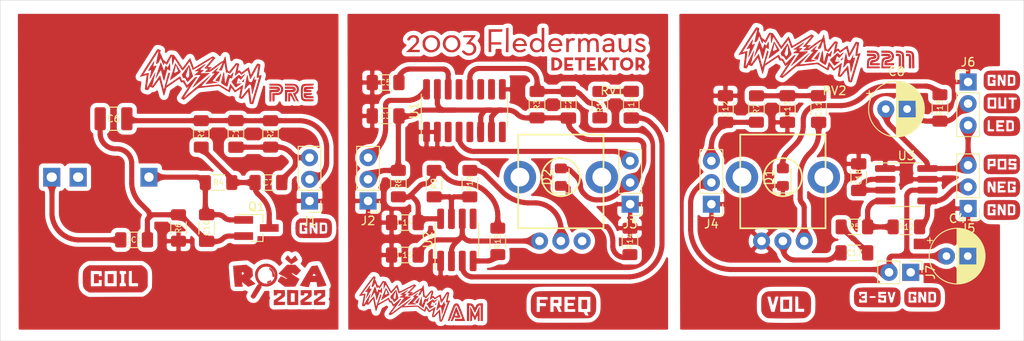
<source format=kicad_pcb>
(kicad_pcb (version 20171130) (host pcbnew 5.1.10-88a1d61d58~90~ubuntu20.04.1)
  (layers (0 F.Cu signal) (31 B.Cu signal) (34 B.Paste user) (35 F.Paste user) (36 B.SilkS user) (37 F.SilkS user) (38 B.Mask user) (39 F.Mask user) (44 Edge.Cuts user))
  (net 0 "")
  (net 1 VCC)
  (net 2 TransistorOUT)
  (net 3 OSC-IN)
  (net 4 GND)
  (net 5 "Net-(C5-Pad1)")
  (net 6 "Net-(C7-Pad2)")
  (net 7 "Net-(C11-Pad1)")
  (net 8 "Net-(C11-Pad2)")
  (net 9 AM-Mix-OUT)
  (net 10 "Net-(C14-Pad2)")
  (net 11 "Net-(C15-Pad2)")
  (net 12 "Net-(C16-Pad1)")
  (net 13 "Net-(C16-Pad2)")
  (net 14 "Net-(L1-Pad2)")
  (net 15 "Net-(R10-Pad2)")
  (net 16 "Net-(R10-Pad1)")
  (net 17 S-Neg)
  (net 18 S-Pos)
  (net 19 Speaker+Output)
  (net 20 "Net-(C8-Pad2)")
  (net 21 "Net-(C17-Pad1)")
  (net 22 AM-Filter-OUT)
  (net 23 "Net-(C18-Pad2)")
  (net 24 Speaker-Output)
  (net 25 "Net-(R12-Pad2)")
  (net 26 "Net-(D2-Pad1)")
  (net 27 "Net-(D1-Pad2)")
  (net 28 "Net-(R15-Pad2)")
  (module Indosluch_AM:PinHeader_1x02_P2.54mm_HandSolder (layer F.Cu) (at 206.756 131.953 270)
    (fp_text reference J7 (at 0 -2.33 270) (layer F.SilkS))
    (fp_text value Conn_01x02_Female)
    (pad 1 thru_hole rect (at 0 0 270) (size 2 2) (drill 1) (layers *.Cu *.Mask) (net 4 GND))
    (pad 2 thru_hole oval (at 0 2.54 270) (size 2 2) (drill 1) (layers *.Cu *.Mask) (net 1 VCC))
  )
  (module BioAmp:C_1206_dusjagr (layer F.Cu) (at 166.624 112.268 270)
    (fp_text reference C2 (at 0 0 90) (layer F.SilkS) (effects (font (size 0.65 0.65) (thickness 0.1))))
    (fp_text value 1nF)
    (pad 2 smd roundrect (at 1.5625 0 270) (size 1.325 1.8) (layers F.Cu F.Paste F.Mask) (roundrect_rratio 0.1886769811320755) (net 1 VCC))
    (pad 1 smd roundrect (at -1.5625 0 270) (size 1.325 1.8) (layers F.Cu F.Paste F.Mask) (roundrect_rratio 0.1886769811320755) (net 3 OSC-IN))
  )
  (module BioAmp:C_1206_dusjagr (layer F.Cu) (at 145.186 109.6645 180)
    (fp_text reference C5 (at 0 0) (layer F.SilkS) (effects (font (size 0.65 0.65) (thickness 0.1))))
    (fp_text value 100nF)
    (pad 2 smd roundrect (at 1.5625 0 180) (size 1.325 1.8) (layers F.Cu F.Paste F.Mask) (roundrect_rratio 0.1886769811320755) (net 4 GND))
    (pad 1 smd roundrect (at -1.5625 0 180) (size 1.325 1.8) (layers F.Cu F.Paste F.Mask) (roundrect_rratio 0.1886769811320755) (net 5 "Net-(C5-Pad1)"))
  )
  (module BioAmp:C_1206_dusjagr (layer F.Cu) (at 145.1864 113.5888)
    (fp_text reference C3 (at 0 0) (layer F.SilkS) (effects (font (size 0.65 0.65) (thickness 0.1))))
    (fp_text value 100nF)
    (pad 2 smd roundrect (at 1.5625 0) (size 1.325 1.8) (layers F.Cu F.Paste F.Mask) (roundrect_rratio 0.1886769811320755) (net 1 VCC))
    (pad 1 smd roundrect (at -1.5625 0) (size 1.325 1.8) (layers F.Cu F.Paste F.Mask) (roundrect_rratio 0.1886769811320755) (net 4 GND))
  )
  (module BioAmp:R_1206_dusjagr (layer F.Cu) (at 162.941 112.268 90)
    (fp_text reference R3 (at 0 0 270) (layer F.SilkS) (effects (font (size 0.65 0.65) (thickness 0.1))))
    (fp_text value 220)
    (pad 2 smd roundrect (at 1.55 0 90) (size 1.3 1.75) (layers F.Cu F.Paste F.Mask) (roundrect_rratio 0.1923069230769231) (net 3 OSC-IN))
    (pad 1 smd roundrect (at -1.55 0 90) (size 1.3 1.75) (layers F.Cu F.Paste F.Mask) (roundrect_rratio 0.1923069230769231) (net 1 VCC))
  )
  (module BioAmp:R_1206_dusjagr (layer F.Cu) (at 170.307 112.268 270)
    (fp_text reference R11 (at 0 0 270) (layer F.SilkS) (effects (font (size 0.65 0.65) (thickness 0.1))))
    (fp_text value 2K2)
    (pad 2 smd roundrect (at 1.55 0 270) (size 1.3 1.75) (layers F.Cu F.Paste F.Mask) (roundrect_rratio 0.1923069230769231) (net 3 OSC-IN))
    (pad 1 smd roundrect (at -1.55 0 270) (size 1.3 1.75) (layers F.Cu F.Paste F.Mask) (roundrect_rratio 0.1923069230769231) (net 12 "Net-(C16-Pad1)"))
  )
  (module BioAmp:R_1206_dusjagr (layer F.Cu) (at 155.067 121.539 270)
    (fp_text reference R10 (at 0 0 270) (layer F.SilkS) (effects (font (size 0.65 0.65) (thickness 0.1))))
    (fp_text value 3K3)
    (pad 2 smd roundrect (at 1.55 0 270) (size 1.3 1.75) (layers F.Cu F.Paste F.Mask) (roundrect_rratio 0.1923069230769231) (net 15 "Net-(R10-Pad2)"))
    (pad 1 smd roundrect (at -1.55 0 270) (size 1.3 1.75) (layers F.Cu F.Paste F.Mask) (roundrect_rratio 0.1923069230769231) (net 16 "Net-(R10-Pad1)"))
  )
  (module BioAmp:R_1206_dusjagr (layer F.Cu) (at 150.876 121.539 90)
    (fp_text reference R9 (at 0 0 270) (layer F.SilkS) (effects (font (size 0.65 0.65) (thickness 0.1))))
    (fp_text value 2K2)
    (pad 2 smd roundrect (at 1.55 0 90) (size 1.3 1.75) (layers F.Cu F.Paste F.Mask) (roundrect_rratio 0.1923069230769231) (net 10 "Net-(C14-Pad2)"))
    (pad 1 smd roundrect (at -1.55 0 90) (size 1.3 1.75) (layers F.Cu F.Paste F.Mask) (roundrect_rratio 0.1923069230769231) (net 15 "Net-(R10-Pad2)"))
  )
  (module BioAmp:R_1206_dusjagr (layer F.Cu) (at 146.685 121.539 90)
    (fp_text reference R8 (at 0 0 270) (layer F.SilkS) (effects (font (size 0.65 0.65) (thickness 0.1))))
    (fp_text value 220)
    (pad 2 smd roundrect (at 1.55 0 90) (size 1.3 1.75) (layers F.Cu F.Paste F.Mask) (roundrect_rratio 0.1923069230769231) (net 1 VCC))
    (pad 1 smd roundrect (at -1.55 0 90) (size 1.3 1.75) (layers F.Cu F.Paste F.Mask) (roundrect_rratio 0.1923069230769231) (net 10 "Net-(C14-Pad2)"))
  )
  (module BioAmp:C_1206_dusjagr (layer F.Cu) (at 173.99 112.268 270)
    (fp_text reference C16 (at 0 0 90) (layer F.SilkS) (effects (font (size 0.65 0.65) (thickness 0.1))))
    (fp_text value 100nF)
    (pad 2 smd roundrect (at 1.5625 0 270) (size 1.325 1.8) (layers F.Cu F.Paste F.Mask) (roundrect_rratio 0.1886769811320755) (net 13 "Net-(C16-Pad2)"))
    (pad 1 smd roundrect (at -1.5625 0 270) (size 1.325 1.8) (layers F.Cu F.Paste F.Mask) (roundrect_rratio 0.1886769811320755) (net 12 "Net-(C16-Pad1)"))
  )
  (module BioAmp:C_1206_dusjagr (layer F.Cu) (at 147.447 129.921)
    (fp_text reference C15 (at 0 0) (layer F.SilkS) (effects (font (size 0.65 0.65) (thickness 0.1))))
    (fp_text value 1nF)
    (pad 2 smd roundrect (at 1.5625 0) (size 1.325 1.8) (layers F.Cu F.Paste F.Mask) (roundrect_rratio 0.1886769811320755) (net 11 "Net-(C15-Pad2)"))
    (pad 1 smd roundrect (at -1.5625 0) (size 1.325 1.8) (layers F.Cu F.Paste F.Mask) (roundrect_rratio 0.1886769811320755) (net 4 GND))
  )
  (module BioAmp:C_1206_dusjagr (layer F.Cu) (at 147.447 126.111)
    (fp_text reference C14 (at 0 0) (layer F.SilkS) (effects (font (size 0.65 0.65) (thickness 0.1))))
    (fp_text value 100nF)
    (pad 2 smd roundrect (at 1.5625 0) (size 1.325 1.8) (layers F.Cu F.Paste F.Mask) (roundrect_rratio 0.1886769811320755) (net 10 "Net-(C14-Pad2)"))
    (pad 1 smd roundrect (at -1.5625 0) (size 1.325 1.8) (layers F.Cu F.Paste F.Mask) (roundrect_rratio 0.1886769811320755) (net 4 GND))
  )
  (module BioAmp:C_1206_dusjagr (layer F.Cu) (at 131.445 121.412 180)
    (fp_text reference C7 (at 0 0) (layer F.SilkS) (effects (font (size 0.65 0.65) (thickness 0.1))))
    (fp_text value 3.3nF)
    (pad 2 smd roundrect (at 1.5625 0 180) (size 1.325 1.8) (layers F.Cu F.Paste F.Mask) (roundrect_rratio 0.1886769811320755) (net 6 "Net-(C7-Pad2)"))
    (pad 1 smd roundrect (at -1.5625 0 180) (size 1.325 1.8) (layers F.Cu F.Paste F.Mask) (roundrect_rratio 0.1886769811320755) (net 2 TransistorOUT))
  )
  (module BioAmp:R_1206_dusjagr (layer F.Cu) (at 120.904 126.746 270)
    (fp_text reference R6 (at 0 0 270) (layer F.SilkS) (effects (font (size 0.65 0.65) (thickness 0.1))))
    (fp_text value 1K)
    (pad 2 smd roundrect (at 1.55 0 270) (size 1.3 1.75) (layers F.Cu F.Paste F.Mask) (roundrect_rratio 0.1923069230769231) (net 4 GND))
    (pad 1 smd roundrect (at -1.55 0 270) (size 1.3 1.75) (layers F.Cu F.Paste F.Mask) (roundrect_rratio 0.1923069230769231) (net 17 S-Neg))
  )
  (module BioAmp:R_1206_dusjagr (layer F.Cu) (at 125.603 121.412 180)
    (fp_text reference R4 (at 0 0 180) (layer F.SilkS) (effects (font (size 0.65 0.65) (thickness 0.1))))
    (fp_text value 470K)
    (pad 2 smd roundrect (at 1.55 0 180) (size 1.3 1.75) (layers F.Cu F.Paste F.Mask) (roundrect_rratio 0.1923069230769231) (net 18 S-Pos))
    (pad 1 smd roundrect (at -1.55 0 180) (size 1.3 1.75) (layers F.Cu F.Paste F.Mask) (roundrect_rratio 0.1923069230769231) (net 6 "Net-(C7-Pad2)"))
  )
  (module BioAmp:R_1206_dusjagr (layer F.Cu) (at 131.699 115.697 270)
    (fp_text reference R2 (at 0 0 270) (layer F.SilkS) (effects (font (size 0.65 0.65) (thickness 0.1))))
    (fp_text value 1K)
    (pad 2 smd roundrect (at 1.55 0 270) (size 1.3 1.75) (layers F.Cu F.Paste F.Mask) (roundrect_rratio 0.1923069230769231) (net 2 TransistorOUT))
    (pad 1 smd roundrect (at -1.55 0 270) (size 1.3 1.75) (layers F.Cu F.Paste F.Mask) (roundrect_rratio 0.1923069230769231) (net 1 VCC))
  )
  (module BioAmp:R_1206_dusjagr (layer F.Cu) (at 123.571 115.697 270)
    (fp_text reference R1 (at 0 0 270) (layer F.SilkS) (effects (font (size 0.65 0.65) (thickness 0.1))))
    (fp_text value 1K)
    (pad 2 smd roundrect (at 1.55 0 270) (size 1.3 1.75) (layers F.Cu F.Paste F.Mask) (roundrect_rratio 0.1923069230769231) (net 6 "Net-(C7-Pad2)"))
    (pad 1 smd roundrect (at -1.55 0 270) (size 1.3 1.75) (layers F.Cu F.Paste F.Mask) (roundrect_rratio 0.1923069230769231) (net 1 VCC))
  )
  (module BioAmp:C_1206_dusjagr (layer F.Cu) (at 124.206 126.746 270)
    (fp_text reference C10 (at 0 0 90) (layer F.SilkS) (effects (font (size 0.65 0.65) (thickness 0.1))))
    (fp_text value 1nF)
    (pad 2 smd roundrect (at 1.5625 0 270) (size 1.325 1.8) (layers F.Cu F.Paste F.Mask) (roundrect_rratio 0.1886769811320755) (net 17 S-Neg))
    (pad 1 smd roundrect (at -1.5625 0 270) (size 1.325 1.8) (layers F.Cu F.Paste F.Mask) (roundrect_rratio 0.1886769811320755) (net 18 S-Pos))
  )
  (module BioAmp:C_1206_dusjagr (layer F.Cu) (at 115.697 128.143)
    (fp_text reference LC1 (at 0 0) (layer F.SilkS) (effects (font (size 0.65 0.65) (thickness 0.1))))
    (fp_text value C)
    (pad 2 smd roundrect (at 1.5625 0) (size 1.325 1.8) (layers F.Cu F.Paste F.Mask) (roundrect_rratio 0.1886769811320755) (net 17 S-Neg))
    (pad 1 smd roundrect (at -1.5625 0) (size 1.325 1.8) (layers F.Cu F.Paste F.Mask) (roundrect_rratio 0.1886769811320755) (net 14 "Net-(L1-Pad2)"))
  )
  (module BioAmp:C_1206_dusjagr (layer F.Cu) (at 127.635 115.697 270)
    (fp_text reference C1 (at 0 0 90) (layer F.SilkS) (effects (font (size 0.65 0.65) (thickness 0.1))))
    (fp_text value 1nF)
    (pad 2 smd roundrect (at 1.5625 0 270) (size 1.325 1.8) (layers F.Cu F.Paste F.Mask) (roundrect_rratio 0.1886769811320755) (net 2 TransistorOUT))
    (pad 1 smd roundrect (at -1.5625 0 270) (size 1.325 1.8) (layers F.Cu F.Paste F.Mask) (roundrect_rratio 0.1886769811320755) (net 1 VCC))
  )
  (module BioAmp:R_1206_dusjagr (layer F.Cu) (at 188.669666 112.776 270)
    (fp_text reference R7 (at 0 0 270) (layer F.SilkS) (effects (font (size 0.65 0.65) (thickness 0.1))))
    (fp_text value 1K)
    (pad 1 smd roundrect (at -1.55 0 270) (size 1.3 1.75) (layers F.Cu F.Paste F.Mask) (roundrect_rratio 0.1923069230769231) (net 8 "Net-(C11-Pad2)"))
    (pad 2 smd roundrect (at 1.55 0 270) (size 1.3 1.75) (layers F.Cu F.Paste F.Mask) (roundrect_rratio 0.1923069230769231) (net 9 AM-Mix-OUT))
  )
  (module BioAmp:C_1206_dusjagr (layer F.Cu) (at 192.300332 112.776 270)
    (fp_text reference C13 (at 0 0 90) (layer F.SilkS) (effects (font (size 0.65 0.65) (thickness 0.1))))
    (fp_text value 10nF)
    (pad 1 smd roundrect (at -1.5625 0 270) (size 1.325 1.8) (layers F.Cu F.Paste F.Mask) (roundrect_rratio 0.1886769811320755) (net 8 "Net-(C11-Pad2)"))
    (pad 2 smd roundrect (at 1.5625 0 270) (size 1.325 1.8) (layers F.Cu F.Paste F.Mask) (roundrect_rratio 0.1886769811320755) (net 4 GND))
  )
  (module BioAmp:C_1206_dusjagr (layer F.Cu) (at 185.039 112.776 90)
    (fp_text reference C12 (at 0 0 90) (layer F.SilkS) (effects (font (size 0.65 0.65) (thickness 0.1))))
    (fp_text value 100nF)
    (pad 1 smd roundrect (at -1.5625 0 90) (size 1.325 1.8) (layers F.Cu F.Paste F.Mask) (roundrect_rratio 0.1886769811320755) (net 9 AM-Mix-OUT))
    (pad 2 smd roundrect (at 1.5625 0 90) (size 1.325 1.8) (layers F.Cu F.Paste F.Mask) (roundrect_rratio 0.1886769811320755) (net 4 GND))
  )
  (module BioAmp:C_1206_dusjagr (layer F.Cu) (at 195.961 112.776 90)
    (fp_text reference C11 (at 0 0 90) (layer F.SilkS) (effects (font (size 0.65 0.65) (thickness 0.1))))
    (fp_text value 100nF)
    (pad 1 smd roundrect (at -1.5625 0 90) (size 1.325 1.8) (layers F.Cu F.Paste F.Mask) (roundrect_rratio 0.1886769811320755) (net 7 "Net-(C11-Pad1)"))
    (pad 2 smd roundrect (at 1.5625 0 90) (size 1.325 1.8) (layers F.Cu F.Paste F.Mask) (roundrect_rratio 0.1886769811320755) (net 8 "Net-(C11-Pad2)"))
  )
  (module BioAmp:C_1210_dusjagr (layer F.Cu) (at 113.284 113.919 180)
    (fp_text reference C6 (at 0 0 180) (layer F.SilkS) (effects (font (size 0.8 0.8) (thickness 0.12))))
    (fp_text value 10uF)
    (pad 2 smd roundrect (at 1.5625 0 180) (size 1.325 2.7) (layers F.Cu F.Paste F.Mask) (roundrect_rratio 0.1886769811320755) (net 17 S-Neg))
    (pad 1 smd roundrect (at -1.5625 0 180) (size 1.325 2.7) (layers F.Cu F.Paste F.Mask) (roundrect_rratio 0.1886769811320755) (net 1 VCC))
  )
  (module BioAmp:C_1206_dusjagr (layer F.Cu) (at 200.152 129.667 180)
    (fp_text reference C17 (at 0 0) (layer F.SilkS) (effects (font (size 0.65 0.65) (thickness 0.1))))
    (fp_text value 470nF)
    (pad 1 smd roundrect (at -1.5625 0 180) (size 1.325 1.8) (layers F.Cu F.Paste F.Mask) (roundrect_rratio 0.1886769811320755) (net 21 "Net-(C17-Pad1)"))
    (pad 2 smd roundrect (at 1.5625 0 180) (size 1.325 1.8) (layers F.Cu F.Paste F.Mask) (roundrect_rratio 0.1886769811320755) (net 22 AM-Filter-OUT))
  )
  (module BioAmp:C_1206_dusjagr (layer F.Cu) (at 200.66 120.777 270)
    (fp_text reference C18 (at 0 0 90) (layer F.SilkS) (effects (font (size 0.65 0.65) (thickness 0.1))))
    (fp_text value 100nF)
    (pad 2 smd roundrect (at 1.5625 0 270) (size 1.325 1.8) (layers F.Cu F.Paste F.Mask) (roundrect_rratio 0.1886769811320755) (net 23 "Net-(C18-Pad2)"))
    (pad 1 smd roundrect (at -1.5625 0 270) (size 1.325 1.8) (layers F.Cu F.Paste F.Mask) (roundrect_rratio 0.1886769811320755) (net 4 GND))
  )
  (module BioAmp:R_1206_dusjagr (layer F.Cu) (at 200.152 126.619 180)
    (fp_text reference R5 (at 0 0 180) (layer F.SilkS) (effects (font (size 0.65 0.65) (thickness 0.1))))
    (fp_text value 10K)
    (pad 1 smd roundrect (at -1.55 0 180) (size 1.3 1.75) (layers F.Cu F.Paste F.Mask) (roundrect_rratio 0.1923069230769231) (net 25 "Net-(R12-Pad2)"))
    (pad 2 smd roundrect (at 1.55 0 180) (size 1.3 1.75) (layers F.Cu F.Paste F.Mask) (roundrect_rratio 0.1923069230769231) (net 21 "Net-(C17-Pad1)"))
  )
  (module BioAmp:R_1206_dusjagr (layer F.Cu) (at 206.248 126.619 180)
    (fp_text reference R12 (at 0 0 180) (layer F.SilkS) (effects (font (size 0.65 0.65) (thickness 0.1))))
    (fp_text value 10K)
    (pad 2 smd roundrect (at 1.55 0 180) (size 1.3 1.75) (layers F.Cu F.Paste F.Mask) (roundrect_rratio 0.1923069230769231) (net 25 "Net-(R12-Pad2)"))
    (pad 1 smd roundrect (at -1.55 0 180) (size 1.3 1.75) (layers F.Cu F.Paste F.Mask) (roundrect_rratio 0.1923069230769231) (net 24 Speaker-Output))
  )
  (module Indosluch_AM:PinHeader_1x03_HandSolder (layer F.Cu) (at 136.271 123.571 180)
    (fp_text reference J1 (at 0 -2.33 180) (layer F.SilkS))
    (fp_text value Con1x03)
    (pad 3 thru_hole oval (at 0 5.08 180) (size 2 2) (drill 1) (layers *.Cu *.Mask) (net 2 TransistorOUT))
    (pad 2 thru_hole oval (at 0 2.54 180) (size 2 2) (drill 1) (layers *.Cu *.Mask) (net 1 VCC))
    (pad 1 thru_hole rect (at 0 0 180) (size 2 2) (drill 1) (layers *.Cu *.Mask) (net 4 GND))
  )
  (module Indosluch_AM:PinHeader_1x03_HandSolder (layer F.Cu) (at 143.129 123.571 180)
    (fp_text reference J2 (at 0 -2.33 180) (layer F.SilkS))
    (fp_text value Con1x03)
    (pad 1 thru_hole rect (at 0 0 180) (size 2 2) (drill 1) (layers *.Cu *.Mask) (net 4 GND))
    (pad 2 thru_hole oval (at 0 2.54 180) (size 2 2) (drill 1) (layers *.Cu *.Mask) (net 1 VCC))
    (pad 3 thru_hole oval (at 0 5.08 180) (size 2 2) (drill 1) (layers *.Cu *.Mask) (net 2 TransistorOUT))
  )
  (module Indosluch_AM:PinHeader_1x03_HandSolder (layer F.Cu) (at 173.863 123.952 180)
    (fp_text reference J3 (at 0 -2.33 180) (layer F.SilkS))
    (fp_text value Con1x03)
    (pad 1 thru_hole rect (at 0 0 180) (size 2 2) (drill 1) (layers *.Cu *.Mask) (net 4 GND))
    (pad 2 thru_hole oval (at 0 2.54 180) (size 2 2) (drill 1) (layers *.Cu *.Mask) (net 1 VCC))
    (pad 3 thru_hole oval (at 0 5.08 180) (size 2 2) (drill 1) (layers *.Cu *.Mask) (net 9 AM-Mix-OUT))
  )
  (module Indosluch_AM:PinHeader_1x03_HandSolder (layer F.Cu) (at 183.388 123.952 180)
    (fp_text reference J4 (at 0 -2.33 180) (layer F.SilkS))
    (fp_text value Con1x03)
    (pad 3 thru_hole oval (at 0 5.08 180) (size 2 2) (drill 1) (layers *.Cu *.Mask) (net 9 AM-Mix-OUT))
    (pad 2 thru_hole oval (at 0 2.54 180) (size 2 2) (drill 1) (layers *.Cu *.Mask) (net 1 VCC))
    (pad 1 thru_hole rect (at 0 0 180) (size 2 2) (drill 1) (layers *.Cu *.Mask) (net 4 GND))
  )
  (module Indosluch_AM:PinHeader_1x03_HandSolder (layer F.Cu) (at 213.487 124.46 180)
    (fp_text reference J5 (at 0 -2.33 180) (layer F.SilkS))
    (fp_text value Con1x03)
    (pad 1 thru_hole rect (at 0 0 180) (size 2 2) (drill 1) (layers *.Cu *.Mask) (net 4 GND))
    (pad 2 thru_hole oval (at 0 2.54 180) (size 2 2) (drill 1) (layers *.Cu *.Mask) (net 24 Speaker-Output))
    (pad 3 thru_hole oval (at 0 5.08 180) (size 2 2) (drill 1) (layers *.Cu *.Mask) (net 19 Speaker+Output))
  )
  (module Indosluch_AM:PinHeader_1x03_HandSolder (layer F.Cu) (at 213.487 109.601)
    (fp_text reference J6 (at 0 -2.33 180) (layer F.SilkS))
    (fp_text value Con1x03)
    (pad 3 thru_hole oval (at 0 5.08) (size 2 2) (drill 1) (layers *.Cu *.Mask) (net 19 Speaker+Output))
    (pad 2 thru_hole oval (at 0 2.54) (size 2 2) (drill 1) (layers *.Cu *.Mask) (net 20 "Net-(C8-Pad2)"))
    (pad 1 thru_hole rect (at 0 0) (size 2 2) (drill 1) (layers *.Cu *.Mask) (net 4 GND))
  )
  (module Indosluch_AM:PJ301M-12_dusjagr_handSolder (layer F.Cu) (at 112.522 120.777 270)
    (fp_text reference L1)
    (fp_text value "L 10-22mH")
    (pad 2 thru_hole rect (at 0 6.48 270) (size 2.2 2) (drill oval 1.1 1.2) (layers *.Cu *.Mask) (net 14 "Net-(L1-Pad2)"))
    (pad TN thru_hole rect (at 0 3.38 270) (size 2.2 2) (drill oval 1.1 1.2) (layers *.Cu *.Mask))
    (pad 1 thru_hole rect (at 0 -4.92 270) (size 2.2 2) (drill oval 1.1) (layers *.Cu *.Mask) (net 18 S-Pos))
  )
  (module Indosluch_AM:RD901F-ALPHA-HandSolder (layer F.Cu) (at 165.735 120.777)
    (fp_text reference RV1 (at 6.05 -10.15) (layer F.SilkS))
    (fp_text value "22k lin")
    (pad "" thru_hole oval (at 4.8 0) (size 3.8 3.8) (drill oval 2.2) (layers *.Cu *.Mask))
    (pad "" thru_hole oval (at -4.8 0) (size 3.8 3.8) (drill oval 2.2) (layers *.Cu *.Mask))
    (pad 1 thru_hole circle (at 2.5 7.5) (size 2 2) (drill 1) (layers *.Cu *.Mask))
    (pad 2 thru_hole circle (at 0 7.5) (size 2 2) (drill 1) (layers *.Cu *.Mask) (net 16 "Net-(R10-Pad1)"))
    (pad 3 thru_hole circle (at -2.5 7.5) (size 2 2) (drill 1) (layers *.Cu *.Mask) (net 11 "Net-(C15-Pad2)"))
  )
  (module Indosluch_AM:RD901F-ALPHA-HandSolder (layer F.Cu) (at 191.77 120.777)
    (fp_text reference RV2 (at 6.05 -10.15) (layer F.SilkS))
    (fp_text value "22k log")
    (pad 3 thru_hole circle (at -2.5 7.5) (size 2 2) (drill 1) (layers *.Cu *.Mask) (net 4 GND))
    (pad 2 thru_hole circle (at 0 7.5) (size 2 2) (drill 1) (layers *.Cu *.Mask) (net 22 AM-Filter-OUT))
    (pad 1 thru_hole circle (at 2.5 7.5) (size 2 2) (drill 1) (layers *.Cu *.Mask) (net 7 "Net-(C11-Pad1)"))
    (pad "" thru_hole oval (at -4.8 0) (size 3.8 3.8) (drill oval 2.2) (layers *.Cu *.Mask))
    (pad "" thru_hole oval (at 4.8 0) (size 3.8 3.8) (drill oval 2.2) (layers *.Cu *.Mask))
  )
  (module 3Channel-PiezoAmp:LED_0805_2012Metric_Pad1.15x1.40mm_HandSolder (layer F.Cu) (at 191.77 120.777 90)
    (fp_text reference D1 (at 0 -1.65 270) (layer F.SilkS))
    (fp_text value LED)
    (pad 2 smd roundrect (at 1.025 0 90) (size 1.15 1.4) (layers F.Cu F.Paste F.Mask) (roundrect_rratio 0.2173904347826087) (net 27 "Net-(D1-Pad2)"))
    (pad 1 smd roundrect (at -1.025 0 90) (size 1.15 1.4) (layers F.Cu F.Paste F.Mask) (roundrect_rratio 0.2173904347826087) (net 4 GND))
  )
  (module 3Channel-PiezoAmp:LED_0805_2012Metric_Pad1.15x1.40mm_HandSolder (layer F.Cu) (at 165.735 120.777 90)
    (fp_text reference D2 (at 0 -1.65 270) (layer F.SilkS))
    (fp_text value LED)
    (pad 1 smd roundrect (at -1.025 0 90) (size 1.15 1.4) (layers F.Cu F.Paste F.Mask) (roundrect_rratio 0.2173904347826087) (net 26 "Net-(D2-Pad1)"))
    (pad 2 smd roundrect (at 1.025 0 90) (size 1.15 1.4) (layers F.Cu F.Paste F.Mask) (roundrect_rratio 0.2173904347826087) (net 1 VCC))
  )
  (module BioAmp:R_1206_dusjagr (layer F.Cu) (at 210.185 112.649 270)
    (fp_text reference R13 (at 0 0 270) (layer F.SilkS) (effects (font (size 0.65 0.65) (thickness 0.1))))
    (fp_text value 330)
    (pad 1 smd roundrect (at -1.55 0 270) (size 1.3 1.75) (layers F.Cu F.Paste F.Mask) (roundrect_rratio 0.1923069230769231) (net 27 "Net-(D1-Pad2)"))
    (pad 2 smd roundrect (at 1.55 0 270) (size 1.3 1.75) (layers F.Cu F.Paste F.Mask) (roundrect_rratio 0.1923069230769231) (net 20 "Net-(C8-Pad2)"))
  )
  (module BioAmp:R_1206_dusjagr (layer F.Cu) (at 173.8376 128.3208 270)
    (fp_text reference R14 (at 0 0 270) (layer F.SilkS) (effects (font (size 0.65 0.65) (thickness 0.1))))
    (fp_text value 10K)
    (pad 2 smd roundrect (at 1.55 0 270) (size 1.3 1.75) (layers F.Cu F.Paste F.Mask) (roundrect_rratio 0.1923069230769231) (net 26 "Net-(D2-Pad1)"))
    (pad 1 smd roundrect (at -1.55 0 270) (size 1.3 1.75) (layers F.Cu F.Paste F.Mask) (roundrect_rratio 0.1923069230769231) (net 4 GND))
  )
  (module Indosluch_AM:Capacitor_Radial_D6.3mm_P2.50mm (layer F.Cu) (at 210.947 130.048)
    (fp_text reference C4 (at 1.25 -4.4) (layer F.SilkS))
    (fp_text value 100uF)
    (pad 2 thru_hole rect (at 2.5 0) (size 2 2) (drill 0.9) (layers *.Cu *.Mask) (net 4 GND))
    (pad 1 thru_hole circle (at 0 0) (size 2 2) (drill 0.9) (layers *.Cu *.Mask) (net 1 VCC))
  )
  (module Indosluch_AM:Capacitor_Radial_D6.3mm_P2.50mm (layer F.Cu) (at 203.835 112.776)
    (fp_text reference C8 (at 1.25 -4.4) (layer F.SilkS))
    (fp_text value 470uF)
    (pad 1 thru_hole circle (at 0 0) (size 2 2) (drill 0.9) (layers *.Cu *.Mask) (net 19 Speaker+Output))
    (pad 2 thru_hole rect (at 2.5 0) (size 2 2) (drill 0.9) (layers *.Cu *.Mask) (net 20 "Net-(C8-Pad2)"))
  )
  (module BioAmp:R_1206_dusjagr (layer F.Cu) (at 158.3436 128.3208 270)
    (fp_text reference R15 (at 0 0 270) (layer F.SilkS) (effects (font (size 0.65 0.65) (thickness 0.1))))
    (fp_text value 0)
    (pad 2 smd roundrect (at 1.55 0 270) (size 1.3 1.75) (layers F.Cu F.Paste F.Mask) (roundrect_rratio 0.1923069230769231) (net 28 "Net-(R15-Pad2)"))
    (pad 1 smd roundrect (at -1.55 0 270) (size 1.3 1.75) (layers F.Cu F.Paste F.Mask) (roundrect_rratio 0.1923069230769231) (net 10 "Net-(C14-Pad2)"))
  )
  (module Indosluch_AM:SOP-16_HandSolder (layer F.Cu) (at 154.432 112.9665 90)
    (fp_text reference U1 (at 0 -5.9 90) (layer F.SilkS))
    (fp_text value TA2003)
    (pad 1 smd roundrect (at -2.5 -4.445 90) (size 2.4 0.8) (layers F.Cu F.Paste F.Mask) (net 4 GND))
    (pad 2 smd roundrect (at -2.5 -3.175 90) (size 2.4 0.8) (layers F.Cu F.Paste F.Mask) (net 4 GND))
    (pad 3 smd roundrect (at -2.5 -1.905 90) (size 2.4 0.8) (layers F.Cu F.Paste F.Mask))
    (pad 4 smd roundrect (at -2.5 -0.635 90) (size 2.4 0.8) (layers F.Cu F.Paste F.Mask) (net 9 AM-Mix-OUT))
    (pad 5 smd roundrect (at -2.5 0.635 90) (size 2.4 0.8) (layers F.Cu F.Paste F.Mask))
    (pad 6 smd roundrect (at -2.5 1.905 90) (size 2.4 0.8) (layers F.Cu F.Paste F.Mask) (net 1 VCC))
    (pad 7 smd roundrect (at -2.5 3.175 90) (size 2.4 0.8) (layers F.Cu F.Paste F.Mask) (net 1 VCC))
    (pad 8 smd roundrect (at -2.5 4.445 90) (size 2.4 0.8) (layers F.Cu F.Paste F.Mask))
    (pad 9 smd roundrect (at 2.5 4.445 90) (size 2.4 0.8) (layers F.Cu F.Paste F.Mask) (net 4 GND))
    (pad 10 smd roundrect (at 2.5 3.175 90) (size 2.4 0.8) (layers F.Cu F.Paste F.Mask))
    (pad 11 smd roundrect (at 2.5 1.905 90) (size 2.4 0.8) (layers F.Cu F.Paste F.Mask))
    (pad 12 smd roundrect (at 2.5 0.635 90) (size 2.4 0.8) (layers F.Cu F.Paste F.Mask) (net 3 OSC-IN))
    (pad 13 smd roundrect (at 2.5 -0.635 90) (size 2.4 0.8) (layers F.Cu F.Paste F.Mask))
    (pad 14 smd roundrect (at 2.5 -1.905 90) (size 2.4 0.8) (layers F.Cu F.Paste F.Mask) (net 5 "Net-(C5-Pad1)"))
    (pad 15 smd roundrect (at 2.5 -3.175 90) (size 2.4 0.8) (layers F.Cu F.Paste F.Mask) (net 1 VCC))
    (pad 16 smd roundrect (at 2.5 -4.445 90) (size 2.4 0.8) (layers F.Cu F.Paste F.Mask) (net 2 TransistorOUT))
  )
  (module Indosluch_AM:SOIC-8_HandSolder (layer F.Cu) (at 153.543 128.143 90)
    (fp_text reference U2 (at 0 -3.4 90) (layer F.SilkS))
    (fp_text value LM555xM)
    (pad 8 smd roundrect (at 2.475 -1.905 90) (size 2.4 0.8) (layers F.Cu F.Paste F.Mask) (net 10 "Net-(C14-Pad2)"))
    (pad 7 smd roundrect (at 2.475 -0.635 90) (size 2.4 0.8) (layers F.Cu F.Paste F.Mask) (net 15 "Net-(R10-Pad2)"))
    (pad 6 smd roundrect (at 2.475 0.635 90) (size 2.4 0.8) (layers F.Cu F.Paste F.Mask) (net 11 "Net-(C15-Pad2)"))
    (pad 5 smd roundrect (at 2.475 1.905 90) (size 2.4 0.8) (layers F.Cu F.Paste F.Mask))
    (pad 4 smd roundrect (at -2.475 1.905 90) (size 2.4 0.8) (layers F.Cu F.Paste F.Mask) (net 28 "Net-(R15-Pad2)"))
    (pad 3 smd roundrect (at -2.475 0.635 90) (size 2.4 0.8) (layers F.Cu F.Paste F.Mask) (net 13 "Net-(C16-Pad2)"))
    (pad 2 smd roundrect (at -2.475 -0.635 90) (size 2.4 0.8) (layers F.Cu F.Paste F.Mask) (net 11 "Net-(C15-Pad2)"))
    (pad 1 smd roundrect (at -2.475 -1.905 90) (size 2.4 0.8) (layers F.Cu F.Paste F.Mask) (net 4 GND))
  )
  (module Indosluch_AM:SOIC-8_HandSolder (layer F.Cu) (at 206.248 121.666)
    (fp_text reference U3 (at 0 -3.4) (layer F.SilkS))
    (fp_text value SSM2211S)
    (pad 1 smd roundrect (at -2.475 -1.905) (size 2.4 0.8) (layers F.Cu F.Paste F.Mask) (net 4 GND))
    (pad 2 smd roundrect (at -2.475 -0.635) (size 2.4 0.8) (layers F.Cu F.Paste F.Mask) (net 23 "Net-(C18-Pad2)"))
    (pad 3 smd roundrect (at -2.475 0.635) (size 2.4 0.8) (layers F.Cu F.Paste F.Mask) (net 23 "Net-(C18-Pad2)"))
    (pad 4 smd roundrect (at -2.475 1.905) (size 2.4 0.8) (layers F.Cu F.Paste F.Mask) (net 25 "Net-(R12-Pad2)"))
    (pad 5 smd roundrect (at 2.475 1.905) (size 2.4 0.8) (layers F.Cu F.Paste F.Mask) (net 24 Speaker-Output))
    (pad 6 smd roundrect (at 2.475 0.635) (size 2.4 0.8) (layers F.Cu F.Paste F.Mask) (net 1 VCC))
    (pad 7 smd roundrect (at 2.475 -0.635) (size 2.4 0.8) (layers F.Cu F.Paste F.Mask) (net 4 GND))
    (pad 8 smd roundrect (at 2.475 -1.905) (size 2.4 0.8) (layers F.Cu F.Paste F.Mask) (net 19 Speaker+Output))
  )
  (module Indosluch_AM:SOT-23_Handsoldering (layer F.Cu) (at 130.048 126.746)
    (fp_text reference Q1 (at 0 -2.5) (layer F.SilkS))
    (fp_text value BC849)
    (pad 3 smd rect (at 1.5 0) (size 2.2 0.9) (layers F.Cu F.Paste F.Mask) (net 6 "Net-(C7-Pad2)"))
    (pad 2 smd rect (at -1.5 0.95) (size 2.2 0.9) (layers F.Cu F.Paste F.Mask) (net 17 S-Neg))
    (pad 1 smd rect (at -1.5 -0.95) (size 2.2 0.9) (layers F.Cu F.Paste F.Mask) (net 18 S-Pos))
  )
  (module Indosluch_AM:Indosluch_logos (layer F.Cu) (at 161.036 120.142)
    (fp_text reference LOGO1 hide)
    (fp_text value Logo hide)
    (fp_poly (pts (xy -17.215948 12.290926) (xy -17.125816 12.318246) (xy -17.054814 12.358043) (xy -17.029098 12.418666) (xy -17.046403 12.51964) (xy -17.088514 12.639512) (xy -17.095832 12.690309) (xy -17.074427 12.687543) (xy -17.041832 12.711708) (xy -16.995391 12.803113) (xy -16.942346 12.946999) (xy -16.933333 12.975167) (xy -16.883203 13.119987) (xy -16.838158 13.223747) (xy -16.806272 13.268516) (xy -16.801294 13.268385) (xy -16.757566 13.284707) (xy -16.698756 13.352899) (xy -16.697491 13.354818) (xy -16.639821 13.43063) (xy -16.600139 13.462) (xy -16.567829 13.428099) (xy -16.504542 13.337487) (xy -16.421597 13.206798) (xy -16.382758 13.142511) (xy -16.1925 12.823023) (xy -16.024756 12.848116) (xy -15.918069 12.865821) (xy -15.856655 12.879362) (xy -15.851373 12.881855) (xy -15.830183 12.91998) (xy -15.77552 13.019324) (xy -15.694553 13.166833) (xy -15.594451 13.34945) (xy -15.538491 13.451623) (xy -15.429697 13.648204) (xy -15.334071 13.817034) (xy -15.25936 13.944736) (xy -15.213312 14.017937) (xy -15.203514 14.029886) (xy -15.167438 14.005973) (xy -15.089179 13.928276) (xy -14.979992 13.80868) (xy -14.85113 13.659074) (xy -14.841127 13.647143) (xy -14.711445 13.497356) (xy -14.600286 13.378644) (xy -14.518869 13.302307) (xy -14.478412 13.279648) (xy -14.477233 13.280547) (xy -14.453019 13.334245) (xy -14.413846 13.448494) (xy -14.366805 13.602099) (xy -14.349434 13.662507) (xy -14.301326 13.826804) (xy -14.258914 13.961144) (xy -14.229268 14.043482) (xy -14.223267 14.055853) (xy -14.177555 14.051451) (xy -14.06438 14.007908) (xy -13.889826 13.928025) (xy -13.659978 13.814602) (xy -13.380919 13.670442) (xy -13.34483 13.651429) (xy -13.071262 13.507328) (xy -12.862279 13.398824) (xy -12.707643 13.321886) (xy -12.597118 13.272481) (xy -12.520469 13.246579) (xy -12.467459 13.240148) (xy -12.427852 13.249157) (xy -12.391411 13.269574) (xy -12.385334 13.273536) (xy -12.308916 13.331178) (xy -12.276671 13.37054) (xy -12.276667 13.370781) (xy -12.304849 13.409044) (xy -12.38173 13.494478) (xy -12.495808 13.614718) (xy -12.635582 13.7574) (xy -12.646201 13.768079) (xy -13.015735 14.139333) (xy -12.836701 14.139333) (xy -12.711095 14.147658) (xy -12.666221 14.176716) (xy -12.700273 14.232633) (xy -12.787995 14.304433) (xy -12.86647 14.3702) (xy -12.900214 14.414413) (xy -12.898963 14.420149) (xy -12.858885 14.404811) (xy -12.760636 14.349937) (xy -12.616533 14.262893) (xy -12.438892 14.151045) (xy -12.313551 14.070019) (xy -12.116355 13.944344) (xy -11.939984 13.837627) (xy -11.798164 13.757734) (xy -11.704619 13.712532) (xy -11.67737 13.705336) (xy -11.612833 13.668067) (xy -11.539998 13.5506) (xy -11.515675 13.497294) (xy -11.462839 13.383636) (xy -11.42247 13.313435) (xy -11.407299 13.301256) (xy -11.398083 13.347193) (xy -11.384102 13.462161) (xy -11.366989 13.630764) (xy -11.348374 13.837607) (xy -11.340696 13.929783) (xy -11.316515 14.198853) (xy -11.292606 14.393828) (xy -11.266314 14.525228) (xy -11.234983 14.603575) (xy -11.195957 14.639388) (xy -11.160233 14.644676) (xy -11.115185 14.612822) (xy -11.030075 14.528614) (xy -10.917956 14.405631) (xy -10.816167 14.28675) (xy -10.681075 14.128175) (xy -10.58499 14.026254) (xy -10.51529 13.970537) (xy -10.459355 13.950571) (xy -10.414 13.953736) (xy -10.320034 13.982136) (xy -10.270658 14.029251) (xy -10.261703 14.112172) (xy -10.288997 14.247992) (xy -10.31741 14.349589) (xy -10.362648 14.518875) (xy -10.376856 14.61504) (xy -10.359616 14.6439) (xy -10.310511 14.611273) (xy -10.299408 14.600474) (xy -10.251383 14.586945) (xy -10.192775 14.645491) (xy -10.180239 14.663974) (xy -10.117666 14.741492) (xy -10.06777 14.774326) (xy -10.067294 14.774333) (xy -10.015182 14.752668) (xy -9.911868 14.694975) (xy -9.776583 14.612209) (xy -9.727344 14.580707) (xy -9.568703 14.481698) (xy -9.465468 14.435147) (xy -9.403136 14.445747) (xy -9.367206 14.518192) (xy -9.343175 14.657176) (xy -9.336796 14.707119) (xy -9.315146 14.854478) (xy -9.289432 14.942581) (xy -9.252489 14.968833) (xy -9.197153 14.930638) (xy -9.116259 14.825401) (xy -9.002644 14.650526) (xy -8.950602 14.567207) (xy -8.830194 14.37575) (xy -8.743418 14.246137) (xy -8.680506 14.167513) (xy -8.631692 14.129022) (xy -8.587208 14.11981) (xy -8.552828 14.125107) (xy -8.457943 14.155887) (xy -8.410004 14.182412) (xy -8.404505 14.234171) (xy -8.416316 14.350547) (xy -8.44304 14.513818) (xy -8.478602 14.689595) (xy -8.582696 15.164631) (xy -8.441708 15.141752) (xy -8.300719 15.118872) (xy -8.382618 15.338186) (xy -8.420045 15.438678) (xy -8.481802 15.604806) (xy -8.562784 15.822824) (xy -8.657886 16.078982) (xy -8.762001 16.359533) (xy -8.841379 16.5735) (xy -8.956526 16.883275) (xy -9.046838 17.122811) (xy -9.116822 17.301288) (xy -9.170985 17.427889) (xy -9.213834 17.511793) (xy -9.249875 17.562182) (xy -9.283615 17.588236) (xy -9.319561 17.599137) (xy -9.346482 17.602469) (xy -9.444756 17.599565) (xy -9.499995 17.574544) (xy -9.51321 17.518275) (xy -9.530215 17.395913) (xy -9.548765 17.225816) (xy -9.565691 17.037713) (xy -9.582476 16.842989) (xy -9.59807 16.682151) (xy -9.610705 16.572201) (xy -9.618473 16.53024) (xy -9.649689 16.554686) (xy -9.72307 16.629835) (xy -9.825663 16.742125) (xy -9.884833 16.809067) (xy -10.025174 16.962443) (xy -10.129403 17.054557) (xy -10.211406 17.092476) (xy -10.28507 17.083267) (xy -10.349165 17.045378) (xy -10.385252 17.014307) (xy -10.402669 16.975048) (xy -10.400786 16.909346) (xy -10.378972 16.798949) (xy -10.336597 16.625603) (xy -10.334367 16.616711) (xy -10.29524 16.45098) (xy -10.268639 16.31887) (xy -10.25826 16.239818) (xy -10.260131 16.226424) (xy -10.301957 16.238461) (xy -10.393708 16.288098) (xy -10.515742 16.36468) (xy -10.518959 16.366814) (xy -10.637599 16.445762) (xy -10.715867 16.485028) (xy -10.773437 16.477828) (xy -10.829983 16.41738) (xy -10.905176 16.296901) (xy -10.952773 16.217247) (xy -11.065254 16.030327) (xy -11.13121 16.224836) (xy -11.174762 16.343695) (xy -11.210843 16.425765) (xy -11.222569 16.444214) (xy -11.264239 16.430099) (xy -11.360075 16.37378) (xy -11.496519 16.283866) (xy -11.660012 16.168967) (xy -11.688235 16.148505) (xy -12.1285 15.827928) (xy -12.467167 15.850464) (xy -12.642108 15.861169) (xy -12.872498 15.87395) (xy -13.129195 15.887248) (xy -13.383059 15.899507) (xy -13.3985 15.900218) (xy -13.991167 15.927437) (xy -14.620875 16.394363) (xy -14.845945 16.560062) (xy -15.014456 16.680316) (xy -15.136978 16.761272) (xy -15.224083 16.809079) (xy -15.286341 16.829886) (xy -15.334324 16.82984) (xy -15.358249 16.823228) (xy -15.443852 16.779305) (xy -15.481138 16.739292) (xy -15.462019 16.691217) (xy -15.399196 16.589581) (xy -15.301372 16.447318) (xy -15.177253 16.277364) (xy -15.11418 16.194042) (xy -14.947201 15.974219) (xy -14.83077 15.81671) (xy -14.762517 15.717736) (xy -14.740075 15.673516) (xy -14.761073 15.680271) (xy -14.823143 15.734222) (xy -14.829979 15.740621) (xy -14.904007 15.804538) (xy -14.948379 15.832609) (xy -14.949195 15.832667) (xy -14.976728 15.797538) (xy -15.028348 15.705516) (xy -15.091833 15.578667) (xy -15.16347 15.439136) (xy -15.22032 15.361705) (xy -15.277975 15.329443) (xy -15.32575 15.324667) (xy -15.402917 15.311263) (xy -15.451994 15.256198) (xy -15.489351 15.154157) (xy -15.540437 14.983648) (xy -15.718302 15.091138) (xy -15.829817 15.157982) (xy -15.990096 15.253361) (xy -16.174919 15.362887) (xy -16.308129 15.441564) (xy -16.720091 15.6845) (xy -16.831969 16.023167) (xy -16.886806 16.182491) (xy -16.934971 16.31053) (xy -16.968335 16.386057) (xy -16.974686 16.395812) (xy -16.991978 16.367525) (xy -17.021313 16.26828) (xy -17.059678 16.110435) (xy -17.10406 15.906349) (xy -17.149345 15.679358) (xy -17.293167 14.928925) (xy -17.547167 15.240671) (xy -17.660623 15.380643) (xy -17.754566 15.49788) (xy -17.815505 15.575481) (xy -17.829811 15.594764) (xy -17.893728 15.614355) (xy -18.012916 15.589706) (xy -18.115863 15.563715) (xy -18.176319 15.578941) (xy -18.230496 15.649719) (xy -18.25094 15.683931) (xy -18.312231 15.774574) (xy -18.369166 15.805001) (xy -18.454458 15.791116) (xy -18.465168 15.788086) (xy -18.559271 15.758452) (xy -18.608404 15.737954) (xy -18.609098 15.737346) (xy -18.606035 15.69342) (xy -18.588715 15.58139) (xy -18.559687 15.416136) (xy -18.521502 15.212535) (xy -18.501864 15.111623) (xy -18.460296 14.895564) (xy -18.426602 14.711141) (xy -18.403359 14.573224) (xy -18.393144 14.496684) (xy -18.393499 14.486211) (xy -18.437348 14.489306) (xy -18.540004 14.510098) (xy -18.669 14.5415) (xy -18.807316 14.573787) (xy -18.909744 14.591047) (xy -18.952043 14.590068) (xy -18.932719 14.552938) (xy -18.869861 14.457555) (xy -18.813848 14.376396) (xy -18.615382 14.376396) (xy -18.570706 14.374635) (xy -18.472884 14.355425) (xy -18.422697 14.343303) (xy -18.307081 14.321406) (xy -18.228321 14.320164) (xy -18.214096 14.326126) (xy -18.21215 14.375345) (xy -18.225351 14.492656) (xy -18.251521 14.663274) (xy -18.288483 14.872416) (xy -18.314688 15.008995) (xy -18.357961 15.231465) (xy -18.393728 15.421495) (xy -18.419452 15.565089) (xy -18.432593 15.648254) (xy -18.433335 15.663333) (xy -18.409794 15.628628) (xy -18.351113 15.532451) (xy -18.264391 15.386708) (xy -18.156726 15.203306) (xy -18.06112 15.038917) (xy -17.937066 14.826224) (xy -17.823544 14.634261) (xy -17.729054 14.477199) (xy -17.6621 14.36921) (xy -17.63574 14.329833) (xy -17.625305 14.337261) (xy -17.63855 14.413635) (xy -17.67269 14.547476) (xy -17.724938 14.727308) (xy -17.758698 14.836324) (xy -17.823643 15.045485) (xy -17.876997 15.223897) (xy -17.914586 15.357068) (xy -17.932237 15.430509) (xy -17.932613 15.440165) (xy -17.90278 15.414128) (xy -17.830024 15.333908) (xy -17.724579 15.211222) (xy -17.596681 15.057784) (xy -17.566751 15.021316) (xy -17.42957 14.859238) (xy -17.316295 14.736202) (xy -17.235736 14.661111) (xy -17.196701 14.642868) (xy -17.194974 14.64558) (xy -17.180335 14.705987) (xy -17.153248 14.832428) (xy -17.117271 15.007798) (xy -17.075959 15.214989) (xy -17.065438 15.268609) (xy -16.9545 15.835843) (xy -16.704921 15.090512) (xy -16.616383 14.828556) (xy -16.549242 14.637772) (xy -16.499133 14.508681) (xy -16.46169 14.431802) (xy -16.432549 14.397655) (xy -16.407343 14.396761) (xy -16.391234 14.409289) (xy -16.36639 14.444699) (xy -16.360105 14.494917) (xy -16.37559 14.575092) (xy -16.416058 14.700366) (xy -16.48472 14.885887) (xy -16.501823 14.930782) (xy -16.573944 15.119867) (xy -16.636797 15.285134) (xy -16.683092 15.407384) (xy -16.704324 15.464077) (xy -16.682162 15.474414) (xy -16.592095 15.438032) (xy -16.436148 15.355942) (xy -16.216344 15.229157) (xy -16.123647 15.173776) (xy -15.920191 15.05133) (xy -15.742283 14.944267) (xy -15.602507 14.860158) (xy -15.513444 14.806574) (xy -15.48763 14.791054) (xy -15.459308 14.817448) (xy -15.416411 14.902976) (xy -15.386531 14.979117) (xy -15.336386 15.101261) (xy -15.291076 15.15856) (xy -15.235288 15.168404) (xy -15.221747 15.166251) (xy -15.161418 15.169984) (xy -15.108463 15.218236) (xy -15.047421 15.326919) (xy -15.02986 15.36374) (xy -14.968435 15.481273) (xy -14.915419 15.559339) (xy -14.890288 15.578667) (xy -14.845601 15.551492) (xy -14.75306 15.477578) (xy -14.626345 15.368336) (xy -14.484774 15.240385) (xy -14.295905 15.071377) (xy -14.159165 14.961964) (xy -14.069704 14.909114) (xy -14.022678 14.909792) (xy -14.012333 14.944733) (xy -14.036815 14.989162) (xy -14.105684 15.091386) (xy -14.212075 15.241811) (xy -14.349123 15.43084) (xy -14.509962 15.648876) (xy -14.65234 15.839325) (xy -14.823498 16.068509) (xy -14.972897 16.271562) (xy -15.09448 16.440001) (xy -15.182192 16.565342) (xy -15.229977 16.639102) (xy -15.234423 16.654754) (xy -15.187622 16.621681) (xy -15.081306 16.544182) (xy -14.923844 16.428432) (xy -14.723604 16.280606) (xy -14.488955 16.106878) (xy -14.228265 15.913422) (xy -14.0335 15.768629) (xy -13.759239 15.564932) (xy -13.504844 15.37665) (xy -13.278729 15.20996) (xy -13.089311 15.07104) (xy -12.945005 14.966067) (xy -12.854226 14.901218) (xy -12.827 14.882986) (xy -12.83298 14.898953) (xy -12.890348 14.965779) (xy -12.990737 15.07434) (xy -13.125779 15.215515) (xy -13.229167 15.321454) (xy -13.694833 15.795204) (xy -13.440833 15.772765) (xy -13.297661 15.762043) (xy -13.096786 15.749538) (xy -12.865107 15.73682) (xy -12.634563 15.725686) (xy -12.404788 15.716592) (xy -12.243254 15.714248) (xy -12.133706 15.72001) (xy -12.059891 15.735236) (xy -12.005555 15.761283) (xy -11.978397 15.780473) (xy -11.893958 15.842997) (xy -11.765497 15.93584) (xy -11.618327 16.040732) (xy -11.592498 16.058992) (xy -11.310496 16.258083) (xy -11.238045 16.034791) (xy -11.192031 15.90435) (xy -11.151035 15.807239) (xy -11.132005 15.774825) (xy -11.095146 15.790056) (xy -11.027006 15.86303) (xy -10.940523 15.979288) (xy -10.914959 16.017361) (xy -10.825324 16.148591) (xy -10.751658 16.246946) (xy -10.707038 16.295224) (xy -10.702016 16.297452) (xy -10.655614 16.276396) (xy -10.555868 16.219226) (xy -10.420277 16.136188) (xy -10.344324 16.088052) (xy -10.200095 15.997379) (xy -10.085726 15.928755) (xy -10.017492 15.891779) (xy -10.005631 15.888258) (xy -10.011366 15.930822) (xy -10.034744 16.038917) (xy -10.072022 16.196155) (xy -10.118979 16.384289) (xy -10.167688 16.579315) (xy -10.207548 16.7466) (xy -10.234313 16.867783) (xy -10.24374 16.923503) (xy -10.217871 16.914472) (xy -10.146425 16.851782) (xy -10.039731 16.745353) (xy -9.908124 16.605107) (xy -9.880326 16.57454) (xy -9.741375 16.425113) (xy -9.62159 16.304023) (xy -9.532589 16.222463) (xy -9.48599 16.191623) (xy -9.483302 16.192107) (xy -9.469304 16.239502) (xy -9.453538 16.355524) (xy -9.437687 16.524203) (xy -9.423434 16.729569) (xy -9.419768 16.79507) (xy -9.404156 17.061299) (xy -9.388944 17.249549) (xy -9.372739 17.366487) (xy -9.354148 17.418781) (xy -9.33178 17.413099) (xy -9.304241 17.356109) (xy -9.303187 17.353321) (xy -9.277012 17.283136) (xy -9.226594 17.147453) (xy -9.157091 16.960168) (xy -9.073659 16.73518) (xy -8.981457 16.486388) (xy -8.966679 16.4465) (xy -8.843526 16.114664) (xy -8.746843 15.854095) (xy -8.674305 15.656441) (xy -8.623588 15.51335) (xy -8.592366 15.416469) (xy -8.578315 15.357446) (xy -8.57911 15.327928) (xy -8.592426 15.319564) (xy -8.615938 15.324001) (xy -8.647321 15.332887) (xy -8.657313 15.335056) (xy -8.708778 15.34214) (xy -8.741635 15.332222) (xy -8.755925 15.293402) (xy -8.75169 15.213783) (xy -8.728969 15.081467) (xy -8.687803 14.884553) (xy -8.6593 14.753503) (xy -8.619719 14.567222) (xy -8.589317 14.41447) (xy -8.571337 14.31223) (xy -8.568408 14.277481) (xy -8.593188 14.30781) (xy -8.655045 14.398541) (xy -8.746404 14.538142) (xy -8.859689 14.71508) (xy -8.95393 14.86446) (xy -9.09775 15.093506) (xy -9.203068 15.253726) (xy -9.277656 15.347194) (xy -9.329289 15.375983) (xy -9.365739 15.34217) (xy -9.394781 15.247827) (xy -9.424189 15.095029) (xy -9.441935 14.994681) (xy -9.472667 14.842522) (xy -9.503009 14.726132) (xy -9.526998 14.66794) (xy -9.529414 14.665772) (xy -9.578028 14.677466) (xy -9.676805 14.726754) (xy -9.805941 14.803553) (xy -9.829179 14.818418) (xy -10.096436 14.991155) (xy -10.289764 14.766399) (xy -10.478882 14.921367) (xy -10.57952 14.995443) (xy -10.64755 15.029289) (xy -10.667261 15.020584) (xy -10.655519 14.958483) (xy -10.624424 14.835258) (xy -10.579187 14.670811) (xy -10.542252 14.543037) (xy -10.49213 14.367379) (xy -10.454499 14.224702) (xy -10.433801 14.132557) (xy -10.431972 14.10725) (xy -10.463267 14.131767) (xy -10.538175 14.208857) (xy -10.645506 14.326557) (xy -10.77407 14.472903) (xy -10.775274 14.474295) (xy -11.104585 14.855329) (xy -11.229337 14.766498) (xy -11.322527 14.712083) (xy -11.374843 14.715888) (xy -11.385867 14.729087) (xy -11.407968 14.723325) (xy -11.430858 14.651742) (xy -11.451343 14.533091) (xy -11.466228 14.386124) (xy -11.472317 14.229594) (xy -11.472333 14.221554) (xy -11.478777 14.065142) (xy -11.499949 13.989609) (xy -11.538612 13.994925) (xy -11.597529 14.081064) (xy -11.666419 14.219584) (xy -11.742876 14.377904) (xy -11.80018 14.470612) (xy -11.851644 14.510291) (xy -11.910579 14.509522) (xy -11.956925 14.494169) (xy -11.988641 14.470269) (xy -11.987166 14.422907) (xy -11.948139 14.334648) (xy -11.890733 14.229586) (xy -11.80916 14.087265) (xy -11.734697 13.961405) (xy -11.692433 13.893306) (xy -11.698763 13.875617) (xy -11.771227 13.906081) (xy -11.907293 13.98332) (xy -12.104429 14.105958) (xy -12.217171 14.178701) (xy -12.437674 14.321197) (xy -12.601972 14.423293) (xy -12.72422 14.491685) (xy -12.818574 14.533068) (xy -12.899186 14.554138) (xy -12.980213 14.561592) (xy -13.028083 14.562311) (xy -13.152275 14.557583) (xy -13.232942 14.545058) (xy -13.250333 14.533999) (xy -13.221024 14.491273) (xy -13.147453 14.418191) (xy -13.11275 14.387553) (xy -12.975167 14.269774) (xy -13.133917 14.268054) (xy -13.236023 14.259263) (xy -13.290085 14.239627) (xy -13.292667 14.233747) (xy -13.264254 14.193434) (xy -13.18644 14.105924) (xy -13.070362 13.983212) (xy -12.927154 13.837294) (xy -12.891849 13.80201) (xy -12.745686 13.654359) (xy -12.625665 13.529098) (xy -12.542364 13.437574) (xy -12.506358 13.391138) (xy -12.505969 13.387919) (xy -12.545927 13.402614) (xy -12.650029 13.45192) (xy -12.807749 13.530541) (xy -13.00856 13.633179) (xy -13.241934 13.754539) (xy -13.401442 13.838488) (xy -13.650788 13.968991) (xy -13.875126 14.083892) (xy -14.063736 14.177907) (xy -14.205897 14.245748) (xy -14.290887 14.282131) (xy -14.310213 14.286544) (xy -14.334023 14.240408) (xy -14.372754 14.132813) (xy -14.419308 13.984053) (xy -14.435274 13.929046) (xy -14.482792 13.773795) (xy -14.525234 13.655732) (xy -14.555522 13.593862) (xy -14.561934 13.589) (xy -14.59991 13.619402) (xy -14.67908 13.701553) (xy -14.786785 13.821869) (xy -14.877533 13.927629) (xy -14.999315 14.070118) (xy -15.10254 14.187518) (xy -15.174121 14.265139) (xy -15.198742 14.288165) (xy -15.230442 14.261045) (xy -15.29349 14.171616) (xy -15.379817 14.032502) (xy -15.481353 13.856323) (xy -15.522844 13.781187) (xy -15.627417 13.592135) (xy -15.71819 13.432819) (xy -15.787385 13.316534) (xy -15.827219 13.25657) (xy -15.832995 13.251318) (xy -15.858228 13.286949) (xy -15.904938 13.381882) (xy -15.963631 13.51662) (xy -15.971663 13.536083) (xy -16.088836 13.821833) (xy -16.068356 13.387917) (xy -16.061306 13.207931) (xy -16.058433 13.064394) (xy -16.059922 12.974967) (xy -16.063818 12.954) (xy -16.09334 12.986597) (xy -16.1491 13.068767) (xy -16.176539 13.11275) (xy -16.254865 13.23973) (xy -16.352279 13.395661) (xy -16.414437 13.494236) (xy -16.555558 13.716973) (xy -16.654253 13.602232) (xy -16.720709 13.528703) (xy -16.753931 13.515761) (xy -16.77579 13.559712) (xy -16.782494 13.580579) (xy -16.813876 13.652042) (xy -16.847276 13.660814) (xy -16.887695 13.601316) (xy -16.940134 13.467965) (xy -16.974083 13.36675) (xy -17.073831 13.059833) (xy -17.163627 13.26326) (xy -17.247692 13.42357) (xy -17.332059 13.513248) (xy -17.429806 13.545357) (xy -17.446664 13.546018) (xy -17.468005 13.527582) (xy -17.470679 13.467131) (xy -17.453138 13.357803) (xy -17.413833 13.192735) (xy -17.351212 12.965065) (xy -17.263727 12.667931) (xy -17.203583 12.469573) (xy -17.220478 12.479816) (xy -17.28118 12.551066) (xy -17.379836 12.675757) (xy -17.510595 12.846322) (xy -17.667602 13.055195) (xy -17.845006 13.294809) (xy -17.90249 13.373141) (xy -18.086823 13.625824) (xy -18.25305 13.855587) (xy -18.395055 14.053824) (xy -18.506726 14.21193) (xy -18.581947 14.321302) (xy -18.614604 14.373334) (xy -18.615382 14.376396) (xy -18.813848 14.376396) (xy -18.770497 14.313584) (xy -18.641652 14.130684) (xy -18.490351 13.918519) (xy -18.32362 13.68675) (xy -18.148486 13.44504) (xy -17.971974 13.20305) (xy -17.80111 12.970442) (xy -17.64292 12.756878) (xy -17.504429 12.572021) (xy -17.392664 12.425532) (xy -17.314651 12.327073) (xy -17.277414 12.286306) (xy -17.276508 12.28586) (xy -17.215948 12.290926)) (layer F.Cu) (width 0.01))
    (fp_poly (pts (xy -7.365849 15.500931) (xy -7.332363 15.52575) (xy -7.291182 15.587857) (xy -7.226937 15.717754) (xy -7.144887 15.903442) (xy -7.050296 16.132923) (xy -6.948422 16.394198) (xy -6.928656 16.4465) (xy -6.831448 16.704942) (xy -6.741933 16.94278) (xy -6.665264 17.146336) (xy -6.606592 17.301932) (xy -6.571071 17.395891) (xy -6.565864 17.409583) (xy -6.521429 17.526) (xy -7.704667 17.526) (xy -7.704667 17.272) (xy -7.281333 17.272) (xy -7.103626 17.269865) (xy -6.962653 17.26411) (xy -6.876335 17.255705) (xy -6.858 17.249032) (xy -6.872808 17.20432) (xy -6.914058 17.093354) (xy -6.976989 16.928589) (xy -7.056841 16.722477) (xy -7.148852 16.487474) (xy -7.158313 16.463437) (xy -7.262363 16.200532) (xy -7.341399 16.006429) (xy -7.400973 15.870974) (xy -7.44664 15.784012) (xy -7.483951 15.73539) (xy -7.518461 15.714953) (xy -7.555721 15.712547) (xy -7.568258 15.713822) (xy -7.605717 15.723018) (xy -7.64055 15.747567) (xy -7.677506 15.797273) (xy -7.721332 15.881942) (xy -7.776775 16.011382) (xy -7.848582 16.195396) (xy -7.941501 16.443792) (xy -8.004954 16.615833) (xy -8.111876 16.90486) (xy -8.195017 17.123982) (xy -8.259123 17.283006) (xy -8.308942 17.391743) (xy -8.349221 17.460002) (xy -8.384708 17.497592) (xy -8.42015 17.514323) (xy -8.441675 17.518228) (xy -8.522623 17.516812) (xy -8.551372 17.497062) (xy -8.537516 17.448928) (xy -8.49866 17.333022) (xy -8.438906 17.161081) (xy -8.362355 16.944839) (xy -8.273108 16.696033) (xy -8.223289 16.558352) (xy -8.098045 16.22175) (xy -7.98926 15.946915) (xy -7.899139 15.739013) (xy -7.829889 15.603212) (xy -7.794144 15.552936) (xy -7.661751 15.472174) (xy -7.508358 15.454213) (xy -7.365849 15.500931)) (layer F.Cu) (width 0.01))
    (fp_poly (pts (xy -7.554746 15.890054) (xy -7.509967 15.981589) (xy -7.448154 16.121003) (xy -7.37566 16.292597) (xy -7.298836 16.480675) (xy -7.224034 16.66954) (xy -7.157606 16.843495) (xy -7.105905 16.986842) (xy -7.075282 17.083885) (xy -7.069667 17.113683) (xy -7.108542 17.128652) (xy -7.211376 17.139726) (xy -7.35748 17.144863) (xy -7.387167 17.145) (xy -7.554639 17.141673) (xy -7.652944 17.129653) (xy -7.697392 17.105876) (xy -7.704667 17.0815) (xy -7.717583 17.019472) (xy -7.752457 17.030887) (xy -7.803475 17.109206) (xy -7.864825 17.24789) (xy -7.874 17.272) (xy -7.9298 17.411085) (xy -7.975577 17.487639) (xy -8.026822 17.519861) (xy -8.090211 17.526) (xy -8.211431 17.526) (xy -8.132965 17.324917) (xy -8.09026 17.213015) (xy -8.02606 17.041723) (xy -7.985804 16.933333) (xy -7.745765 16.933333) (xy -7.577049 16.933333) (xy -7.457544 16.921011) (xy -7.410995 16.88582) (xy -7.410699 16.880417) (xy -7.424765 16.822398) (xy -7.457446 16.728701) (xy -7.498758 16.623815) (xy -7.538715 16.532228) (xy -7.567334 16.478432) (xy -7.575302 16.476683) (xy -7.59104 16.530113) (xy -7.628938 16.63504) (xy -7.661716 16.720099) (xy -7.745765 16.933333) (xy -7.985804 16.933333) (xy -7.947868 16.831194) (xy -7.863187 16.601584) (xy -7.829578 16.51) (xy -7.750076 16.295742) (xy -7.679107 16.109532) (xy -7.622383 15.965974) (xy -7.585616 15.879671) (xy -7.576139 15.862094) (xy -7.554746 15.890054)) (layer F.Cu) (width 0.01))
    (fp_poly (pts (xy -5.828663 15.46811) (xy -5.67812 15.525767) (xy -5.565939 15.637126) (xy -5.483554 15.787257) (xy -5.430775 15.891042) (xy -5.38798 15.952479) (xy -5.376333 15.959667) (xy -5.342822 15.924697) (xy -5.292515 15.836428) (xy -5.269113 15.787257) (xy -5.173509 15.619072) (xy -5.057486 15.515444) (xy -4.900401 15.463886) (xy -4.714458 15.451667) (xy -4.445 15.451667) (xy -4.445 17.526) (xy -4.699 17.526) (xy -4.699 15.705667) (xy -4.80181 15.705667) (xy -4.877925 15.715662) (xy -4.943478 15.753898) (xy -5.008358 15.832749) (xy -5.082452 15.964587) (xy -5.175649 16.161787) (xy -5.187812 16.188713) (xy -5.26131 16.346003) (xy -5.323863 16.469042) (xy -5.366563 16.540841) (xy -5.378426 16.552333) (xy -5.40611 16.516268) (xy -5.458348 16.419421) (xy -5.526302 16.278811) (xy -5.567578 16.188083) (xy -5.662466 15.982869) (xy -5.737375 15.844458) (xy -5.802177 15.760424) (xy -5.866746 15.71834) (xy -5.940954 15.70578) (xy -5.950857 15.705667) (xy -6.053667 15.705667) (xy -6.053667 17.526) (xy -6.307667 17.526) (xy -6.307667 15.451667) (xy -6.038209 15.451667) (xy -5.828663 15.46811)) (layer F.Cu) (width 0.01))
    (fp_poly (pts (xy -4.828813 16.66875) (xy -4.826 17.526) (xy -4.931833 17.526) (xy -4.985665 17.522043) (xy -5.017219 17.498283) (xy -5.032442 17.436886) (xy -5.037278 17.320017) (xy -5.037667 17.2085) (xy -5.042284 17.056742) (xy -5.054497 16.944477) (xy -5.071849 16.892389) (xy -5.075378 16.891) (xy -5.109605 16.926929) (xy -5.164267 17.021493) (xy -5.228006 17.154857) (xy -5.232965 17.166167) (xy -5.294958 17.301453) (xy -5.345786 17.399658) (xy -5.375175 17.441064) (xy -5.376333 17.441333) (xy -5.403476 17.405542) (xy -5.452911 17.311313) (xy -5.514367 17.17836) (xy -5.519702 17.166167) (xy -5.583669 17.030637) (xy -5.639434 16.93238) (xy -5.675638 16.891231) (xy -5.677289 16.891) (xy -5.695314 16.929871) (xy -5.708648 17.032695) (xy -5.714835 17.178787) (xy -5.715 17.2085) (xy -5.716319 17.369994) (xy -5.724239 17.464658) (xy -5.744705 17.510326) (xy -5.783661 17.524833) (xy -5.820833 17.526) (xy -5.926667 17.526) (xy -5.921907 15.8115) (xy -5.694105 16.288385) (xy -5.604173 16.478845) (xy -5.526393 16.647648) (xy -5.468935 16.776789) (xy -5.439968 16.848261) (xy -5.439632 16.849302) (xy -5.401643 16.91316) (xy -5.357316 16.93475) (xy -5.334122 16.901673) (xy -5.334 16.896988) (xy -5.316607 16.84741) (xy -5.268915 16.73672) (xy -5.197652 16.579945) (xy -5.109549 16.392113) (xy -5.082813 16.336071) (xy -4.831625 15.8115) (xy -4.828813 16.66875)) (layer F.Cu) (width 0.01))
    (fp_poly (pts (xy 8.257701 14.12875) (xy 8.497326 14.293925) (xy 8.678032 14.511353) (xy 8.789604 14.768105) (xy 8.801435 14.81693) (xy 8.825759 14.986193) (xy 8.841258 15.210762) (xy 8.84819 15.468994) (xy 8.846813 15.739249) (xy 8.837387 15.999883) (xy 8.82017 16.229257) (xy 8.79542 16.405727) (xy 8.781777 16.462505) (xy 8.670616 16.703249) (xy 8.495658 16.921759) (xy 8.277732 17.093051) (xy 8.236721 17.116315) (xy 8.202629 17.134) (xy 8.167069 17.14928) (xy 8.123907 17.16235) (xy 8.067008 17.173403) (xy 7.990237 17.182631) (xy 7.887459 17.190228) (xy 7.75254 17.196386) (xy 7.579346 17.201299) (xy 7.36174 17.20516) (xy 7.093589 17.208161) (xy 6.768758 17.210496) (xy 6.381112 17.212358) (xy 5.924516 17.213939) (xy 5.392835 17.215434) (xy 5.058833 17.216307) (xy 4.466966 17.217622) (xy 3.953951 17.218211) (xy 3.513974 17.217977) (xy 3.141222 17.216822) (xy 2.829882 17.214648) (xy 2.574142 17.211357) (xy 2.368188 17.206851) (xy 2.206206 17.201034) (xy 2.082385 17.193806) (xy 1.990911 17.18507) (xy 1.925971 17.174729) (xy 1.882258 17.162866) (xy 1.63177 17.029469) (xy 1.422787 16.829024) (xy 1.294986 16.628754) (xy 1.25576 16.546434) (xy 1.227206 16.470519) (xy 1.226547 16.467667) (xy 1.862667 16.467667) (xy 2.243667 16.467667) (xy 2.243667 15.790333) (xy 2.968201 15.790333) (xy 2.955184 15.610417) (xy 2.942167 15.4305) (xy 2.592917 15.418204) (xy 2.243667 15.405909) (xy 2.243667 15.031198) (xy 2.69875 15.019182) (xy 3.153833 15.007167) (xy 3.153833 14.710833) (xy 1.984536 14.689667) (xy 3.471333 14.689667) (xy 3.471333 16.467667) (xy 3.852333 16.467667) (xy 3.852333 15.790333) (xy 3.994431 15.790333) (xy 4.064472 15.794461) (xy 4.116547 15.816947) (xy 4.163844 15.872942) (xy 4.219548 15.977599) (xy 4.289157 16.129) (xy 4.441784 16.467667) (xy 4.819856 16.467667) (xy 4.676844 16.139583) (xy 4.533833 15.8115) (xy 4.65875 15.798234) (xy 4.783667 15.784969) (xy 4.783667 14.689667) (xy 5.122333 14.689667) (xy 5.122333 16.467667) (xy 6.392333 16.467667) (xy 6.392333 16.129) (xy 5.503333 16.129) (xy 5.503333 15.748) (xy 6.223 15.748) (xy 6.223 15.409333) (xy 5.503333 15.409333) (xy 5.503333 15.028333) (xy 6.392333 15.028333) (xy 6.392333 14.689667) (xy 6.731 14.689667) (xy 6.731 16.464105) (xy 7.058596 16.476469) (xy 7.386193 16.488833) (xy 7.481519 16.689917) (xy 7.54124 16.807265) (xy 7.594039 16.866868) (xy 7.667577 16.888263) (xy 7.766251 16.891) (xy 7.955658 16.891) (xy 7.872495 16.69699) (xy 7.824631 16.582088) (xy 7.794569 16.503691) (xy 7.789333 16.485324) (xy 7.827206 16.474789) (xy 7.923019 16.468473) (xy 7.979833 16.467667) (xy 8.170333 16.467667) (xy 8.170333 14.689667) (xy 6.731 14.689667) (xy 6.392333 14.689667) (xy 5.122333 14.689667) (xy 4.783667 14.689667) (xy 3.471333 14.689667) (xy 1.984536 14.689667) (xy 1.862667 14.687461) (xy 1.862667 16.467667) (xy 1.226547 16.467667) (xy 1.207633 16.385902) (xy 1.195351 16.277477) (xy 1.188668 16.13014) (xy 1.185892 15.928783) (xy 1.185333 15.658302) (xy 1.185333 15.649349) (xy 1.187486 15.326514) (xy 1.195892 15.074397) (xy 1.213471 14.879117) (xy 1.243141 14.72679) (xy 1.287822 14.603536) (xy 1.350434 14.495471) (xy 1.433896 14.388713) (xy 1.455729 14.363587) (xy 1.511304 14.298885) (xy 1.560322 14.242682) (xy 1.608831 14.19438) (xy 1.662879 14.153379) (xy 1.728514 14.119084) (xy 1.811782 14.090894) (xy 1.918732 14.068213) (xy 2.055411 14.050442) (xy 2.227866 14.036983) (xy 2.442145 14.027238) (xy 2.704296 14.020609) (xy 3.020365 14.016499) (xy 3.396402 14.014309) (xy 3.838452 14.01344) (xy 4.352563 14.013296) (xy 4.944784 14.013278) (xy 4.998325 14.013263) (xy 8.028151 14.012333) (xy 8.257701 14.12875)) (layer F.Cu) (width 0.01))
    (fp_poly (pts (xy 32.044722 14.014634) (xy 32.401023 14.016651) (xy 32.694782 14.02117) (xy 32.933375 14.029167) (xy 33.124178 14.041619) (xy 33.274564 14.059503) (xy 33.391909 14.083798) (xy 33.483587 14.11548) (xy 33.556974 14.155526) (xy 33.619445 14.204913) (xy 33.678374 14.26462) (xy 33.741136 14.335623) (xy 33.767434 14.365667) (xy 33.857226 14.476012) (xy 33.925249 14.585312) (xy 33.974132 14.707071) (xy 34.006502 14.854792) (xy 34.024989 15.04198) (xy 34.03222 15.282139) (xy 34.030824 15.588772) (xy 34.028879 15.708968) (xy 34.023506 15.984645) (xy 34.017464 16.190073) (xy 34.008822 16.33966) (xy 33.995647 16.447816) (xy 33.976005 16.528947) (xy 33.947964 16.597463) (xy 33.909591 16.667772) (xy 33.897473 16.688482) (xy 33.714308 16.925034) (xy 33.479604 17.095304) (xy 33.318687 17.165336) (xy 33.230196 17.181228) (xy 33.067653 17.195057) (xy 32.84157 17.206818) (xy 32.562458 17.216506) (xy 32.240828 17.224115) (xy 31.887192 17.22964) (xy 31.51206 17.233077) (xy 31.125943 17.234419) (xy 30.739353 17.233662) (xy 30.362801 17.2308) (xy 30.006798 17.225829) (xy 29.681855 17.218743) (xy 29.398484 17.209537) (xy 29.167195 17.198206) (xy 28.998499 17.184744) (xy 28.902908 17.169147) (xy 28.897897 17.167514) (xy 28.644589 17.033356) (xy 28.434359 16.830988) (xy 28.310417 16.637869) (xy 28.270021 16.556479) (xy 28.240267 16.483642) (xy 28.219546 16.404939) (xy 28.206248 16.30595) (xy 28.198766 16.172258) (xy 28.19549 15.989443) (xy 28.194811 15.743087) (xy 28.19493 15.602825) (xy 28.197289 15.279824) (xy 28.205621 15.027894) (xy 28.223061 14.833487) (xy 28.249828 14.697816) (xy 28.913991 14.697816) (xy 28.924334 14.750733) (xy 28.952565 14.870194) (xy 28.994743 15.040938) (xy 29.046927 15.247705) (xy 29.105175 15.475234) (xy 29.165546 15.708266) (xy 29.2241 15.931539) (xy 29.276893 16.129794) (xy 29.319986 16.287769) (xy 29.349437 16.390205) (xy 29.357419 16.41475) (xy 29.401793 16.439945) (xy 29.494645 16.459325) (xy 29.605283 16.470249) (xy 29.70302 16.470078) (xy 29.757164 16.45617) (xy 29.760333 16.449418) (xy 29.770732 16.404932) (xy 29.799814 16.290815) (xy 29.844412 16.119229) (xy 29.873205 16.009559) (xy 30.402172 16.009559) (xy 30.403962 16.202515) (xy 30.407694 16.340535) (xy 30.413229 16.409836) (xy 30.414245 16.413556) (xy 30.444376 16.434874) (xy 30.52211 16.45025) (xy 30.656688 16.460378) (xy 30.857349 16.465953) (xy 31.133334 16.467666) (xy 31.134838 16.467667) (xy 31.834667 16.467667) (xy 32.173333 16.467667) (xy 33.231667 16.467667) (xy 33.231667 16.086667) (xy 32.55638 16.086667) (xy 32.544773 15.377583) (xy 32.533167 14.6685) (xy 32.35325 14.655482) (xy 32.173333 14.642465) (xy 32.173333 16.467667) (xy 31.834667 16.467667) (xy 31.834667 14.645286) (xy 31.125583 14.656893) (xy 30.4165 14.6685) (xy 30.40499 15.513972) (xy 30.402468 15.775451) (xy 30.402172 16.009559) (xy 29.873205 16.009559) (xy 29.901355 15.902343) (xy 29.967476 15.652319) (xy 29.993167 15.555599) (xy 30.061823 15.296685) (xy 30.122459 15.066623) (xy 30.171907 14.877544) (xy 30.207001 14.741578) (xy 30.224573 14.670857) (xy 30.226 14.663681) (xy 30.188145 14.653892) (xy 30.092465 14.648053) (xy 30.037132 14.647333) (xy 29.91951 14.651517) (xy 29.857537 14.678827) (xy 29.8222 14.751403) (xy 29.801358 14.82725) (xy 29.721917 15.128266) (xy 29.660114 15.353509) (xy 29.613944 15.509563) (xy 29.581405 15.603013) (xy 29.560494 15.640442) (xy 29.553995 15.64044) (xy 29.534232 15.592483) (xy 29.498199 15.47983) (xy 29.451146 15.319671) (xy 29.401976 15.142698) (xy 29.2735 14.6685) (xy 29.093583 14.655482) (xy 28.969559 14.656037) (xy 28.917181 14.682795) (xy 28.913991 14.697816) (xy 28.249828 14.697816) (xy 28.252741 14.683054) (xy 28.297798 14.563049) (xy 28.361365 14.459921) (xy 28.446578 14.360125) (xy 28.49359 14.311923) (xy 28.557897 14.247673) (xy 28.616719 14.193396) (xy 28.677458 14.148253) (xy 28.747515 14.111401) (xy 28.83429 14.082002) (xy 28.945187 14.059213) (xy 29.087605 14.042195) (xy 29.268947 14.030106) (xy 29.496614 14.022107) (xy 29.778007 14.017356) (xy 30.120527 14.015014) (xy 30.531577 14.014238) (xy 31.018558 14.014189) (xy 31.115 14.014193) (xy 31.618506 14.01414) (xy 32.044722 14.014634)) (layer F.Cu) (width 0.01))
    (fp_poly (pts (xy 42.287196 13.589091) (xy 42.686678 13.589562) (xy 43.016616 13.59071) (xy 43.284569 13.592831) (xy 43.498099 13.596221) (xy 43.664767 13.601177) (xy 43.792132 13.607995) (xy 43.887757 13.616972) (xy 43.959202 13.628404) (xy 44.014028 13.642588) (xy 44.059795 13.65982) (xy 44.100761 13.678795) (xy 44.274775 13.798312) (xy 44.399876 13.940081) (xy 44.446794 14.016215) (xy 44.479293 14.090131) (xy 44.500579 14.180022) (xy 44.513859 14.304076) (xy 44.522338 14.480485) (xy 44.527655 14.665063) (xy 44.52851 14.993004) (xy 44.509341 15.250037) (xy 44.465739 15.448468) (xy 44.393296 15.600606) (xy 44.287605 15.718755) (xy 44.144258 15.815223) (xy 44.109018 15.833848) (xy 44.069178 15.852584) (xy 44.024489 15.868275) (xy 43.967554 15.881179) (xy 43.890975 15.891554) (xy 43.787355 15.899658) (xy 43.649297 15.905749) (xy 43.469404 15.910087) (xy 43.24028 15.912929) (xy 42.954526 15.914534) (xy 42.604746 15.91516) (xy 42.183543 15.915065) (xy 41.79527 15.91465) (xy 41.29645 15.913192) (xy 40.849469 15.910192) (xy 40.459327 15.905748) (xy 40.131025 15.899959) (xy 39.869563 15.892924) (xy 39.679942 15.884744) (xy 39.567162 15.875517) (xy 39.539333 15.869889) (xy 39.399711 15.785744) (xy 39.258091 15.655574) (xy 39.147347 15.510508) (xy 39.133387 15.485519) (xy 39.106909 15.404922) (xy 39.088734 15.274357) (xy 39.077988 15.08309) (xy 39.073796 14.820389) (xy 39.073667 14.753167) (xy 39.076066 14.479063) (xy 39.08566 14.274102) (xy 39.106047 14.122831) (xy 39.113994 14.097) (xy 39.661909 14.097) (xy 39.674704 14.31925) (xy 39.685771 14.449514) (xy 39.707787 14.517702) (xy 39.753131 14.546391) (xy 39.803917 14.554895) (xy 39.888366 14.553225) (xy 39.917919 14.506092) (xy 39.920333 14.459645) (xy 39.926704 14.395518) (xy 39.960194 14.363332) (xy 40.042366 14.352164) (xy 40.134812 14.351) (xy 40.260815 14.353574) (xy 40.322445 14.369127) (xy 40.339986 14.409402) (xy 40.335895 14.467417) (xy 40.31779 14.541959) (xy 40.269438 14.578886) (xy 40.165617 14.595084) (xy 40.142583 14.596851) (xy 40.02946 14.609995) (xy 39.977482 14.639483) (xy 39.963144 14.703291) (xy 39.962667 14.734434) (xy 39.968402 14.811047) (xy 40.000916 14.847335) (xy 40.083167 14.858312) (xy 40.153167 14.859) (xy 40.270308 14.862681) (xy 40.32579 14.883938) (xy 40.34259 14.938088) (xy 40.343667 14.986) (xy 40.339042 15.061181) (xy 40.310609 15.098671) (xy 40.236526 15.111574) (xy 40.132 15.113) (xy 40.005041 15.108542) (xy 39.941722 15.089622) (xy 39.921239 15.047916) (xy 39.920333 15.028333) (xy 39.900375 14.96636) (xy 39.826117 14.94454) (xy 39.793333 14.943667) (xy 39.718152 14.948291) (xy 39.680662 14.976724) (xy 39.667759 15.050807) (xy 39.666333 15.155333) (xy 39.666333 15.367) (xy 40.594542 15.367) (xy 40.593797 14.710833) (xy 40.894 14.710833) (xy 40.897304 14.762083) (xy 40.91839 14.79336) (xy 40.974022 14.809597) (xy 41.080963 14.815722) (xy 41.253833 14.816667) (xy 41.428081 14.815695) (xy 41.534426 14.809493) (xy 41.58963 14.79313) (xy 41.610456 14.761677) (xy 41.613667 14.710833) (xy 41.610363 14.659584) (xy 41.589276 14.628306) (xy 41.533644 14.612069) (xy 41.426704 14.605944) (xy 41.253833 14.605) (xy 41.079585 14.605972) (xy 40.97324 14.612173) (xy 40.918037 14.628536) (xy 40.897211 14.659989) (xy 40.894 14.710833) (xy 40.593797 14.710833) (xy 40.5931 14.097) (xy 41.906576 14.097) (xy 41.918871 14.44625) (xy 41.931167 14.7955) (xy 42.587333 14.820228) (xy 42.587333 14.966614) (xy 42.583166 15.056561) (xy 42.555304 15.099154) (xy 42.480707 15.112099) (xy 42.396833 15.113) (xy 42.277786 15.10746) (xy 42.221492 15.084457) (xy 42.206406 15.034415) (xy 42.206333 15.028333) (xy 42.189759 14.969979) (xy 42.125055 14.946434) (xy 42.058167 14.943667) (xy 41.91 14.943667) (xy 41.91 15.367) (xy 42.841333 15.367) (xy 42.841333 14.520333) (xy 42.499562 14.520333) (xy 42.329831 14.518384) (xy 42.228888 14.510148) (xy 42.180898 14.492046) (xy 42.170027 14.460497) (xy 42.171938 14.44625) (xy 42.192825 14.407444) (xy 42.248782 14.382855) (xy 42.356883 14.368163) (xy 42.513709 14.359802) (xy 42.841333 14.347438) (xy 42.841333 14.145443) (xy 43.015421 14.145443) (xy 43.0194 14.171083) (xy 43.036462 14.237971) (xy 43.070172 14.369318) (xy 43.116024 14.547599) (xy 43.169515 14.75529) (xy 43.183087 14.807944) (xy 43.328167 15.370722) (xy 43.474372 15.358277) (xy 43.620577 15.345833) (xy 43.779396 14.753167) (xy 43.836007 14.540108) (xy 43.883982 14.356137) (xy 43.919346 14.21675) (xy 43.938129 14.137447) (xy 43.940107 14.126068) (xy 43.904858 14.106171) (xy 43.816513 14.104036) (xy 43.8068 14.104901) (xy 43.73758 14.115958) (xy 43.69117 14.144462) (xy 43.655984 14.208282) (xy 43.620433 14.325287) (xy 43.592305 14.435667) (xy 43.539301 14.631784) (xy 43.497216 14.747644) (xy 43.463595 14.786593) (xy 43.435986 14.751978) (xy 43.416843 14.674986) (xy 43.387631 14.544132) (xy 43.345652 14.383268) (xy 43.325232 14.31199) (xy 43.283463 14.186192) (xy 43.242923 14.122179) (xy 43.185065 14.099411) (xy 43.131089 14.097) (xy 43.040731 14.107116) (xy 43.015421 14.145443) (xy 42.841333 14.145443) (xy 42.841333 14.097) (xy 41.906576 14.097) (xy 40.5931 14.097) (xy 39.661909 14.097) (xy 39.113994 14.097) (xy 39.140823 14.009804) (xy 39.193584 13.919571) (xy 39.267926 13.836682) (xy 39.292472 13.81327) (xy 39.346182 13.764362) (xy 39.398766 13.723136) (xy 39.457595 13.688938) (xy 39.530042 13.661111) (xy 39.623478 13.638997) (xy 39.745277 13.62194) (xy 39.902809 13.609285) (xy 40.103448 13.600373) (xy 40.354565 13.594549) (xy 40.663533 13.591156) (xy 41.037723 13.589538) (xy 41.484508 13.589037) (xy 41.810608 13.589) (xy 42.287196 13.589091)) (layer F.Cu) (width 0.01))
    (fp_poly (pts (xy 47.512828 13.58945) (xy 47.860454 13.591428) (xy 48.141125 13.595876) (xy 48.363698 13.603739) (xy 48.537026 13.615958) (xy 48.669964 13.633476) (xy 48.771369 13.657237) (xy 48.850095 13.688182) (xy 48.914997 13.727256) (xy 48.97493 13.775399) (xy 48.993205 13.791698) (xy 49.085699 13.891005) (xy 49.152037 14.005861) (xy 49.196059 14.151541) (xy 49.221602 14.343324) (xy 49.232505 14.596487) (xy 49.233667 14.748724) (xy 49.230639 15.022859) (xy 49.219199 15.228625) (xy 49.195807 15.38218) (xy 49.156923 15.499681) (xy 49.09901 15.597287) (xy 49.02989 15.67913) (xy 48.972593 15.738274) (xy 48.916175 15.786717) (xy 48.85195 15.825515) (xy 48.771232 15.855726) (xy 48.665334 15.878406) (xy 48.525571 15.894614) (xy 48.343256 15.905406) (xy 48.109704 15.911839) (xy 47.816229 15.914971) (xy 47.454144 15.915858) (xy 47.08661 15.915638) (xy 46.672914 15.914765) (xy 46.335421 15.912906) (xy 46.065667 15.909716) (xy 45.855191 15.90485) (xy 45.69553 15.897963) (xy 45.578223 15.88871) (xy 45.494806 15.876746) (xy 45.436818 15.861727) (xy 45.4025 15.846991) (xy 45.244592 15.749841) (xy 45.12711 15.63919) (xy 45.045132 15.501931) (xy 44.993741 15.324958) (xy 44.968017 15.095164) (xy 44.963039 14.799444) (xy 44.965188 14.681956) (xy 44.971901 14.448848) (xy 44.980718 14.282655) (xy 44.994691 14.165632) (xy 45.012476 14.097) (xy 45.466 14.097) (xy 45.466 15.367) (xy 46.400757 15.367) (xy 46.609 15.367) (xy 46.905333 15.367) (xy 46.906419 14.996583) (xy 46.907506 14.626167) (xy 47.068203 14.986) (xy 47.145008 15.154637) (xy 47.20103 15.260891) (xy 47.249223 15.320031) (xy 47.302543 15.347327) (xy 47.373945 15.358051) (xy 47.384616 15.358972) (xy 47.540333 15.372111) (xy 47.540333 14.097) (xy 47.794333 14.097) (xy 47.794333 15.367) (xy 48.191316 15.367) (xy 48.389417 15.363957) (xy 48.519943 15.353092) (xy 48.599825 15.331801) (xy 48.645995 15.297478) (xy 48.6464 15.296993) (xy 48.675183 15.230366) (xy 48.693659 15.10634) (xy 48.702915 14.914723) (xy 48.7045 14.751105) (xy 48.701579 14.503024) (xy 48.686044 14.327169) (xy 48.647734 14.211135) (xy 48.576489 14.142517) (xy 48.46215 14.108911) (xy 48.294556 14.09791) (xy 48.168772 14.097) (xy 47.794333 14.097) (xy 47.540333 14.097) (xy 47.289629 14.097) (xy 47.265167 14.83355) (xy 47.11008 14.475858) (xy 46.954994 14.118167) (xy 46.781997 14.105149) (xy 46.609 14.092132) (xy 46.609 15.367) (xy 46.400757 15.367) (xy 46.376167 14.6685) (xy 46.175083 14.655597) (xy 46.053973 14.650502) (xy 45.994979 14.664422) (xy 45.975757 14.71044) (xy 45.974 14.773342) (xy 45.99367 14.878981) (xy 46.0375 14.928358) (xy 46.091041 14.986089) (xy 46.101 15.032862) (xy 46.086948 15.083227) (xy 46.030803 15.106997) (xy 45.911584 15.113) (xy 45.72 15.113) (xy 45.72 14.351) (xy 45.907556 14.351) (xy 46.026366 14.356904) (xy 46.084966 14.38222) (xy 46.107431 14.438352) (xy 46.108639 14.44625) (xy 46.138642 14.516487) (xy 46.217559 14.540633) (xy 46.249167 14.5415) (xy 46.323306 14.536667) (xy 46.362637 14.507982) (xy 46.380544 14.434166) (xy 46.388962 14.31925) (xy 46.401758 14.097) (xy 45.466 14.097) (xy 45.012476 14.097) (xy 45.016873 14.080035) (xy 45.050317 14.008116) (xy 45.09279 13.940081) (xy 45.234481 13.78382) (xy 45.391906 13.678795) (xy 45.443921 13.655129) (xy 45.498246 13.636029) (xy 45.564108 13.621007) (xy 45.650739 13.609573) (xy 45.767367 13.60124) (xy 45.923224 13.59552) (xy 46.127539 13.591924) (xy 46.389541 13.589965) (xy 46.718462 13.589153) (xy 47.089392 13.589) (xy 47.512828 13.58945)) (layer F.Cu) (width 0.01))
    (fp_poly (pts (xy -28.310417 13.894814) (xy -27.664833 13.9065) (xy -27.652397 14.238596) (xy -27.652228 14.441244) (xy -27.66844 14.578303) (xy -27.69023 14.631263) (xy -27.743679 14.67874) (xy -27.850909 14.761977) (xy -27.995875 14.86885) (xy -28.147166 14.9765) (xy -28.553833 15.261167) (xy -28.096387 15.273206) (xy -27.638941 15.285246) (xy -27.651887 15.463706) (xy -27.664833 15.642167) (xy -28.310417 15.653852) (xy -28.956 15.665538) (xy -28.956 15.114842) (xy -28.513761 14.807004) (xy -28.326544 14.674233) (xy -28.19956 14.576585) (xy -28.121757 14.503507) (xy -28.082077 14.444449) (xy -28.069466 14.388859) (xy -28.069261 14.38275) (xy -28.072772 14.315876) (xy -28.10048 14.281244) (xy -28.173105 14.268261) (xy -28.297022 14.266333) (xy -28.429741 14.269188) (xy -28.500018 14.28483) (xy -28.53005 14.323875) (xy -28.540438 14.38275) (xy -28.556613 14.453972) (xy -28.59956 14.490759) (xy -28.693098 14.507472) (xy -28.754917 14.512069) (xy -28.956 14.524972) (xy -28.956 13.883128) (xy -28.310417 13.894814)) (layer F.Cu) (width 0.01))
    (fp_poly (pts (xy -26.744083 13.894814) (xy -26.0985 13.9065) (xy -26.0985 15.642167) (xy -26.714776 15.653835) (xy -26.935218 15.656058) (xy -27.12492 15.654286) (xy -27.268082 15.648949) (xy -27.348904 15.640481) (xy -27.36036 15.636196) (xy -27.369224 15.586795) (xy -27.377012 15.465865) (xy -27.383291 15.286543) (xy -27.38763 15.061965) (xy -27.389596 14.805267) (xy -27.389667 14.745008) (xy -27.389667 14.266333) (xy -26.966333 14.266333) (xy -26.966333 15.282333) (xy -26.500667 15.282333) (xy -26.500667 14.266333) (xy -26.966333 14.266333) (xy -27.389667 14.266333) (xy -27.389667 13.883128) (xy -26.744083 13.894814)) (layer F.Cu) (width 0.01))
    (fp_poly (pts (xy -24.519731 14.238596) (xy -24.519538 14.440323) (xy -24.535538 14.577365) (xy -24.557391 14.631055) (xy -24.610704 14.67872) (xy -24.717505 14.762414) (xy -24.861736 14.869875) (xy -25.009586 14.976292) (xy -25.411684 15.261167) (xy -24.958979 15.273206) (xy -24.506274 15.285246) (xy -24.519221 15.463706) (xy -24.532167 15.642167) (xy -25.148443 15.653835) (xy -25.368885 15.656058) (xy -25.558587 15.654286) (xy -25.701749 15.648949) (xy -25.782571 15.640481) (xy -25.794026 15.636196) (xy -25.809947 15.580894) (xy -25.82059 15.46849) (xy -25.823333 15.36304) (xy -25.823333 15.119192) (xy -25.380446 14.809179) (xy -25.193338 14.675782) (xy -25.066365 14.577724) (xy -24.988519 14.504445) (xy -24.948789 14.445382) (xy -24.936167 14.389974) (xy -24.935946 14.38275) (xy -24.939776 14.316173) (xy -24.967424 14.281513) (xy -25.039549 14.268368) (xy -25.167167 14.266333) (xy -25.300269 14.268408) (xy -25.369547 14.28235) (xy -25.395843 14.319735) (xy -25.4 14.39214) (xy -25.4 14.395653) (xy -25.404209 14.473269) (xy -25.431729 14.509445) (xy -25.504898 14.517113) (xy -25.601083 14.512069) (xy -25.802167 14.499167) (xy -25.802167 13.9065) (xy -24.532167 13.9065) (xy -24.519731 14.238596)) (layer F.Cu) (width 0.01))
    (fp_poly (pts (xy -22.944667 14.631911) (xy -23.848099 15.261167) (xy -23.39402 15.273206) (xy -22.939941 15.285246) (xy -22.952887 15.463706) (xy -22.965833 15.642167) (xy -23.58211 15.653835) (xy -23.802552 15.656058) (xy -23.992254 15.654286) (xy -24.135416 15.648949) (xy -24.216237 15.640481) (xy -24.227693 15.636196) (xy -24.243613 15.580894) (xy -24.254257 15.46849) (xy -24.257 15.36304) (xy -24.257 15.119192) (xy -23.814113 14.809179) (xy -23.627005 14.675782) (xy -23.500032 14.577724) (xy -23.422185 14.504445) (xy -23.382455 14.445382) (xy -23.369833 14.389974) (xy -23.369613 14.38275) (xy -23.373443 14.316173) (xy -23.40109 14.281513) (xy -23.473215 14.268368) (xy -23.600833 14.266333) (xy -23.733936 14.268408) (xy -23.803214 14.28235) (xy -23.82951 14.319735) (xy -23.833666 14.39214) (xy -23.833667 14.395653) (xy -23.837876 14.473269) (xy -23.865396 14.509445) (xy -23.938564 14.517113) (xy -24.03475 14.512069) (xy -24.235833 14.499167) (xy -24.235833 13.9065) (xy -22.944667 13.883128) (xy -22.944667 14.631911)) (layer F.Cu) (width 0.01))
    (fp_poly (pts (xy -29.464005 10.847658) (xy -29.176269 10.97961) (xy -29.060829 11.059125) (xy -28.817124 11.29251) (xy -28.648504 11.562599) (xy -28.552966 11.87355) (xy -28.527735 12.166016) (xy -28.565286 12.483629) (xy -28.673354 12.771611) (xy -28.841622 13.021791) (xy -29.059774 13.226003) (xy -29.317494 13.376077) (xy -29.604464 13.463846) (xy -29.910368 13.481141) (xy -30.141839 13.444027) (xy -30.309441 13.405652) (xy -30.404496 13.39677) (xy -30.434134 13.418231) (xy -30.405483 13.470884) (xy -30.40207 13.475049) (xy -30.393421 13.513187) (xy -30.412982 13.582522) (xy -30.465264 13.692256) (xy -30.554782 13.851587) (xy -30.686046 14.069715) (xy -30.724121 14.131607) (xy -30.853119 14.338646) (xy -30.971824 14.525467) (xy -31.071002 14.677814) (xy -31.141417 14.781433) (xy -31.167502 14.816034) (xy -31.280541 14.890221) (xy -31.412676 14.895094) (xy -31.536943 14.832379) (xy -31.577594 14.789791) (xy -31.638166 14.698297) (xy -31.665235 14.628762) (xy -31.665333 14.626167) (xy -31.64461 14.569803) (xy -31.58791 14.459401) (xy -31.503435 14.308362) (xy -31.399391 14.130087) (xy -31.283979 13.937976) (xy -31.165405 13.74543) (xy -31.051872 13.565851) (xy -30.951583 13.412638) (xy -30.872741 13.299192) (xy -30.823552 13.238915) (xy -30.81247 13.232996) (xy -30.747577 13.235331) (xy -30.731974 13.227914) (xy -30.730224 13.181505) (xy -30.782519 13.089567) (xy -30.836371 13.018961) (xy -31.017983 12.739383) (xy -31.123649 12.432194) (xy -31.147613 12.189706) (xy -30.838232 12.189706) (xy -30.788934 12.449563) (xy -30.679303 12.679638) (xy -30.519746 12.872217) (xy -30.320672 13.019589) (xy -30.092489 13.114041) (xy -29.845606 13.14786) (xy -29.59043 13.113334) (xy -29.338309 13.00332) (xy -29.195393 12.894526) (xy -29.060629 12.75731) (xy -29.020968 12.70616) (xy -28.953109 12.598778) (xy -28.912094 12.495836) (xy -28.889615 12.367375) (xy -28.877626 12.189307) (xy -28.872876 12.010622) (xy -28.881687 11.887007) (xy -28.909232 11.789283) (xy -28.960682 11.688268) (xy -28.968941 11.674145) (xy -29.149233 11.428063) (xy -29.357984 11.25927) (xy -29.603536 11.162812) (xy -29.879315 11.133667) (xy -30.156025 11.173091) (xy -30.400175 11.285325) (xy -30.600797 11.46131) (xy -30.746921 11.691989) (xy -30.816787 11.907778) (xy -30.838232 12.189706) (xy -31.147613 12.189706) (xy -31.157333 12.091361) (xy -31.150633 11.902177) (xy -31.124135 11.75483) (xy -31.068239 11.607106) (xy -31.028351 11.524073) (xy -30.848825 11.251188) (xy -30.620312 11.038462) (xy -30.355192 10.88882) (xy -30.065848 10.805189) (xy -29.764658 10.790492) (xy -29.464005 10.847658)) (layer F.Cu) (width 0.01))
    (fp_poly (pts (xy -44.2732 11.101875) (xy -44.044682 11.273918) (xy -43.872627 11.482328) (xy -43.774241 11.699545) (xy -43.754086 11.825774) (xy -43.741214 12.031879) (xy -43.735789 12.313367) (xy -43.737975 12.665749) (xy -43.738249 12.682802) (xy -43.7515 13.490178) (xy -43.879619 13.69722) (xy -44.042697 13.896654) (xy -44.21494 14.032381) (xy -44.422143 14.1605) (xy -47.49532 14.171884) (xy -50.568497 14.183267) (xy -50.791266 14.072257) (xy -51.023498 13.917554) (xy -51.196883 13.709467) (xy -51.285524 13.535164) (xy -51.302363 13.464205) (xy -50.419 13.464205) (xy -49.773417 13.452519) (xy -49.127833 13.440833) (xy -49.127833 13.003892) (xy -48.803495 13.003892) (xy -48.801705 13.196848) (xy -48.797972 13.334868) (xy -48.792438 13.404169) (xy -48.791422 13.407889) (xy -48.761291 13.429207) (xy -48.683556 13.444583) (xy -48.548979 13.454712) (xy -48.348317 13.460286) (xy -48.072333 13.462) (xy -47.371 13.462) (xy -47.371 11.830518) (xy -47.032333 11.830518) (xy -47.026892 11.950194) (xy -47.004256 12.007045) (xy -46.954956 12.022561) (xy -46.947667 12.022667) (xy -46.91253 12.027486) (xy -46.888739 12.051114) (xy -46.874092 12.107304) (xy -46.86639 12.209811) (xy -46.863431 12.372387) (xy -46.863 12.551833) (xy -46.863771 12.771438) (xy -46.867552 12.920134) (xy -46.876542 13.011676) (xy -46.892943 13.059816) (xy -46.918956 13.078308) (xy -46.947667 13.081) (xy -47.0004 13.093349) (xy -47.02545 13.144721) (xy -47.032287 13.256606) (xy -47.032333 13.273148) (xy -47.032333 13.465296) (xy -46.661917 13.453065) (xy -46.2915 13.440833) (xy -46.2915 13.2715) (xy -46.298992 13.159473) (xy -46.33017 13.106385) (xy -46.38675 13.088639) (xy -46.426323 13.07963) (xy -46.453071 13.056422) (xy -46.469503 13.004794) (xy -46.469585 13.003892) (xy -45.967161 13.003892) (xy -45.965372 13.196848) (xy -45.961639 13.334868) (xy -45.956104 13.404169) (xy -45.955088 13.407889) (xy -45.92045 13.432244) (xy -45.832055 13.448735) (xy -45.680256 13.458309) (xy -45.455402 13.461912) (xy -45.403829 13.462) (xy -44.873333 13.462) (xy -44.873333 13.081) (xy -45.593 13.081) (xy -45.593 11.636798) (xy -45.772917 11.649816) (xy -45.952833 11.662833) (xy -45.964343 12.508306) (xy -45.966866 12.769784) (xy -45.967161 13.003892) (xy -46.469585 13.003892) (xy -46.478129 12.910525) (xy -46.481458 12.759394) (xy -46.482 12.548889) (xy -46.482 12.022667) (xy -46.373733 12.022667) (xy -46.306334 12.015627) (xy -46.27767 11.978988) (xy -46.275415 11.889471) (xy -46.278483 11.84275) (xy -46.2915 11.662833) (xy -46.661917 11.650602) (xy -47.032333 11.63837) (xy -47.032333 11.830518) (xy -47.371 11.830518) (xy -47.371 11.639619) (xy -48.080083 11.651226) (xy -48.789167 11.662833) (xy -48.800676 12.508306) (xy -48.803199 12.769784) (xy -48.803495 13.003892) (xy -49.127833 13.003892) (xy -49.127833 12.721167) (xy -49.30775 12.708149) (xy -49.487667 12.695132) (xy -49.487667 13.081) (xy -50.038 13.081) (xy -50.038 12.022667) (xy -49.487667 12.022667) (xy -49.487667 12.152101) (xy -49.482597 12.232785) (xy -49.451698 12.267878) (xy -49.371433 12.27261) (xy -49.30775 12.268517) (xy -49.127833 12.2555) (xy -49.127833 11.662833) (xy -49.773417 11.651147) (xy -50.419 11.639461) (xy -50.419 13.464205) (xy -51.302363 13.464205) (xy -51.310673 13.429188) (xy -51.330242 13.256691) (xy -51.344171 13.035368) (xy -51.352398 12.782916) (xy -51.354862 12.51703) (xy -51.351501 12.255405) (xy -51.342255 12.015736) (xy -51.327062 11.815719) (xy -51.305861 11.67305) (xy -51.292129 11.626645) (xy -51.179482 11.43532) (xy -51.014858 11.250665) (xy -50.827297 11.103949) (xy -50.782842 11.078256) (xy -50.6095 10.9855) (xy -44.471167 10.9855) (xy -44.2732 11.101875)) (layer F.Cu) (width 0.01))
    (fp_poly (pts (xy -23.651207 11.394664) (xy -23.430125 11.873467) (xy -23.244265 12.279214) (xy -23.092198 12.615172) (xy -22.972491 12.884604) (xy -22.883715 13.090778) (xy -22.824437 13.236959) (xy -22.793228 13.326413) (xy -22.788656 13.362405) (xy -22.788894 13.362671) (xy -22.840397 13.380368) (xy -22.955092 13.405108) (xy -23.112637 13.433753) (xy -23.292694 13.463164) (xy -23.474924 13.490202) (xy -23.638987 13.511728) (xy -23.764544 13.524603) (xy -23.831255 13.525689) (xy -23.835728 13.524226) (xy -23.855401 13.475589) (xy -23.877255 13.366714) (xy -23.895542 13.229755) (xy -23.925072 12.954) (xy -24.674326 12.954) (xy -24.742792 13.197417) (xy -24.782632 13.337363) (xy -24.814871 13.447591) (xy -24.829134 13.49375) (xy -24.858539 13.52551) (xy -24.926481 13.53899) (xy -25.043828 13.533684) (xy -25.22145 13.509088) (xy -25.470214 13.464697) (xy -25.475095 13.463774) (xy -25.647012 13.429755) (xy -25.784807 13.399741) (xy -25.869177 13.378076) (xy -25.885805 13.371306) (xy -25.869896 13.331886) (xy -25.816302 13.23088) (xy -25.731375 13.079013) (xy -25.621467 12.887011) (xy -25.492933 12.6656) (xy -25.352125 12.425507) (xy -25.205395 12.177456) (xy -25.204195 12.175444) (xy -24.41415 12.175444) (xy -24.410442 12.218474) (xy -24.350951 12.232891) (xy -24.235833 12.234333) (xy -24.122177 12.230673) (xy -24.054039 12.221413) (xy -24.045333 12.215922) (xy -24.058758 12.167056) (xy -24.086619 12.088922) (xy -24.154241 12.000186) (xy -24.246052 11.979098) (xy -24.335232 12.025728) (xy -24.377205 12.088158) (xy -24.41415 12.175444) (xy -25.204195 12.175444) (xy -25.059096 11.932173) (xy -24.919581 11.700386) (xy -24.793203 11.492818) (xy -24.686315 11.320197) (xy -24.605269 11.193248) (xy -24.556418 11.122697) (xy -24.548807 11.113958) (xy -24.480088 11.083487) (xy -24.352317 11.054127) (xy -24.190986 11.031496) (xy -24.162028 11.02872) (xy -23.834222 10.999495) (xy -23.651207 11.394664)) (layer F.Cu) (width 0.01))
    (fp_poly (pts (xy -31.810472 11.165486) (xy -31.646367 11.280187) (xy -31.541335 11.363158) (xy -31.482671 11.427576) (xy -31.457671 11.486616) (xy -31.453369 11.535833) (xy -31.44919 11.645405) (xy -31.438635 11.801997) (xy -31.426561 11.943412) (xy -31.400056 12.22399) (xy -31.750162 12.60381) (xy -31.432581 12.866504) (xy -31.297013 12.981424) (xy -31.190292 13.077184) (xy -31.126626 13.140741) (xy -31.115 13.158091) (xy -31.151933 13.184272) (xy -31.251888 13.232693) (xy -31.398598 13.295901) (xy -31.53705 13.351464) (xy -31.959101 13.515943) (xy -32.2673 13.270281) (xy -32.409835 13.156855) (xy -32.531917 13.060048) (xy -32.615033 12.994523) (xy -32.635344 12.978726) (xy -32.669959 12.962913) (xy -32.680079 12.998533) (xy -32.66868 13.100071) (xy -32.66507 13.123333) (xy -32.641062 13.263124) (xy -32.617493 13.38203) (xy -32.61122 13.409083) (xy -32.603679 13.450674) (xy -32.615165 13.477959) (xy -32.659659 13.493953) (xy -32.751142 13.501671) (xy -32.903594 13.504128) (xy -33.052866 13.504333) (xy -33.518245 13.504333) (xy -33.543937 13.282083) (xy -33.565056 13.086671) (xy -33.58819 12.851097) (xy -33.612312 12.588323) (xy -33.636393 12.311312) (xy -33.659405 12.033026) (xy -33.666859 11.938) (xy -32.723667 11.938) (xy -32.716089 12.049588) (xy -32.686649 12.098682) (xy -32.643869 12.107333) (xy -32.564214 12.074382) (xy -32.495702 12.002989) (xy -32.446797 11.922742) (xy -32.427333 11.880131) (xy -32.461752 11.857814) (xy -32.541848 11.822773) (xy -32.632877 11.788766) (xy -32.700098 11.769549) (xy -32.708817 11.768667) (xy -32.718121 11.80627) (xy -32.723291 11.900194) (xy -32.723667 11.938) (xy -33.666859 11.938) (xy -33.68032 11.766429) (xy -33.698108 11.524482) (xy -33.711743 11.320148) (xy -33.720196 11.16639) (xy -33.722438 11.076171) (xy -33.720364 11.05792) (xy -33.672681 11.047557) (xy -33.554351 11.032899) (xy -33.379204 11.015341) (xy -33.161068 10.996277) (xy -32.932243 10.978455) (xy -32.16727 10.922138) (xy -31.810472 11.165486)) (layer F.Cu) (width 0.01))
    (fp_poly (pts (xy -26.102131 11.257015) (xy -25.769081 11.592029) (xy -26.015391 11.870848) (xy -26.130771 11.995855) (xy -26.228601 12.091633) (xy -26.293491 12.143525) (xy -26.307101 12.14871) (xy -26.364426 12.127175) (xy -26.468979 12.071959) (xy -26.584418 12.003384) (xy -26.725403 11.922938) (xy -26.815744 11.891369) (xy -26.870076 11.903639) (xy -26.871303 11.904632) (xy -26.878003 11.934674) (xy -26.839344 11.98437) (xy -26.747921 12.060078) (xy -26.596333 12.168159) (xy -26.448885 12.267529) (xy -26.272929 12.384664) (xy -26.123884 12.484248) (xy -26.015143 12.557303) (xy -25.960098 12.594856) (xy -25.95624 12.597692) (xy -25.970019 12.637103) (xy -26.018818 12.734892) (xy -26.094945 12.87633) (xy -26.190709 13.04669) (xy -26.190813 13.046872) (xy -26.440647 13.483167) (xy -27.05274 13.492592) (xy -27.664833 13.502018) (xy -28.067 13.205035) (xy -28.225773 13.085277) (xy -28.357584 12.981112) (xy -28.448341 12.904001) (xy -28.483767 12.866059) (xy -28.469307 12.811148) (xy -28.417716 12.71112) (xy -28.342974 12.587389) (xy -28.259062 12.461372) (xy -28.17996 12.354482) (xy -28.119648 12.288135) (xy -28.098989 12.276667) (xy -28.044469 12.295985) (xy -27.936391 12.347453) (xy -27.794782 12.421336) (xy -27.741493 12.45042) (xy -27.558154 12.5458) (xy -27.442052 12.592125) (xy -27.391693 12.589783) (xy -27.405587 12.539165) (xy -27.406421 12.537805) (xy -27.451327 12.503298) (xy -27.556196 12.43796) (xy -27.706193 12.350629) (xy -27.886484 12.250141) (xy -27.919522 12.232145) (xy -28.40739 11.967312) (xy -27.909112 11.449566) (xy -27.410833 10.93182) (xy -26.435181 10.922) (xy -26.102131 11.257015)) (layer F.Cu) (width 0.01))
    (fp_poly (pts (xy -27.27348 9.852294) (xy -27.199322 9.933766) (xy -27.105213 10.048638) (xy -27.097927 10.057939) (xy -26.913135 10.294545) (xy -26.694987 10.079106) (xy -26.58506 9.973868) (xy -26.498489 9.897132) (xy -26.452404 9.864001) (xy -26.4506 9.863667) (xy -26.414429 9.896534) (xy -26.357287 9.978158) (xy -26.34103 10.004905) (xy -26.264881 10.130752) (xy -26.19244 10.245711) (xy -26.187857 10.252733) (xy -26.159985 10.294604) (xy -26.146302 10.328369) (xy -26.155779 10.362668) (xy -26.197384 10.406143) (xy -26.280086 10.467434) (xy -26.412855 10.555183) (xy -26.60466 10.67803) (xy -26.677898 10.724839) (xy -26.904241 10.869628) (xy -27.242204 10.575451) (xy -27.385623 10.45023) (xy -27.506676 10.343831) (xy -27.590125 10.269685) (xy -27.618533 10.243654) (xy -27.612042 10.197283) (xy -27.565246 10.110993) (xy -27.494697 10.007602) (xy -27.416945 9.909925) (xy -27.348542 9.840781) (xy -27.312192 9.821333) (xy -27.27348 9.852294)) (layer F.Cu) (width 0.01))
    (fp_poly (pts (xy -23.319873 5.466914) (xy -23.091697 5.473089) (xy -22.912421 5.483987) (xy -22.773106 5.500401) (xy -22.664815 5.523121) (xy -22.578608 5.552939) (xy -22.505547 5.590646) (xy -22.436696 5.637033) (xy -22.429799 5.642104) (xy -22.318959 5.742401) (xy -22.238918 5.864035) (xy -22.185524 6.021188) (xy -22.154628 6.228044) (xy -22.142077 6.498786) (xy -22.141263 6.627949) (xy -22.147909 6.923115) (xy -22.169422 7.149721) (xy -22.209864 7.323182) (xy -22.273303 7.458911) (xy -22.363802 7.572325) (xy -22.399332 7.606597) (xy -22.452549 7.652152) (xy -22.508942 7.689447) (xy -22.577129 7.719304) (xy -22.665733 7.742545) (xy -22.783372 7.759994) (xy -22.938668 7.772472) (xy -23.140241 7.780803) (xy -23.396709 7.785808) (xy -23.716695 7.788311) (xy -24.108818 7.789134) (xy -24.312673 7.789175) (xy -24.721744 7.788889) (xy -25.054814 7.787854) (xy -25.320547 7.785666) (xy -25.527607 7.781924) (xy -25.68466 7.776225) (xy -25.800369 7.768166) (xy -25.883399 7.757345) (xy -25.942414 7.743359) (xy -25.986079 7.725806) (xy -26.013833 7.71014) (xy -26.206626 7.555912) (xy -26.341229 7.375361) (xy -26.370847 7.310327) (xy -26.387734 7.224133) (xy -26.401748 7.073326) (xy -26.411576 6.877946) (xy -26.413125 6.799226) (xy -25.943851 6.799226) (xy -25.943477 6.98939) (xy -25.940123 7.134186) (xy -25.934034 7.21651) (xy -25.931746 7.226378) (xy -25.894826 7.253138) (xy -25.801775 7.270395) (xy -25.642421 7.279347) (xy -25.464829 7.281333) (xy -25.019 7.281333) (xy -25.019 6.561667) (xy -25.2095 6.561667) (xy -25.326642 6.565348) (xy -25.382124 6.586605) (xy -25.398923 6.640754) (xy -25.4 6.688667) (xy -25.381068 6.789493) (xy -25.3365 6.815667) (xy -25.284786 6.85096) (xy -25.273 6.900333) (xy -25.285465 6.953243) (xy -25.337221 6.978263) (xy -25.449815 6.984968) (xy -25.4635 6.985) (xy -25.654 6.985) (xy -25.654 6.223) (xy -25.4635 6.223) (xy -25.345947 6.227386) (xy -25.290251 6.248948) (xy -25.273728 6.300288) (xy -25.273 6.328833) (xy -25.259331 6.404469) (xy -25.201227 6.432139) (xy -25.146 6.434667) (xy -25.07356 6.4308) (xy -25.035756 6.405349) (xy -25.021324 6.337538) (xy -25.019001 6.20659) (xy -25.019 6.200401) (xy -25.019 5.969) (xy -24.765 5.969) (xy -24.765 6.596944) (xy -24.76319 6.819458) (xy -24.758208 7.011202) (xy -24.750726 7.156568) (xy -24.741414 7.239945) (xy -24.736778 7.253111) (xy -24.676203 7.275386) (xy -24.609778 7.281333) (xy -24.563343 7.277526) (xy -24.534353 7.255353) (xy -24.518704 7.198685) (xy -24.512289 7.091395) (xy -24.511005 6.917354) (xy -24.511 6.893278) (xy -24.507846 6.728235) (xy -24.499378 6.605095) (xy -24.487087 6.540627) (xy -24.47925 6.536244) (xy -24.448891 6.586792) (xy -24.394723 6.695547) (xy -24.326325 6.842912) (xy -24.294728 6.913716) (xy -24.220263 7.078822) (xy -24.165619 7.181687) (xy -24.117435 7.237965) (xy -24.062352 7.263309) (xy -23.987811 7.273305) (xy -23.833667 7.286444) (xy -23.833667 5.969) (xy -23.579667 5.969) (xy -23.579667 7.289757) (xy -23.195229 7.274962) (xy -23.004711 7.264842) (xy -22.880525 7.249503) (xy -22.804349 7.224948) (xy -22.757856 7.18718) (xy -22.750729 7.177992) (xy -22.721115 7.106747) (xy -22.70211 6.982031) (xy -22.692483 6.792373) (xy -22.690667 6.617075) (xy -22.693715 6.370291) (xy -22.709639 6.195674) (xy -22.74861 6.080769) (xy -22.820799 6.01312) (xy -22.936375 5.980271) (xy -23.105509 5.969767) (xy -23.219833 5.969) (xy -23.579667 5.969) (xy -23.833667 5.969) (xy -24.087667 5.969) (xy -24.087667 6.3373) (xy -24.09136 6.496042) (xy -24.101245 6.610889) (xy -24.115532 6.665333) (xy -24.123239 6.665383) (xy -24.155557 6.609869) (xy -24.210406 6.497354) (xy -24.277644 6.348946) (xy -24.300223 6.297083) (xy -24.370219 6.137744) (xy -24.421068 6.040729) (xy -24.467055 5.990575) (xy -24.522464 5.97182) (xy -24.601581 5.969) (xy -24.765 5.969) (xy -25.019 5.969) (xy -25.019 5.966135) (xy -25.474083 5.978151) (xy -25.929167 5.990167) (xy -25.941 6.580795) (xy -25.943851 6.799226) (xy -26.413125 6.799226) (xy -26.415905 6.658034) (xy -26.416 6.620724) (xy -26.410566 6.326819) (xy -26.39089 6.102183) (xy -26.351918 5.931915) (xy -26.288591 5.801118) (xy -26.195854 5.694891) (xy -26.069093 5.59863) (xy -25.893191 5.482167) (xy -24.387179 5.468819) (xy -23.958676 5.46557) (xy -23.605886 5.464671) (xy -23.319873 5.466914)) (layer F.Cu) (width 0.01))
    (fp_poly (pts (xy 56.722445 3.324029) (xy 57.054914 3.326483) (xy 57.353838 3.330326) (xy 57.608812 3.335357) (xy 57.809434 3.341374) (xy 57.945298 3.348176) (xy 58.003987 3.354904) (xy 58.166611 3.435749) (xy 58.322718 3.573448) (xy 58.445207 3.74273) (xy 58.467427 3.787082) (xy 58.502933 3.884327) (xy 58.526355 4.002531) (xy 58.539835 4.16051) (xy 58.545513 4.377085) (xy 58.54607 4.47811) (xy 58.54077 4.763419) (xy 58.521054 4.981363) (xy 58.482936 5.148595) (xy 58.42243 5.281771) (xy 58.335553 5.397545) (xy 58.322729 5.411528) (xy 58.264594 5.47237) (xy 58.209081 5.521959) (xy 58.147221 5.561495) (xy 58.070045 5.59218) (xy 57.968582 5.615218) (xy 57.833862 5.631811) (xy 57.656917 5.64316) (xy 57.428775 5.650468) (xy 57.140468 5.654937) (xy 56.783025 5.65777) (xy 56.472667 5.659499) (xy 56.049117 5.66046) (xy 55.677188 5.658675) (xy 55.363224 5.654278) (xy 55.113567 5.647405) (xy 54.934559 5.638192) (xy 54.832543 5.626775) (xy 54.821667 5.624161) (xy 54.607059 5.524406) (xy 54.431179 5.37072) (xy 54.33784 5.228524) (xy 54.309249 5.15487) (xy 54.289991 5.065313) (xy 54.27892 4.944289) (xy 54.27489 4.776236) (xy 54.276755 4.545589) (xy 54.278966 4.428927) (xy 54.28475 4.180828) (xy 54.291719 4.00185) (xy 54.302361 3.876458) (xy 54.315147 3.81) (xy 54.737 3.81) (xy 54.737 5.122333) (xy 55.668333 5.122333) (xy 55.668333 4.402667) (xy 55.477833 4.402667) (xy 55.360692 4.406348) (xy 55.30521 4.427605) (xy 55.28841 4.481754) (xy 55.287333 4.529667) (xy 55.30495 4.628584) (xy 55.353777 4.656667) (xy 55.404041 4.68829) (xy 55.406694 4.751917) (xy 55.386845 4.811458) (xy 55.333805 4.83946) (xy 55.223656 4.847089) (xy 55.202667 4.847167) (xy 55.012167 4.847167) (xy 55.012167 4.085167) (xy 55.21325 4.072264) (xy 55.334481 4.067766) (xy 55.393599 4.081767) (xy 55.412774 4.12477) (xy 55.414333 4.167514) (xy 55.427555 4.244697) (xy 55.484465 4.272976) (xy 55.541333 4.275667) (xy 55.613937 4.271757) (xy 55.651727 4.246135) (xy 55.66607 4.17796) (xy 55.668333 4.046394) (xy 55.668333 3.81) (xy 55.922333 3.81) (xy 55.922333 5.122333) (xy 56.176333 5.122333) (xy 56.179268 4.73075) (xy 56.182202 4.339167) (xy 56.367214 4.73075) (xy 56.451599 4.907005) (xy 56.512057 5.020399) (xy 56.560472 5.084789) (xy 56.608725 5.114037) (xy 56.6687 5.122001) (xy 56.702947 5.122333) (xy 56.853667 5.122333) (xy 56.853667 3.81) (xy 57.107667 3.81) (xy 57.107667 5.122333) (xy 57.4675 5.122333) (xy 57.652208 5.119267) (xy 57.773289 5.107415) (xy 57.851647 5.082795) (xy 57.908186 5.041426) (xy 57.912 5.037667) (xy 57.949408 4.991119) (xy 57.973922 4.929379) (xy 57.988135 4.835143) (xy 57.994638 4.691106) (xy 57.996022 4.479964) (xy 57.996018 4.47675) (xy 57.993122 4.28147) (xy 57.985765 4.116127) (xy 57.97511 3.99989) (xy 57.964268 3.953921) (xy 57.874626 3.877416) (xy 57.723016 3.830494) (xy 57.50103 3.810898) (xy 57.42795 3.81) (xy 57.107667 3.81) (xy 56.853667 3.81) (xy 56.602963 3.81) (xy 56.590731 4.180417) (xy 56.5785 4.550833) (xy 56.401318 4.180417) (xy 56.318517 4.009986) (xy 56.259144 3.901958) (xy 56.210608 3.842116) (xy 56.160314 3.81624) (xy 56.095669 3.810113) (xy 56.073235 3.81) (xy 55.922333 3.81) (xy 55.668333 3.81) (xy 54.737 3.81) (xy 54.315147 3.81) (xy 54.319166 3.789116) (xy 54.344621 3.72429) (xy 54.381215 3.666443) (xy 54.406527 3.632583) (xy 54.466745 3.555923) (xy 54.52488 3.493101) (xy 54.589658 3.44274) (xy 54.669802 3.403462) (xy 54.77404 3.373891) (xy 54.911096 3.352648) (xy 55.089696 3.338357) (xy 55.318565 3.329641) (xy 55.606429 3.325122) (xy 55.962013 3.323423) (xy 56.366833 3.323167) (xy 56.722445 3.324029)) (layer F.Cu) (width 0.01))
    (fp_poly (pts (xy 57.368636 0.640596) (xy 57.59592 0.646923) (xy 57.774115 0.658349) (xy 57.912113 0.675814) (xy 58.018806 0.700258) (xy 58.103085 0.732618) (xy 58.173843 0.773835) (xy 58.23997 0.824849) (xy 58.269787 0.850549) (xy 58.380222 0.964738) (xy 58.458799 1.093248) (xy 58.509469 1.251305) (xy 58.536178 1.454136) (xy 58.542876 1.716965) (xy 58.539516 1.890737) (xy 58.527248 2.163282) (xy 58.50529 2.367731) (xy 58.468041 2.520555) (xy 58.409899 2.638225) (xy 58.325263 2.737214) (xy 58.222311 2.823561) (xy 58.066867 2.942167) (xy 56.433684 2.953152) (xy 54.8005 2.964138) (xy 54.63028 2.861285) (xy 54.499107 2.755537) (xy 54.3847 2.620587) (xy 54.362723 2.585246) (xy 54.325452 2.513859) (xy 54.299575 2.443796) (xy 54.283446 2.358926) (xy 54.275421 2.243117) (xy 54.273856 2.080238) (xy 54.277106 1.854156) (xy 54.278943 1.763488) (xy 54.284656 1.515472) (xy 54.291472 1.336528) (xy 54.301953 1.211076) (xy 54.314944 1.143) (xy 54.737 1.143) (xy 54.737 1.770944) (xy 54.73881 1.993458) (xy 54.743792 2.185202) (xy 54.751274 2.330568) (xy 54.760586 2.413945) (xy 54.765222 2.427111) (xy 54.825797 2.449386) (xy 54.892222 2.455333) (xy 54.93859 2.451543) (xy 54.967568 2.429441) (xy 54.983239 2.372926) (xy 54.989687 2.2659) (xy 54.990994 2.092264) (xy 54.991 2.065867) (xy 54.994837 1.881905) (xy 55.005693 1.76175) (xy 55.022589 1.714161) (xy 55.030094 1.716617) (xy 55.063997 1.771796) (xy 55.120728 1.884315) (xy 55.190085 2.033558) (xy 55.21758 2.0955) (xy 55.290871 2.258605) (xy 55.344944 2.35953) (xy 55.393333 2.414168) (xy 55.449574 2.438414) (xy 55.517153 2.447305) (xy 55.668333 2.460444) (xy 55.668333 1.143) (xy 55.922333 1.143) (xy 55.922333 2.458198) (xy 56.377417 2.446182) (xy 56.8325 2.434167) (xy 56.845765 2.296583) (xy 56.859031 2.159) (xy 56.170709 2.159) (xy 56.184105 2.042583) (xy 56.197591 1.976607) (xy 56.232968 1.940176) (xy 56.311729 1.922483) (xy 56.440917 1.913471) (xy 56.577797 1.904131) (xy 56.650428 1.886781) (xy 56.679157 1.849922) (xy 56.684328 1.782054) (xy 56.684333 1.775887) (xy 56.680847 1.706757) (xy 56.657084 1.669444) (xy 56.59309 1.654137) (xy 56.468908 1.651023) (xy 56.430333 1.651) (xy 56.289735 1.649337) (xy 56.213848 1.637696) (xy 56.182715 1.606099) (xy 56.176381 1.544567) (xy 56.176333 1.524) (xy 56.176333 1.397) (xy 56.853667 1.397) (xy 56.853667 1.143) (xy 57.107667 1.143) (xy 57.107667 2.458198) (xy 57.56275 2.446182) (xy 58.017833 2.434167) (xy 58.030129 2.084917) (xy 58.042424 1.735667) (xy 57.829045 1.735667) (xy 57.7031 1.738381) (xy 57.640059 1.755156) (xy 57.618169 1.79894) (xy 57.615667 1.862667) (xy 57.634599 1.963493) (xy 57.679167 1.989667) (xy 57.730881 2.02496) (xy 57.742667 2.074333) (xy 57.730202 2.127243) (xy 57.678446 2.152263) (xy 57.565852 2.158968) (xy 57.552167 2.159) (xy 57.361667 2.159) (xy 57.361667 1.397) (xy 57.549222 1.397) (xy 57.668033 1.402904) (xy 57.726633 1.42822) (xy 57.749098 1.484352) (xy 57.750306 1.49225) (xy 57.780308 1.562487) (xy 57.859226 1.586633) (xy 57.890833 1.5875) (xy 57.964973 1.582667) (xy 58.004304 1.553982) (xy 58.02221 1.480166) (xy 58.030629 1.36525) (xy 58.043424 1.143) (xy 57.107667 1.143) (xy 56.853667 1.143) (xy 55.922333 1.143) (xy 55.668333 1.143) (xy 55.414333 1.143) (xy 55.410383 1.513417) (xy 55.406432 1.883833) (xy 55.233262 1.513417) (xy 55.060093 1.143) (xy 54.737 1.143) (xy 54.314944 1.143) (xy 54.31866 1.123533) (xy 54.344156 1.058317) (xy 54.381002 0.999847) (xy 54.411105 0.959581) (xy 54.470042 0.88358) (xy 54.525346 0.821469) (xy 54.585882 0.771765) (xy 54.660517 0.732983) (xy 54.758118 0.703639) (xy 54.88755 0.682249) (xy 55.057681 0.667327) (xy 55.277378 0.657391) (xy 55.555506 0.650955) (xy 55.900932 0.646535) (xy 56.303333 0.642819) (xy 56.731234 0.639483) (xy 57.083372 0.638429) (xy 57.368636 0.640596)) (layer F.Cu) (width 0.01))
    (fp_poly (pts (xy 56.814479 -2.031814) (xy 57.137914 -2.030931) (xy 57.395142 -2.028863) (xy 57.595394 -2.025121) (xy 57.747899 -2.019216) (xy 57.861887 -2.010662) (xy 57.946589 -1.998969) (xy 58.011233 -1.98365) (xy 58.065051 -1.964215) (xy 58.113094 -1.942205) (xy 58.287823 -1.822041) (xy 58.41221 -1.680713) (xy 58.455797 -1.611585) (xy 58.48652 -1.546914) (xy 58.506625 -1.47062) (xy 58.51836 -1.366623) (xy 58.523974 -1.218843) (xy 58.525713 -1.011199) (xy 58.525833 -0.867833) (xy 58.525328 -0.621506) (xy 58.522249 -0.443663) (xy 58.514245 -0.318122) (xy 58.498968 -0.228702) (xy 58.474069 -0.15922) (xy 58.4372 -0.093495) (xy 58.406617 -0.046502) (xy 58.349783 0.036579) (xy 58.293961 0.104939) (xy 58.230675 0.160002) (xy 58.151445 0.203193) (xy 58.047795 0.235936) (xy 57.911246 0.259656) (xy 57.733321 0.275778) (xy 57.505542 0.285726) (xy 57.219432 0.290925) (xy 56.866513 0.2928) (xy 56.438306 0.292776) (xy 56.388 0.29272) (xy 55.985239 0.291107) (xy 55.625354 0.287358) (xy 55.315877 0.281674) (xy 55.064341 0.274254) (xy 54.878282 0.265299) (xy 54.765231 0.255007) (xy 54.737 0.248889) (xy 54.597378 0.164744) (xy 54.455758 0.034574) (xy 54.345014 -0.110492) (xy 54.331054 -0.135481) (xy 54.304575 -0.216078) (xy 54.286401 -0.346643) (xy 54.275655 -0.53791) (xy 54.271463 -0.800611) (xy 54.271333 -0.867833) (xy 54.273732 -1.141937) (xy 54.283327 -1.346898) (xy 54.303714 -1.498169) (xy 54.311661 -1.524) (xy 54.737 -1.524) (xy 54.737 -0.254) (xy 54.864 -0.254) (xy 54.942094 -0.259522) (xy 54.979082 -0.291407) (xy 54.990282 -0.372632) (xy 54.991 -0.4445) (xy 54.991 -0.635) (xy 55.668333 -0.635) (xy 55.668333 -1.524) (xy 55.922333 -1.524) (xy 55.922333 -0.254) (xy 56.938333 -0.254) (xy 56.938333 -1.524) (xy 57.192333 -1.524) (xy 57.192333 -0.762) (xy 57.827333 -0.762) (xy 57.827333 -0.635) (xy 57.821811 -0.556906) (xy 57.789926 -0.519918) (xy 57.708701 -0.508718) (xy 57.636833 -0.508) (xy 57.523223 -0.516408) (xy 57.455074 -0.537682) (xy 57.446333 -0.550333) (xy 57.409547 -0.580057) (xy 57.320913 -0.592664) (xy 57.319333 -0.592667) (xy 57.2379 -0.58598) (xy 57.201699 -0.549744) (xy 57.192534 -0.459694) (xy 57.192333 -0.423333) (xy 57.192333 -0.254) (xy 58.123667 -0.254) (xy 58.123667 -1.016) (xy 57.446333 -1.016) (xy 57.446333 -1.143) (xy 57.451855 -1.221094) (xy 57.48374 -1.258082) (xy 57.564965 -1.269282) (xy 57.636833 -1.27) (xy 57.750443 -1.261592) (xy 57.818592 -1.240318) (xy 57.827333 -1.227667) (xy 57.864548 -1.199686) (xy 57.956055 -1.185699) (xy 57.9755 -1.185333) (xy 58.070366 -1.19046) (xy 58.112525 -1.222112) (xy 58.123335 -1.304701) (xy 58.123667 -1.354667) (xy 58.123667 -1.524) (xy 57.192333 -1.524) (xy 56.938333 -1.524) (xy 55.922333 -1.524) (xy 55.668333 -1.524) (xy 54.737 -1.524) (xy 54.311661 -1.524) (xy 54.338489 -1.611196) (xy 54.39125 -1.701429) (xy 54.465593 -1.784318) (xy 54.490139 -1.80773) (xy 54.553449 -1.864026) (xy 54.616963 -1.910027) (xy 54.689588 -1.946772) (xy 54.78023 -1.975296) (xy 54.897799 -1.996639) (xy 55.051199 -2.011836) (xy 55.249339 -2.021927) (xy 55.501125 -2.027947) (xy 55.815464 -2.030935) (xy 56.201265 -2.031928) (xy 56.415608 -2.032) (xy 56.814479 -2.031814)) (layer F.Cu) (width 0.01))
    (fp_poly (pts (xy 56.43988 -6.510201) (xy 58.06687 -6.498167) (xy 58.222313 -6.379562) (xy 58.336863 -6.281659) (xy 58.419127 -6.179157) (xy 58.474928 -6.055254) (xy 58.51009 -5.89315) (xy 58.530437 -5.676047) (xy 58.539561 -5.464407) (xy 58.543504 -5.173835) (xy 58.532425 -4.950642) (xy 58.503086 -4.778363) (xy 58.452248 -4.640533) (xy 58.376671 -4.520688) (xy 58.34654 -4.483217) (xy 58.283373 -4.410992) (xy 58.221287 -4.351855) (xy 58.151464 -4.304497) (xy 58.065087 -4.267613) (xy 57.953341 -4.239894) (xy 57.807408 -4.220034) (xy 57.618472 -4.206726) (xy 57.377716 -4.198663) (xy 57.076322 -4.194537) (xy 56.705475 -4.193041) (xy 56.388 -4.19286) (xy 55.987289 -4.193166) (xy 55.662096 -4.194372) (xy 55.403272 -4.196903) (xy 55.201669 -4.201188) (xy 55.048139 -4.207654) (xy 54.933535 -4.216729) (xy 54.848707 -4.228841) (xy 54.784508 -4.244416) (xy 54.731791 -4.263882) (xy 54.715833 -4.271012) (xy 54.501409 -4.408409) (xy 54.354285 -4.588736) (xy 54.316486 -4.670006) (xy 54.302645 -4.741333) (xy 54.734795 -4.741333) (xy 55.499 -4.741333) (xy 55.499 -4.866221) (xy 55.49471 -4.936673) (xy 55.468278 -4.975315) (xy 55.399357 -4.99365) (xy 55.267603 -5.003175) (xy 55.255583 -5.003804) (xy 55.012167 -5.0165) (xy 55.000259 -5.537768) (xy 54.988474 -6.053667) (xy 55.753 -6.053667) (xy 55.753 -4.741333) (xy 56.684333 -4.741333) (xy 56.938333 -4.741333) (xy 57.288747 -4.741333) (xy 57.503891 -4.748364) (xy 57.649088 -4.770807) (xy 57.733247 -4.807234) (xy 57.773436 -4.840841) (xy 57.800213 -4.885525) (xy 57.816281 -4.957513) (xy 57.824342 -5.073031) (xy 57.827099 -5.248304) (xy 57.827333 -5.372173) (xy 57.82453 -5.62019) (xy 57.80934 -5.796439) (xy 57.771593 -5.913792) (xy 57.70112 -5.985117) (xy 57.587751 -6.023285) (xy 57.421315 -6.041166) (xy 57.293752 -6.047428) (xy 56.938333 -6.062355) (xy 56.938333 -4.741333) (xy 56.684333 -4.741333) (xy 56.684333 -4.995333) (xy 56.007 -4.995333) (xy 56.007 -5.120313) (xy 56.010681 -5.188601) (xy 56.03474 -5.227124) (xy 56.0987 -5.246034) (xy 56.222083 -5.255485) (xy 56.271583 -5.257897) (xy 56.416413 -5.267127) (xy 56.497122 -5.283563) (xy 56.53423 -5.316583) (xy 56.548254 -5.375561) (xy 56.54936 -5.384829) (xy 56.552557 -5.447084) (xy 56.531674 -5.482462) (xy 56.468268 -5.500184) (xy 56.343896 -5.509471) (xy 56.29536 -5.511829) (xy 56.149731 -5.520948) (xy 56.068304 -5.537068) (xy 56.030649 -5.569589) (xy 56.016336 -5.627909) (xy 56.014771 -5.640917) (xy 56.001376 -5.757333) (xy 56.684333 -5.757333) (xy 56.684333 -6.053667) (xy 55.753 -6.053667) (xy 54.988474 -6.053667) (xy 54.988351 -6.059035) (xy 54.873259 -6.045768) (xy 54.758167 -6.0325) (xy 54.746481 -5.386917) (xy 54.734795 -4.741333) (xy 54.302645 -4.741333) (xy 54.299938 -4.755283) (xy 54.286114 -4.905783) (xy 54.276242 -5.102076) (xy 54.271552 -5.324733) (xy 54.271333 -5.383909) (xy 54.272523 -5.625631) (xy 54.277523 -5.799976) (xy 54.288477 -5.924215) (xy 54.307531 -6.01562) (xy 54.336829 -6.091464) (xy 54.366128 -6.147304) (xy 54.470897 -6.283297) (xy 54.608698 -6.401311) (xy 54.636907 -6.419102) (xy 54.812891 -6.522236) (xy 56.43988 -6.510201)) (layer F.Cu) (width 0.01))
    (fp_poly (pts (xy 56.722445 -9.206637) (xy 57.054914 -9.204184) (xy 57.353838 -9.20034) (xy 57.608812 -9.195309) (xy 57.809434 -9.189292) (xy 57.945298 -9.182491) (xy 58.003987 -9.175763) (xy 58.166611 -9.094918) (xy 58.322718 -8.957218) (xy 58.445207 -8.787937) (xy 58.467427 -8.743585) (xy 58.502933 -8.646339) (xy 58.526355 -8.528136) (xy 58.539835 -8.370156) (xy 58.545513 -8.153582) (xy 58.54607 -8.052557) (xy 58.54077 -7.767247) (xy 58.521054 -7.549304) (xy 58.482936 -7.382072) (xy 58.42243 -7.248896) (xy 58.335553 -7.133122) (xy 58.322729 -7.119139) (xy 58.264594 -7.058296) (xy 58.209081 -7.008708) (xy 58.147221 -6.969172) (xy 58.070045 -6.938486) (xy 57.968582 -6.915448) (xy 57.833862 -6.898856) (xy 57.656917 -6.887507) (xy 57.428775 -6.880199) (xy 57.140468 -6.875729) (xy 56.783025 -6.872897) (xy 56.472667 -6.871168) (xy 56.049117 -6.870206) (xy 55.677188 -6.871992) (xy 55.363224 -6.876389) (xy 55.113567 -6.883262) (xy 54.934559 -6.892474) (xy 54.832543 -6.903891) (xy 54.821667 -6.906506) (xy 54.607059 -7.006261) (xy 54.431179 -7.159946) (xy 54.33784 -7.302143) (xy 54.309249 -7.375797) (xy 54.289991 -7.465354) (xy 54.27892 -7.586377) (xy 54.27489 -7.754431) (xy 54.276755 -7.985078) (xy 54.278966 -8.10174) (xy 54.28475 -8.349839) (xy 54.291719 -8.528817) (xy 54.302361 -8.654209) (xy 54.315147 -8.720667) (xy 54.737 -8.720667) (xy 54.737 -7.408333) (xy 55.753 -7.408333) (xy 55.753 -8.720667) (xy 56.007 -8.720667) (xy 56.007 -7.408333) (xy 56.938333 -7.408333) (xy 56.938333 -8.720667) (xy 57.192333 -8.720667) (xy 57.192333 -8.593667) (xy 57.19902 -8.512233) (xy 57.235256 -8.476033) (xy 57.325306 -8.466867) (xy 57.361667 -8.466667) (xy 57.531 -8.466667) (xy 57.531 -7.408333) (xy 57.782394 -7.408333) (xy 57.79428 -7.926917) (xy 57.806167 -8.4455) (xy 57.986083 -8.458518) (xy 58.099206 -8.471662) (xy 58.151184 -8.50115) (xy 58.165522 -8.564958) (xy 58.166 -8.596101) (xy 58.166 -8.720667) (xy 57.192333 -8.720667) (xy 56.938333 -8.720667) (xy 56.686939 -8.720667) (xy 56.675053 -8.202083) (xy 56.663167 -7.6835) (xy 56.282167 -7.6835) (xy 56.27028 -8.202083) (xy 56.258394 -8.720667) (xy 56.007 -8.720667) (xy 55.753 -8.720667) (xy 54.737 -8.720667) (xy 54.315147 -8.720667) (xy 54.319166 -8.74155) (xy 54.344621 -8.806377) (xy 54.381215 -8.864224) (xy 54.406527 -8.898084) (xy 54.466745 -8.974744) (xy 54.52488 -9.037565) (xy 54.589658 -9.087927) (xy 54.669802 -9.127204) (xy 54.77404 -9.156776) (xy 54.911096 -9.178018) (xy 55.089696 -9.192309) (xy 55.318565 -9.201026) (xy 55.606429 -9.205545) (xy 55.962013 -9.207244) (xy 56.366833 -9.2075) (xy 56.722445 -9.206637)) (layer F.Cu) (width 0.01))
    (fp_poly (pts (xy -42.423284 -14.358326) (xy -42.399683 -14.351798) (xy -42.270328 -14.303987) (xy -42.22132 -14.256228) (xy -42.222835 -14.24206) (xy -42.25491 -14.132283) (xy -42.274147 -14.017314) (xy -42.277544 -13.925572) (xy -42.262096 -13.885476) (xy -42.260523 -13.885333) (xy -42.229327 -13.848451) (xy -42.1767 -13.748886) (xy -42.11086 -13.60326) (xy -42.060544 -13.480879) (xy -41.99221 -13.315902) (xy -41.933485 -13.188267) (xy -41.891783 -13.113268) (xy -41.876266 -13.100624) (xy -41.834726 -13.08854) (xy -41.757002 -13.030308) (xy -41.712334 -12.989388) (xy -41.625648 -12.913351) (xy -41.565229 -12.875029) (xy -41.551803 -12.874753) (xy -41.524326 -12.918187) (xy -41.465547 -13.020272) (xy -41.384443 -13.165184) (xy -41.3013 -13.316359) (xy -41.071595 -13.737167) (xy -40.905878 -13.734085) (xy -40.781097 -13.725899) (xy -40.686241 -13.709675) (xy -40.675063 -13.706024) (xy -40.633565 -13.664129) (xy -40.554998 -13.561444) (xy -40.447121 -13.409006) (xy -40.317688 -13.217853) (xy -40.174456 -12.999024) (xy -40.134356 -12.936522) (xy -39.992099 -12.714599) (xy -39.865801 -12.519032) (xy -39.762305 -12.360301) (xy -39.688456 -12.248882) (xy -39.651099 -12.195254) (xy -39.648017 -12.192) (xy -39.620711 -12.224308) (xy -39.55188 -12.313766) (xy -39.449971 -12.449175) (xy -39.323429 -12.619336) (xy -39.217894 -12.762402) (xy -39.077633 -12.951492) (xy -38.954577 -13.114226) (xy -38.857432 -13.239342) (xy -38.794905 -13.315578) (xy -38.776034 -13.333902) (xy -38.754351 -13.296781) (xy -38.710023 -13.194005) (xy -38.648766 -13.039695) (xy -38.576298 -12.84797) (xy -38.546714 -12.767432) (xy -38.339859 -12.199865) (xy -38.18818 -12.295287) (xy -37.929656 -12.456846) (xy -37.656232 -12.625817) (xy -37.37762 -12.796383) (xy -37.103536 -12.962727) (xy -36.843693 -13.119032) (xy -36.607807 -13.259481) (xy -36.405591 -13.378257) (xy -36.24676 -13.469543) (xy -36.141028 -13.527523) (xy -36.098711 -13.546457) (xy -36.033208 -13.521282) (xy -35.942015 -13.460059) (xy -35.931003 -13.451207) (xy -35.815173 -13.356167) (xy -36.13504 -12.975167) (xy -36.277125 -12.805306) (xy -36.413278 -12.64145) (xy -36.526064 -12.504642) (xy -36.587204 -12.42949) (xy -36.719502 -12.264814) (xy -36.478418 -12.284807) (xy -36.348624 -12.29192) (xy -36.261101 -12.28973) (xy -36.237333 -12.281752) (xy -36.264657 -12.241684) (xy -36.335594 -12.161048) (xy -36.415481 -12.077186) (xy -36.501825 -11.982602) (xy -36.549378 -11.91694) (xy -36.54967 -11.895667) (xy -36.504243 -11.920046) (xy -36.401855 -11.988254) (xy -36.25296 -12.092896) (xy -36.06801 -12.226579) (xy -35.857457 -12.381907) (xy -35.771132 -12.446401) (xy -35.484816 -12.657406) (xy -35.259416 -12.815492) (xy -35.095862 -12.920048) (xy -34.995087 -12.970464) (xy -34.965177 -12.974482) (xy -34.919116 -12.97934) (xy -34.8742 -13.034397) (xy -34.821168 -13.153038) (xy -34.79699 -13.217498) (xy -34.731601 -13.384965) (xy -34.678488 -13.497721) (xy -34.642347 -13.547279) (xy -34.62787 -13.52515) (xy -34.627822 -13.523384) (xy -34.621511 -13.470654) (xy -34.604451 -13.347942) (xy -34.578625 -13.168968) (xy -34.546012 -12.947454) (xy -34.508594 -12.697122) (xy -34.506998 -12.686522) (xy -34.460135 -12.386643) (xy -34.419802 -12.160192) (xy -34.382707 -11.996504) (xy -34.345555 -11.884911) (xy -34.305051 -11.814748) (xy -34.257901 -11.775348) (xy -34.221101 -11.760891) (xy -34.1801 -11.788116) (xy -34.098777 -11.872019) (xy -33.987176 -12.001219) (xy -33.855339 -12.164337) (xy -33.784632 -12.2555) (xy -33.647631 -12.432003) (xy -33.527846 -12.581563) (xy -33.434883 -12.692554) (xy -33.378348 -12.753353) (xy -33.366699 -12.761295) (xy -33.268075 -12.746088) (xy -33.156974 -12.718786) (xy -33.064182 -12.688262) (xy -33.020487 -12.663386) (xy -33.02 -12.661394) (xy -33.028599 -12.609654) (xy -33.051635 -12.49549) (xy -33.084965 -12.339081) (xy -33.103751 -12.253356) (xy -33.147579 -12.054299) (xy -33.173322 -11.925932) (xy -33.180498 -11.856131) (xy -33.168628 -11.83277) (xy -33.137231 -11.843724) (xy -33.088752 -11.874952) (xy -33.023784 -11.910797) (xy -32.974276 -11.904974) (xy -32.914187 -11.847413) (xy -32.866286 -11.788924) (xy -32.744402 -11.636992) (xy -32.321284 -11.954648) (xy -31.898167 -12.272304) (xy -31.827616 -12.031069) (xy -31.775647 -11.851079) (xy -31.722338 -11.662955) (xy -31.698737 -11.578167) (xy -31.64041 -11.3665) (xy -31.318255 -11.959167) (xy -31.179741 -12.214232) (xy -31.074899 -12.404177) (xy -30.996002 -12.537738) (xy -30.935321 -12.623649) (xy -30.88513 -12.670645) (xy -30.837699 -12.687461) (xy -30.785301 -12.682831) (xy -30.720207 -12.665491) (xy -30.698614 -12.659537) (xy -30.586637 -12.624203) (xy -30.538162 -12.58588) (xy -30.533713 -12.524738) (xy -30.538521 -12.496521) (xy -30.553423 -12.408441) (xy -30.576641 -12.259318) (xy -30.604687 -12.07195) (xy -30.627251 -11.916833) (xy -30.656303 -11.718612) (xy -30.682945 -11.544148) (xy -30.703824 -11.415006) (xy -30.714006 -11.359344) (xy -30.72039 -11.301026) (xy -30.690261 -11.285104) (xy -30.603074 -11.303687) (xy -30.583256 -11.309114) (xy -30.476055 -11.333183) (xy -30.406088 -11.338882) (xy -30.400074 -11.337437) (xy -30.4043 -11.295326) (xy -30.430712 -11.181366) (xy -30.476801 -11.004694) (xy -30.540058 -10.774446) (xy -30.617976 -10.499758) (xy -30.708044 -10.189767) (xy -30.804744 -9.863667) (xy -30.908519 -9.51684) (xy -31.007156 -9.186869) (xy -31.09738 -8.884728) (xy -31.175917 -8.621393) (xy -31.239495 -8.407839) (xy -31.284839 -8.255041) (xy -31.306662 -8.180917) (xy -31.371365 -7.958667) (xy -31.562011 -7.958667) (xy -31.691681 -7.970008) (xy -31.763093 -8.000634) (xy -31.769801 -8.011583) (xy -31.781086 -8.070166) (xy -31.800918 -8.196868) (xy -31.82696 -8.375843) (xy -31.856875 -8.591246) (xy -31.873744 -8.716578) (xy -31.904562 -8.941467) (xy -31.932757 -9.134991) (xy -31.956046 -9.282393) (xy -31.972146 -9.368918) (xy -31.977205 -9.385316) (xy -32.007759 -9.360059) (xy -32.080184 -9.279174) (xy -32.184926 -9.154296) (xy -32.312435 -8.997059) (xy -32.453156 -8.819096) (xy -32.597537 -8.632042) (xy -32.620289 -8.602114) (xy -32.663191 -8.568375) (xy -32.732968 -8.568065) (xy -32.842539 -8.596233) (xy -32.950356 -8.638607) (xy -33.013317 -8.682834) (xy -33.02 -8.698035) (xy -33.012704 -8.757443) (xy -32.99294 -8.880884) (xy -32.963893 -9.049188) (xy -32.935333 -9.2075) (xy -32.900983 -9.399395) (xy -32.873331 -9.563256) (xy -32.855583 -9.67948) (xy -32.850667 -9.725332) (xy -32.881649 -9.727321) (xy -32.965568 -9.684474) (xy -33.088883 -9.604385) (xy -33.169784 -9.546334) (xy -33.312221 -9.446285) (xy -33.430857 -9.372742) (xy -33.508754 -9.335724) (xy -33.527938 -9.334462) (xy -33.570067 -9.379045) (xy -33.644471 -9.47387) (xy -33.735742 -9.599216) (xy -33.744121 -9.611127) (xy -33.834117 -9.734076) (xy -33.907042 -9.823931) (xy -33.948575 -9.863187) (xy -33.950731 -9.863667) (xy -33.975529 -9.826132) (xy -34.008005 -9.729557) (xy -34.03031 -9.641417) (xy -34.064896 -9.50546) (xy -34.09876 -9.399887) (xy -34.114902 -9.364189) (xy -34.147841 -9.35525) (xy -34.221035 -9.379433) (xy -34.341714 -9.440418) (xy -34.517107 -9.541884) (xy -34.754442 -9.687512) (xy -34.773521 -9.699429) (xy -35.397665 -10.089648) (xy -36.463083 -9.973267) (xy -36.764905 -9.940146) (xy -37.04815 -9.908781) (xy -37.298967 -9.880727) (xy -37.503503 -9.857542) (xy -37.647908 -9.84078) (xy -37.707686 -9.833456) (xy -37.77073 -9.82032) (xy -37.839326 -9.793121) (xy -37.922504 -9.745347) (xy -38.029296 -9.670486) (xy -38.168733 -9.562025) (xy -38.349846 -9.413454) (xy -38.581666 -9.218259) (xy -38.697977 -9.119401) (xy -39.509082 -8.428776) (xy -39.673869 -8.512845) (xy -39.781603 -8.582033) (xy -39.811271 -8.638519) (xy -39.807327 -8.648207) (xy -39.775641 -8.697848) (xy -39.705121 -8.807063) (xy -39.603136 -8.964479) (xy -39.477058 -9.158722) (xy -39.334258 -9.378418) (xy -39.29398 -9.440333) (xy -39.136825 -9.6832) (xy -39.023905 -9.861399) (xy -38.952227 -9.980531) (xy -38.918795 -10.046198) (xy -38.920616 -10.064001) (xy -38.954694 -10.039541) (xy -38.992941 -10.003419) (xy -39.173918 -9.825671) (xy -39.373527 -10.172752) (xy -39.466735 -10.324048) (xy -39.54973 -10.439319) (xy -39.610861 -10.503214) (xy -39.630319 -10.511014) (xy -39.721637 -10.496767) (xy -39.765552 -10.489847) (xy -39.822886 -10.504375) (xy -39.877369 -10.576851) (xy -39.927702 -10.689039) (xy -39.976712 -10.809039) (xy -40.012807 -10.891399) (xy -40.024485 -10.913263) (xy -40.061365 -10.894021) (xy -40.157483 -10.833069) (xy -40.302659 -10.737167) (xy -40.48671 -10.613073) (xy -40.699457 -10.46755) (xy -40.79317 -10.402875) (xy -41.54917 -9.879801) (xy -41.620962 -9.628317) (xy -41.675617 -9.436058) (xy -41.735158 -9.225437) (xy -41.764023 -9.122833) (xy -41.788635 -9.033974) (xy -41.80896 -8.970101) (xy -41.828121 -8.93806) (xy -41.849241 -8.944696) (xy -41.875444 -8.996856) (xy -41.909855 -9.101386) (xy -41.955597 -9.26513) (xy -42.015793 -9.494936) (xy -42.093568 -9.797649) (xy -42.121386 -9.906) (xy -42.188825 -10.16516) (xy -42.250569 -10.39623) (xy -42.303149 -10.586714) (xy -42.343091 -10.724118) (xy -42.366926 -10.795947) (xy -42.370603 -10.803064) (xy -42.402779 -10.781068) (xy -42.473178 -10.700639) (xy -42.572474 -10.573396) (xy -42.691341 -10.41096) (xy -42.7355 -10.348431) (xy -42.861165 -10.173392) (xy -42.972629 -10.026492) (xy -43.059843 -9.920365) (xy -43.112757 -9.867645) (xy -43.120766 -9.864118) (xy -43.213525 -9.879796) (xy -43.318528 -9.918641) (xy -43.40344 -9.966163) (xy -43.436036 -10.005391) (xy -43.454215 -9.996568) (xy -43.499977 -9.926806) (xy -43.563497 -9.811124) (xy -43.564864 -9.808478) (xy -43.644345 -9.668407) (xy -43.70559 -9.596945) (xy -43.758562 -9.582865) (xy -43.763911 -9.584217) (xy -43.85987 -9.610294) (xy -43.952583 -9.633412) (xy -44.036746 -9.665476) (xy -44.069 -9.699752) (xy -44.063747 -9.751982) (xy -44.049118 -9.874546) (xy -44.026808 -10.053839) (xy -43.998512 -10.276255) (xy -43.965925 -10.528189) (xy -43.963167 -10.549335) (xy -43.930433 -10.800611) (xy -43.901814 -11.021126) (xy -43.878984 -11.19791) (xy -43.863617 -11.317993) (xy -43.857389 -11.368406) (xy -43.857333 -11.369119) (xy -43.894769 -11.361129) (xy -43.995475 -11.332505) (xy -44.142047 -11.28831) (xy -44.245732 -11.256123) (xy -44.41338 -11.205264) (xy -44.547612 -11.167756) (xy -44.630258 -11.148502) (xy -44.647493 -11.147715) (xy -44.628266 -11.185003) (xy -44.567883 -11.286277) (xy -44.472831 -11.441094) (xy -44.240802 -11.441094) (xy -43.944359 -11.528393) (xy -43.79827 -11.568405) (xy -43.6872 -11.593171) (xy -43.632679 -11.597985) (xy -43.630894 -11.59693) (xy -43.63065 -11.550979) (xy -43.640342 -11.434742) (xy -43.658542 -11.261832) (xy -43.683825 -11.045863) (xy -43.71272 -10.816167) (xy -43.746127 -10.558559) (xy -43.777259 -10.318348) (xy -43.803865 -10.112931) (xy -43.823689 -9.959703) (xy -43.833351 -9.884833) (xy -43.831003 -9.850224) (xy -43.807127 -9.866315) (xy -43.75902 -9.937724) (xy -43.683984 -10.069069) (xy -43.579316 -10.264968) (xy -43.442316 -10.530037) (xy -43.350506 -10.710333) (xy -43.216448 -10.972711) (xy -43.095613 -11.205548) (xy -42.992956 -11.399596) (xy -42.913432 -11.545606) (xy -42.861995 -11.634328) (xy -42.843605 -11.656658) (xy -42.852537 -11.601889) (xy -42.878751 -11.478693) (xy -42.919124 -11.300816) (xy -42.970536 -11.082005) (xy -43.029868 -10.836006) (xy -43.030512 -10.833365) (xy -43.089156 -10.590297) (xy -43.139206 -10.377266) (xy -43.17774 -10.207184) (xy -43.201834 -10.092966) (xy -43.208565 -10.047526) (xy -43.208442 -10.047331) (xy -43.18191 -10.076624) (xy -43.114978 -10.164869) (xy -43.015429 -10.301395) (xy -42.891047 -10.475533) (xy -42.754679 -10.669364) (xy -42.612899 -10.870692) (xy -42.487609 -11.045619) (xy -42.386815 -11.18321) (xy -42.318521 -11.272531) (xy -42.291 -11.30272) (xy -42.274589 -11.263718) (xy -42.240994 -11.154799) (xy -42.193657 -10.98816) (xy -42.136022 -10.775999) (xy -42.071532 -10.530515) (xy -42.055729 -10.469212) (xy -41.841624 -9.635631) (xy -41.573111 -10.657897) (xy -41.489717 -10.973638) (xy -41.424059 -11.216277) (xy -41.372976 -11.394756) (xy -41.333302 -11.518019) (xy -41.301874 -11.595011) (xy -41.275528 -11.634674) (xy -41.2511 -11.645952) (xy -41.226299 -11.638259) (xy -41.162387 -11.572602) (xy -41.148835 -11.523761) (xy -41.161602 -11.460219) (xy -41.196332 -11.331646) (xy -41.248558 -11.153443) (xy -41.313819 -10.941017) (xy -41.35935 -10.797376) (xy -41.428829 -10.576679) (xy -41.486481 -10.385693) (xy -41.528334 -10.238237) (xy -41.550415 -10.148131) (xy -41.552164 -10.126719) (xy -41.514092 -10.1448) (xy -41.416979 -10.204844) (xy -41.27105 -10.300127) (xy -41.086533 -10.423928) (xy -40.873654 -10.569522) (xy -40.77994 -10.634377) (xy -40.555568 -10.790017) (xy -40.353187 -10.930091) (xy -40.18365 -11.047111) (xy -40.057811 -11.133591) (xy -39.986525 -11.182044) (xy -39.976028 -11.188909) (xy -39.932645 -11.169887) (xy -39.874776 -11.071634) (xy -39.828653 -10.962159) (xy -39.773168 -10.824349) (xy -39.730805 -10.749804) (xy -39.685786 -10.722211) (xy -39.622329 -10.725254) (xy -39.602833 -10.728687) (xy -39.53697 -10.735698) (xy -39.48608 -10.718615) (xy -39.43527 -10.66335) (xy -39.36965 -10.555813) (xy -39.314602 -10.455988) (xy -39.234867 -10.317515) (xy -39.166885 -10.213699) (xy -39.122664 -10.162485) (xy -39.116545 -10.16) (xy -39.07641 -10.189371) (xy -38.989579 -10.270458) (xy -38.866739 -10.392724) (xy -38.718576 -10.545632) (xy -38.622784 -10.646833) (xy -38.440424 -10.8383) (xy -38.303564 -10.974183) (xy -38.202263 -11.062893) (xy -38.126582 -11.112838) (xy -38.066581 -11.132426) (xy -38.047311 -11.133667) (xy -37.928773 -11.133667) (xy -38.219746 -10.69975) (xy -38.459667 -10.340501) (xy -38.684852 -10.000488) (xy -38.891348 -9.68589) (xy -39.075197 -9.402887) (xy -39.232446 -9.157659) (xy -39.35914 -8.956385) (xy -39.451322 -8.805246) (xy -39.505038 -8.71042) (xy -39.516333 -8.678087) (xy -39.512167 -8.680411) (xy -39.469407 -8.716134) (xy -39.370038 -8.800086) (xy -39.221906 -8.925595) (xy -39.032857 -9.085991) (xy -38.810734 -9.2746) (xy -38.563384 -9.48475) (xy -38.298652 -9.709771) (xy -38.024383 -9.942989) (xy -37.748422 -10.177733) (xy -37.478614 -10.40733) (xy -37.222805 -10.62511) (xy -36.98884 -10.824399) (xy -36.784564 -10.998526) (xy -36.617823 -11.14082) (xy -36.496461 -11.244607) (xy -36.438417 -11.294478) (xy -36.377493 -11.342326) (xy -36.367243 -11.336516) (xy -36.408944 -11.275398) (xy -36.503876 -11.157318) (xy -36.653315 -10.980627) (xy -36.858541 -10.743672) (xy -36.912166 -10.682306) (xy -37.079406 -10.489713) (xy -37.224608 -10.31969) (xy -37.339565 -10.18208) (xy -37.416072 -10.086727) (xy -37.445921 -10.043475) (xy -37.445868 -10.04209) (xy -37.401615 -10.04259) (xy -37.28528 -10.05173) (xy -37.108881 -10.068346) (xy -36.884432 -10.091277) (xy -36.623949 -10.119359) (xy -36.472032 -10.136313) (xy -36.19107 -10.167576) (xy -35.934088 -10.195305) (xy -35.714481 -10.218125) (xy -35.545643 -10.23466) (xy -35.440968 -10.243533) (xy -35.417187 -10.244667) (xy -35.347899 -10.222822) (xy -35.223756 -10.162902) (xy -35.060661 -10.073329) (xy -34.874515 -9.962527) (xy -34.817762 -9.927167) (xy -34.634451 -9.812894) (xy -34.476984 -9.716883) (xy -34.358997 -9.647286) (xy -34.294129 -9.612255) (xy -34.286589 -9.609667) (xy -34.264405 -9.647622) (xy -34.227897 -9.749113) (xy -34.18344 -9.895578) (xy -34.163 -9.9695) (xy -34.118802 -10.129703) (xy -34.082545 -10.253209) (xy -34.059761 -10.321524) (xy -34.055407 -10.329333) (xy -34.0274 -10.297543) (xy -33.959628 -10.211245) (xy -33.862609 -10.084047) (xy -33.759793 -9.946936) (xy -33.475072 -9.564538) (xy -33.365259 -9.63649) (xy -33.283425 -9.69303) (xy -33.15527 -9.784831) (xy -33.002262 -9.896433) (xy -32.920444 -9.956831) (xy -32.776989 -10.060179) (xy -32.66029 -10.138578) (xy -32.58569 -10.182038) (xy -32.567099 -10.186877) (xy -32.568285 -10.141282) (xy -32.583071 -10.026439) (xy -32.609332 -9.856295) (xy -32.644941 -9.644793) (xy -32.678158 -9.458325) (xy -32.719847 -9.224429) (xy -32.754286 -9.02129) (xy -32.779273 -8.862751) (xy -32.792605 -8.762655) (xy -32.793449 -8.734005) (xy -32.764152 -8.760992) (xy -32.691373 -8.84457) (xy -32.583609 -8.974504) (xy -32.449363 -9.140554) (xy -32.307912 -9.318782) (xy -32.143281 -9.523578) (xy -32.005644 -9.686092) (xy -31.901242 -9.799449) (xy -31.836318 -9.856778) (xy -31.817302 -9.858919) (xy -31.807876 -9.806399) (xy -31.789595 -9.68547) (xy -31.764579 -9.511676) (xy -31.734951 -9.300561) (xy -31.702835 -9.067668) (xy -31.670352 -8.828541) (xy -31.639626 -8.598722) (xy -31.612778 -8.393756) (xy -31.591931 -8.229187) (xy -31.579208 -8.120556) (xy -31.577325 -8.101554) (xy -31.574414 -8.089081) (xy -31.567574 -8.093796) (xy -31.554575 -8.122742) (xy -31.533188 -8.182961) (xy -31.501183 -8.281497) (xy -31.456331 -8.425393) (xy -31.396403 -8.62169) (xy -31.319171 -8.877433) (xy -31.222404 -9.199663) (xy -31.103874 -9.595424) (xy -31.093276 -9.630833) (xy -30.994004 -9.964093) (xy -30.903491 -10.270937) (xy -30.824393 -10.542128) (xy -30.759367 -10.768432) (xy -30.711067 -10.940614) (xy -30.682149 -11.049438) (xy -30.674934 -11.085645) (xy -30.718826 -11.084074) (xy -30.808032 -11.059036) (xy -30.812907 -11.057351) (xy -30.90482 -11.031597) (xy -30.954331 -11.02954) (xy -30.954966 -11.030077) (xy -30.954368 -11.075209) (xy -30.942551 -11.190319) (xy -30.921208 -11.361711) (xy -30.892032 -11.575688) (xy -30.86118 -11.78862) (xy -30.826199 -12.027373) (xy -30.796851 -12.234214) (xy -30.774947 -12.395834) (xy -30.762295 -12.498925) (xy -30.76029 -12.530667) (xy -30.782259 -12.495174) (xy -30.838694 -12.395677) (xy -30.923789 -12.242649) (xy -31.031739 -12.046562) (xy -31.156739 -11.817888) (xy -31.228091 -11.686739) (xy -31.360275 -11.446686) (xy -31.479889 -11.23572) (xy -31.580947 -11.063892) (xy -31.65746 -10.941256) (xy -31.703441 -10.877863) (xy -31.713487 -10.871822) (xy -31.73407 -10.922335) (xy -31.769423 -11.03737) (xy -31.814366 -11.19917) (xy -31.857824 -11.3665) (xy -31.907234 -11.557957) (xy -31.951597 -11.721491) (xy -31.985623 -11.838108) (xy -32.002579 -11.88638) (xy -32.041546 -11.893417) (xy -32.130187 -11.850477) (xy -32.273305 -11.754844) (xy -32.399088 -11.662184) (xy -32.768191 -11.383775) (xy -32.876692 -11.512721) (xy -32.956217 -11.594935) (xy -33.01918 -11.639203) (xy -33.029956 -11.641667) (xy -33.081609 -11.614584) (xy -33.17353 -11.54367) (xy -33.282962 -11.44688) (xy -33.390081 -11.351869) (xy -33.471844 -11.288997) (xy -33.510777 -11.271679) (xy -33.510943 -11.271832) (xy -33.508797 -11.317943) (xy -33.490141 -11.434039) (xy -33.457483 -11.607603) (xy -33.413329 -11.826119) (xy -33.360188 -12.077069) (xy -33.300566 -12.347934) (xy -33.256649 -12.54125) (xy -33.247415 -12.603568) (xy -33.250686 -12.615333) (xy -33.278109 -12.583618) (xy -33.347259 -12.496593) (xy -33.448746 -12.366442) (xy -33.573176 -12.205351) (xy -33.71116 -12.025501) (xy -33.853304 -11.839077) (xy -33.990218 -11.658264) (xy -34.062096 -11.562678) (xy -34.10173 -11.528352) (xy -34.157525 -11.534785) (xy -34.2551 -11.585647) (xy -34.265599 -11.591816) (xy -34.393382 -11.660429) (xy -34.466674 -11.678883) (xy -34.498453 -11.648169) (xy -34.502954 -11.609917) (xy -34.51013 -11.548122) (xy -34.526735 -11.561653) (xy -34.55072 -11.64195) (xy -34.580038 -11.780455) (xy -34.612638 -11.968607) (xy -34.646473 -12.197849) (xy -34.650107 -12.224647) (xy -34.678444 -12.42961) (xy -34.703395 -12.599344) (xy -34.722649 -12.718903) (xy -34.733894 -12.773339) (xy -34.735221 -12.77498) (xy -34.752711 -12.733009) (xy -34.792724 -12.628143) (xy -34.84896 -12.477097) (xy -34.903097 -12.329583) (xy -35.061404 -11.895667) (xy -35.391374 -11.895667) (xy -35.157833 -12.361333) (xy -35.069917 -12.538802) (xy -34.999506 -12.685116) (xy -34.95337 -12.785893) (xy -34.938279 -12.826751) (xy -34.938624 -12.827) (xy -34.975158 -12.802758) (xy -35.069355 -12.734919) (xy -35.211243 -12.630818) (xy -35.390849 -12.497789) (xy -35.598201 -12.343164) (xy -35.687 -12.276667) (xy -35.928948 -12.095782) (xy -36.114281 -11.959596) (xy -36.253934 -11.861762) (xy -36.358842 -11.795933) (xy -36.439938 -11.755763) (xy -36.508157 -11.734904) (xy -36.574433 -11.727009) (xy -36.636106 -11.725755) (xy -36.785044 -11.720231) (xy -36.915016 -11.706912) (xy -36.957 -11.698983) (xy -37.004433 -11.692968) (xy -37.007314 -11.715253) (xy -36.9602 -11.775919) (xy -36.857648 -11.885048) (xy -36.855162 -11.88762) (xy -36.647491 -12.102452) (xy -36.872265 -12.115476) (xy -37.097038 -12.1285) (xy -36.639214 -12.678833) (xy -36.442182 -12.915532) (xy -36.29361 -13.094178) (xy -36.188081 -13.222029) (xy -36.120176 -13.306343) (xy -36.084476 -13.354378) (xy -36.075562 -13.373391) (xy -36.088017 -13.37064) (xy -36.116421 -13.353383) (xy -36.152667 -13.330514) (xy -36.214734 -13.292549) (xy -36.339052 -13.216472) (xy -36.51566 -13.10838) (xy -36.734599 -12.974367) (xy -36.985911 -12.820531) (xy -37.259637 -12.652965) (xy -37.350844 -12.59713) (xy -37.623816 -12.430744) (xy -37.872651 -12.280462) (xy -38.088457 -12.151544) (xy -38.262343 -12.049248) (xy -38.385416 -11.978835) (xy -38.448784 -11.945563) (xy -38.455394 -11.943788) (xy -38.473677 -11.987197) (xy -38.514742 -12.094551) (xy -38.572682 -12.250139) (xy -38.641588 -12.438248) (xy -38.648359 -12.456879) (xy -38.829116 -12.95459) (xy -39.23492 -12.403252) (xy -39.393185 -12.191302) (xy -39.510563 -12.042222) (xy -39.593661 -11.948792) (xy -39.649085 -11.903793) (xy -39.683444 -11.900003) (xy -39.690373 -11.90554) (xy -39.728378 -11.957317) (xy -39.80336 -12.068086) (xy -39.90703 -12.225289) (xy -40.031098 -12.41637) (xy -40.151958 -12.60475) (xy -40.28417 -12.810724) (xy -40.400438 -12.989527) (xy -40.493309 -13.129887) (xy -40.555329 -13.220531) (xy -40.578819 -13.250333) (xy -40.596578 -13.212651) (xy -40.631998 -13.111446) (xy -40.679055 -12.964481) (xy -40.708204 -12.868943) (xy -40.759809 -12.707408) (xy -40.804876 -12.58524) (xy -40.83704 -12.518766) (xy -40.847277 -12.512166) (xy -40.858198 -12.561529) (xy -40.870303 -12.678626) (xy -40.882199 -12.846563) (xy -40.892494 -13.048446) (xy -40.893529 -13.073473) (xy -40.915167 -13.610167) (xy -41.189903 -13.091583) (xy -41.291306 -12.903902) (xy -41.380113 -12.746485) (xy -41.448389 -12.632887) (xy -41.488197 -12.576662) (xy -41.493572 -12.573) (xy -41.541678 -12.597861) (xy -41.624859 -12.659542) (xy -41.648536 -12.679049) (xy -41.774567 -12.785098) (xy -41.821673 -12.649971) (xy -41.85095 -12.579411) (xy -41.879691 -12.553865) (xy -41.913982 -12.580821) (xy -41.959909 -12.667763) (xy -42.023556 -12.822178) (xy -42.078845 -12.966321) (xy -42.142352 -13.122899) (xy -42.197849 -13.239584) (xy -42.237514 -13.300917) (xy -42.250227 -13.304988) (xy -42.280352 -13.249388) (xy -42.326621 -13.140436) (xy -42.365375 -13.038667) (xy -42.445474 -12.865361) (xy -42.541143 -12.755755) (xy -42.581808 -12.728088) (xy -42.678463 -12.680179) (xy -42.744925 -12.663408) (xy -42.750712 -12.664588) (xy -42.753982 -12.708377) (xy -42.74027 -12.821239) (xy -42.711816 -12.98979) (xy -42.670858 -13.200646) (xy -42.624856 -13.416881) (xy -42.573322 -13.654781) (xy -42.543082 -13.800667) (xy -42.333333 -13.800667) (xy -42.317844 -13.765822) (xy -42.305111 -13.772445) (xy -42.300045 -13.822684) (xy -42.305111 -13.828889) (xy -42.330278 -13.823078) (xy -42.333333 -13.800667) (xy -42.543082 -13.800667) (xy -42.530252 -13.862561) (xy -42.498276 -14.026777) (xy -42.480021 -14.133981) (xy -42.477501 -14.170612) (xy -42.502962 -14.139848) (xy -42.56847 -14.045375) (xy -42.668857 -13.895067) (xy -42.798956 -13.696797) (xy -42.953598 -13.45844) (xy -43.127616 -13.187868) (xy -43.3092 -12.903398) (xy -43.499667 -12.603987) (xy -43.67758 -12.32437) (xy -43.837376 -12.073288) (xy -43.973488 -11.859483) (xy -44.080352 -11.691696) (xy -44.152404 -11.578667) (xy -44.183009 -11.530797) (xy -44.240802 -11.441094) (xy -44.472831 -11.441094) (xy -44.470892 -11.444251) (xy -44.341841 -11.651639) (xy -44.185279 -11.901154) (xy -44.005754 -12.185513) (xy -43.807814 -12.497429) (xy -43.663272 -12.724288) (xy -43.45346 -13.053204) (xy -43.257106 -13.361294) (xy -43.079033 -13.640969) (xy -42.924065 -13.88464) (xy -42.797026 -14.084718) (xy -42.702741 -14.233616) (xy -42.646032 -14.323745) (xy -42.631545 -14.347328) (xy -42.598065 -14.380535) (xy -42.536648 -14.384047) (xy -42.423284 -14.358326)) (layer F.Cu) (width 0.01))
    (fp_poly (pts (xy -28.740867 -9.98945) (xy -28.590379 -9.983944) (xy -28.489248 -9.971367) (xy -28.419826 -9.948937) (xy -28.364466 -9.91387) (xy -28.339236 -9.893051) (xy -28.244122 -9.766221) (xy -28.229654 -9.628961) (xy -28.295833 -9.496623) (xy -28.339236 -9.453283) (xy -28.402073 -9.406833) (xy -28.4732 -9.377876) (xy -28.573709 -9.3624) (xy -28.724695 -9.356394) (xy -28.852527 -9.355667) (xy -29.252333 -9.355667) (xy -29.252333 -8.255) (xy -29.464 -8.255) (xy -29.464 -9.60698) (xy -28.970038 -9.618907) (xy -28.732314 -9.628053) (xy -28.572278 -9.642606) (xy -28.483073 -9.663434) (xy -28.45851 -9.68375) (xy -28.471225 -9.707132) (xy -28.53433 -9.722973) (xy -28.657869 -9.73235) (xy -28.851886 -9.736339) (xy -28.952472 -9.736667) (xy -29.464 -9.736667) (xy -29.464 -9.990667) (xy -28.958361 -9.990667) (xy -28.740867 -9.98945)) (layer F.Cu) (width 0.01))
    (fp_poly (pts (xy -28.645619 -10.328419) (xy -28.477793 -10.324089) (xy -28.36074 -10.313963) (xy -28.277515 -10.295658) (xy -28.211174 -10.266796) (xy -28.146377 -10.226085) (xy -27.984872 -10.070191) (xy -27.888508 -9.878366) (xy -27.857287 -9.668765) (xy -27.891207 -9.45954) (xy -27.99027 -9.268844) (xy -28.146377 -9.120248) (xy -28.252296 -9.060465) (xy -28.36693 -9.028787) (xy -28.522875 -9.017539) (xy -28.584827 -9.017) (xy -28.871333 -9.017) (xy -28.871333 -8.636) (xy -28.872343 -8.455571) (xy -28.878186 -8.343532) (xy -28.89308 -8.283607) (xy -28.921245 -8.259523) (xy -28.966901 -8.255004) (xy -28.970111 -8.255) (xy -29.059016 -8.265943) (xy -29.097111 -8.283222) (xy -29.108604 -8.334702) (xy -29.117842 -8.452183) (xy -29.123743 -8.617006) (xy -29.125333 -8.770056) (xy -29.125333 -9.228667) (xy -28.784565 -9.228667) (xy -28.535482 -9.240999) (xy -28.354461 -9.281836) (xy -28.228009 -9.35694) (xy -28.142634 -9.472073) (xy -28.12508 -9.510275) (xy -28.090009 -9.69265) (xy -28.13251 -9.863389) (xy -28.246369 -10.003095) (xy -28.293614 -10.036118) (xy -28.364622 -10.071634) (xy -28.451194 -10.095297) (xy -28.5712 -10.10934) (xy -28.742511 -10.115994) (xy -28.945417 -10.117509) (xy -29.464 -10.117667) (xy -29.464 -10.329333) (xy -28.881161 -10.329333) (xy -28.645619 -10.328419)) (layer F.Cu) (width 0.01))
    (fp_poly (pts (xy -26.890889 -9.989803) (xy -26.737183 -9.985391) (xy -26.634777 -9.974702) (xy -26.566989 -9.955006) (xy -26.517138 -9.923573) (xy -26.477576 -9.886758) (xy -26.405383 -9.783584) (xy -26.373728 -9.677003) (xy -26.373667 -9.673167) (xy -26.403016 -9.567613) (xy -26.474 -9.463217) (xy -26.477576 -9.459576) (xy -26.533086 -9.410801) (xy -26.594701 -9.38021) (xy -26.68283 -9.363618) (xy -26.817886 -9.356839) (xy -26.984311 -9.355667) (xy -27.387137 -9.355667) (xy -27.410833 -8.276167) (xy -27.52725 -8.262772) (xy -27.643667 -8.249376) (xy -27.643667 -9.609667) (xy -27.135667 -9.609667) (xy -26.916646 -9.611259) (xy -26.769299 -9.617115) (xy -26.680672 -9.628853) (xy -26.637813 -9.648093) (xy -26.627667 -9.673167) (xy -26.640404 -9.700544) (xy -26.687249 -9.718963) (xy -26.781156 -9.730041) (xy -26.935076 -9.735399) (xy -27.135667 -9.736667) (xy -27.643667 -9.736667) (xy -27.643667 -9.990667) (xy -27.112576 -9.990667) (xy -26.890889 -9.989803)) (layer F.Cu) (width 0.01))
    (fp_poly (pts (xy -26.649187 -8.763705) (xy -26.559797 -8.583785) (xy -26.486252 -8.432559) (xy -26.435893 -8.325351) (xy -26.416059 -8.277485) (xy -26.416 -8.276872) (xy -26.452032 -8.259851) (xy -26.512399 -8.255) (xy -26.565659 -8.268489) (xy -26.619318 -8.317802) (xy -26.683511 -8.416208) (xy -26.768374 -8.576977) (xy -26.787257 -8.614833) (xy -26.868561 -8.77028) (xy -26.940214 -8.891956) (xy -26.99193 -8.963119) (xy -27.008358 -8.974667) (xy -27.02932 -8.934767) (xy -27.044014 -8.824556) (xy -27.050753 -8.658264) (xy -27.051 -8.614833) (xy -27.051972 -8.440585) (xy -27.058174 -8.334241) (xy -27.074536 -8.279037) (xy -27.105989 -8.258211) (xy -27.156833 -8.255) (xy -27.262667 -8.255) (xy -27.262667 -9.228667) (xy -26.882374 -9.228667) (xy -26.649187 -8.763705)) (layer F.Cu) (width 0.01))
    (fp_poly (pts (xy -26.800726 -10.326348) (xy -26.599854 -10.314452) (xy -26.451367 -10.289236) (xy -26.339186 -10.246293) (xy -26.247229 -10.181213) (xy -26.159417 -10.089587) (xy -26.14844 -10.076653) (xy -26.039607 -9.886972) (xy -26.004537 -9.6782) (xy -26.041003 -9.468583) (xy -26.146778 -9.276369) (xy -26.259969 -9.16266) (xy -26.409015 -9.043733) (xy -26.222008 -8.671379) (xy -26.142552 -8.511075) (xy -26.079867 -8.380613) (xy -26.04219 -8.297362) (xy -26.035 -8.277013) (xy -26.071313 -8.260428) (xy -26.14048 -8.255) (xy -26.189712 -8.263728) (xy -26.237129 -8.298068) (xy -26.291641 -8.370255) (xy -26.362159 -8.492522) (xy -26.457595 -8.677104) (xy -26.479147 -8.719962) (xy -26.568484 -8.899515) (xy -26.642 -9.049976) (xy -26.692371 -9.156155) (xy -26.712269 -9.202864) (xy -26.712333 -9.203431) (xy -26.67606 -9.224367) (xy -26.588597 -9.249114) (xy -26.586478 -9.249582) (xy -26.440366 -9.320802) (xy -26.322613 -9.448841) (xy -26.254969 -9.606111) (xy -26.246667 -9.680648) (xy -26.266932 -9.804058) (xy -26.338711 -9.918121) (xy -26.3906 -9.973733) (xy -26.534533 -10.117667) (xy -27.643667 -10.117667) (xy -27.643667 -10.329333) (xy -27.070065 -10.329333) (xy -26.800726 -10.326348)) (layer F.Cu) (width 0.01))
    (fp_poly (pts (xy -24.299333 -10.226953) (xy -24.301771 -10.184447) (xy -24.318304 -10.155293) (xy -24.362766 -10.136442) (xy -24.448989 -10.124844) (xy -24.590806 -10.117451) (xy -24.802049 -10.111212) (xy -24.827443 -10.110536) (xy -25.088557 -10.101625) (xy -25.27724 -10.082967) (xy -25.405699 -10.042646) (xy -25.486142 -9.968746) (xy -25.530777 -9.84935) (xy -25.551812 -9.672542) (xy -25.561453 -9.426405) (xy -25.562383 -9.393128) (xy -25.567366 -9.133842) (xy -25.564146 -8.943905) (xy -25.550438 -8.808206) (xy -25.523955 -8.711633) (xy -25.482411 -8.639077) (xy -25.441257 -8.59259) (xy -25.397631 -8.557408) (xy -25.339301 -8.53365) (xy -25.250226 -8.519139) (xy -25.114364 -8.511695) (xy -24.915672 -8.509142) (xy -24.825688 -8.509) (xy -24.29371 -8.509) (xy -24.307105 -8.392583) (xy -24.3205 -8.276167) (xy -24.807333 -8.268755) (xy -25.01553 -8.269047) (xy -25.204479 -8.275547) (xy -25.351028 -8.287097) (xy -25.423499 -8.299578) (xy -25.544906 -8.358693) (xy -25.655876 -8.447377) (xy -25.656333 -8.447862) (xy -25.694848 -8.492439) (xy -25.722741 -8.540922) (xy -25.74207 -8.607425) (xy -25.75489 -8.706059) (xy -25.76326 -8.850939) (xy -25.769236 -9.056177) (xy -25.773223 -9.249799) (xy -25.776419 -9.579465) (xy -25.766202 -9.834243) (xy -25.734361 -10.023754) (xy -25.672685 -10.157618) (xy -25.572962 -10.245454) (xy -25.426981 -10.296882) (xy -25.226532 -10.321522) (xy -24.963403 -10.328994) (xy -24.851769 -10.329333) (xy -24.299333 -10.329333) (xy -24.299333 -10.226953)) (layer F.Cu) (width 0.01))
    (fp_poly (pts (xy -24.511 -9.122833) (xy -24.514609 -9.070345) (xy -24.536952 -9.038915) (xy -24.595304 -9.023147) (xy -24.70694 -9.017642) (xy -24.849667 -9.017) (xy -25.024296 -9.013864) (xy -25.129065 -9.002669) (xy -25.178609 -8.980734) (xy -25.188333 -8.954981) (xy -25.172101 -8.925625) (xy -25.114632 -8.905341) (xy -25.002771 -8.891882) (xy -24.823362 -8.883004) (xy -24.754417 -8.880898) (xy -24.3205 -8.868833) (xy -24.307105 -8.752417) (xy -24.29371 -8.636) (xy -24.783355 -8.636) (xy -24.998658 -8.637543) (xy -25.146312 -8.643841) (xy -25.243302 -8.657398) (xy -25.306615 -8.680719) (xy -25.353239 -8.716307) (xy -25.357667 -8.720667) (xy -25.416375 -8.812609) (xy -25.440593 -8.949195) (xy -25.442333 -9.017) (xy -25.442333 -9.228667) (xy -24.511 -9.228667) (xy -24.511 -9.122833)) (layer F.Cu) (width 0.01))
    (fp_poly (pts (xy -24.307251 -9.854594) (xy -24.294001 -9.739688) (xy -24.727146 -9.727594) (xy -24.958336 -9.716256) (xy -25.106635 -9.697358) (xy -25.173501 -9.670694) (xy -25.177229 -9.664417) (xy -25.157175 -9.635402) (xy -25.069393 -9.615348) (xy -24.906278 -9.602717) (xy -24.863167 -9.600917) (xy -24.697497 -9.593362) (xy -24.599014 -9.581928) (xy -24.550269 -9.560381) (xy -24.533815 -9.522489) (xy -24.532167 -9.482667) (xy -24.535043 -9.434661) (xy -24.553944 -9.403424) (xy -24.604281 -9.384689) (xy -24.701462 -9.374189) (xy -24.860898 -9.367659) (xy -24.95764 -9.364862) (xy -25.139811 -9.362593) (xy -25.289323 -9.366081) (xy -25.386633 -9.374571) (xy -25.412724 -9.382501) (xy -25.436538 -9.451571) (xy -25.442585 -9.57026) (xy -25.432835 -9.705853) (xy -25.409256 -9.825636) (xy -25.382329 -9.887326) (xy -25.348252 -9.922677) (xy -25.296803 -9.946237) (xy -25.212098 -9.960333) (xy -25.078254 -9.967292) (xy -24.879386 -9.969442) (xy -24.821412 -9.9695) (xy -24.3205 -9.9695) (xy -24.307251 -9.854594)) (layer F.Cu) (width 0.01))
    (fp_poly (pts (xy 57.368636 -11.890071) (xy 57.59592 -11.883744) (xy 57.774115 -11.872318) (xy 57.912113 -11.854852) (xy 58.018806 -11.830409) (xy 58.103085 -11.798049) (xy 58.173843 -11.756831) (xy 58.23997 -11.705818) (xy 58.269787 -11.680118) (xy 58.380222 -11.565929) (xy 58.458799 -11.437419) (xy 58.509469 -11.279362) (xy 58.536178 -11.076531) (xy 58.542876 -10.813702) (xy 58.539516 -10.63993) (xy 58.527248 -10.367385) (xy 58.50529 -10.162936) (xy 58.468041 -10.010112) (xy 58.409899 -9.892442) (xy 58.325263 -9.793453) (xy 58.222311 -9.707105) (xy 58.066867 -9.5885) (xy 56.433684 -9.577514) (xy 54.8005 -9.566529) (xy 54.63028 -9.669382) (xy 54.499107 -9.775129) (xy 54.3847 -9.91008) (xy 54.362723 -9.945421) (xy 54.325452 -10.016808) (xy 54.299575 -10.086871) (xy 54.283446 -10.171741) (xy 54.275421 -10.28755) (xy 54.273856 -10.450429) (xy 54.277106 -10.67651) (xy 54.278943 -10.767179) (xy 54.284656 -11.015195) (xy 54.291472 -11.194138) (xy 54.301953 -11.319591) (xy 54.314944 -11.387667) (xy 54.737 -11.387667) (xy 54.737 -10.759722) (xy 54.73881 -10.537209) (xy 54.743792 -10.345465) (xy 54.751274 -10.200099) (xy 54.760586 -10.116721) (xy 54.765222 -10.103556) (xy 54.816912 -10.091808) (xy 54.934084 -10.082453) (xy 55.097559 -10.076655) (xy 55.230889 -10.075333) (xy 55.668333 -10.075333) (xy 55.668333 -10.795) (xy 55.477833 -10.795) (xy 55.360692 -10.791319) (xy 55.30521 -10.770062) (xy 55.28841 -10.715912) (xy 55.287333 -10.668) (xy 55.306265 -10.567174) (xy 55.350833 -10.541) (xy 55.402547 -10.505707) (xy 55.414333 -10.456333) (xy 55.403279 -10.405703) (xy 55.356285 -10.380359) (xy 55.252607 -10.372065) (xy 55.201018 -10.371667) (xy 54.987704 -10.371667) (xy 54.999935 -10.742083) (xy 55.012167 -11.1125) (xy 55.21325 -11.125403) (xy 55.334481 -11.129901) (xy 55.393599 -11.1159) (xy 55.412774 -11.072896) (xy 55.414333 -11.030153) (xy 55.427555 -10.952969) (xy 55.484465 -10.924691) (xy 55.541333 -10.922) (xy 55.613937 -10.92591) (xy 55.651727 -10.951532) (xy 55.66607 -11.019707) (xy 55.668333 -11.151273) (xy 55.668333 -11.387667) (xy 55.922333 -11.387667) (xy 55.922333 -10.075333) (xy 56.176333 -10.075333) (xy 56.17982 -10.466917) (xy 56.183307 -10.8585) (xy 56.370011 -10.464212) (xy 56.454834 -10.287376) (xy 56.51518 -10.173922) (xy 56.562407 -10.110517) (xy 56.607871 -10.083834) (xy 56.662929 -10.080542) (xy 56.694608 -10.083212) (xy 56.8325 -10.0965) (xy 56.844186 -10.742083) (xy 56.855872 -11.387667) (xy 57.107667 -11.387667) (xy 57.107667 -10.075333) (xy 57.401244 -10.075333) (xy 57.569716 -10.081821) (xy 57.720267 -10.098755) (xy 57.813132 -10.120315) (xy 57.909223 -10.168862) (xy 57.963407 -10.215565) (xy 57.976313 -10.276205) (xy 57.986846 -10.402147) (xy 57.993806 -10.574038) (xy 57.996018 -10.742083) (xy 57.993262 -10.98832) (xy 57.977405 -11.162416) (xy 57.938231 -11.27685) (xy 57.865526 -11.344098) (xy 57.749075 -11.376639) (xy 57.578663 -11.386949) (xy 57.4675 -11.387667) (xy 57.107667 -11.387667) (xy 56.855872 -11.387667) (xy 56.599667 -11.387667) (xy 56.599667 -11.025335) (xy 56.596167 -10.86518) (xy 56.586815 -10.746232) (xy 56.573333 -10.686439) (xy 56.566844 -10.683289) (xy 56.536574 -10.72912) (xy 56.483807 -10.834169) (xy 56.417951 -10.979228) (xy 56.389428 -11.045621) (xy 56.244836 -11.387667) (xy 55.922333 -11.387667) (xy 55.668333 -11.387667) (xy 54.737 -11.387667) (xy 54.314944 -11.387667) (xy 54.31866 -11.407134) (xy 54.344156 -11.47235) (xy 54.381002 -11.530819) (xy 54.411105 -11.571086) (xy 54.470042 -11.647087) (xy 54.525346 -11.709197) (xy 54.585882 -11.758901) (xy 54.660517 -11.797683) (xy 54.758118 -11.827027) (xy 54.88755 -11.848418) (xy 55.057681 -11.86334) (xy 55.277378 -11.873276) (xy 55.555506 -11.879712) (xy 55.900932 -11.884131) (xy 56.303333 -11.887848) (xy 56.731234 -11.891184) (xy 57.083372 -11.892238) (xy 57.368636 -11.890071)) (layer F.Cu) (width 0.01))
    (fp_poly (pts (xy 27.783056 -16.916627) (xy 27.882867 -16.883177) (xy 27.935183 -16.842843) (xy 27.948816 -16.773539) (xy 27.932578 -16.653177) (xy 27.918164 -16.577964) (xy 27.904871 -16.470753) (xy 27.919933 -16.435843) (xy 27.927605 -16.43884) (xy 27.95856 -16.412556) (xy 28.010063 -16.320845) (xy 28.074772 -16.178217) (xy 28.13195 -16.035) (xy 28.198613 -15.867519) (xy 28.255447 -15.740634) (xy 28.295894 -15.66797) (xy 28.312641 -15.659423) (xy 28.350735 -15.667927) (xy 28.433744 -15.610113) (xy 28.485969 -15.561762) (xy 28.641294 -15.410091) (xy 28.8616 -15.822462) (xy 28.971603 -16.029332) (xy 29.050314 -16.172952) (xy 29.108494 -16.263555) (xy 29.156908 -16.311373) (xy 29.206316 -16.32664) (xy 29.267482 -16.31959) (xy 29.351168 -16.300454) (xy 29.361872 -16.298124) (xy 29.570842 -16.253307) (xy 29.928267 -15.693737) (xy 30.063476 -15.482491) (xy 30.19394 -15.279426) (xy 30.307729 -15.103064) (xy 30.392908 -14.971923) (xy 30.416998 -14.935214) (xy 30.548304 -14.73626) (xy 30.966054 -15.30563) (xy 31.106494 -15.494655) (xy 31.230559 -15.657138) (xy 31.329361 -15.781796) (xy 31.39401 -15.857344) (xy 31.414551 -15.875) (xy 31.439356 -15.837467) (xy 31.486212 -15.734468) (xy 31.549068 -15.580406) (xy 31.621873 -15.389682) (xy 31.645771 -15.324667) (xy 31.719187 -15.125624) (xy 31.782512 -14.958644) (xy 31.830167 -14.838081) (xy 31.856576 -14.778288) (xy 31.859619 -14.774333) (xy 31.897628 -14.795629) (xy 31.998884 -14.855935) (xy 32.154531 -14.949879) (xy 32.355712 -15.07209) (xy 32.593572 -15.217197) (xy 32.859255 -15.379828) (xy 32.978812 -15.453174) (xy 34.084629 -16.132014) (xy 34.229648 -16.042388) (xy 34.320873 -15.980607) (xy 34.371212 -15.936022) (xy 34.374667 -15.928663) (xy 34.348739 -15.889636) (xy 34.277274 -15.798015) (xy 34.169753 -15.66556) (xy 34.035655 -15.504032) (xy 33.95948 -15.413532) (xy 33.81293 -15.239382) (xy 33.685421 -15.086297) (xy 33.587223 -14.966728) (xy 33.528605 -14.893124) (xy 33.517464 -14.877645) (xy 33.536274 -14.852778) (xy 33.634376 -14.845289) (xy 33.752734 -14.850346) (xy 34.014833 -14.867901) (xy 33.804758 -14.651784) (xy 33.707534 -14.546939) (xy 33.64525 -14.470132) (xy 33.629751 -14.436164) (xy 33.631789 -14.435667) (xy 33.675118 -14.460032) (xy 33.775583 -14.52822) (xy 33.92288 -14.632866) (xy 34.106704 -14.766606) (xy 34.31675 -14.922077) (xy 34.407232 -14.989774) (xy 34.699427 -15.205329) (xy 34.927936 -15.365633) (xy 35.092675 -15.47063) (xy 35.19356 -15.520264) (xy 35.221927 -15.523912) (xy 35.266515 -15.528046) (xy 35.309299 -15.574863) (xy 35.359114 -15.677982) (xy 35.413009 -15.818495) (xy 35.468142 -15.963224) (xy 35.512872 -16.068769) (xy 35.539468 -16.11725) (xy 35.542593 -16.118185) (xy 35.553098 -16.07372) (xy 35.573787 -15.958274) (xy 35.602551 -15.784636) (xy 35.637285 -15.565595) (xy 35.67588 -15.31394) (xy 35.684066 -15.259559) (xy 35.731506 -14.953602) (xy 35.771253 -14.722339) (xy 35.805401 -14.556367) (xy 35.836046 -14.446282) (xy 35.86528 -14.382677) (xy 35.88393 -14.36223) (xy 35.956846 -14.318699) (xy 35.98912 -14.308667) (xy 36.024653 -14.340553) (xy 36.10138 -14.42842) (xy 36.209614 -14.560575) (xy 36.339665 -14.725328) (xy 36.410144 -14.816667) (xy 36.548988 -14.993717) (xy 36.672944 -15.143905) (xy 36.771812 -15.25547) (xy 36.835393 -15.316647) (xy 36.850631 -15.324667) (xy 36.932255 -15.310914) (xy 37.034102 -15.27805) (xy 37.123533 -15.238668) (xy 37.167907 -15.20536) (xy 37.168667 -15.201964) (xy 37.160065 -15.149959) (xy 37.137023 -15.035569) (xy 37.103684 -14.879012) (xy 37.084916 -14.793356) (xy 37.040643 -14.590987) (xy 37.014556 -14.459789) (xy 37.006412 -14.388298) (xy 37.015969 -14.365047) (xy 37.042983 -14.378572) (xy 37.07675 -14.407939) (xy 37.148831 -14.463274) (xy 37.205685 -14.465559) (xy 37.27303 -14.408855) (xy 37.323329 -14.351) (xy 37.398832 -14.269884) (xy 37.453466 -14.226352) (xy 37.461426 -14.224) (xy 37.50572 -14.247979) (xy 37.602776 -14.313173) (xy 37.738025 -14.409468) (xy 37.888172 -14.520213) (xy 38.04424 -14.634804) (xy 38.174176 -14.725879) (xy 38.264123 -14.784023) (xy 38.300037 -14.800074) (xy 38.317066 -14.754926) (xy 38.350395 -14.64553) (xy 38.394818 -14.489525) (xy 38.433681 -14.347347) (xy 38.550972 -13.910971) (xy 38.918999 -14.590586) (xy 39.287027 -15.2702) (xy 39.47668 -15.226801) (xy 39.588956 -15.196256) (xy 39.656623 -15.168475) (xy 39.665658 -15.158785) (xy 39.659376 -15.110514) (xy 39.642489 -14.993511) (xy 39.617204 -14.822737) (xy 39.585727 -14.613152) (xy 39.566405 -14.485646) (xy 39.467827 -13.837125) (xy 39.577663 -13.863239) (xy 39.694593 -13.892914) (xy 39.767987 -13.913396) (xy 39.825851 -13.917297) (xy 39.823706 -13.872891) (xy 39.807363 -13.821591) (xy 39.770092 -13.699909) (xy 39.715118 -13.518614) (xy 39.645665 -13.288471) (xy 39.564957 -13.02025) (xy 39.476217 -12.724716) (xy 39.382669 -12.412639) (xy 39.287539 -12.094784) (xy 39.194049 -11.781921) (xy 39.105423 -11.484815) (xy 39.024887 -11.214235) (xy 38.955663 -10.980947) (xy 38.900976 -10.79572) (xy 38.86405 -10.669321) (xy 38.85458 -10.63625) (xy 38.813982 -10.539553) (xy 38.750615 -10.503772) (xy 38.70126 -10.50135) (xy 38.578632 -10.516858) (xy 38.499376 -10.539437) (xy 38.463056 -10.562663) (xy 38.434118 -10.608008) (xy 38.409023 -10.68899) (xy 38.384233 -10.819129) (xy 38.35621 -11.011944) (xy 38.336651 -11.16117) (xy 38.300178 -11.453488) (xy 38.272093 -11.667779) (xy 38.246109 -11.809401) (xy 38.215938 -11.88371) (xy 38.175293 -11.896065) (xy 38.117888 -11.851824) (xy 38.037433 -11.756345) (xy 37.927643 -11.614984) (xy 37.878138 -11.551887) (xy 37.738762 -11.376888) (xy 37.639456 -11.258371) (xy 37.56799 -11.186238) (xy 37.512132 -11.150391) (xy 37.45965 -11.140732) (xy 37.398312 -11.147162) (xy 37.389591 -11.148566) (xy 37.278684 -11.17497) (xy 37.205651 -11.207384) (xy 37.20103 -11.21137) (xy 37.191525 -11.269334) (xy 37.199901 -11.39701) (xy 37.224944 -11.581626) (xy 37.250293 -11.72999) (xy 37.285215 -11.926135) (xy 37.31354 -12.094662) (xy 37.332146 -12.216349) (xy 37.338 -12.269747) (xy 37.338444 -12.296086) (xy 37.332133 -12.30903) (xy 37.307602 -12.302097) (xy 37.253382 -12.268802) (xy 37.15801 -12.202661) (xy 37.010018 -12.097191) (xy 36.923306 -12.035246) (xy 36.674065 -11.857325) (xy 36.473489 -12.130496) (xy 36.376259 -12.25801) (xy 36.296405 -12.353738) (xy 36.247859 -12.401241) (xy 36.24196 -12.403667) (xy 36.215468 -12.366299) (xy 36.180119 -12.270113) (xy 36.155302 -12.181417) (xy 36.119221 -12.047344) (xy 36.08714 -11.944674) (xy 36.073215 -11.91014) (xy 36.027455 -11.912579) (xy 35.915781 -11.963128) (xy 35.740926 -12.06034) (xy 35.505623 -12.202766) (xy 35.420076 -12.256349) (xy 35.185123 -12.402853) (xy 35.008743 -12.508022) (xy 34.879176 -12.577654) (xy 34.784662 -12.617546) (xy 34.713438 -12.633495) (xy 34.658076 -12.631964) (xy 34.580241 -12.622104) (xy 34.431056 -12.604494) (xy 34.223334 -12.580597) (xy 33.969889 -12.551876) (xy 33.683536 -12.519795) (xy 33.411499 -12.489614) (xy 32.300165 -12.366886) (xy 31.591166 -11.764678) (xy 31.377827 -11.58328) (xy 31.181338 -11.415848) (xy 31.012637 -11.27173) (xy 30.882661 -11.160275) (xy 30.802347 -11.090833) (xy 30.7876 -11.077831) (xy 30.724445 -11.02732) (xy 30.669367 -11.015281) (xy 30.589042 -11.040712) (xy 30.523016 -11.069859) (xy 30.420342 -11.119358) (xy 30.359846 -11.154709) (xy 30.353 -11.162188) (xy 30.375368 -11.200575) (xy 30.437704 -11.298322) (xy 30.532851 -11.44445) (xy 30.653655 -11.627979) (xy 30.792959 -11.837928) (xy 30.810889 -11.864842) (xy 30.987544 -12.130094) (xy 31.120826 -12.331389) (xy 31.214349 -12.475201) (xy 31.27173 -12.568004) (xy 31.296584 -12.616271) (xy 31.292527 -12.626477) (xy 31.263174 -12.605095) (xy 31.212141 -12.558599) (xy 31.183011 -12.531156) (xy 31.111521 -12.463175) (xy 31.059998 -12.426037) (xy 31.016443 -12.427781) (xy 30.968853 -12.476447) (xy 30.90523 -12.580074) (xy 30.813572 -12.746703) (xy 30.78596 -12.79716) (xy 30.704866 -12.941528) (xy 30.647716 -13.025323) (xy 30.598556 -13.062649) (xy 30.541432 -13.067609) (xy 30.489146 -13.059556) (xy 30.407602 -13.049721) (xy 30.35508 -13.068988) (xy 30.31107 -13.134412) (xy 30.260651 -13.249592) (xy 30.205217 -13.36544) (xy 30.156203 -13.438137) (xy 30.132283 -13.451928) (xy 30.087192 -13.425027) (xy 29.98334 -13.357237) (xy 29.831595 -13.255837) (xy 29.642826 -13.128107) (xy 29.427901 -12.981325) (xy 29.357923 -12.933271) (xy 28.622456 -12.427579) (xy 28.511387 -11.979877) (xy 28.463203 -11.792357) (xy 28.419251 -11.633327) (xy 28.38507 -11.522148) (xy 28.368723 -11.481054) (xy 28.349834 -11.505462) (xy 28.313776 -11.601729) (xy 28.263721 -11.759527) (xy 28.202835 -11.968527) (xy 28.13429 -12.218402) (xy 28.085647 -12.403581) (xy 28.014237 -12.676457) (xy 27.948771 -12.919815) (xy 27.89243 -13.122374) (xy 27.848395 -13.272854) (xy 27.819848 -13.359972) (xy 27.811042 -13.377282) (xy 27.782824 -13.345202) (xy 27.716785 -13.259014) (xy 27.623854 -13.133833) (xy 27.514963 -12.984774) (xy 27.401039 -12.826952) (xy 27.293012 -12.675483) (xy 27.201812 -12.545482) (xy 27.138369 -12.452064) (xy 27.116261 -12.416412) (xy 27.076803 -12.420635) (xy 26.982626 -12.441142) (xy 26.933217 -12.453311) (xy 26.803816 -12.502158) (xy 26.753154 -12.561717) (xy 26.75263 -12.567566) (xy 26.734676 -12.568879) (xy 26.689394 -12.507184) (xy 26.626357 -12.395677) (xy 26.622471 -12.388178) (xy 26.494348 -12.139856) (xy 26.31918 -12.167867) (xy 26.207635 -12.18821) (xy 26.138716 -12.20551) (xy 26.130238 -12.209651) (xy 26.131133 -12.253866) (xy 26.141652 -12.36918) (xy 26.160394 -12.542745) (xy 26.18596 -12.761715) (xy 26.216949 -13.013242) (xy 26.223148 -13.062185) (xy 26.255018 -13.318258) (xy 26.281789 -13.544086) (xy 26.302049 -13.726837) (xy 26.314388 -13.853677) (xy 26.317394 -13.911775) (xy 26.316814 -13.913964) (xy 26.273585 -13.907733) (xy 26.167946 -13.880369) (xy 26.01805 -13.836789) (xy 25.915399 -13.805211) (xy 25.749594 -13.754677) (xy 25.619073 -13.717655) (xy 25.541213 -13.698918) (xy 25.527 -13.698489) (xy 25.549055 -13.736126) (xy 25.612202 -13.837936) (xy 25.711919 -13.996762) (xy 25.722771 -14.01395) (xy 25.987831 -14.01395) (xy 25.988275 -14.012333) (xy 26.041194 -14.024976) (xy 26.149993 -14.058031) (xy 26.283149 -14.101687) (xy 26.419797 -14.144786) (xy 26.520999 -14.170986) (xy 26.564069 -14.174709) (xy 26.564025 -14.129601) (xy 26.554078 -14.013962) (xy 26.535653 -13.841163) (xy 26.510177 -13.624578) (xy 26.479077 -13.37758) (xy 26.478907 -13.376272) (xy 26.445085 -13.115622) (xy 26.413544 -12.872532) (xy 26.386499 -12.664061) (xy 26.366162 -12.507265) (xy 26.355475 -12.424833) (xy 26.358086 -12.390998) (xy 26.382746 -12.409032) (xy 26.432037 -12.483388) (xy 26.508543 -12.618516) (xy 26.614848 -12.81887) (xy 26.753533 -13.088902) (xy 26.840608 -13.260917) (xy 26.975842 -13.527903) (xy 27.098689 -13.768232) (xy 27.204033 -13.972073) (xy 27.286757 -14.129591) (xy 27.341743 -14.230953) (xy 27.363825 -14.266333) (xy 27.35938 -14.227461) (xy 27.337133 -14.119529) (xy 27.300025 -13.955564) (xy 27.250995 -13.748594) (xy 27.199046 -13.536083) (xy 27.138222 -13.28999) (xy 27.082706 -13.064272) (xy 27.036474 -12.875179) (xy 27.0035 -12.738957) (xy 26.989309 -12.678833) (xy 26.999613 -12.660675) (xy 27.054415 -12.713134) (xy 27.152945 -12.835279) (xy 27.294434 -13.026181) (xy 27.40917 -13.186833) (xy 27.553508 -13.389191) (xy 27.68236 -13.566217) (xy 27.787402 -13.706765) (xy 27.860312 -13.799691) (xy 27.89233 -13.833747) (xy 27.912806 -13.798464) (xy 27.949744 -13.693109) (xy 27.999466 -13.52985) (xy 28.058296 -13.320851) (xy 28.122556 -13.07828) (xy 28.133304 -13.036353) (xy 28.213545 -12.730699) (xy 28.277439 -12.50699) (xy 28.325331 -12.364164) (xy 28.357567 -12.301161) (xy 28.371335 -12.304772) (xy 28.390976 -12.367226) (xy 28.428336 -12.498627) (xy 28.479856 -12.685974) (xy 28.541978 -12.916265) (xy 28.611143 -13.176498) (xy 28.641717 -13.292667) (xy 28.711496 -13.556952) (xy 28.774479 -13.792413) (xy 28.827417 -13.987159) (xy 28.867063 -14.129295) (xy 28.890168 -14.206928) (xy 28.894375 -14.217735) (xy 28.934751 -14.208317) (xy 28.98953 -14.175401) (xy 29.017626 -14.151773) (xy 29.033502 -14.120013) (xy 29.034936 -14.06817) (xy 29.019705 -13.984293) (xy 28.985585 -13.85643) (xy 28.930354 -13.672629) (xy 28.851788 -13.420939) (xy 28.84543 -13.400699) (xy 28.773447 -13.169315) (xy 28.712132 -12.967806) (xy 28.665346 -12.809226) (xy 28.636946 -12.706624) (xy 28.630268 -12.672954) (xy 28.666467 -12.692914) (xy 28.762365 -12.7545) (xy 28.908069 -12.851117) (xy 29.093685 -12.97617) (xy 29.309319 -13.123063) (xy 29.438864 -13.211969) (xy 29.667644 -13.367618) (xy 29.873009 -13.503971) (xy 30.04487 -13.614604) (xy 30.17314 -13.693096) (xy 30.247732 -13.733024) (xy 30.26226 -13.736184) (xy 30.290903 -13.685777) (xy 30.338219 -13.582384) (xy 30.376411 -13.491303) (xy 30.431292 -13.365847) (xy 30.477151 -13.302036) (xy 30.533171 -13.281683) (xy 30.594944 -13.284149) (xy 30.6636 -13.284819) (xy 30.717514 -13.261093) (xy 30.772218 -13.198162) (xy 30.843243 -13.081223) (xy 30.88359 -13.008982) (xy 30.95997 -12.871472) (xy 31.019012 -12.766278) (xy 31.050133 -12.712229) (xy 31.05219 -12.709059) (xy 31.083319 -12.733638) (xy 31.163691 -12.809335) (xy 31.283507 -12.926584) (xy 31.432965 -13.075821) (xy 31.566099 -13.210604) (xy 31.76417 -13.409279) (xy 31.913901 -13.551752) (xy 32.023481 -13.644859) (xy 32.101097 -13.695433) (xy 32.154936 -13.710306) (xy 32.163912 -13.709545) (xy 32.185309 -13.69986) (xy 32.191267 -13.67499) (xy 32.177837 -13.628066) (xy 32.141073 -13.55222) (xy 32.077029 -13.440582) (xy 31.981758 -13.286282) (xy 31.851312 -13.082452) (xy 31.681746 -12.822222) (xy 31.469113 -12.498723) (xy 31.462268 -12.488333) (xy 31.234538 -12.14273) (xy 31.049563 -11.861793) (xy 30.903594 -11.639437) (xy 30.79288 -11.469579) (xy 30.713672 -11.346134) (xy 30.662218 -11.263017) (xy 30.63477 -11.214144) (xy 30.627578 -11.19343) (xy 30.63689 -11.194791) (xy 30.658957 -11.212142) (xy 30.690028 -11.239399) (xy 30.695424 -11.244132) (xy 30.783493 -11.32037) (xy 30.922241 -11.43946) (xy 31.103843 -11.594757) (xy 31.320476 -11.779616) (xy 31.564316 -11.987389) (xy 31.827538 -12.211432) (xy 32.102319 -12.445099) (xy 32.380835 -12.681744) (xy 32.655262 -12.914721) (xy 32.917776 -13.137385) (xy 33.160553 -13.34309) (xy 33.375769 -13.525189) (xy 33.555601 -13.677038) (xy 33.692223 -13.79199) (xy 33.777814 -13.8634) (xy 33.803351 -13.884052) (xy 33.856667 -13.921436) (xy 33.856186 -13.91045) (xy 33.801293 -13.843167) (xy 33.800078 -13.841719) (xy 33.743753 -13.776152) (xy 33.642526 -13.659814) (xy 33.50751 -13.505421) (xy 33.349823 -13.325688) (xy 33.214898 -13.172292) (xy 33.055795 -12.990133) (xy 32.919305 -12.831019) (xy 32.814067 -12.705259) (xy 32.748721 -12.623161) (xy 32.731153 -12.595125) (xy 32.775185 -12.596322) (xy 32.891864 -12.606141) (xy 33.069735 -12.623433) (xy 33.297345 -12.64705) (xy 33.563238 -12.675843) (xy 33.796342 -12.701893) (xy 34.847851 -12.820954) (xy 35.37795 -12.482946) (xy 35.564153 -12.365526) (xy 35.723394 -12.267595) (xy 35.842969 -12.19677) (xy 35.910175 -12.160668) (xy 35.920081 -12.157886) (xy 35.935762 -12.201865) (xy 35.967218 -12.308021) (xy 36.008693 -12.456649) (xy 36.025861 -12.520083) (xy 36.071143 -12.677693) (xy 36.111386 -12.798026) (xy 36.140073 -12.86232) (xy 36.146721 -12.868153) (xy 36.180791 -12.835305) (xy 36.252319 -12.747184) (xy 36.350241 -12.617905) (xy 36.44461 -12.488094) (xy 36.715387 -12.109215) (xy 36.931443 -12.265011) (xy 37.084958 -12.377095) (xy 37.261811 -12.508212) (xy 37.390917 -12.605211) (xy 37.518774 -12.698122) (xy 37.594044 -12.740878) (xy 37.628275 -12.738603) (xy 37.634001 -12.713058) (xy 37.626399 -12.646806) (xy 37.605613 -12.513373) (xy 37.574321 -12.328747) (xy 37.535203 -12.108915) (xy 37.508123 -11.961573) (xy 37.466565 -11.734207) (xy 37.432135 -11.538189) (xy 37.407201 -11.387631) (xy 37.394128 -11.296646) (xy 37.393192 -11.276031) (xy 37.421359 -11.304126) (xy 37.493036 -11.388645) (xy 37.599726 -11.519204) (xy 37.732931 -11.685416) (xy 37.86752 -11.855708) (xy 38.018483 -12.046054) (xy 38.151936 -12.21087) (xy 38.259023 -12.339494) (xy 38.330883 -12.421265) (xy 38.357954 -12.446) (xy 38.376695 -12.407755) (xy 38.397809 -12.308682) (xy 38.412723 -12.202583) (xy 38.434096 -12.025008) (xy 38.460933 -11.813852) (xy 38.49119 -11.583879) (xy 38.52282 -11.349852) (xy 38.553778 -11.126536) (xy 38.582018 -10.928694) (xy 38.605495 -10.77109) (xy 38.622162 -10.668487) (xy 38.629865 -10.635447) (xy 38.643662 -10.677205) (xy 38.67878 -10.79098) (xy 38.732457 -10.967621) (xy 38.801933 -11.197977) (xy 38.884447 -11.472894) (xy 38.977238 -11.783221) (xy 39.073836 -12.107333) (xy 39.174526 -12.445312) (xy 39.268085 -12.758607) (xy 39.351657 -13.037715) (xy 39.422387 -13.273129) (xy 39.477418 -13.455343) (xy 39.513895 -13.57485) (xy 39.528722 -13.62154) (xy 39.525944 -13.653706) (xy 39.467401 -13.643618) (xy 39.435576 -13.632123) (xy 39.35757 -13.603879) (xy 39.30176 -13.593885) (xy 39.266683 -13.612059) (xy 39.250876 -13.668318) (xy 39.252875 -13.772579) (xy 39.271216 -13.934759) (xy 39.304436 -14.164775) (xy 39.331044 -14.340417) (xy 39.367223 -14.581412) (xy 39.397906 -14.791265) (xy 39.421199 -14.95657) (xy 39.43521 -15.063918) (xy 39.438278 -15.099958) (xy 39.417056 -15.066857) (xy 39.361352 -14.969604) (xy 39.276922 -14.818541) (xy 39.169525 -14.62401) (xy 39.044917 -14.396352) (xy 38.972942 -14.264099) (xy 38.840355 -14.023399) (xy 38.719925 -13.811213) (xy 38.617733 -13.637735) (xy 38.539862 -13.513163) (xy 38.492395 -13.44769) (xy 38.481586 -13.440471) (xy 38.458713 -13.48748) (xy 38.421898 -13.599363) (xy 38.376522 -13.758559) (xy 38.335151 -13.918326) (xy 38.286143 -14.108589) (xy 38.24093 -14.27112) (xy 38.205111 -14.386534) (xy 38.186691 -14.432392) (xy 38.152746 -14.446354) (xy 38.084385 -14.420001) (xy 37.971824 -14.348052) (xy 37.810864 -14.229479) (xy 37.664421 -14.120395) (xy 37.542237 -14.033837) (xy 37.460251 -13.980845) (xy 37.435749 -13.969619) (xy 37.389808 -13.999244) (xy 37.316501 -14.073764) (xy 37.290218 -14.10463) (xy 37.178937 -14.240023) (xy 36.931381 -14.022877) (xy 36.813436 -13.922194) (xy 36.722498 -13.849782) (xy 36.674631 -13.818285) (xy 36.671341 -13.818215) (xy 36.675934 -13.860642) (xy 36.695198 -13.968752) (xy 36.725608 -14.125538) (xy 36.763638 -14.313997) (xy 36.805763 -14.517121) (xy 36.848457 -14.717905) (xy 36.888197 -14.899344) (xy 36.921455 -15.044432) (xy 36.944137 -15.134167) (xy 36.92828 -15.130556) (xy 36.869389 -15.068058) (xy 36.775046 -14.955655) (xy 36.652833 -14.802332) (xy 36.533303 -14.647333) (xy 36.389452 -14.45835) (xy 36.264345 -14.294109) (xy 36.166601 -14.165915) (xy 36.104838 -14.085074) (xy 36.087213 -14.062194) (xy 36.04849 -14.074669) (xy 35.962236 -14.121636) (xy 35.901719 -14.158573) (xy 35.72744 -14.268591) (xy 35.691763 -14.172212) (xy 35.665805 -14.111343) (xy 35.649282 -14.121403) (xy 35.630761 -14.202833) (xy 35.614678 -14.295519) (xy 35.590506 -14.449351) (xy 35.561734 -14.641608) (xy 35.536494 -14.816667) (xy 35.508694 -15.008634) (xy 35.484652 -15.166591) (xy 35.467021 -15.27364) (xy 35.458624 -15.312791) (xy 35.44151 -15.279498) (xy 35.401843 -15.182088) (xy 35.345756 -15.036103) (xy 35.287351 -14.878874) (xy 35.215914 -14.686286) (xy 35.164008 -14.559549) (xy 35.122384 -14.484892) (xy 35.081794 -14.448539) (xy 35.032989 -14.436719) (xy 34.989726 -14.435667) (xy 34.889052 -14.442187) (xy 34.832227 -14.457948) (xy 34.831454 -14.458657) (xy 34.840821 -14.502889) (xy 34.88338 -14.606185) (xy 34.952236 -14.753039) (xy 35.038605 -14.924323) (xy 35.126007 -15.09624) (xy 35.193815 -15.237015) (xy 35.235295 -15.332113) (xy 35.243721 -15.367) (xy 35.203749 -15.342695) (xy 35.107018 -15.274943) (xy 34.964205 -15.17149) (xy 34.785987 -15.040084) (xy 34.583042 -14.888471) (xy 34.553265 -14.866074) (xy 34.342135 -14.70814) (xy 34.148923 -14.565484) (xy 33.985755 -14.44691) (xy 33.864757 -14.361223) (xy 33.798055 -14.317228) (xy 33.795366 -14.31574) (xy 33.706101 -14.290223) (xy 33.564379 -14.272378) (xy 33.415958 -14.266333) (xy 33.129016 -14.266334) (xy 33.534342 -14.677848) (xy 33.319504 -14.657205) (xy 33.198111 -14.651323) (xy 33.120219 -14.658657) (xy 33.104667 -14.669396) (xy 33.130746 -14.710413) (xy 33.203451 -14.805507) (xy 33.314479 -14.944321) (xy 33.45553 -15.116497) (xy 33.618302 -15.311681) (xy 33.643428 -15.341532) (xy 33.800858 -15.531026) (xy 33.929926 -15.691675) (xy 34.024312 -15.815145) (xy 34.077701 -15.893101) (xy 34.083774 -15.917211) (xy 34.077345 -15.913967) (xy 33.918872 -15.814123) (xy 33.719815 -15.690605) (xy 33.490482 -15.549625) (xy 33.241183 -15.3974) (xy 32.982226 -15.240142) (xy 32.723921 -15.084066) (xy 32.476575 -14.935386) (xy 32.250498 -14.800316) (xy 32.055999 -14.685071) (xy 31.903386 -14.595864) (xy 31.802969 -14.53891) (xy 31.765406 -14.520333) (xy 31.736365 -14.557783) (xy 31.686766 -14.65977) (xy 31.623538 -14.81075) (xy 31.553609 -14.995181) (xy 31.553101 -14.996583) (xy 31.484233 -15.179979) (xy 31.423501 -15.328986) (xy 31.377408 -15.428497) (xy 31.352453 -15.463405) (xy 31.352234 -15.463347) (xy 31.318433 -15.427783) (xy 31.243796 -15.335842) (xy 31.137612 -15.19938) (xy 31.009169 -15.030256) (xy 30.928992 -14.923026) (xy 30.534267 -14.392193) (xy 30.073217 -15.1168) (xy 29.612167 -15.841408) (xy 29.478438 -15.424287) (xy 29.418877 -15.240401) (xy 29.380086 -15.129747) (xy 29.357411 -15.084795) (xy 29.346197 -15.098019) (xy 29.34179 -15.16189) (xy 29.340855 -15.201747) (xy 29.335977 -15.334875) (xy 29.326363 -15.519143) (xy 29.313807 -15.721276) (xy 29.309349 -15.78587) (xy 29.281699 -16.175413) (xy 29.014321 -15.675957) (xy 28.914145 -15.488082) (xy 28.828404 -15.325875) (xy 28.76509 -15.204556) (xy 28.732193 -15.139348) (xy 28.729881 -15.134167) (xy 28.693002 -15.13565) (xy 28.617591 -15.186067) (xy 28.56352 -15.233576) (xy 28.414221 -15.375318) (xy 28.38552 -15.244645) (xy 28.355504 -15.146889) (xy 28.323101 -15.093144) (xy 28.322589 -15.092816) (xy 28.294755 -15.120961) (xy 28.245883 -15.213534) (xy 28.183384 -15.355219) (xy 28.128227 -15.494497) (xy 28.062319 -15.666833) (xy 28.00814 -15.805301) (xy 27.972126 -15.893654) (xy 27.960736 -15.917333) (xy 27.942965 -15.881106) (xy 27.902825 -15.785454) (xy 27.84848 -15.649919) (xy 27.840037 -15.628451) (xy 27.771397 -15.468022) (xy 27.709374 -15.366587) (xy 27.637456 -15.301692) (xy 27.574108 -15.266803) (xy 27.475418 -15.223818) (xy 27.415634 -15.205483) (xy 27.40934 -15.206436) (xy 27.414253 -15.249641) (xy 27.435356 -15.362025) (xy 27.469915 -15.530242) (xy 27.515196 -15.740946) (xy 27.563321 -15.957948) (xy 27.616157 -16.19728) (xy 27.646562 -16.340667) (xy 27.855333 -16.340667) (xy 27.870822 -16.305822) (xy 27.883555 -16.312445) (xy 27.888622 -16.362684) (xy 27.883555 -16.368889) (xy 27.858388 -16.363078) (xy 27.855333 -16.340667) (xy 27.646562 -16.340667) (xy 27.660801 -16.407811) (xy 27.694476 -16.575753) (xy 27.714409 -16.687317) (xy 27.718323 -16.728077) (xy 27.693985 -16.700631) (xy 27.629373 -16.609112) (xy 27.529438 -16.461024) (xy 27.399131 -16.263869) (xy 27.243404 -16.025151) (xy 27.067206 -15.752373) (xy 26.87549 -15.453039) (xy 26.832578 -15.385712) (xy 26.63915 -15.08078) (xy 26.4621 -14.799364) (xy 26.306151 -14.54915) (xy 26.176027 -14.337818) (xy 26.07645 -14.173052) (xy 26.012144 -14.062535) (xy 25.987831 -14.01395) (xy 25.722771 -14.01395) (xy 25.84368 -14.205452) (xy 26.00296 -14.45685) (xy 26.185236 -14.743803) (xy 26.385982 -15.059155) (xy 26.565973 -15.341392) (xy 27.604946 -16.969246) (xy 27.783056 -16.916627)) (layer F.Cu) (width 0.01))
    (fp_poly (pts (xy 12.659254 -13.39099) (xy 12.86725 -13.30144) (xy 13.028767 -13.145741) (xy 13.127988 -12.975167) (xy 13.194817 -12.735021) (xy 13.182282 -12.49153) (xy 13.093219 -12.261627) (xy 12.983729 -12.114472) (xy 12.797264 -11.973096) (xy 12.570741 -11.891454) (xy 12.330362 -11.876574) (xy 12.192 -11.902144) (xy 11.959907 -12.008751) (xy 11.787851 -12.173082) (xy 11.680297 -12.388985) (xy 11.641713 -12.650306) (xy 11.641667 -12.660345) (xy 11.642614 -12.666632) (xy 11.980333 -12.666632) (xy 12.011737 -12.457912) (xy 12.104029 -12.304394) (xy 12.254328 -12.210422) (xy 12.289913 -12.199468) (xy 12.457424 -12.1861) (xy 12.624043 -12.222505) (xy 12.723104 -12.278275) (xy 12.791455 -12.376604) (xy 12.839693 -12.52249) (xy 12.858144 -12.679472) (xy 12.851332 -12.761515) (xy 12.782398 -12.932493) (xy 12.661161 -13.053881) (xy 12.506938 -13.119524) (xy 12.339048 -13.123268) (xy 12.176809 -13.058957) (xy 12.104077 -12.99959) (xy 12.024877 -12.904237) (xy 11.988585 -12.802759) (xy 11.980333 -12.666632) (xy 11.642614 -12.666632) (xy 11.679511 -12.911321) (xy 11.786233 -13.123) (xy 11.951614 -13.285097) (xy 12.165437 -13.387328) (xy 12.396091 -13.419667) (xy 12.659254 -13.39099)) (layer F.Cu) (width 0.01))
    (fp_poly (pts (xy 4.234349 -13.392523) (xy 4.478217 -13.310302) (xy 4.662479 -13.171824) (xy 4.729377 -13.086853) (xy 4.834254 -12.860413) (xy 4.862356 -12.626692) (xy 4.817695 -12.401215) (xy 4.704281 -12.199509) (xy 4.526126 -12.037099) (xy 4.446271 -11.990917) (xy 4.31351 -11.936079) (xy 4.168468 -11.906403) (xy 3.978929 -11.895968) (xy 3.92803 -11.895667) (xy 3.598333 -11.895667) (xy 3.598333 -13.123333) (xy 3.937 -13.123333) (xy 3.937 -12.192) (xy 4.066102 -12.192) (xy 4.200904 -12.21248) (xy 4.316576 -12.254764) (xy 4.427875 -12.356058) (xy 4.499035 -12.5097) (xy 4.519776 -12.68881) (xy 4.511254 -12.763708) (xy 4.443232 -12.918999) (xy 4.317715 -13.042992) (xy 4.160347 -13.114205) (xy 4.081918 -13.123333) (xy 3.937 -13.123333) (xy 3.598333 -13.123333) (xy 3.598333 -13.419667) (xy 3.92803 -13.419667) (xy 4.234349 -13.392523)) (layer F.Cu) (width 0.01))
    (fp_poly (pts (xy 6.138333 -13.123333) (xy 5.418667 -13.123333) (xy 5.418667 -12.657667) (xy 6.059031 -12.657667) (xy 6.045765 -12.520083) (xy 6.0325 -12.3825) (xy 5.725583 -12.370062) (xy 5.565921 -12.361127) (xy 5.473305 -12.346812) (xy 5.430116 -12.321646) (xy 5.418734 -12.280163) (xy 5.418667 -12.274812) (xy 5.425807 -12.23451) (xy 5.458231 -12.209888) (xy 5.532446 -12.197149) (xy 5.664956 -12.192493) (xy 5.7785 -12.192) (xy 6.138333 -12.192) (xy 6.138333 -11.895667) (xy 5.122333 -11.895667) (xy 5.122333 -13.419667) (xy 6.138333 -13.419667) (xy 6.138333 -13.123333)) (layer F.Cu) (width 0.01))
    (fp_poly (pts (xy 7.535333 -13.123333) (xy 7.112 -13.123333) (xy 7.112 -11.895667) (xy 6.773333 -11.895667) (xy 6.773333 -13.123333) (xy 6.35 -13.123333) (xy 6.35 -13.419667) (xy 7.535333 -13.419667) (xy 7.535333 -13.123333)) (layer F.Cu) (width 0.01))
    (fp_poly (pts (xy 8.763 -13.123333) (xy 8.085667 -13.123333) (xy 8.085667 -12.657667) (xy 8.683698 -12.657667) (xy 8.670432 -12.520083) (xy 8.657167 -12.3825) (xy 8.371417 -12.369983) (xy 8.218118 -12.360327) (xy 8.131441 -12.344299) (xy 8.093341 -12.315993) (xy 8.085667 -12.276445) (xy 8.094265 -12.236102) (xy 8.131109 -12.210562) (xy 8.21277 -12.195396) (xy 8.35582 -12.186178) (xy 8.434917 -12.183129) (xy 8.784167 -12.170833) (xy 8.797432 -12.03325) (xy 8.810698 -11.895667) (xy 7.747 -11.895667) (xy 7.747 -13.419667) (xy 8.763 -13.419667) (xy 8.763 -13.123333)) (layer F.Cu) (width 0.01))
    (fp_poly (pts (xy 9.398 -12.767855) (xy 9.639618 -13.093761) (xy 9.753029 -13.244578) (xy 9.83324 -13.339788) (xy 9.896967 -13.392173) (xy 9.960925 -13.414516) (xy 10.04183 -13.419596) (xy 10.065834 -13.419667) (xy 10.250432 -13.419667) (xy 10.165407 -13.30325) (xy 10.095222 -13.206819) (xy 9.998405 -13.073388) (xy 9.912272 -12.954448) (xy 9.744161 -12.722062) (xy 10.015581 -12.330051) (xy 10.123877 -12.171868) (xy 10.211645 -12.040302) (xy 10.269153 -11.950167) (xy 10.287 -11.916853) (xy 10.249149 -11.904169) (xy 10.153474 -11.896602) (xy 10.098077 -11.895667) (xy 9.99957 -11.899012) (xy 9.929808 -11.91902) (xy 9.868072 -11.970655) (xy 9.793644 -12.068876) (xy 9.73169 -12.16025) (xy 9.64473 -12.289448) (xy 9.577415 -12.388616) (xy 9.542416 -12.439104) (xy 9.540636 -12.441449) (xy 9.502182 -12.432304) (xy 9.462523 -12.404516) (xy 9.415837 -12.314965) (xy 9.398182 -12.147199) (xy 9.398 -12.123317) (xy 9.398 -11.895667) (xy 9.059333 -11.895667) (xy 9.059333 -13.419667) (xy 9.398 -13.419667) (xy 9.398 -12.767855)) (layer F.Cu) (width 0.01))
    (fp_poly (pts (xy 11.557 -13.123333) (xy 11.133667 -13.123333) (xy 11.133667 -11.895667) (xy 10.795 -11.895667) (xy 10.795 -13.123333) (xy 10.371667 -13.123333) (xy 10.371667 -13.419667) (xy 11.557 -13.419667) (xy 11.557 -13.123333)) (layer F.Cu) (width 0.01))
    (fp_poly (pts (xy 14.048265 -13.393272) (xy 14.274249 -13.316608) (xy 14.438718 -13.193455) (xy 14.536306 -13.027594) (xy 14.562667 -12.858669) (xy 14.541905 -12.706706) (xy 14.488566 -12.564177) (xy 14.41607 -12.46313) (xy 14.38888 -12.443617) (xy 14.329711 -12.400349) (xy 14.316056 -12.345311) (xy 14.350585 -12.260539) (xy 14.435667 -12.1285) (xy 14.507004 -12.020621) (xy 14.553079 -11.942894) (xy 14.562667 -11.919789) (xy 14.524931 -11.905067) (xy 14.430041 -11.896574) (xy 14.38275 -11.895743) (xy 14.273062 -11.901965) (xy 14.200043 -11.932974) (xy 14.134246 -12.007454) (xy 14.082529 -12.086243) (xy 13.980482 -12.221275) (xy 13.896957 -12.277438) (xy 13.835292 -12.254612) (xy 13.798824 -12.152674) (xy 13.792517 -12.09675) (xy 13.779696 -11.983473) (xy 13.748029 -11.929322) (xy 13.67487 -11.908842) (xy 13.62075 -11.903695) (xy 13.462 -11.890556) (xy 13.462 -13.123333) (xy 13.800667 -13.123333) (xy 13.800667 -12.573) (xy 13.946433 -12.573) (xy 14.081057 -12.598821) (xy 14.158099 -12.667086) (xy 14.215204 -12.808675) (xy 14.200584 -12.944402) (xy 14.12462 -13.053718) (xy 13.997691 -13.116071) (xy 13.927667 -13.123333) (xy 13.800667 -13.123333) (xy 13.462 -13.123333) (xy 13.462 -13.419667) (xy 13.766134 -13.419667) (xy 14.048265 -13.393272)) (layer F.Cu) (width 0.01))
    (fp_poly (pts (xy 41.260799 -13.841661) (xy 41.39911 -13.835492) (xy 41.489003 -13.82127) (xy 41.548596 -13.795767) (xy 41.596005 -13.755759) (xy 41.606287 -13.745022) (xy 41.689144 -13.610114) (xy 41.69645 -13.478109) (xy 41.63644 -13.364099) (xy 41.517349 -13.283177) (xy 41.34741 -13.250437) (xy 41.336398 -13.250333) (xy 41.131052 -13.228321) (xy 40.981487 -13.157398) (xy 40.881912 -13.030236) (xy 40.826536 -12.839506) (xy 40.809569 -12.583583) (xy 40.809333 -12.361333) (xy 42.079333 -12.361333) (xy 42.079333 -12.149667) (xy 40.597667 -12.149667) (xy 40.597667 -12.57436) (xy 40.608366 -12.869676) (xy 40.644669 -13.092545) (xy 40.712878 -13.252961) (xy 40.819297 -13.360916) (xy 40.97023 -13.4264) (xy 41.155046 -13.457845) (xy 41.303227 -13.480081) (xy 41.403123 -13.510854) (xy 41.433887 -13.536083) (xy 41.420635 -13.561351) (xy 41.353948 -13.577692) (xy 41.223376 -13.586458) (xy 41.024528 -13.589) (xy 40.597667 -13.589) (xy 40.597667 -13.843) (xy 41.055954 -13.843) (xy 41.260799 -13.841661)) (layer F.Cu) (width 0.01))
    (fp_poly (pts (xy 42.954133 -13.841661) (xy 43.092443 -13.835492) (xy 43.182337 -13.82127) (xy 43.241929 -13.795767) (xy 43.289338 -13.755759) (xy 43.299621 -13.745022) (xy 43.382477 -13.610114) (xy 43.389783 -13.478109) (xy 43.329774 -13.364099) (xy 43.210682 -13.283177) (xy 43.040743 -13.250437) (xy 43.029731 -13.250333) (xy 42.824385 -13.228321) (xy 42.67482 -13.157398) (xy 42.575245 -13.030236) (xy 42.519869 -12.839506) (xy 42.502903 -12.583583) (xy 42.502667 -12.361333) (xy 43.772667 -12.361333) (xy 43.772667 -12.149667) (xy 42.291 -12.149667) (xy 42.291 -12.57436) (xy 42.3017 -12.869676) (xy 42.338002 -13.092545) (xy 42.406211 -13.252961) (xy 42.51263 -13.360916) (xy 42.663564 -13.4264) (xy 42.848379 -13.457845) (xy 42.99656 -13.480081) (xy 43.096457 -13.510854) (xy 43.127221 -13.536083) (xy 43.113968 -13.561351) (xy 43.047281 -13.577692) (xy 42.916709 -13.586458) (xy 42.717861 -13.589) (xy 42.291 -13.589) (xy 42.291 -13.843) (xy 42.749287 -13.843) (xy 42.954133 -13.841661)) (layer F.Cu) (width 0.01))
    (fp_poly (pts (xy 44.330358 -13.840557) (xy 44.420688 -13.826257) (xy 44.485742 -13.789642) (xy 44.529667 -13.720253) (xy 44.556608 -13.607633) (xy 44.570713 -13.441323) (xy 44.576128 -13.210867) (xy 44.577 -12.918917) (xy 44.577 -12.149667) (xy 44.323 -12.149667) (xy 44.323 -13.589) (xy 44.153667 -13.589) (xy 44.045089 -13.594015) (xy 43.996821 -13.621193) (xy 43.9846 -13.688729) (xy 43.984333 -13.716) (xy 43.988448 -13.789371) (xy 44.014885 -13.827086) (xy 44.08478 -13.841008) (xy 44.210605 -13.843) (xy 44.330358 -13.840557)) (layer F.Cu) (width 0.01))
    (fp_poly (pts (xy 44.279324 -14.21427) (xy 44.509474 -14.182758) (xy 44.67752 -14.120333) (xy 44.803226 -14.017686) (xy 44.86216 -13.93967) (xy 44.888564 -13.88875) (xy 44.908642 -13.819101) (xy 44.923536 -13.718454) (xy 44.934384 -13.574542) (xy 44.942326 -13.375095) (xy 44.948503 -13.107847) (xy 44.950594 -12.987759) (xy 44.964355 -12.149667) (xy 44.704 -12.149667) (xy 44.704 -12.955924) (xy 44.703713 -13.235878) (xy 44.701888 -13.443829) (xy 44.69708 -13.592441) (xy 44.687843 -13.694378) (xy 44.67273 -13.762304) (xy 44.650297 -13.808882) (xy 44.619097 -13.846776) (xy 44.600091 -13.866091) (xy 44.525046 -13.92677) (xy 44.436225 -13.958322) (xy 44.303742 -13.969376) (xy 44.240257 -13.97) (xy 43.984333 -13.97) (xy 43.984333 -14.235377) (xy 44.279324 -14.21427)) (layer F.Cu) (width 0.01))
    (fp_poly (pts (xy 45.517619 -13.83989) (xy 45.606526 -13.823659) (xy 45.670807 -13.783955) (xy 45.714448 -13.710426) (xy 45.741434 -13.592719) (xy 45.755753 -13.420484) (xy 45.761389 -13.183368) (xy 45.762333 -12.902247) (xy 45.762333 -12.149667) (xy 45.508333 -12.149667) (xy 45.508333 -13.589) (xy 45.339 -13.589) (xy 45.230422 -13.594015) (xy 45.182155 -13.621193) (xy 45.169934 -13.688729) (xy 45.169667 -13.716) (xy 45.17365 -13.788882) (xy 45.199565 -13.826646) (xy 45.268358 -13.840837) (xy 45.400099 -13.843) (xy 45.517619 -13.83989)) (layer F.Cu) (width 0.01))
    (fp_poly (pts (xy 45.464657 -14.21427) (xy 45.69522 -14.182637) (xy 45.863524 -14.119998) (xy 45.989117 -14.017175) (xy 46.046498 -13.941042) (xy 46.072678 -13.889669) (xy 46.092735 -13.817878) (xy 46.107822 -13.713525) (xy 46.119088 -13.564466) (xy 46.127684 -13.358556) (xy 46.134761 -13.083652) (xy 46.136697 -12.989131) (xy 46.153219 -12.149667) (xy 45.894365 -12.149667) (xy 45.881266 -12.978989) (xy 45.876448 -13.263593) (xy 45.871253 -13.475687) (xy 45.864172 -13.627417) (xy 45.853697 -13.730932) (xy 45.838318 -13.798379) (xy 45.816526 -13.841906) (xy 45.786815 -13.873661) (xy 45.768227 -13.889155) (xy 45.668085 -13.942553) (xy 45.523809 -13.966908) (xy 45.418977 -13.97) (xy 45.169667 -13.97) (xy 45.169667 -14.235377) (xy 45.464657 -14.21427)) (layer F.Cu) (width 0.01))
    (fp_poly (pts (xy 41.11625 -14.216869) (xy 41.340327 -14.209263) (xy 41.497968 -14.198612) (xy 41.607403 -14.181786) (xy 41.686863 -14.155654) (xy 41.754578 -14.117086) (xy 41.773375 -14.104018) (xy 41.942351 -13.939758) (xy 42.040524 -13.749858) (xy 42.071781 -13.548554) (xy 42.04001 -13.350079) (xy 41.949097 -13.168666) (xy 41.802929 -13.018551) (xy 41.605395 -12.913965) (xy 41.437839 -12.875369) (xy 41.310613 -12.850636) (xy 41.223125 -12.816839) (xy 41.200853 -12.79525) (xy 41.213889 -12.770567) (xy 41.279385 -12.754367) (xy 41.407686 -12.745384) (xy 41.609134 -12.742357) (xy 41.634117 -12.742333) (xy 42.084957 -12.742333) (xy 42.071562 -12.625917) (xy 42.058167 -12.5095) (xy 41.517576 -12.497646) (xy 41.289613 -12.494106) (xy 41.132704 -12.496092) (xy 41.033341 -12.504878) (xy 40.978018 -12.521741) (xy 40.953227 -12.547957) (xy 40.95193 -12.551082) (xy 40.942569 -12.63126) (xy 40.948836 -12.755043) (xy 40.955267 -12.805701) (xy 41.002451 -12.966889) (xy 41.093711 -13.066986) (xy 41.241266 -13.115295) (xy 41.372342 -13.123333) (xy 41.571213 -13.156597) (xy 41.717856 -13.251525) (xy 41.804464 -13.400824) (xy 41.825333 -13.546667) (xy 41.807484 -13.691009) (xy 41.740496 -13.804607) (xy 41.70159 -13.846257) (xy 41.645791 -13.899223) (xy 41.592506 -13.934398) (xy 41.523674 -13.955422) (xy 41.421236 -13.965937) (xy 41.26713 -13.969583) (xy 41.087756 -13.97) (xy 40.597667 -13.97) (xy 40.597667 -14.230905) (xy 41.11625 -14.216869)) (layer F.Cu) (width 0.01))
    (fp_poly (pts (xy 42.76725 -14.223304) (xy 42.98488 -14.220926) (xy 43.138684 -14.212477) (xy 43.249452 -14.194857) (xy 43.337972 -14.164967) (xy 43.41197 -14.127191) (xy 43.595473 -13.982846) (xy 43.710958 -13.806831) (xy 43.7616 -13.613302) (xy 43.750576 -13.416415) (xy 43.681061 -13.230325) (xy 43.55623 -13.069189) (xy 43.379258 -12.947163) (xy 43.15332 -12.878402) (xy 43.131172 -12.875369) (xy 43.003947 -12.850636) (xy 42.916459 -12.816839) (xy 42.894186 -12.79525) (xy 42.907222 -12.770567) (xy 42.972718 -12.754367) (xy 43.101019 -12.745384) (xy 43.302467 -12.742357) (xy 43.327451 -12.742333) (xy 43.77829 -12.742333) (xy 43.764895 -12.625917) (xy 43.7515 -12.5095) (xy 43.210909 -12.497646) (xy 42.982947 -12.494106) (xy 42.826038 -12.496092) (xy 42.726675 -12.504878) (xy 42.671351 -12.521741) (xy 42.646561 -12.547957) (xy 42.645264 -12.551082) (xy 42.635903 -12.63126) (xy 42.642169 -12.755043) (xy 42.648601 -12.805701) (xy 42.695784 -12.966889) (xy 42.787044 -13.066986) (xy 42.9346 -13.115295) (xy 43.065676 -13.123333) (xy 43.264547 -13.156597) (xy 43.411189 -13.251525) (xy 43.497797 -13.400824) (xy 43.518667 -13.546667) (xy 43.500817 -13.691009) (xy 43.43383 -13.804607) (xy 43.394923 -13.846257) (xy 43.339124 -13.899223) (xy 43.285839 -13.934398) (xy 43.217008 -13.955422) (xy 43.114569 -13.965937) (xy 42.960464 -13.969583) (xy 42.78109 -13.97) (xy 42.291 -13.97) (xy 42.291 -14.224) (xy 42.76725 -14.223304)) (layer F.Cu) (width 0.01))
    (fp_poly (pts (xy -5.499688 -16.034187) (xy -5.364209 -16.024957) (xy -5.299207 -16.009462) (xy -5.291667 -15.999637) (xy -5.317667 -15.950597) (xy -5.388345 -15.852302) (xy -5.49272 -15.7193) (xy -5.61204 -15.57528) (xy -5.747037 -15.414079) (xy -5.831736 -15.305896) (xy -5.87214 -15.240513) (xy -5.874252 -15.207712) (xy -5.844075 -15.197276) (xy -5.83429 -15.19697) (xy -5.679412 -15.160058) (xy -5.518099 -15.063858) (xy -5.376724 -14.92714) (xy -5.305426 -14.820592) (xy -5.221246 -14.584165) (xy -5.212574 -14.354883) (xy -5.270277 -14.142021) (xy -5.385224 -13.954857) (xy -5.548283 -13.802669) (xy -5.75032 -13.694731) (xy -5.982205 -13.640322) (xy -6.234805 -13.648719) (xy -6.4135 -13.69495) (xy -6.518163 -13.749443) (xy -6.639595 -13.837345) (xy -6.757133 -13.940151) (xy -6.850113 -14.039358) (xy -6.897872 -14.116462) (xy -6.900333 -14.130899) (xy -6.86609 -14.173555) (xy -6.791913 -14.217476) (xy -6.719213 -14.241371) (xy -6.658653 -14.225428) (xy -6.582058 -14.158718) (xy -6.547462 -14.122641) (xy -6.378149 -13.994015) (xy -6.181729 -13.924399) (xy -5.979623 -13.915443) (xy -5.793258 -13.968797) (xy -5.672151 -14.055183) (xy -5.57784 -14.202613) (xy -5.532314 -14.38914) (xy -5.542585 -14.580216) (xy -5.555848 -14.628142) (xy -5.636118 -14.789494) (xy -5.756634 -14.894011) (xy -5.929932 -14.948841) (xy -6.140813 -14.961617) (xy -6.292565 -14.961954) (xy -6.37411 -14.969707) (xy -6.399829 -14.98866) (xy -6.384105 -15.022595) (xy -6.382214 -15.025117) (xy -6.335038 -15.084411) (xy -6.247556 -15.191898) (xy -6.133584 -15.330665) (xy -6.042356 -15.441083) (xy -5.753091 -15.790334) (xy -6.244857 -15.790333) (xy -6.736624 -15.790333) (xy -6.723229 -15.90675) (xy -6.709833 -16.023167) (xy -6.00075 -16.034774) (xy -5.710312 -16.037382) (xy -5.499688 -16.034187)) (layer F.Cu) (width 0.01))
    (fp_poly (pts (xy -10.306329 -16.033094) (xy -10.157234 -16.001933) (xy -9.990213 -15.92432) (xy -9.815116 -15.792523) (xy -9.65845 -15.629636) (xy -9.556856 -15.478868) (xy -9.485057 -15.268629) (xy -9.461235 -15.025193) (xy -9.485482 -14.783234) (xy -9.554439 -14.583833) (xy -9.718504 -14.355932) (xy -9.932399 -14.180695) (xy -10.18006 -14.063996) (xy -10.445426 -14.011712) (xy -10.712433 -14.029718) (xy -10.900833 -14.091384) (xy -11.163041 -14.24874) (xy -11.352263 -14.448888) (xy -11.469079 -14.692704) (xy -11.508146 -14.943131) (xy -11.212494 -14.943131) (xy -11.154767 -14.723254) (xy -11.032747 -14.525215) (xy -10.975714 -14.465405) (xy -10.780901 -14.336826) (xy -10.55858 -14.280784) (xy -10.326858 -14.29849) (xy -10.103846 -14.391154) (xy -10.081175 -14.40561) (xy -9.9113 -14.566635) (xy -9.806561 -14.778943) (xy -9.769953 -15.036307) (xy -9.76998 -15.052207) (xy -9.802216 -15.301632) (xy -9.897362 -15.496994) (xy -10.060602 -15.646166) (xy -10.213106 -15.725219) (xy -10.440039 -15.784192) (xy -10.662168 -15.764047) (xy -10.838947 -15.695083) (xy -11.019154 -15.560823) (xy -11.142764 -15.379212) (xy -11.207851 -15.167549) (xy -11.212494 -14.943131) (xy -11.508146 -14.943131) (xy -11.514064 -14.981063) (xy -11.514667 -15.021892) (xy -11.505291 -15.188327) (xy -11.481102 -15.341636) (xy -11.457582 -15.421277) (xy -11.314961 -15.658001) (xy -11.114453 -15.843829) (xy -10.870131 -15.972476) (xy -10.596065 -16.037659) (xy -10.306329 -16.033094)) (layer F.Cu) (width 0.01))
    (fp_poly (pts (xy -7.925019 -16.019859) (xy -7.797678 -16.005286) (xy -7.694725 -15.97247) (xy -7.586076 -15.914437) (xy -7.554299 -15.895048) (xy -7.339639 -15.715848) (xy -7.183465 -15.488663) (xy -7.091583 -15.230319) (xy -7.069798 -14.957642) (xy -7.123917 -14.68746) (xy -7.131024 -14.66822) (xy -7.228985 -14.496476) (xy -7.380628 -14.324236) (xy -7.559713 -14.176006) (xy -7.740004 -14.076294) (xy -7.779351 -14.062659) (xy -8.029163 -14.02103) (xy -8.295592 -14.030692) (xy -8.466343 -14.068055) (xy -8.622608 -14.148711) (xy -8.78801 -14.282979) (xy -8.939604 -14.446913) (xy -9.054447 -14.616572) (xy -9.102264 -14.731668) (xy -9.140597 -15.025468) (xy -9.132482 -15.084386) (xy -8.832691 -15.084386) (xy -8.817996 -14.859229) (xy -8.733344 -14.639317) (xy -8.706187 -14.595403) (xy -8.587643 -14.471018) (xy -8.422221 -14.36265) (xy -8.24378 -14.288885) (xy -8.108447 -14.267263) (xy -7.987251 -14.285807) (xy -7.844573 -14.330804) (xy -7.807173 -14.346612) (xy -7.609962 -14.475184) (xy -7.474349 -14.643729) (xy -7.39747 -14.838455) (xy -7.376464 -15.045572) (xy -7.408468 -15.251291) (xy -7.490619 -15.44182) (xy -7.620056 -15.60337) (xy -7.793916 -15.72215) (xy -8.009337 -15.784371) (xy -8.106833 -15.790333) (xy -8.334768 -15.7526) (xy -8.528465 -15.648895) (xy -8.680781 -15.493462) (xy -8.784571 -15.300545) (xy -8.832691 -15.084386) (xy -9.132482 -15.084386) (xy -9.101859 -15.306706) (xy -8.991087 -15.562146) (xy -8.81332 -15.778555) (xy -8.659368 -15.895048) (xy -8.544551 -15.960521) (xy -8.442998 -15.999023) (xy -8.324622 -16.017528) (xy -8.159341 -16.023013) (xy -8.106833 -16.023167) (xy -7.925019 -16.019859)) (layer F.Cu) (width 0.01))
    (fp_poly (pts (xy 0.225703 -15.637272) (xy 0.426612 -15.507496) (xy 0.580129 -15.3139) (xy 0.67966 -15.063302) (xy 0.702001 -14.95425) (xy 0.730488 -14.774333) (xy 0.047744 -14.774333) (xy -0.210158 -14.773371) (xy -0.394981 -14.769744) (xy -0.518297 -14.762338) (xy -0.591682 -14.750043) (xy -0.626707 -14.731746) (xy -0.635 -14.708731) (xy -0.600895 -14.577986) (xy -0.514022 -14.443687) (xy -0.397549 -14.33973) (xy -0.373359 -14.325882) (xy -0.208955 -14.27873) (xy -0.010888 -14.275097) (xy 0.183791 -14.311935) (xy 0.33536 -14.384195) (xy 0.41905 -14.440749) (xy 0.468924 -14.447232) (xy 0.51757 -14.406098) (xy 0.524548 -14.398436) (xy 0.578898 -14.322166) (xy 0.577078 -14.260249) (xy 0.511253 -14.198416) (xy 0.373587 -14.122402) (xy 0.372688 -14.121953) (xy 0.117009 -14.03602) (xy -0.156302 -14.01501) (xy -0.384659 -14.052792) (xy -0.604529 -14.161271) (xy -0.777493 -14.331967) (xy -0.893872 -14.551053) (xy -0.943989 -14.804704) (xy -0.945226 -14.853592) (xy -0.926501 -15.030436) (xy -0.635 -15.030436) (xy -0.593475 -15.00986) (xy -0.471738 -14.995428) (xy -0.274045 -14.987498) (xy -0.105833 -14.986) (xy 0.09463 -14.987688) (xy 0.26025 -14.992298) (xy 0.374997 -14.999148) (xy 0.422843 -15.007554) (xy 0.423333 -15.008527) (xy 0.4085 -15.058798) (xy 0.371936 -15.153823) (xy 0.363168 -15.175048) (xy 0.262488 -15.3176) (xy 0.114533 -15.409089) (xy -0.060041 -15.448982) (xy -0.240576 -15.43675) (xy -0.406416 -15.371862) (xy -0.536903 -15.253786) (xy -0.570784 -15.199053) (xy -0.615366 -15.100312) (xy -0.634959 -15.032114) (xy -0.635 -15.030436) (xy -0.926501 -15.030436) (xy -0.920279 -15.089188) (xy -0.837864 -15.286174) (xy -0.685895 -15.472619) (xy -0.673326 -15.485038) (xy -0.486614 -15.622426) (xy -0.270715 -15.690967) (xy -0.016006 -15.696415) (xy 0.225703 -15.637272)) (layer F.Cu) (width 0.01))
    (fp_poly (pts (xy 2.751667 -14.054667) (xy 2.6035 -14.054667) (xy 2.504 -14.061557) (xy 2.462874 -14.098235) (xy 2.454024 -14.188717) (xy 2.453987 -14.19225) (xy 2.448791 -14.279618) (xy 2.429908 -14.293623) (xy 2.400322 -14.261109) (xy 2.251217 -14.129823) (xy 2.054379 -14.046175) (xy 1.835627 -14.015866) (xy 1.620776 -14.044593) (xy 1.545167 -14.072335) (xy 1.345952 -14.204837) (xy 1.194992 -14.392703) (xy 1.098767 -14.617656) (xy 1.077942 -14.762669) (xy 1.373798 -14.762669) (xy 1.425825 -14.569544) (xy 1.465799 -14.497021) (xy 1.603157 -14.358333) (xy 1.779458 -14.282875) (xy 1.973247 -14.274542) (xy 2.163071 -14.337226) (xy 2.205039 -14.362854) (xy 2.341225 -14.478058) (xy 2.41829 -14.611196) (xy 2.446125 -14.78532) (xy 2.443362 -14.91821) (xy 2.427928 -15.069696) (xy 2.396335 -15.168985) (xy 2.335548 -15.24849) (xy 2.295299 -15.286357) (xy 2.107248 -15.402676) (xy 1.899134 -15.44052) (xy 1.702098 -15.403167) (xy 1.550484 -15.304728) (xy 1.441589 -15.151204) (xy 1.380873 -14.963536) (xy 1.373798 -14.762669) (xy 1.077942 -14.762669) (xy 1.063761 -14.861413) (xy 1.096456 -15.105696) (xy 1.138591 -15.218833) (xy 1.28404 -15.446289) (xy 1.475261 -15.604795) (xy 1.706647 -15.690609) (xy 1.868205 -15.705667) (xy 2.042861 -15.686392) (xy 2.193234 -15.619117) (xy 2.338917 -15.502074) (xy 2.455333 -15.393493) (xy 2.455333 -16.891) (xy 2.751667 -16.891) (xy 2.751667 -14.054667)) (layer F.Cu) (width 0.01))
    (fp_poly (pts (xy 4.246784 -15.68105) (xy 4.449911 -15.605602) (xy 4.62619 -15.478871) (xy 4.762225 -15.302864) (xy 4.844617 -15.079589) (xy 4.858867 -14.984959) (xy 4.879105 -14.774333) (xy 3.504488 -14.774333) (xy 3.532787 -14.657917) (xy 3.581365 -14.551241) (xy 3.664953 -14.437145) (xy 3.683509 -14.417349) (xy 3.774428 -14.340932) (xy 3.876754 -14.298826) (xy 4.024567 -14.277929) (xy 4.051382 -14.275911) (xy 4.206954 -14.271594) (xy 4.316921 -14.29108) (xy 4.418914 -14.342695) (xy 4.451809 -14.364476) (xy 4.606784 -14.470326) (xy 4.695882 -14.375485) (xy 4.754375 -14.305807) (xy 4.75559 -14.260897) (xy 4.708691 -14.211604) (xy 4.529457 -14.100087) (xy 4.30392 -14.033769) (xy 4.059313 -14.015881) (xy 3.822866 -14.049657) (xy 3.704167 -14.092345) (xy 3.490429 -14.234194) (xy 3.334479 -14.427013) (xy 3.242013 -14.655026) (xy 3.218729 -14.902454) (xy 3.235898 -14.986) (xy 3.507961 -14.986) (xy 4.581178 -14.986) (xy 4.552827 -15.102417) (xy 4.502474 -15.215258) (xy 4.42094 -15.323991) (xy 4.420276 -15.324667) (xy 4.345155 -15.3867) (xy 4.257135 -15.418773) (xy 4.125888 -15.429892) (xy 4.063852 -15.4305) (xy 3.914086 -15.425485) (xy 3.816588 -15.403192) (xy 3.7392 -15.352754) (xy 3.68811 -15.3035) (xy 3.601765 -15.199042) (xy 3.543165 -15.099943) (xy 3.536276 -15.08125) (xy 3.507961 -14.986) (xy 3.235898 -14.986) (xy 3.270325 -15.153523) (xy 3.297345 -15.218833) (xy 3.433749 -15.429894) (xy 3.610292 -15.579639) (xy 3.813577 -15.670076) (xy 4.030207 -15.703211) (xy 4.246784 -15.68105)) (layer F.Cu) (width 0.01))
    (fp_poly (pts (xy 10.556591 -15.665529) (xy 10.663861 -15.623112) (xy 10.770772 -15.557649) (xy 10.849509 -15.477335) (xy 10.904137 -15.369023) (xy 10.938724 -15.219562) (xy 10.957335 -15.015806) (xy 10.964037 -14.744605) (xy 10.964333 -14.651519) (xy 10.964333 -14.054667) (xy 10.811229 -14.054667) (xy 10.71104 -14.061056) (xy 10.675109 -14.088845) (xy 10.680285 -14.139408) (xy 10.690136 -14.191168) (xy 10.6695 -14.195925) (xy 10.6018 -14.152391) (xy 10.571575 -14.130961) (xy 10.416939 -14.060819) (xy 10.21977 -14.025153) (xy 10.016087 -14.026845) (xy 9.84191 -14.068779) (xy 9.834656 -14.071968) (xy 9.691248 -14.180263) (xy 9.601411 -14.340143) (xy 9.576166 -14.529995) (xy 9.576373 -14.532204) (xy 9.863667 -14.532204) (xy 9.863667 -14.53185) (xy 9.893507 -14.39493) (xy 9.985947 -14.308538) (xy 10.145365 -14.269453) (xy 10.224352 -14.266333) (xy 10.402514 -14.28225) (xy 10.530183 -14.335099) (xy 10.556457 -14.354073) (xy 10.636788 -14.442063) (xy 10.666386 -14.557127) (xy 10.668 -14.608073) (xy 10.668 -14.774333) (xy 10.359919 -14.774333) (xy 10.13239 -14.760915) (xy 9.978516 -14.718373) (xy 9.891281 -14.643279) (xy 9.863667 -14.532204) (xy 9.576373 -14.532204) (xy 9.580044 -14.571217) (xy 9.620253 -14.727502) (xy 9.700101 -14.843086) (xy 9.83038 -14.924543) (xy 10.021884 -14.978447) (xy 10.285404 -15.011373) (xy 10.305136 -15.012932) (xy 10.480698 -15.028002) (xy 10.588237 -15.04384) (xy 10.64426 -15.065987) (xy 10.665276 -15.099983) (xy 10.668 -15.134703) (xy 10.642368 -15.23344) (xy 10.580689 -15.339578) (xy 10.580261 -15.340124) (xy 10.460444 -15.428796) (xy 10.30174 -15.456175) (xy 10.123792 -15.422144) (xy 9.970459 -15.343751) (xy 9.870025 -15.279729) (xy 9.809419 -15.261154) (xy 9.75993 -15.283767) (xy 9.731375 -15.308289) (xy 9.677418 -15.36661) (xy 9.685133 -15.414995) (xy 9.72574 -15.464517) (xy 9.89148 -15.592525) (xy 10.10285 -15.67168) (xy 10.333379 -15.697506) (xy 10.556591 -15.665529)) (layer F.Cu) (width 0.01))
    (fp_poly (pts (xy 11.77605 -15.074975) (xy 11.783131 -14.833501) (xy 11.792572 -14.661743) (xy 11.806444 -14.54475) (xy 11.826818 -14.467572) (xy 11.855763 -14.415258) (xy 11.869728 -14.39847) (xy 12.004341 -14.309033) (xy 12.176108 -14.280951) (xy 12.360154 -14.317951) (xy 12.372845 -14.323071) (xy 12.481147 -14.381179) (xy 12.5589 -14.459965) (xy 12.610747 -14.572961) (xy 12.64133 -14.7337) (xy 12.655294 -14.955716) (xy 12.657667 -15.153231) (xy 12.657667 -15.663333) (xy 12.954 -15.663333) (xy 12.954 -14.054667) (xy 12.805833 -14.054667) (xy 12.705938 -14.062235) (xy 12.664996 -14.097809) (xy 12.657667 -14.167879) (xy 12.657667 -14.281092) (xy 12.562417 -14.194336) (xy 12.367215 -14.0658) (xy 12.153979 -14.009928) (xy 11.940287 -14.028595) (xy 11.764344 -14.109164) (xy 11.667071 -14.183759) (xy 11.595634 -14.266863) (xy 11.545719 -14.372885) (xy 11.513015 -14.516234) (xy 11.493211 -14.711317) (xy 11.481995 -14.972542) (xy 11.479793 -15.060083) (xy 11.466087 -15.663333) (xy 11.762267 -15.663333) (xy 11.77605 -15.074975)) (layer F.Cu) (width 0.01))
    (fp_poly (pts (xy 14.174394 -15.690678) (xy 14.335482 -15.636649) (xy 14.472095 -15.552372) (xy 14.529912 -15.468878) (xy 14.506908 -15.390566) (xy 14.465076 -15.355127) (xy 14.388562 -15.316483) (xy 14.325495 -15.331549) (xy 14.270712 -15.371967) (xy 14.158729 -15.427187) (xy 14.020963 -15.449748) (xy 13.891261 -15.43831) (xy 13.803473 -15.391533) (xy 13.8026 -15.390497) (xy 13.767276 -15.301248) (xy 13.765667 -15.232984) (xy 13.776731 -15.189539) (xy 13.804588 -15.152447) (xy 13.86235 -15.114527) (xy 13.963126 -15.068599) (xy 14.120027 -15.007485) (xy 14.296996 -14.942017) (xy 14.485601 -14.838302) (xy 14.603783 -14.693876) (xy 14.6472 -14.514184) (xy 14.647333 -14.502814) (xy 14.61415 -14.306225) (xy 14.512029 -14.157319) (xy 14.392866 -14.075592) (xy 14.234237 -14.028255) (xy 14.036379 -14.017028) (xy 13.836534 -14.041679) (xy 13.716302 -14.07977) (xy 13.579613 -14.154255) (xy 13.464175 -14.243753) (xy 13.391493 -14.329656) (xy 13.377333 -14.373077) (xy 13.411647 -14.426678) (xy 13.472583 -14.465793) (xy 13.545954 -14.48369) (xy 13.619932 -14.455894) (xy 13.70689 -14.387596) (xy 13.844808 -14.303855) (xy 13.99952 -14.265208) (xy 14.151327 -14.26885) (xy 14.280531 -14.311974) (xy 14.367435 -14.391777) (xy 14.393333 -14.485356) (xy 14.361507 -14.568739) (xy 14.261688 -14.648021) (xy 14.087366 -14.727535) (xy 13.965435 -14.770309) (xy 13.72474 -14.872907) (xy 13.565263 -14.997244) (xy 13.486026 -15.144764) (xy 13.486047 -15.316914) (xy 13.520896 -15.426011) (xy 13.622302 -15.566565) (xy 13.778096 -15.660909) (xy 13.968664 -15.70397) (xy 14.174394 -15.690678)) (layer F.Cu) (width 0.01))
    (fp_poly (pts (xy -12.327533 -16.006645) (xy -12.139589 -15.919058) (xy -12.050657 -15.841605) (xy -11.963227 -15.685685) (xy -11.927462 -15.487402) (xy -11.948405 -15.275063) (xy -11.949195 -15.27184) (xy -11.982039 -15.179073) (xy -12.040984 -15.079775) (xy -12.136568 -14.960066) (xy -12.279331 -14.806068) (xy -12.383246 -14.70025) (xy -12.772727 -14.308667) (xy -11.853333 -14.308667) (xy -11.853333 -14.054667) (xy -13.440833 -14.056493) (xy -13.208 -14.275537) (xy -13.056364 -14.418224) (xy -12.880574 -14.583686) (xy -12.718108 -14.736646) (xy -12.714764 -14.739795) (xy -12.52799 -14.919086) (xy -12.396211 -15.056469) (xy -12.310201 -15.165209) (xy -12.260734 -15.258574) (xy -12.238584 -15.34983) (xy -12.234333 -15.430676) (xy -12.245859 -15.563398) (xy -12.291206 -15.651614) (xy -12.35075 -15.706625) (xy -12.493632 -15.770237) (xy -12.657154 -15.770503) (xy -12.816556 -15.715544) (xy -12.947077 -15.613477) (xy -13.019625 -15.487304) (xy -13.077212 -15.426826) (xy -13.176248 -15.411123) (xy -13.283492 -15.445101) (xy -13.287775 -15.447748) (xy -13.311571 -15.50656) (xy -13.283875 -15.602626) (xy -13.216539 -15.71702) (xy -13.121417 -15.830815) (xy -13.010358 -15.925088) (xy -12.975047 -15.947108) (xy -12.769999 -16.023494) (xy -12.545915 -16.042398) (xy -12.327533 -16.006645)) (layer F.Cu) (width 0.01))
    (fp_poly (pts (xy -2.166901 -16.584083) (xy -2.180167 -16.4465) (xy -3.471333 -16.423128) (xy -3.471333 -15.197667) (xy -2.286 -15.197667) (xy -2.286 -14.943667) (xy -3.471333 -14.943667) (xy -3.471333 -14.054667) (xy -3.767667 -14.054667) (xy -3.767667 -16.721667) (xy -2.153636 -16.721667) (xy -2.166901 -16.584083)) (layer F.Cu) (width 0.01))
    (fp_poly (pts (xy -1.439333 -14.054667) (xy -1.736808 -14.054667) (xy -1.7145 -16.869833) (xy -1.576917 -16.883099) (xy -1.439333 -16.896365) (xy -1.439333 -14.054667)) (layer F.Cu) (width 0.01))
    (fp_poly (pts (xy 6.202111 -15.687241) (xy 6.307435 -15.654486) (xy 6.342424 -15.596206) (xy 6.317994 -15.491266) (xy 6.311749 -15.474946) (xy 6.27736 -15.424898) (xy 6.210151 -15.403216) (xy 6.085851 -15.402707) (xy 6.070562 -15.403479) (xy 5.933265 -15.403253) (xy 5.843427 -15.376547) (xy 5.76518 -15.311863) (xy 5.756587 -15.302837) (xy 5.713913 -15.25273) (xy 5.684131 -15.198082) (xy 5.66441 -15.122727) (xy 5.651924 -15.010496) (xy 5.643844 -14.84522) (xy 5.637637 -14.622887) (xy 5.623773 -14.054667) (xy 5.334 -14.054667) (xy 5.334 -15.663333) (xy 5.482167 -15.663333) (xy 5.582465 -15.655326) (xy 5.623506 -15.619712) (xy 5.630333 -15.559424) (xy 5.630333 -15.455515) (xy 5.732521 -15.557703) (xy 5.893423 -15.666978) (xy 6.085142 -15.699964) (xy 6.202111 -15.687241)) (layer F.Cu) (width 0.01))
    (fp_poly (pts (xy 7.695224 -15.668834) (xy 7.862537 -15.559719) (xy 7.888019 -15.53329) (xy 7.964902 -15.452267) (xy 8.00965 -15.428535) (xy 8.04579 -15.455592) (xy 8.066471 -15.483968) (xy 8.199317 -15.604903) (xy 8.380901 -15.677421) (xy 8.58726 -15.696504) (xy 8.794433 -15.657131) (xy 8.829216 -15.64376) (xy 8.939995 -15.58036) (xy 9.022735 -15.487958) (xy 9.080924 -15.355359) (xy 9.118052 -15.171369) (xy 9.137606 -14.924795) (xy 9.14307 -14.63675) (xy 9.144 -14.054667) (xy 8.847667 -14.054667) (xy 8.847667 -14.602244) (xy 8.844517 -14.819033) (xy 8.835922 -15.013593) (xy 8.823163 -15.165692) (xy 8.807519 -15.255096) (xy 8.806092 -15.25917) (xy 8.721965 -15.372301) (xy 8.586514 -15.428545) (xy 8.415783 -15.422294) (xy 8.371663 -15.410968) (xy 8.26597 -15.368316) (xy 8.189332 -15.304431) (xy 8.137365 -15.206669) (xy 8.105688 -15.062385) (xy 8.089916 -14.858936) (xy 8.085667 -14.585936) (xy 8.085667 -14.054667) (xy 7.789333 -14.054667) (xy 7.789333 -14.602244) (xy 7.786184 -14.819033) (xy 7.777589 -15.013593) (xy 7.76483 -15.165692) (xy 7.749186 -15.255096) (xy 7.747759 -15.25917) (xy 7.663632 -15.372301) (xy 7.528181 -15.428545) (xy 7.357449 -15.422294) (xy 7.31333 -15.410968) (xy 7.207637 -15.368316) (xy 7.130999 -15.304431) (xy 7.079032 -15.206669) (xy 7.047354 -15.062385) (xy 7.031582 -14.858936) (xy 7.027333 -14.585936) (xy 7.027333 -14.054667) (xy 6.731 -14.054667) (xy 6.731 -15.663333) (xy 6.879167 -15.663333) (xy 6.97947 -15.65532) (xy 7.020512 -15.619705) (xy 7.027333 -15.559522) (xy 7.027333 -15.45571) (xy 7.14045 -15.560543) (xy 7.314135 -15.669977) (xy 7.505741 -15.70583) (xy 7.695224 -15.668834)) (layer F.Cu) (width 0.01))
    (fp_poly (pts (xy -9.572463 15.083945) (xy -9.551466 15.190474) (xy -9.526603 15.335842) (xy -9.525 15.345833) (xy -9.50073 15.491987) (xy -9.48107 15.599881) (xy -9.470033 15.647574) (xy -9.469688 15.648089) (xy -9.42739 15.663277) (xy -9.347594 15.684996) (xy -9.284271 15.694214) (xy -9.235529 15.673868) (xy -9.185563 15.609095) (xy -9.118568 15.485035) (xy -9.103654 15.455604) (xy -9.035492 15.326584) (xy -8.980833 15.234082) (xy -8.951275 15.197688) (xy -8.950973 15.197667) (xy -8.943087 15.234128) (xy -8.952447 15.324029) (xy -8.956293 15.345833) (xy -8.968981 15.444665) (xy -8.948924 15.485967) (xy -8.890182 15.494) (xy -8.823138 15.508715) (xy -8.823458 15.56334) (xy -8.825261 15.568083) (xy -8.849261 15.634153) (xy -8.894644 15.763098) (xy -8.955391 15.937687) (xy -9.025484 16.140685) (xy -9.042414 16.189929) (xy -9.112488 16.391238) (xy -9.173776 16.562309) (xy -9.220685 16.687891) (xy -9.247618 16.752734) (xy -9.250791 16.757901) (xy -9.263291 16.733699) (xy -9.270389 16.648803) (xy -9.271 16.607932) (xy -9.275647 16.46805) (xy -9.287574 16.292188) (xy -9.297836 16.180998) (xy -9.326739 16.009202) (xy -9.373465 15.916158) (xy -9.444415 15.900362) (xy -9.545987 15.96031) (xy -9.681186 16.09086) (xy -9.781177 16.193177) (xy -9.857042 16.262256) (xy -9.892649 16.283437) (xy -9.892845 16.283266) (xy -9.888804 16.238714) (xy -9.866821 16.126778) (xy -9.830083 15.962064) (xy -9.781777 15.759174) (xy -9.753829 15.646171) (xy -9.699207 15.432085) (xy -9.651214 15.251707) (xy -9.613674 15.118806) (xy -9.590408 15.047153) (xy -9.585196 15.038693) (xy -9.572463 15.083945)) (layer F.Cu) (width 0.01))
    (fp_poly (pts (xy -9.779 14.970151) (xy -9.805646 15.013709) (xy -9.873012 15.096551) (xy -9.962237 15.197807) (xy -10.05446 15.296605) (xy -10.130822 15.372073) (xy -10.16971 15.402525) (xy -10.217379 15.383577) (xy -10.284096 15.317859) (xy -10.284097 15.317858) (xy -10.345723 15.254671) (xy -10.383041 15.239586) (xy -10.383449 15.24) (xy -10.407178 15.28814) (xy -10.449463 15.39169) (xy -10.491523 15.50242) (xy -10.580526 15.743673) (xy -10.158278 15.769167) (xy -10.6608 16.082453) (xy -10.833734 15.817025) (xy -10.917 15.686299) (xy -10.978305 15.58448) (xy -11.006101 15.530862) (xy -11.006667 15.528088) (xy -10.975392 15.493641) (xy -10.893191 15.42277) (xy -10.777501 15.329) (xy -10.645759 15.225858) (xy -10.515401 15.12687) (xy -10.403863 15.045562) (xy -10.328582 14.99546) (xy -10.30786 14.986) (xy -10.26311 15.015369) (xy -10.206397 15.07616) (xy -10.13339 15.166321) (xy -9.956195 15.054463) (xy -9.855319 14.995715) (xy -9.791141 14.96782) (xy -9.779 14.970151)) (layer F.Cu) (width 0.01))
    (fp_poly (pts (xy -11.599333 15.155333) (xy -11.590156 15.373215) (xy -11.581758 15.516881) (xy -11.571826 15.596724) (xy -11.558046 15.623139) (xy -11.538105 15.60652) (xy -11.509819 15.5575) (xy -11.457597 15.443551) (xy -11.398762 15.290956) (xy -11.367032 15.197667) (xy -11.312578 15.038626) (xy -11.268389 14.949569) (xy -11.223307 14.918564) (xy -11.166175 14.933682) (xy -11.136135 14.950774) (xy -11.072594 14.979556) (xy -11.017829 14.964931) (xy -10.944775 14.896673) (xy -10.919477 14.868915) (xy -10.847826 14.791878) (xy -10.809913 14.764782) (xy -10.803078 14.795749) (xy -10.82466 14.8929) (xy -10.864366 15.037164) (xy -10.904076 15.172387) (xy -10.934263 15.240095) (xy -10.967726 15.254443) (xy -11.017264 15.229587) (xy -11.030537 15.220954) (xy -11.074618 15.195238) (xy -11.10841 15.194271) (xy -11.140068 15.230222) (xy -11.177747 15.315259) (xy -11.229602 15.461552) (xy -11.268088 15.575407) (xy -11.408833 15.993289) (xy -11.67579 15.801527) (xy -11.809522 15.696875) (xy -11.895708 15.611464) (xy -11.92239 15.557284) (xy -11.92172 15.554968) (xy -11.900713 15.493867) (xy -11.860303 15.371361) (xy -11.806798 15.206711) (xy -11.760596 15.063169) (xy -11.6205 14.626167) (xy -11.599333 15.155333)) (layer F.Cu) (width 0.01))
    (fp_poly (pts (xy -13.69302 14.351) (xy -13.360725 14.351) (xy -13.502708 14.49749) (xy -13.644692 14.643979) (xy -13.2496 14.65624) (xy -12.854509 14.6685) (xy -13.592171 15.221095) (xy -13.853555 15.416702) (xy -14.055005 15.566805) (xy -14.20421 15.676853) (xy -14.308856 15.752292) (xy -14.376629 15.798572) (xy -14.415216 15.821139) (xy -14.432304 15.825443) (xy -14.435667 15.818912) (xy -14.411324 15.780501) (xy -14.344278 15.687207) (xy -14.243504 15.551215) (xy -14.117978 15.384708) (xy -14.051804 15.29783) (xy -13.667942 14.7955) (xy -13.95237 14.774333) (xy -14.236799 14.753167) (xy -14.018226 14.605) (xy -13.799654 14.456833) (xy -13.980077 14.435667) (xy -14.1605 14.4145) (xy -13.843 14.228349) (xy -13.668578 14.12713) (xy -13.495148 14.028215) (xy -13.355444 13.950242) (xy -13.335 13.939108) (xy -13.1445 13.836018) (xy -13.69302 14.351)) (layer F.Cu) (width 0.01))
    (fp_poly (pts (xy -10.245897 15.610881) (xy -10.244667 15.621) (xy -10.276881 15.662103) (xy -10.287 15.663333) (xy -10.328103 15.631119) (xy -10.329333 15.621) (xy -10.297119 15.579897) (xy -10.287 15.578667) (xy -10.245897 15.610881)) (layer F.Cu) (width 0.01))
    (fp_poly (pts (xy -12.080228 14.255557) (xy -12.105325 14.289957) (xy -12.182575 14.387649) (xy -12.244904 14.461687) (xy -12.289993 14.518825) (xy -12.28417 14.549034) (xy -12.214436 14.568208) (xy -12.148905 14.579045) (xy -11.974816 14.606883) (xy -12.316242 14.980449) (xy -12.448753 15.127306) (xy -12.557285 15.251153) (xy -12.630652 15.338972) (xy -12.657667 15.377743) (xy -12.657667 15.377762) (xy -12.620485 15.400693) (xy -12.52519 15.433728) (xy -12.446 15.455758) (xy -12.326421 15.492449) (xy -12.249677 15.527605) (xy -12.234333 15.544336) (xy -12.273575 15.559177) (xy -12.378962 15.570789) (xy -12.531989 15.577573) (xy -12.631208 15.578667) (xy -12.824689 15.581484) (xy -13.002324 15.589011) (xy -13.135592 15.599857) (xy -13.170958 15.604972) (xy -13.222579 15.611764) (xy -13.24567 15.60307) (xy -13.234342 15.570588) (xy -13.182704 15.506018) (xy -13.084868 15.401058) (xy -12.934943 15.247408) (xy -12.871851 15.183405) (xy -12.68053 14.984358) (xy -12.553537 14.840122) (xy -12.49077 14.750578) (xy -12.490851 14.715954) (xy -12.585769 14.687466) (xy -12.608627 14.681145) (xy -12.601759 14.651836) (xy -12.542731 14.586431) (xy -12.447631 14.498944) (xy -12.332545 14.403387) (xy -12.213559 14.313775) (xy -12.107333 14.244451) (xy -12.066716 14.225685) (xy -12.080228 14.255557)) (layer F.Cu) (width 0.01))
    (fp_poly (pts (xy -9.891112 15.488642) (xy -9.895639 15.515167) (xy -9.940977 15.602643) (xy -9.997578 15.621) (xy -10.051075 15.616197) (xy -10.051287 15.587008) (xy -10.003226 15.516497) (xy -9.93045 15.430433) (xy -9.893146 15.421148) (xy -9.891112 15.488642)) (layer F.Cu) (width 0.01))
    (fp_poly (pts (xy -11.87067 14.835468) (xy -11.89808 14.937741) (xy -11.94307 15.070274) (xy -11.996911 15.210202) (xy -12.050872 15.334661) (xy -12.096223 15.420786) (xy -12.121742 15.446756) (xy -12.2023 15.43319) (xy -12.2555 15.42148) (xy -12.332075 15.395006) (xy -12.36157 15.3554) (xy -12.340479 15.290983) (xy -12.265295 15.190081) (xy -12.145457 15.055121) (xy -12.029827 14.932212) (xy -11.936941 14.839636) (xy -11.880224 14.790477) (xy -11.869571 14.786318) (xy -11.87067 14.835468)) (layer F.Cu) (width 0.01))
    (fp_poly (pts (xy -14.575261 13.963681) (xy -14.536152 14.090819) (xy -14.489715 14.254285) (xy -14.441991 14.431522) (xy -14.399022 14.599975) (xy -14.36685 14.737089) (xy -14.351516 14.820309) (xy -14.351 14.828778) (xy -14.38125 14.885324) (xy -14.46141 14.97737) (xy -14.575598 15.087125) (xy -14.603955 15.112095) (xy -14.85691 15.331233) (xy -14.952235 15.135026) (xy -15.023492 15.010661) (xy -15.084393 14.958533) (xy -15.11946 14.957622) (xy -15.188245 14.934922) (xy -15.250185 14.834429) (xy -15.277815 14.746835) (xy -14.92879 14.746835) (xy -14.917688 14.815035) (xy -14.902505 14.856172) (xy -14.858278 14.940558) (xy -14.811347 14.957901) (xy -14.767233 14.939867) (xy -14.693436 14.883095) (xy -14.668351 14.845647) (xy -14.658273 14.779435) (xy -14.649494 14.659352) (xy -14.642568 14.507283) (xy -14.638046 14.345114) (xy -14.636481 14.194731) (xy -14.638424 14.07802) (xy -14.644427 14.016868) (xy -14.647333 14.012608) (xy -14.671284 14.049296) (xy -14.717778 14.147348) (xy -14.778736 14.289192) (xy -14.811964 14.370666) (xy -14.879835 14.545601) (xy -14.917475 14.664007) (xy -14.92879 14.746835) (xy -15.277815 14.746835) (xy -15.291472 14.703539) (xy -15.272582 14.650321) (xy -15.210764 14.554943) (xy -15.118206 14.43167) (xy -15.007096 14.294766) (xy -14.889622 14.158495) (xy -14.777972 14.037122) (xy -14.684334 13.944911) (xy -14.620895 13.896128) (xy -14.601 13.895426) (xy -14.575261 13.963681)) (layer F.Cu) (width 0.01))
    (fp_poly (pts (xy -17.046823 13.552131) (xy -17.002639 13.677017) (xy -16.977619 13.760627) (xy -16.920231 13.957839) (xy -16.8811 14.084786) (xy -16.854825 14.152494) (xy -16.836006 14.171992) (xy -16.819242 14.154308) (xy -16.802526 14.118167) (xy -16.760144 14.014448) (xy -16.72126 13.911496) (xy -16.686893 13.829655) (xy -16.652249 13.818534) (xy -16.591006 13.86748) (xy -16.539492 13.909674) (xy -16.500076 13.915909) (xy -16.457858 13.875426) (xy -16.397936 13.77747) (xy -16.351831 13.694833) (xy -16.303481 13.616802) (xy -16.27764 13.608701) (xy -16.264434 13.648015) (xy -16.259894 13.730933) (xy -16.265124 13.866254) (xy -16.276668 14.001094) (xy -16.305892 14.27399) (xy -16.407779 14.178273) (xy -16.483256 14.119962) (xy -16.531631 14.105249) (xy -16.53411 14.106998) (xy -16.556939 14.154349) (xy -16.601017 14.265187) (xy -16.659993 14.42296) (xy -16.727368 14.610701) (xy -16.793574 14.797083) (xy -16.849483 14.951514) (xy -16.889253 15.058068) (xy -16.907046 15.100819) (xy -16.907107 15.100884) (xy -16.918899 15.066991) (xy -16.941939 14.966883) (xy -16.972473 14.817674) (xy -16.995088 14.699654) (xy -17.039542 14.463008) (xy -17.074428 14.304361) (xy -17.107544 14.218847) (xy -17.146686 14.201598) (xy -17.199654 14.247747) (xy -17.274244 14.352427) (xy -17.354793 14.475146) (xy -17.454814 14.624665) (xy -17.539343 14.745803) (xy -17.59666 14.822035) (xy -17.61297 14.839257) (xy -17.607817 14.808461) (xy -17.576939 14.714283) (xy -17.52614 14.571918) (xy -17.461222 14.396562) (xy -17.387988 14.203412) (xy -17.312243 14.007661) (xy -17.239788 13.824506) (xy -17.176428 13.669142) (xy -17.127965 13.556765) (xy -17.106042 13.511867) (xy -17.080023 13.499536) (xy -17.046823 13.552131)) (layer F.Cu) (width 0.01))
    (fp_poly (pts (xy -15.802325 13.679063) (xy -15.741584 13.749336) (xy -15.650194 13.892456) (xy -15.58116 14.01196) (xy -15.493881 14.175055) (xy -15.429759 14.311172) (xy -15.396029 14.403819) (xy -15.395433 14.435262) (xy -15.447886 14.47447) (xy -15.55127 14.546007) (xy -15.689577 14.639324) (xy -15.846799 14.743875) (xy -16.006928 14.849112) (xy -16.153958 14.944489) (xy -16.271879 15.019458) (xy -16.344685 15.063471) (xy -16.359805 15.070667) (xy -16.357653 15.035256) (xy -16.329387 14.943643) (xy -16.293849 14.848417) (xy -16.241147 14.71365) (xy -16.169353 14.528022) (xy -16.125138 14.412906) (xy -15.953069 14.412906) (xy -15.929408 14.431375) (xy -15.856146 14.419258) (xy -15.746904 14.388003) (xy -15.587819 14.34034) (xy -15.672952 14.088246) (xy -15.72086 13.96408) (xy -15.762769 13.886236) (xy -15.78824 13.871326) (xy -15.816812 13.930723) (xy -15.85408 14.040062) (xy -15.870563 14.097) (xy -15.906871 14.228794) (xy -15.936559 14.335218) (xy -15.944052 14.361583) (xy -15.953069 14.412906) (xy -16.125138 14.412906) (xy -16.08939 14.319838) (xy -16.036619 14.181667) (xy -15.965461 13.997198) (xy -15.902739 13.838879) (xy -15.85598 13.725453) (xy -15.834629 13.678727) (xy -15.802325 13.679063)) (layer F.Cu) (width 0.01))
    (fp_poly (pts (xy -17.636202 13.32894) (xy -17.658651 13.421474) (xy -17.67831 13.489895) (xy -17.719804 13.635963) (xy -17.730883 13.716844) (xy -17.707357 13.747854) (xy -17.645036 13.74431) (xy -17.610667 13.737167) (xy -17.522634 13.726325) (xy -17.483764 13.738349) (xy -17.483667 13.739511) (xy -17.503672 13.784746) (xy -17.557617 13.886897) (xy -17.636392 14.029974) (xy -17.730891 14.197988) (xy -17.832005 14.374947) (xy -17.930627 14.544861) (xy -18.017648 14.691739) (xy -18.083962 14.799593) (xy -18.109253 14.837833) (xy -18.152711 14.896987) (xy -18.158401 14.886901) (xy -18.145561 14.837833) (xy -18.068509 14.556405) (xy -18.012419 14.34863) (xy -17.975238 14.206686) (xy -17.954913 14.122748) (xy -17.949333 14.090222) (xy -17.98458 14.080394) (xy -18.070772 14.09555) (xy -18.084113 14.099231) (xy -18.180278 14.121149) (xy -18.233629 14.122661) (xy -18.235235 14.121542) (xy -18.21738 14.084724) (xy -18.159985 13.996695) (xy -18.07478 13.873624) (xy -17.973496 13.73168) (xy -17.867862 13.58703) (xy -17.769609 13.455845) (xy -17.690466 13.35429) (xy -17.642164 13.298536) (xy -17.633893 13.292667) (xy -17.636202 13.32894)) (layer F.Cu) (width 0.01))
    (fp_poly (pts (xy 7.768167 16.107833) (xy 7.460638 16.120283) (xy 7.28671 16.122575) (xy 7.182833 16.110911) (xy 7.135255 16.083416) (xy 7.131093 16.075362) (xy 7.123307 16.011899) (xy 7.11892 15.883313) (xy 7.11829 15.709094) (xy 7.121122 15.533745) (xy 7.133167 15.0495) (xy 7.768167 15.0495) (xy 7.768167 16.107833)) (layer F.Cu) (width 0.01))
    (fp_poly (pts (xy 4.394517 15.229417) (xy 4.407535 15.409333) (xy 3.847465 15.409333) (xy 3.860482 15.229417) (xy 3.8735 15.0495) (xy 4.3815 15.0495) (xy 4.394517 15.229417)) (layer F.Cu) (width 0.01))
    (fp_poly (pts (xy 31.453667 16.086667) (xy 30.776333 16.086667) (xy 30.776333 15.028333) (xy 31.453667 15.028333) (xy 31.453667 16.086667)) (layer F.Cu) (width 0.01))
    (fp_poly (pts (xy 48.429333 15.113) (xy 48.048333 15.113) (xy 48.048333 14.351) (xy 48.429333 14.351) (xy 48.429333 15.113)) (layer F.Cu) (width 0.01))
    (fp_poly (pts (xy -29.307469 12.760852) (xy -29.254299 12.810388) (xy -29.272612 12.880486) (xy -29.35617 12.958132) (xy -29.41998 12.995473) (xy -29.575925 13.063252) (xy -29.679186 13.07807) (xy -29.732111 13.052778) (xy -29.759748 12.981877) (xy -29.703765 12.907368) (xy -29.56371 12.828655) (xy -29.561469 12.827661) (xy -29.437141 12.780988) (xy -29.339509 12.759048) (xy -29.307469 12.760852)) (layer F.Cu) (width 0.01))
    (fp_poly (pts (xy -29.258272 11.383572) (xy -29.248937 11.390085) (xy -29.115681 11.528102) (xy -29.007242 11.722073) (xy -28.936049 11.944198) (xy -28.91408 12.139083) (xy -28.918015 12.27016) (xy -28.935415 12.33703) (xy -28.973729 12.359941) (xy -28.995835 12.361333) (xy -29.073067 12.346978) (xy -29.096991 12.329583) (xy -29.109269 12.270604) (xy -29.117004 12.161502) (xy -29.117983 12.119365) (xy -29.153734 11.896812) (xy -29.247159 11.696293) (xy -29.385067 11.546069) (xy -29.385837 11.545497) (xy -29.480858 11.449811) (xy -29.503461 11.371981) (xy -29.465796 11.325801) (xy -29.380016 11.325067) (xy -29.258272 11.383572)) (layer F.Cu) (width 0.01))
    (fp_poly (pts (xy -47.752 13.081) (xy -48.429333 13.081) (xy -48.429333 12.022667) (xy -47.752 12.022667) (xy -47.752 13.081)) (layer F.Cu) (width 0.01))
    (fp_poly (pts (xy -22.944667 6.985) (xy -23.325667 6.985) (xy -23.325667 6.223) (xy -22.944667 6.223) (xy -22.944667 6.985)) (layer F.Cu) (width 0.01))
    (fp_poly (pts (xy 57.733672 4.455583) (xy 57.7215 4.847167) (xy 57.57182 4.859765) (xy 57.463944 4.860387) (xy 57.396134 4.845374) (xy 57.391903 4.842126) (xy 57.378364 4.788751) (xy 57.367958 4.671897) (xy 57.362268 4.512741) (xy 57.361667 4.437944) (xy 57.361667 4.064) (xy 57.745844 4.064) (xy 57.733672 4.455583)) (layer F.Cu) (width 0.01))
    (fp_poly (pts (xy 55.414333 -0.931333) (xy 54.985889 -0.931333) (xy 54.999028 -1.090083) (xy 55.011093 -1.186015) (xy 55.04232 -1.234337) (xy 55.116566 -1.254165) (xy 55.21325 -1.261736) (xy 55.414333 -1.274639) (xy 55.414333 -0.931333)) (layer F.Cu) (width 0.01))
    (fp_poly (pts (xy 56.684333 -0.508) (xy 56.176333 -0.508) (xy 56.176333 -1.27) (xy 56.684333 -1.27) (xy 56.684333 -0.508)) (layer F.Cu) (width 0.01))
    (fp_poly (pts (xy 57.573333 -4.995333) (xy 57.192333 -4.995333) (xy 57.192333 -5.757333) (xy 57.573333 -5.757333) (xy 57.573333 -4.995333)) (layer F.Cu) (width 0.01))
    (fp_poly (pts (xy 55.499 -7.662333) (xy 55.264838 -7.662333) (xy 55.100759 -7.673091) (xy 55.017899 -7.705462) (xy 55.008934 -7.718992) (xy 55.000122 -7.786253) (xy 54.996441 -7.91316) (xy 54.99848 -8.074815) (xy 54.999679 -8.110575) (xy 55.012167 -8.4455) (xy 55.255583 -8.458196) (xy 55.499 -8.470892) (xy 55.499 -7.662333)) (layer F.Cu) (width 0.01))
    (fp_poly (pts (xy -32.048985 -11.331199) (xy -32.021837 -11.221107) (xy -31.987441 -11.066345) (xy -31.967248 -10.969914) (xy -31.930988 -10.799366) (xy -31.899686 -10.663492) (xy -31.877839 -10.58127) (xy -31.871488 -10.565798) (xy -31.823505 -10.550077) (xy -31.72546 -10.528808) (xy -31.703851 -10.524801) (xy -31.551869 -10.49737) (xy -31.375554 -10.868435) (xy -31.19924 -11.2395) (xy -31.222581 -11.013456) (xy -31.245923 -10.787411) (xy -31.112748 -10.816662) (xy -31.023321 -10.83046) (xy -30.995211 -10.810428) (xy -31.002731 -10.767539) (xy -31.021016 -10.703436) (xy -31.058042 -10.571947) (xy -31.109833 -10.387247) (xy -31.172415 -10.163512) (xy -31.241813 -9.914919) (xy -31.2443 -9.906) (xy -31.326961 -9.611471) (xy -31.390178 -9.391107) (xy -31.436372 -9.237277) (xy -31.467962 -9.142352) (xy -31.487368 -9.098702) (xy -31.497009 -9.098695) (xy -31.498253 -9.105195) (xy -31.50337 -9.151633) (xy -31.515699 -9.265551) (xy -31.533437 -9.430244) (xy -31.554783 -9.629006) (xy -31.556642 -9.646343) (xy -31.5895 -9.909276) (xy -31.622882 -10.090931) (xy -31.656501 -10.189912) (xy -31.670806 -10.206612) (xy -31.758572 -10.242225) (xy -31.845637 -10.227659) (xy -31.944049 -10.155888) (xy -32.065853 -10.019889) (xy -32.12859 -9.939691) (xy -32.231033 -9.812252) (xy -32.313751 -9.722265) (xy -32.364788 -9.682108) (xy -32.374767 -9.684802) (xy -32.373681 -9.741308) (xy -32.359056 -9.861502) (xy -32.333596 -10.030644) (xy -32.300005 -10.233997) (xy -32.260985 -10.456823) (xy -32.21924 -10.684382) (xy -32.177473 -10.901938) (xy -32.138387 -11.094752) (xy -32.104686 -11.248085) (xy -32.079072 -11.3472) (xy -32.064312 -11.377423) (xy -32.048985 -11.331199)) (layer F.Cu) (width 0.01))
    (fp_poly (pts (xy -36.948457 -12.629271) (xy -37.010584 -12.554026) (xy -37.113141 -12.442186) (xy -37.246117 -12.305096) (xy -37.253333 -12.297833) (xy -37.611298 -11.938) (xy -37.379399 -11.937129) (xy -37.1475 -11.936259) (xy -37.359167 -11.743847) (xy -37.570833 -11.551435) (xy -37.031083 -11.572787) (xy -36.828573 -11.579696) (xy -36.660705 -11.583324) (xy -36.543327 -11.583484) (xy -36.492288 -11.579991) (xy -36.491333 -11.579135) (xy -36.522114 -11.548615) (xy -36.608131 -11.471608) (xy -36.739902 -11.356211) (xy -36.907942 -11.210521) (xy -37.102768 -11.042636) (xy -37.314894 -10.860653) (xy -37.534838 -10.672671) (xy -37.753115 -10.486787) (xy -37.960242 -10.311098) (xy -38.146733 -10.153702) (xy -38.303105 -10.022697) (xy -38.419875 -9.92618) (xy -38.487557 -9.872249) (xy -38.500512 -9.863667) (xy -38.484268 -9.897236) (xy -38.42777 -9.991061) (xy -38.337525 -10.134815) (xy -38.220043 -10.318171) (xy -38.08183 -10.530805) (xy -38.034841 -10.602502) (xy -37.890051 -10.823957) (xy -37.762488 -11.020911) (xy -37.659006 -11.182628) (xy -37.586459 -11.298373) (xy -37.551701 -11.35741) (xy -37.549667 -11.362441) (xy -37.588709 -11.36952) (xy -37.693113 -11.370552) (xy -37.843793 -11.365586) (xy -37.920083 -11.361498) (xy -38.2905 -11.33945) (xy -38.122703 -11.479975) (xy -38.000134 -11.58343) (xy -37.88549 -11.68148) (xy -37.847536 -11.714412) (xy -37.740167 -11.808325) (xy -38.248167 -11.812025) (xy -37.613167 -12.233756) (xy -37.407168 -12.369166) (xy -37.224393 -12.486659) (xy -37.076877 -12.57871) (xy -36.976656 -12.637798) (xy -36.936768 -12.656577) (xy -36.948457 -12.629271)) (layer F.Cu) (width 0.01))
    (fp_poly (pts (xy -32.332718 -11.441426) (xy -32.389381 -11.357995) (xy -32.478886 -11.235981) (xy -32.556803 -11.133821) (xy -32.818674 -10.795308) (xy -32.970191 -10.928342) (xy -33.059834 -10.998202) (xy -33.11985 -11.028342) (xy -33.132923 -11.023438) (xy -33.150132 -10.967496) (xy -33.185787 -10.852906) (xy -33.232995 -10.70181) (xy -33.24598 -10.660335) (xy -33.347821 -10.335169) (xy -33.046327 -10.35813) (xy -32.744833 -10.38109) (xy -33.062333 -10.14529) (xy -33.203281 -10.042422) (xy -33.318259 -9.961887) (xy -33.390826 -9.915037) (xy -33.406454 -9.907745) (xy -33.441877 -9.9386) (xy -33.514412 -10.0227) (xy -33.611305 -10.144869) (xy -33.662974 -10.212917) (xy -33.768142 -10.354279) (xy -33.854569 -10.472232) (xy -33.909065 -10.548696) (xy -33.91958 -10.564625) (xy -33.898415 -10.60482) (xy -33.826079 -10.687049) (xy -33.716144 -10.798789) (xy -33.582183 -10.927517) (xy -33.43777 -11.060709) (xy -33.296478 -11.185843) (xy -33.171879 -11.290394) (xy -33.077547 -11.361839) (xy -33.027552 -11.387667) (xy -32.977962 -11.355738) (xy -32.91806 -11.281833) (xy -32.862158 -11.210143) (xy -32.804996 -11.184481) (xy -32.727644 -11.207017) (xy -32.611176 -11.279921) (xy -32.548708 -11.324167) (xy -32.435434 -11.402917) (xy -32.35114 -11.456652) (xy -32.318702 -11.472333) (xy -32.332718 -11.441426)) (layer F.Cu) (width 0.01))
    (fp_poly (pts (xy -34.803751 -11.692544) (xy -34.793294 -11.641974) (xy -34.784923 -11.578167) (xy -34.769215 -11.431755) (xy -34.751887 -11.23882) (xy -34.736311 -11.037356) (xy -34.734193 -11.006667) (xy -34.712776 -10.727099) (xy -34.691606 -10.528675) (xy -34.670095 -10.407876) (xy -34.647654 -10.361183) (xy -34.628458 -10.375141) (xy -34.604632 -10.437924) (xy -34.564252 -10.563841) (xy -34.513056 -10.734346) (xy -34.459272 -10.922) (xy -34.40506 -11.112407) (xy -34.358407 -11.27076) (xy -34.324294 -11.380524) (xy -34.307713 -11.425151) (xy -34.266076 -11.416358) (xy -34.187099 -11.372314) (xy -34.186977 -11.372235) (xy -34.099175 -11.322396) (xy -34.043153 -11.303) (xy -33.998612 -11.333931) (xy -33.92232 -11.414081) (xy -33.851163 -11.500447) (xy -33.770508 -11.600714) (xy -33.72274 -11.645556) (xy -33.704868 -11.628768) (xy -33.713901 -11.544143) (xy -33.74685 -11.385476) (xy -33.762371 -11.31621) (xy -33.804523 -11.130703) (xy -33.834992 -11.015219) (xy -33.861778 -10.957434) (xy -33.892881 -10.945026) (xy -33.936299 -10.965669) (xy -33.973911 -10.990318) (xy -34.062357 -11.030723) (xy -34.116145 -11.023543) (xy -34.139412 -10.969215) (xy -34.177057 -10.85079) (xy -34.223615 -10.686479) (xy -34.267257 -10.519833) (xy -34.316682 -10.328912) (xy -34.360958 -10.166424) (xy -34.394827 -10.051155) (xy -34.41166 -10.004036) (xy -34.458455 -9.9977) (xy -34.566616 -10.042299) (xy -34.738234 -10.138752) (xy -34.78754 -10.16876) (xy -34.952027 -10.27696) (xy -35.070367 -10.369115) (xy -35.130468 -10.435391) (xy -35.135521 -10.451724) (xy -35.125061 -10.514893) (xy -35.096981 -10.644007) (xy -35.054985 -10.823068) (xy -35.002771 -11.036084) (xy -34.972843 -11.154833) (xy -34.911602 -11.394477) (xy -34.867626 -11.560062) (xy -34.837363 -11.659596) (xy -34.817256 -11.701088) (xy -34.803751 -11.692544)) (layer F.Cu) (width 0.01))
    (fp_poly (pts (xy -35.4442 -12.254291) (xy -35.454545 -12.234333) (xy -35.498235 -12.163034) (xy -35.569323 -12.053885) (xy -35.609538 -11.993873) (xy -35.678178 -11.888498) (xy -35.72152 -11.814309) (xy -35.729333 -11.795002) (xy -35.691246 -11.780212) (xy -35.593851 -11.766399) (xy -35.517325 -11.760296) (xy -35.305316 -11.7475) (xy -35.746758 -11.190319) (xy -35.90799 -10.985442) (xy -36.021359 -10.836745) (xy -36.092545 -10.734826) (xy -36.127232 -10.670281) (xy -36.131101 -10.633708) (xy -36.109833 -10.615703) (xy -36.09635 -10.611776) (xy -36.004893 -10.591803) (xy -35.866004 -10.562845) (xy -35.757726 -10.540842) (xy -35.630613 -10.511898) (xy -35.548592 -10.486558) (xy -35.529764 -10.472458) (xy -35.576584 -10.460964) (xy -35.691219 -10.442929) (xy -35.85728 -10.420677) (xy -36.05838 -10.39653) (xy -36.094038 -10.392497) (xy -36.315873 -10.367252) (xy -36.521567 -10.343166) (xy -36.688788 -10.322898) (xy -36.795203 -10.309106) (xy -36.79825 -10.308674) (xy -36.899753 -10.299615) (xy -36.954115 -10.305359) (xy -36.957 -10.309383) (xy -36.930361 -10.347006) (xy -36.856221 -10.437741) (xy -36.743246 -10.571344) (xy -36.600101 -10.737574) (xy -36.435452 -10.926186) (xy -36.428323 -10.9343) (xy -35.899645 -11.535833) (xy -36.073984 -11.557) (xy -36.248324 -11.578167) (xy -35.935912 -11.850463) (xy -35.743607 -12.017906) (xy -35.606656 -12.136353) (xy -35.516648 -12.212509) (xy -35.465176 -12.25308) (xy -35.44383 -12.264772) (xy -35.4442 -12.254291)) (layer F.Cu) (width 0.01))
    (fp_poly (pts (xy -32.962654 -10.588377) (xy -32.9565 -10.583333) (xy -32.903888 -10.532608) (xy -32.893 -10.51465) (xy -32.927573 -10.500433) (xy -32.9565 -10.498667) (xy -33.011401 -10.532945) (xy -33.02 -10.56735) (xy -33.008866 -10.612272) (xy -32.962654 -10.588377)) (layer F.Cu) (width 0.01))
    (fp_poly (pts (xy -38.84311 -12.421283) (xy -38.810546 -12.335372) (xy -38.757943 -12.188618) (xy -38.692157 -12.000459) (xy -38.620047 -11.790333) (xy -38.608668 -11.756818) (xy -38.42525 -11.215803) (xy -38.54765 -11.079485) (xy -38.704064 -10.907837) (xy -38.845508 -10.757343) (xy -38.961319 -10.638941) (xy -39.040837 -10.563568) (xy -39.072075 -10.541502) (xy -39.102278 -10.575966) (xy -39.159748 -10.665909) (xy -39.232137 -10.791985) (xy -39.233308 -10.794116) (xy -39.309529 -10.927194) (xy -39.363266 -10.998421) (xy -39.409976 -11.021638) (xy -39.465118 -11.010684) (xy -39.472227 -11.008038) (xy -39.533262 -10.992963) (xy -39.577327 -11.01541) (xy -39.621535 -11.091089) (xy -39.660294 -11.180695) (xy -39.707115 -11.29336) (xy -39.282313 -11.29336) (xy -39.18879 -11.130859) (xy -39.095266 -10.968358) (xy -38.978633 -11.080099) (xy -38.929525 -11.130217) (xy -38.896613 -11.180398) (xy -38.876685 -11.247882) (xy -38.866529 -11.34991) (xy -38.862932 -11.503722) (xy -38.862648 -11.702504) (xy -38.865797 -11.906049) (xy -38.873884 -12.081219) (xy -38.88568 -12.209158) (xy -38.899725 -12.27066) (xy -38.927856 -12.262708) (xy -38.974165 -12.176962) (xy -39.039364 -12.011862) (xy -39.109234 -11.810757) (xy -39.282313 -11.29336) (xy -39.707115 -11.29336) (xy -39.747918 -11.39154) (xy -39.321026 -11.968137) (xy -38.894134 -12.544733) (xy -38.84311 -12.421283)) (layer F.Cu) (width 0.01))
    (fp_poly (pts (xy -32.4434 -10.757958) (xy -32.461315 -10.650497) (xy -32.4696 -10.581061) (xy -32.469667 -10.578042) (xy -32.505925 -10.550187) (xy -32.5755 -10.541) (xy -32.654415 -10.55185) (xy -32.679613 -10.57275) (xy -32.652837 -10.620904) (xy -32.587025 -10.706363) (xy -32.547512 -10.752667) (xy -32.417132 -10.900833) (xy -32.4434 -10.757958)) (layer F.Cu) (width 0.01))
    (fp_poly (pts (xy -35.136667 -11.5188) (xy -35.146736 -11.447618) (xy -35.173422 -11.324043) (xy -35.211444 -11.167845) (xy -35.255521 -10.998798) (xy -35.300373 -10.836673) (xy -35.340718 -10.701242) (xy -35.371276 -10.612279) (xy -35.385308 -10.587867) (xy -35.439327 -10.598995) (xy -35.545223 -10.621884) (xy -35.602333 -10.634423) (xy -35.719048 -10.662489) (xy -35.795184 -10.685152) (xy -35.808719 -10.691637) (xy -35.789819 -10.728336) (xy -35.726849 -10.817993) (xy -35.629175 -10.947886) (xy -35.506158 -11.105296) (xy -35.480636 -11.137335) (xy -35.353665 -11.292768) (xy -35.247841 -11.41568) (xy -35.172745 -11.495445) (xy -35.137959 -11.521437) (xy -35.136667 -11.5188)) (layer F.Cu) (width 0.01))
    (fp_poly (pts (xy -42.185837 -12.789439) (xy -42.142496 -12.687079) (xy -42.084593 -12.535408) (xy -42.018291 -12.34991) (xy -42.016085 -12.343547) (xy -41.94973 -12.159019) (xy -41.891349 -12.009703) (xy -41.847081 -11.910422) (xy -41.823065 -11.876001) (xy -41.822556 -11.876217) (xy -41.79918 -11.922302) (xy -41.762836 -12.027763) (xy -41.721336 -12.169899) (xy -41.720798 -12.171883) (xy -41.64513 -12.451426) (xy -41.410876 -12.226996) (xy -41.268855 -12.493819) (xy -41.126833 -12.760642) (xy -41.114708 -12.322641) (xy -41.111484 -12.13902) (xy -41.112356 -11.989187) (xy -41.117005 -11.891828) (xy -41.122511 -11.864711) (xy -41.16475 -11.875669) (xy -41.247906 -11.926608) (xy -41.289439 -11.956905) (xy -41.436438 -12.069027) (xy -41.480183 -11.92943) (xy -41.507443 -11.835014) (xy -41.549771 -11.679688) (xy -41.601489 -11.484625) (xy -41.656916 -11.270999) (xy -41.659566 -11.260667) (xy -41.712818 -11.059085) (xy -41.761163 -10.887333) (xy -41.799693 -10.762091) (xy -41.823497 -10.700038) (xy -41.825367 -10.697352) (xy -41.846881 -10.722252) (xy -41.883704 -10.814975) (xy -41.930828 -10.96115) (xy -41.983244 -11.146406) (xy -41.987657 -11.163019) (xy -42.041936 -11.371093) (xy -42.090364 -11.561754) (xy -42.127455 -11.713089) (xy -42.147047 -11.79973) (xy -42.174161 -11.886149) (xy -42.204564 -11.917113) (xy -42.208197 -11.915682) (xy -42.241093 -11.873164) (xy -42.307258 -11.771533) (xy -42.397729 -11.625059) (xy -42.503545 -11.448011) (xy -42.527111 -11.407882) (xy -42.632784 -11.229951) (xy -42.722797 -11.083235) (xy -42.788961 -10.980724) (xy -42.823083 -10.935407) (xy -42.825624 -10.934513) (xy -42.8181 -10.977578) (xy -42.787749 -11.086932) (xy -42.73902 -11.248933) (xy -42.676361 -11.44994) (xy -42.604222 -11.676309) (xy -42.527052 -11.914399) (xy -42.449299 -12.150568) (xy -42.375412 -12.371173) (xy -42.309842 -12.562572) (xy -42.257035 -12.711123) (xy -42.221442 -12.803183) (xy -42.208454 -12.827) (xy -42.185837 -12.789439)) (layer F.Cu) (width 0.01))
    (fp_poly (pts (xy -40.213391 -12.301751) (xy -40.098563 -12.123055) (xy -39.997853 -11.964387) (xy -39.921747 -11.8424) (xy -39.880734 -11.773749) (xy -39.879651 -11.771752) (xy -39.87163 -11.738183) (xy -39.887682 -11.697104) (xy -39.936003 -11.640827) (xy -40.024786 -11.561666) (xy -40.162225 -11.451934) (xy -40.356513 -11.303943) (xy -40.465173 -11.222442) (xy -40.664879 -11.074015) (xy -40.841043 -10.944871) (xy -40.982618 -10.842965) (xy -41.078559 -10.776247) (xy -41.117722 -10.752667) (xy -41.11723 -10.789453) (xy -41.093874 -10.886917) (xy -41.052455 -11.025721) (xy -41.041496 -11.059583) (xy -40.993645 -11.207149) (xy -40.927496 -11.413494) (xy -40.859123 -11.628178) (xy -40.624982 -11.628178) (xy -40.610046 -11.607021) (xy -40.590066 -11.610181) (xy -40.518371 -11.638921) (xy -40.403995 -11.685021) (xy -40.35425 -11.705118) (xy -40.247017 -11.75615) (xy -40.182639 -11.801604) (xy -40.174333 -11.816563) (xy -40.189785 -11.871184) (xy -40.230903 -11.982624) (xy -40.289836 -12.129953) (xy -40.311161 -12.181229) (xy -40.447988 -12.507192) (xy -40.516357 -12.212013) (xy -40.571395 -11.969735) (xy -40.60697 -11.798816) (xy -40.624395 -11.688537) (xy -40.624982 -11.628178) (xy -40.859123 -11.628178) (xy -40.850068 -11.656607) (xy -40.768381 -11.914474) (xy -40.722687 -12.059358) (xy -40.504566 -12.752217) (xy -40.213391 -12.301751)) (layer F.Cu) (width 0.01))
    (fp_poly (pts (xy -42.981992 -12.934822) (xy -42.998829 -12.828286) (xy -43.028926 -12.684784) (xy -43.030588 -12.677588) (xy -43.060911 -12.532511) (xy -43.077602 -12.422891) (xy -43.077224 -12.371548) (xy -43.076757 -12.370979) (xy -43.028903 -12.372883) (xy -42.932262 -12.401501) (xy -42.885423 -12.419191) (xy -42.77396 -12.457286) (xy -42.723276 -12.455367) (xy -42.716583 -12.435074) (xy -42.734952 -12.381464) (xy -42.783851 -12.271807) (xy -42.856705 -12.11892) (xy -42.946938 -11.935616) (xy -43.047976 -11.73471) (xy -43.153244 -11.529018) (xy -43.256165 -11.331354) (xy -43.350165 -11.154533) (xy -43.428668 -11.01137) (xy -43.4851 -10.91468) (xy -43.512885 -10.877278) (xy -43.514653 -10.879667) (xy -43.506624 -10.944578) (xy -43.484442 -11.073201) (xy -43.451578 -11.246437) (xy -43.414645 -11.43) (xy -43.376546 -11.621474) (xy -43.347671 -11.780141) (xy -43.330894 -11.889182) (xy -43.328907 -11.931636) (xy -43.374438 -11.92931) (xy -43.468614 -11.904903) (xy -43.495033 -11.896481) (xy -43.602439 -11.867278) (xy -43.674348 -11.858958) (xy -43.681522 -11.860512) (xy -43.672036 -11.898881) (xy -43.623075 -11.995795) (xy -43.541536 -12.138956) (xy -43.434312 -12.316068) (xy -43.358253 -12.437072) (xy -43.23541 -12.627161) (xy -43.128428 -12.787522) (xy -43.045337 -12.906527) (xy -42.994168 -12.972549) (xy -42.982021 -12.981799) (xy -42.981992 -12.934822)) (layer F.Cu) (width 0.01))
    (fp_poly (pts (xy 57.742667 -10.371667) (xy 57.361667 -10.371667) (xy 57.361667 -11.133667) (xy 57.742667 -11.133667) (xy 57.742667 -10.371667)) (layer F.Cu) (width 0.01))
    (fp_poly (pts (xy 38.135742 -13.931706) (xy 38.162686 -13.832684) (xy 38.196965 -13.678061) (xy 38.235328 -13.4818) (xy 38.250425 -13.3985) (xy 38.287988 -13.233136) (xy 38.336569 -13.136042) (xy 38.409136 -13.090846) (xy 38.501842 -13.081) (xy 38.572054 -13.084996) (xy 38.625257 -13.106709) (xy 38.674655 -13.16073) (xy 38.733449 -13.261649) (xy 38.814843 -13.424056) (xy 38.817879 -13.43025) (xy 38.989053 -13.7795) (xy 38.966402 -13.55725) (xy 38.957174 -13.433426) (xy 38.95767 -13.352742) (xy 38.963619 -13.335) (xy 39.013661 -13.348458) (xy 39.092077 -13.376286) (xy 39.170466 -13.397696) (xy 39.200667 -13.390472) (xy 39.189814 -13.342266) (xy 39.159989 -13.228106) (xy 39.11529 -13.062644) (xy 39.059815 -12.860528) (xy 38.997661 -12.636408) (xy 38.932927 -12.404933) (xy 38.869712 -12.180754) (xy 38.812112 -11.97852) (xy 38.764228 -11.812879) (xy 38.730155 -11.698483) (xy 38.713994 -11.649979) (xy 38.71361 -11.649398) (xy 38.700243 -11.677486) (xy 38.682337 -11.763986) (xy 38.677015 -11.797564) (xy 38.66078 -11.925503) (xy 38.642448 -12.097858) (xy 38.627902 -12.2555) (xy 38.608168 -12.474662) (xy 38.589247 -12.623117) (xy 38.56584 -12.714605) (xy 38.532647 -12.762864) (xy 38.48437 -12.781633) (xy 38.423812 -12.784667) (xy 38.351008 -12.77617) (xy 38.283779 -12.741945) (xy 38.205954 -12.668893) (xy 38.101363 -12.543913) (xy 38.057031 -12.487518) (xy 37.953756 -12.360993) (xy 37.870991 -12.270766) (xy 37.820839 -12.229499) (xy 37.811832 -12.231003) (xy 37.815404 -12.281436) (xy 37.832052 -12.399259) (xy 37.859048 -12.569133) (xy 37.893667 -12.775719) (xy 37.933181 -13.003678) (xy 37.974863 -13.237669) (xy 38.015987 -13.462354) (xy 38.053826 -13.662393) (xy 38.085653 -13.822445) (xy 38.108742 -13.927173) (xy 38.119385 -13.961163) (xy 38.135742 -13.931706)) (layer F.Cu) (width 0.01))
    (fp_poly (pts (xy 33.204141 -15.165565) (xy 33.15925 -15.111483) (xy 33.082484 -15.028144) (xy 33.040017 -14.982838) (xy 32.909365 -14.842605) (xy 32.788171 -14.710881) (xy 32.697772 -14.610902) (xy 32.680773 -14.591633) (xy 32.576677 -14.472432) (xy 32.808922 -14.501491) (xy 33.041167 -14.530549) (xy 32.8295 -14.311476) (xy 32.617833 -14.092402) (xy 33.168167 -14.120884) (xy 33.391906 -14.131552) (xy 33.542446 -14.135692) (xy 33.631059 -14.132513) (xy 33.669015 -14.121226) (xy 33.667588 -14.101038) (xy 33.655 -14.086737) (xy 33.607951 -14.044612) (xy 33.506504 -13.956478) (xy 33.360875 -13.831042) (xy 33.181279 -13.677011) (xy 32.97793 -13.503091) (xy 32.761043 -13.317989) (xy 32.540835 -13.13041) (xy 32.327519 -12.949062) (xy 32.131311 -12.78265) (xy 31.962425 -12.639882) (xy 31.831077 -12.529462) (xy 31.747482 -12.460099) (xy 31.729958 -12.446) (xy 31.673902 -12.405317) (xy 31.671282 -12.419172) (xy 31.686151 -12.446) (xy 31.72039 -12.499819) (xy 31.793744 -12.612012) (xy 31.898283 -12.770559) (xy 32.026081 -12.96344) (xy 32.16921 -13.178634) (xy 32.18111 -13.196491) (xy 32.322369 -13.409802) (xy 32.445942 -13.599033) (xy 32.544643 -13.752964) (xy 32.611287 -13.860373) (xy 32.638689 -13.910039) (xy 32.639 -13.911542) (xy 32.600019 -13.921751) (xy 32.495949 -13.924943) (xy 32.346103 -13.920821) (xy 32.2778 -13.917067) (xy 32.09726 -13.9078) (xy 31.992778 -13.912577) (xy 31.962637 -13.939248) (xy 32.005118 -13.995662) (xy 32.118503 -14.08967) (xy 32.222565 -14.169448) (xy 32.433479 -14.329833) (xy 32.190894 -14.351) (xy 31.94831 -14.372167) (xy 32.494738 -14.73519) (xy 32.757109 -14.909329) (xy 32.95446 -15.039159) (xy 33.092315 -15.127189) (xy 33.176197 -15.175927) (xy 33.211631 -15.187883) (xy 33.204141 -15.165565)) (layer F.Cu) (width 0.01))
    (fp_poly (pts (xy 37.850854 -13.983165) (xy 37.802231 -13.906697) (xy 37.724222 -13.79949) (xy 37.62993 -13.678101) (xy 37.53246 -13.55909) (xy 37.444916 -13.459015) (xy 37.3804 -13.394434) (xy 37.355962 -13.379215) (xy 37.298459 -13.406239) (xy 37.21917 -13.474634) (xy 37.211 -13.483167) (xy 37.136417 -13.55458) (xy 37.0862 -13.588548) (xy 37.083146 -13.589) (xy 37.061532 -13.552082) (xy 37.024799 -13.45686) (xy 36.980405 -13.32663) (xy 36.935806 -13.184689) (xy 36.898458 -13.054334) (xy 36.875819 -12.958863) (xy 36.872333 -12.930366) (xy 36.910706 -12.918237) (xy 37.01116 -12.91648) (xy 37.1475 -12.925119) (xy 37.287319 -12.936158) (xy 37.386378 -12.940129) (xy 37.422667 -12.93637) (xy 37.391541 -12.907045) (xy 37.310245 -12.841422) (xy 37.196898 -12.753255) (xy 37.069618 -12.656294) (xy 36.946527 -12.564291) (xy 36.845742 -12.490997) (xy 36.785384 -12.450165) (xy 36.776545 -12.446) (xy 36.747588 -12.478) (xy 36.680146 -12.564491) (xy 36.585141 -12.691208) (xy 36.502495 -12.803891) (xy 36.242243 -13.161781) (xy 36.694872 -13.563363) (xy 37.1475 -13.964944) (xy 37.276988 -13.840014) (xy 37.406475 -13.715084) (xy 37.615519 -13.863709) (xy 37.731409 -13.942567) (xy 37.820121 -13.996459) (xy 37.856986 -14.012333) (xy 37.850854 -13.983165)) (layer F.Cu) (width 0.01))
    (fp_poly (pts (xy 35.410533 -14.136049) (xy 35.428178 -13.980403) (xy 35.446333 -13.741431) (xy 35.453859 -13.631333) (xy 35.475956 -13.33455) (xy 35.496864 -13.118313) (xy 35.517195 -12.978518) (xy 35.53756 -12.911066) (xy 35.558569 -12.911853) (xy 35.56054 -12.915181) (xy 35.584299 -12.977734) (xy 35.624603 -13.103699) (xy 35.675815 -13.274781) (xy 35.73227 -13.472583) (xy 35.789053 -13.663461) (xy 35.842434 -13.820217) (xy 35.886579 -13.927156) (xy 35.915658 -13.968583) (xy 35.916591 -13.968654) (xy 35.98344 -13.944019) (xy 36.044341 -13.905154) (xy 36.109343 -13.860723) (xy 36.158532 -13.853915) (xy 36.211861 -13.893931) (xy 36.289284 -13.989973) (xy 36.321652 -14.033036) (xy 36.401555 -14.13344) (xy 36.460169 -14.195549) (xy 36.480635 -14.206476) (xy 36.482782 -14.157591) (xy 36.466916 -14.052563) (xy 36.438617 -13.914795) (xy 36.403461 -13.767692) (xy 36.367027 -13.634657) (xy 36.334891 -13.539094) (xy 36.313301 -13.504333) (xy 36.254246 -13.52557) (xy 36.174086 -13.571561) (xy 36.100049 -13.613208) (xy 36.064773 -13.594642) (xy 36.041912 -13.518644) (xy 35.965551 -13.217514) (xy 35.896097 -12.961346) (xy 35.836191 -12.758922) (xy 35.788473 -12.619025) (xy 35.755587 -12.550439) (xy 35.749122 -12.545117) (xy 35.697623 -12.56096) (xy 35.593839 -12.614156) (xy 35.455879 -12.695015) (xy 35.380083 -12.742572) (xy 35.236161 -12.840368) (xy 35.124626 -12.926707) (xy 35.061522 -12.988642) (xy 35.053145 -13.006357) (xy 35.063555 -13.064225) (xy 35.091501 -13.188513) (xy 35.13331 -13.363672) (xy 35.185311 -13.574155) (xy 35.215776 -13.694833) (xy 35.279808 -13.942768) (xy 35.328036 -14.111727) (xy 35.363725 -14.20084) (xy 35.390137 -14.209238) (xy 35.410533 -14.136049)) (layer F.Cu) (width 0.01))
    (fp_poly (pts (xy 34.70655 -14.768915) (xy 34.680477 -14.708161) (xy 34.610827 -14.598252) (xy 34.532466 -14.477523) (xy 34.477732 -14.38485) (xy 34.459333 -14.343194) (xy 34.497375 -14.323483) (xy 34.594405 -14.306594) (xy 34.665899 -14.300296) (xy 34.872466 -14.2875) (xy 34.454233 -13.760008) (xy 34.31215 -13.579215) (xy 34.19076 -13.421716) (xy 34.098983 -13.299331) (xy 34.045743 -13.22388) (xy 34.036 -13.205881) (xy 34.074258 -13.185652) (xy 34.175094 -13.15714) (xy 34.317601 -13.126155) (xy 34.334256 -13.122971) (xy 34.483033 -13.091678) (xy 34.595385 -13.062) (xy 34.648759 -13.039962) (xy 34.649862 -13.038621) (xy 34.615505 -13.026584) (xy 34.513617 -13.007961) (xy 34.360889 -12.98485) (xy 34.174008 -12.959346) (xy 33.969666 -12.933548) (xy 33.76455 -12.909553) (xy 33.575351 -12.889457) (xy 33.418759 -12.875359) (xy 33.311462 -12.869355) (xy 33.302239 -12.869278) (xy 33.26519 -12.879374) (xy 33.274962 -12.918749) (xy 33.336805 -13.001163) (xy 33.365739 -13.035678) (xy 33.447197 -13.13042) (xy 33.569236 -13.270764) (xy 33.716323 -13.438911) (xy 33.872924 -13.617064) (xy 33.897525 -13.644967) (xy 34.288217 -14.087912) (xy 34.130358 -14.117999) (xy 33.9725 -14.148086) (xy 34.29 -14.441491) (xy 34.477011 -14.611233) (xy 34.607191 -14.721611) (xy 34.682912 -14.773785) (xy 34.70655 -14.768915)) (layer F.Cu) (width 0.01))
    (fp_poly (pts (xy 37.265835 -13.134895) (xy 37.2745 -13.123333) (xy 37.264903 -13.087092) (xy 37.234665 -13.081) (xy 37.176744 -13.103102) (xy 37.168667 -13.123333) (xy 37.19905 -13.164455) (xy 37.208501 -13.165667) (xy 37.265835 -13.134895)) (layer F.Cu) (width 0.01))
    (fp_poly (pts (xy 37.742923 -13.294771) (xy 37.711914 -13.186915) (xy 37.66991 -13.118793) (xy 37.665446 -13.115503) (xy 37.586877 -13.08525) (xy 37.523912 -13.089327) (xy 37.508472 -13.11275) (xy 37.534765 -13.161028) (xy 37.599997 -13.246699) (xy 37.638866 -13.292667) (xy 37.768122 -13.440833) (xy 37.742923 -13.294771)) (layer F.Cu) (width 0.01))
    (fp_poly (pts (xy 31.311909 -15.032425) (xy 31.354493 -14.931477) (xy 31.412179 -14.782945) (xy 31.4791 -14.603188) (xy 31.549386 -14.408563) (xy 31.617171 -14.21543) (xy 31.676585 -14.040145) (xy 31.721761 -13.899068) (xy 31.746831 -13.808556) (xy 31.75 -13.787949) (xy 31.722168 -13.742316) (xy 31.648873 -13.654156) (xy 31.545419 -13.539465) (xy 31.427107 -13.414236) (xy 31.309241 -13.294463) (xy 31.207122 -13.196141) (xy 31.136054 -13.135262) (xy 31.114116 -13.123333) (xy 31.081961 -13.157022) (xy 31.022782 -13.244578) (xy 30.961958 -13.345583) (xy 30.882667 -13.472363) (xy 30.820425 -13.53784) (xy 30.757542 -13.557921) (xy 30.727165 -13.556695) (xy 30.649898 -13.564275) (xy 30.593581 -13.61998) (xy 30.551218 -13.704862) (xy 30.504536 -13.817155) (xy 30.486434 -13.865871) (xy 30.911541 -13.865871) (xy 30.992964 -13.706269) (xy 31.050379 -13.607822) (xy 31.097062 -13.551672) (xy 31.10794 -13.546667) (xy 31.155536 -13.5755) (xy 31.229653 -13.646531) (xy 31.244663 -13.663083) (xy 31.287124 -13.715007) (xy 31.31551 -13.76853) (xy 31.332128 -13.840451) (xy 31.339286 -13.947571) (xy 31.339294 -14.106689) (xy 31.33483 -14.31925) (xy 31.327382 -14.521855) (xy 31.316319 -14.689774) (xy 31.30305 -14.807136) (xy 31.288985 -14.85807) (xy 31.286909 -14.859) (xy 31.260685 -14.821321) (xy 31.214469 -14.718506) (xy 31.154594 -14.565888) (xy 31.087394 -14.3788) (xy 31.081766 -14.362436) (xy 30.911541 -13.865871) (xy 30.486434 -13.865871) (xy 30.474111 -13.899034) (xy 30.470455 -13.911518) (xy 30.490442 -13.958036) (xy 30.55112 -14.057819) (xy 30.642417 -14.19664) (xy 30.754257 -14.360271) (xy 30.876569 -14.534486) (xy 30.999277 -14.705056) (xy 31.11231 -14.857754) (xy 31.205593 -14.978353) (xy 31.269053 -15.052625) (xy 31.290296 -15.069431) (xy 31.311909 -15.032425)) (layer F.Cu) (width 0.01))
    (fp_poly (pts (xy 35.044262 -14.021673) (xy 35.031486 -13.944355) (xy 35.003061 -13.816576) (xy 34.956766 -13.62846) (xy 34.890378 -13.370132) (xy 34.878472 -13.324417) (xy 34.840965 -13.22486) (xy 34.782353 -13.176017) (xy 34.684321 -13.172353) (xy 34.528555 -13.208334) (xy 34.510936 -13.213369) (xy 34.453026 -13.229176) (xy 34.416231 -13.245233) (xy 34.405466 -13.272325) (xy 34.425645 -13.321235) (xy 34.481686 -13.402748) (xy 34.578503 -13.527649) (xy 34.721013 -13.706721) (xy 34.755667 -13.750283) (xy 34.869449 -13.888664) (xy 34.962843 -13.993252) (xy 35.024619 -14.052029) (xy 35.043612 -14.058408) (xy 35.044262 -14.021673)) (layer F.Cu) (width 0.01))
    (fp_poly (pts (xy 28.01101 -15.340806) (xy 28.055208 -15.232935) (xy 28.113653 -15.077825) (xy 28.176344 -14.902179) (xy 28.24187 -14.719452) (xy 28.298929 -14.570302) (xy 28.341246 -14.470476) (xy 28.3622 -14.435667) (xy 28.384622 -14.473044) (xy 28.421088 -14.571105) (xy 28.463762 -14.708742) (xy 28.464361 -14.710833) (xy 28.508071 -14.848959) (xy 28.547248 -14.94773) (xy 28.57349 -14.985995) (xy 28.573688 -14.986) (xy 28.621819 -14.957869) (xy 28.680833 -14.901333) (xy 28.747153 -14.838503) (xy 28.785991 -14.816667) (xy 28.818019 -14.851755) (xy 28.870797 -14.942307) (xy 28.914968 -15.031112) (xy 28.975976 -15.152815) (xy 29.026978 -15.239676) (xy 29.049204 -15.266443) (xy 29.062955 -15.235905) (xy 29.074011 -15.137055) (xy 29.081082 -14.986236) (xy 29.083 -14.838806) (xy 29.083 -14.390281) (xy 28.925677 -14.497185) (xy 28.818091 -14.560615) (xy 28.757638 -14.569132) (xy 28.739394 -14.551627) (xy 28.719007 -14.493787) (xy 28.682306 -14.369742) (xy 28.633766 -14.195363) (xy 28.577864 -13.986517) (xy 28.55145 -13.885333) (xy 28.49393 -13.668113) (xy 28.441781 -13.480168) (xy 28.399419 -13.33674) (xy 28.371256 -13.253071) (xy 28.36422 -13.23877) (xy 28.344829 -13.265988) (xy 28.309688 -13.362441) (xy 28.262909 -13.515062) (xy 28.208601 -13.710781) (xy 28.174479 -13.84202) (xy 28.117503 -14.060148) (xy 28.06594 -14.245956) (xy 28.023914 -14.385462) (xy 27.99555 -14.464682) (xy 27.987076 -14.477502) (xy 27.957539 -14.442778) (xy 27.894385 -14.347842) (xy 27.806032 -14.205977) (xy 27.7009 -14.030464) (xy 27.666346 -13.971517) (xy 27.559095 -13.789628) (xy 27.467688 -13.638389) (xy 27.400069 -13.530658) (xy 27.364183 -13.47929) (xy 27.360686 -13.476869) (xy 27.367892 -13.519937) (xy 27.397978 -13.628788) (xy 27.446539 -13.79001) (xy 27.509168 -13.990189) (xy 27.581459 -14.215912) (xy 27.659005 -14.453766) (xy 27.737401 -14.690336) (xy 27.812239 -14.91221) (xy 27.879113 -15.105974) (xy 27.933618 -15.258214) (xy 27.971345 -15.355518) (xy 27.987505 -15.384957) (xy 28.01101 -15.340806)) (layer F.Cu) (width 0.01))
    (fp_poly (pts (xy 29.72169 -15.249079) (xy 29.783653 -15.159588) (xy 29.869769 -15.029269) (xy 29.970284 -14.873534) (xy 30.075437 -14.70779) (xy 30.175474 -14.547448) (xy 30.260635 -14.407917) (xy 30.321165 -14.304606) (xy 30.347305 -14.252925) (xy 30.347372 -14.249912) (xy 30.224282 -14.154331) (xy 30.067465 -14.03436) (xy 29.889351 -13.899303) (xy 29.702371 -13.758462) (xy 29.518955 -13.621141) (xy 29.351537 -13.496643) (xy 29.212545 -13.394271) (xy 29.114412 -13.323328) (xy 29.069568 -13.293117) (xy 29.068284 -13.292667) (xy 29.068606 -13.329043) (xy 29.091559 -13.423704) (xy 29.125783 -13.536083) (xy 29.164705 -13.656549) (xy 29.22315 -13.839212) (xy 29.295207 -14.065516) (xy 29.330458 -14.176623) (xy 29.551851 -14.176623) (xy 29.571612 -14.160322) (xy 29.640477 -14.182349) (xy 29.702895 -14.208136) (xy 29.831406 -14.261024) (xy 29.94185 -14.305123) (xy 29.959033 -14.311744) (xy 30.0519 -14.347092) (xy 29.900779 -14.698296) (xy 29.833057 -14.854523) (xy 29.778682 -14.977791) (xy 29.745694 -15.049974) (xy 29.739831 -15.061137) (xy 29.72803 -15.028023) (xy 29.704663 -14.929572) (xy 29.673821 -14.783653) (xy 29.657428 -14.701303) (xy 29.622027 -14.52238) (xy 29.590294 -14.366027) (xy 29.567438 -14.257765) (xy 29.562238 -14.234855) (xy 29.551851 -14.176623) (xy 29.330458 -14.176623) (xy 29.374966 -14.3169) (xy 29.442658 -14.530917) (xy 29.518014 -14.767317) (xy 29.584977 -14.973207) (xy 29.639355 -15.136038) (xy 29.676958 -15.243261) (xy 29.693593 -15.282329) (xy 29.69364 -15.282333) (xy 29.72169 -15.249079)) (layer F.Cu) (width 0.01))
    (fp_poly (pts (xy 27.209083 -15.481654) (xy 27.190103 -15.368152) (xy 27.158881 -15.221057) (xy 27.157992 -15.217217) (xy 27.127097 -15.073042) (xy 27.108774 -14.96524) (xy 27.106798 -14.916201) (xy 27.107166 -14.915723) (xy 27.15193 -14.920704) (xy 27.245058 -14.951945) (xy 27.281909 -14.966758) (xy 27.3855 -15.004253) (xy 27.45125 -15.01726) (xy 27.459643 -15.014801) (xy 27.447361 -14.973084) (xy 27.402605 -14.866757) (xy 27.330498 -14.707074) (xy 27.236164 -14.505285) (xy 27.124725 -14.272644) (xy 27.077858 -14.176238) (xy 26.960829 -13.938873) (xy 26.85695 -13.732765) (xy 26.771545 -13.568103) (xy 26.709942 -13.455074) (xy 26.677465 -13.403866) (xy 26.67379 -13.403262) (xy 26.680407 -13.460838) (xy 26.701213 -13.583669) (xy 26.733039 -13.754142) (xy 26.772712 -13.954645) (xy 26.775833 -13.97) (xy 26.815972 -14.167925) (xy 26.849121 -14.332985) (xy 26.872062 -14.449038) (xy 26.881577 -14.499946) (xy 26.881667 -14.500845) (xy 26.845349 -14.49637) (xy 26.752702 -14.472535) (xy 26.684187 -14.452615) (xy 26.567867 -14.420204) (xy 26.491487 -14.403832) (xy 26.47597 -14.403919) (xy 26.493807 -14.441324) (xy 26.550008 -14.537862) (xy 26.637235 -14.681396) (xy 26.748148 -14.859787) (xy 26.8322 -14.992996) (xy 26.955773 -15.184625) (xy 27.063157 -15.345222) (xy 27.146628 -15.463712) (xy 27.198461 -15.529018) (xy 27.211743 -15.537274) (xy 27.209083 -15.481654)) (layer F.Cu) (width 0.01))
  )
  (gr_line (start 100 100) (end 220 100) (layer Edge.Cuts) (width 0.05))
  (gr_line (start 100 140) (end 100 100) (layer Edge.Cuts) (width 0.05))
  (gr_line (start 100 140) (end 220 140) (layer Edge.Cuts) (width 0.05))
  (gr_line (start 220 100) (end 220 140) (layer Edge.Cuts) (width 0.05))
  (segment (start 169.685572 123.425208) (end 169.876364 123.444) (width 0.6) (layer F.Cu) (net 1))
  (segment (start 166.607851 113.818613) (end 166.609857 113.819221) (width 0.6) (layer F.Cu) (net 1))
  (segment (start 146.700406 113.641734) (end 146.695353 113.651186) (width 0.6) (layer F.Cu) (net 1))
  (segment (start 166.624 113.837326) (end 166.623971 113.837012) (width 0.6) (layer F.Cu) (net 1))
  (segment (start 166.624 113.837106) (end 166.624 113.837326) (width 0.6) (layer F.Cu) (net 1))
  (segment (start 166.623971 113.837012) (end 166.624 113.837106) (width 0.6) (layer F.Cu) (net 1))
  (segment (start 148.504467 113.423448) (end 148.403021 113.477672) (width 0.6) (layer F.Cu) (net 1))
  (segment (start 166.61536 113.822125) (end 166.616837 113.823337) (width 0.6) (layer F.Cu) (net 1))
  (segment (start 203.910134 131.683149) (end 203.948632 131.703726) (width 0.6) (layer F.Cu) (net 1))
  (segment (start 168.021 121.79728) (end 168.034287 121.93219) (width 0.6) (layer F.Cu) (net 1))
  (segment (start 146.747386 113.599152) (end 146.737934 113.604204) (width 0.6) (layer F.Cu) (net 1))
  (segment (start 158.716265 112.903) (end 158.736108 112.903) (width 0.6) (layer F.Cu) (net 1))
  (segment (start 158.706343 112.903) (end 158.716265 112.903) (width 0.6) (layer F.Cu) (net 1))
  (segment (start 158.736108 112.903) (end 158.706343 112.903) (width 0.6) (layer F.Cu) (net 1))
  (segment (start 183.306288 130.936898) (end 183.727103 131.161828) (width 0.6) (layer F.Cu) (net 1))
  (segment (start 127.638887 114.138677) (end 127.640507 114.140007) (width 0.6) (layer F.Cu) (net 1))
  (segment (start 157.610131 113.751927) (end 157.607 113.783726) (width 0.6) (layer F.Cu) (net 1))
  (segment (start 143.337212 121.022253) (end 143.322866 121.026605) (width 0.6) (layer F.Cu) (net 1))
  (segment (start 181.410568 128.845294) (end 181.635499 129.266109) (width 0.6) (layer F.Cu) (net 1))
  (segment (start 206.266128 129.409218) (end 206.2988 129.24569) (width 0.6) (layer F.Cu) (net 1))
  (segment (start 206.344135 129.444281) (end 206.266128 129.409218) (width 0.6) (layer F.Cu) (net 1))
  (segment (start 206.2988 129.24569) (end 206.344135 129.444281) (width 0.6) (layer F.Cu) (net 1))
  (segment (start 145.073217 119.989) (end 144.899284 120.00613) (width 0.6) (layer F.Cu) (net 1))
  (segment (start 131.44578 114.147) (end 130.939343 114.147) (width 0.6) (layer F.Cu) (net 1))
  (segment (start 206.121674 129.689479) (end 206.201446 129.564698) (width 0.6) (layer F.Cu) (net 1))
  (segment (start 206.239245 129.649696) (end 206.121674 129.689479) (width 0.6) (layer F.Cu) (net 1))
  (segment (start 206.201446 129.564698) (end 206.239245 129.649696) (width 0.6) (layer F.Cu) (net 1))
  (segment (start 167.928594 116.003104) (end 168.161545 116.127619) (width 0.6) (layer F.Cu) (net 1))
  (segment (start 123.591289 114.1345) (end 123.589202 114.134704) (width 0.6) (layer F.Cu) (net 1))
  (segment (start 157.339109 112.903) (end 157.380781 112.903) (width 0.6) (layer F.Cu) (net 1))
  (segment (start 157.36689 112.903) (end 157.339109 112.903) (width 0.6) (layer F.Cu) (net 1))
  (segment (start 157.380781 112.903) (end 157.36689 112.903) (width 0.6) (layer F.Cu) (net 1))
  (segment (start 157.207147 112.903) (end 157.221038 112.903) (width 0.6) (layer F.Cu) (net 1))
  (segment (start 157.200202 112.903) (end 157.207147 112.903) (width 0.6) (layer F.Cu) (net 1))
  (segment (start 157.221038 112.903) (end 157.200202 112.903) (width 0.6) (layer F.Cu) (net 1))
  (segment (start 157.833217 113.438779) (end 157.809404 113.462592) (width 0.6) (layer F.Cu) (net 1))
  (segment (start 171.952732 123.019994) (end 171.692596 123.15904) (width 0.6) (layer F.Cu) (net 1))
  (segment (start 168.967882 123.168413) (end 169.13696 123.258787) (width 0.6) (layer F.Cu) (net 1))
  (segment (start 148.073854 113.577524) (end 147.959379 113.5888) (width 0.6) (layer F.Cu) (net 1))
  (segment (start 168.151963 122.320118) (end 168.215867 122.439673) (width 0.6) (layer F.Cu) (net 1))
  (segment (start 123.573143 114.143985) (end 123.571294 114.144973) (width 0.6) (layer F.Cu) (net 1))
  (segment (start 166.623638 113.834635) (end 166.623351 113.833632) (width 0.6) (layer F.Cu) (net 1))
  (segment (start 166.623775 113.835105) (end 166.623638 113.834635) (width 0.6) (layer F.Cu) (net 1))
  (segment (start 166.623351 113.833632) (end 166.623775 113.835105) (width 0.6) (layer F.Cu) (net 1))
  (segment (start 148.689029 113.286567) (end 148.600111 113.359541) (width 0.6) (layer F.Cu) (net 1))
  (segment (start 206.797812 130.048) (end 206.857177 130.012475) (width 0.6) (layer F.Cu) (net 1))
  (segment (start 207.013925 130.048) (end 206.797812 130.048) (width 0.6) (layer F.Cu) (net 1))
  (segment (start 206.857177 130.012475) (end 207.013925 130.048) (width 0.6) (layer F.Cu) (net 1))
  (segment (start 159.729465 112.918042) (end 159.576732 112.903) (width 0.6) (layer F.Cu) (net 1))
  (segment (start 168.060733 122.065148) (end 168.100085 122.194873) (width 0.6) (layer F.Cu) (net 1))
  (segment (start 166.736 114.82435) (end 166.790651 114.926595) (width 0.6) (layer F.Cu) (net 1))
  (segment (start 166.628905 113.829685) (end 166.628918 113.828725) (width 0.6) (layer F.Cu) (net 1))
  (segment (start 166.629464 113.829646) (end 166.628905 113.829685) (width 0.6) (layer F.Cu) (net 1))
  (segment (start 166.628918 113.828725) (end 166.629464 113.829646) (width 0.6) (layer F.Cu) (net 1))
  (segment (start 127.629295 114.134704) (end 127.627208 114.1345) (width 0.6) (layer F.Cu) (net 1))
  (segment (start 180.972984 123.483467) (end 180.9496 123.720897) (width 0.6) (layer F.Cu) (net 1))
  (segment (start 157.000217 112.918451) (end 156.949769 112.933754) (width 0.6) (layer F.Cu) (net 1))
  (segment (start 174.928264 120.309528) (end 174.757992 120.517005) (width 0.6) (layer F.Cu) (net 1))
  (segment (start 157.652929 113.632313) (end 157.637867 113.660492) (width 0.6) (layer F.Cu) (net 1))
  (segment (start 156.392921 113.54954) (end 156.365095 113.64127) (width 0.6) (layer F.Cu) (net 1))
  (segment (start 152.507155 112.903) (end 152.372218 112.903) (width 0.6) (layer F.Cu) (net 1))
  (segment (start 204.390994 130.132908) (end 204.358061 130.159936) (width 0.6) (layer F.Cu) (net 1))
  (segment (start 123.583203 114.136524) (end 123.581353 114.137512) (width 0.6) (layer F.Cu) (net 1))
  (segment (start 204.327936 130.190061) (end 204.300908 130.222994) (width 0.6) (layer F.Cu) (net 1))
  (segment (start 173.919091 121.355906) (end 173.902588 121.369449) (width 0.6) (layer F.Cu) (net 1))
  (segment (start 149.272724 112.936715) (end 149.162648 112.970105) (width 0.6) (layer F.Cu) (net 1))
  (segment (start 166.629873 113.830793) (end 166.630034 113.830166) (width 0.6) (layer F.Cu) (net 1))
  (segment (start 166.630885 113.8305) (end 166.629873 113.830793) (width 0.6) (layer F.Cu) (net 1))
  (segment (start 166.630034 113.830166) (end 166.630885 113.8305) (width 0.6) (layer F.Cu) (net 1))
  (segment (start 146.729023 113.610159) (end 146.720738 113.616958) (width 0.6) (layer F.Cu) (net 1))
  (segment (start 123.576507 114.14149) (end 123.574887 114.14282) (width 0.6) (layer F.Cu) (net 1))
  (segment (start 156.901063 112.953929) (end 156.854569 112.978781) (width 0.6) (layer F.Cu) (net 1))
  (segment (start 149.500018 112.903) (end 149.385543 112.914274) (width 0.6) (layer F.Cu) (net 1))
  (segment (start 158.499207 112.903) (end 158.527657 112.903) (width 0.6) (layer F.Cu) (net 1))
  (segment (start 158.518174 112.903) (end 158.499207 112.903) (width 0.6) (layer F.Cu) (net 1))
  (segment (start 158.527657 112.903) (end 158.518174 112.903) (width 0.6) (layer F.Cu) (net 1))
  (segment (start 175.455683 117.048628) (end 175.4632 117.124945) (width 0.6) (layer F.Cu) (net 1))
  (segment (start 143.41247 120.987899) (end 143.386027 121.002033) (width 0.6) (layer F.Cu) (net 1))
  (segment (start 169.314081 123.332154) (end 169.497541 123.387806) (width 0.6) (layer F.Cu) (net 1))
  (segment (start 146.685 118.969753) (end 146.641551 119.188182) (width 0.6) (layer F.Cu) (net 1))
  (segment (start 146.788723 113.5888) (end 146.778057 113.58985) (width 0.6) (layer F.Cu) (net 1))
  (segment (start 167.664816 120.801816) (end 167.750816 120.906607) (width 0.6) (layer F.Cu) (net 1))
  (segment (start 168.291181 122.55239) (end 168.377181 122.657181) (width 0.6) (layer F.Cu) (net 1))
  (segment (start 166.619414 113.826157) (end 166.61818 113.82468) (width 0.6) (layer F.Cu) (net 1))
  (segment (start 166.620247 113.82579) (end 166.619414 113.826157) (width 0.6) (layer F.Cu) (net 1))
  (segment (start 166.61818 113.82468) (end 166.620247 113.82579) (width 0.6) (layer F.Cu) (net 1))
  (segment (start 151.426819 112.553008) (end 151.480874 112.618874) (width 0.6) (layer F.Cu) (net 1))
  (segment (start 123.587146 114.135113) (end 123.58514 114.135722) (width 0.6) (layer F.Cu) (net 1))
  (segment (start 166.622278 113.827244) (end 166.622169 113.82638) (width 0.6) (layer F.Cu) (net 1))
  (segment (start 166.623502 113.826505) (end 166.622278 113.827244) (width 0.6) (layer F.Cu) (net 1))
  (segment (start 166.622169 113.82638) (end 166.623502 113.826505) (width 0.6) (layer F.Cu) (net 1))
  (segment (start 167.941913 121.264124) (end 167.981265 121.393849) (width 0.6) (layer F.Cu) (net 1))
  (segment (start 181.089457 127.947848) (end 181.227968 128.404459) (width 0.6) (layer F.Cu) (net 1))
  (segment (start 144.727867 120.040227) (end 144.560619 120.09096) (width 0.6) (layer F.Cu) (net 1))
  (segment (start 182.819748 121.412) (end 182.699828 121.42381) (width 0.6) (layer F.Cu) (net 1))
  (segment (start 167.826131 121.019324) (end 167.890035 121.138879) (width 0.6) (layer F.Cu) (net 1))
  (segment (start 175.016814 116.456883) (end 175.084445 116.493033) (width 0.6) (layer F.Cu) (net 1))
  (segment (start 136.441877 114.451666) (end 136.720004 114.600328) (width 0.6) (layer F.Cu) (net 1))
  (segment (start 206.999715 122.301) (end 206.927638 122.308098) (width 0.6) (layer F.Cu) (net 1))
  (segment (start 168.405579 116.228702) (end 168.658346 116.305378) (width 0.6) (layer F.Cu) (net 1))
  (segment (start 157.179366 112.903) (end 157.200202 112.903) (width 0.6) (layer F.Cu) (net 1))
  (segment (start 157.172421 112.903) (end 157.179366 112.903) (width 0.6) (layer F.Cu) (net 1))
  (segment (start 157.193257 112.903) (end 157.172421 112.903) (width 0.6) (layer F.Cu) (net 1))
  (segment (start 157.200202 112.903) (end 157.193257 112.903) (width 0.6) (layer F.Cu) (net 1))
  (segment (start 204.628301 130.048) (end 204.585903 130.052175) (width 0.6) (layer F.Cu) (net 1))
  (segment (start 162.938917 113.81899) (end 162.938076 113.81873) (width 0.6) (layer F.Cu) (net 1))
  (segment (start 162.939052 113.818533) (end 162.938917 113.81899) (width 0.6) (layer F.Cu) (net 1))
  (segment (start 162.938076 113.81873) (end 162.939052 113.818533) (width 0.6) (layer F.Cu) (net 1))
  (segment (start 182.355004 121.528411) (end 182.248732 121.585214) (width 0.6) (layer F.Cu) (net 1))
  (segment (start 137.448997 115.198597) (end 137.649062 115.442377) (width 0.6) (layer F.Cu) (net 1))
  (segment (start 138.246688 116.885171) (end 138.2776 117.199018) (width 0.6) (layer F.Cu) (net 1))
  (segment (start 206.489091 122.542504) (end 206.443145 122.59849) (width 0.6) (layer F.Cu) (net 1))
  (segment (start 145.884182 119.945551) (end 145.665752 119.989) (width 0.6) (layer F.Cu) (net 1))
  (segment (start 166.65798 114.606298) (end 166.691634 114.71724) (width 0.6) (layer F.Cu) (net 1))
  (segment (start 171.420085 123.271918) (end 171.137821 123.357542) (width 0.6) (layer F.Cu) (net 1))
  (segment (start 204.191729 131.785171) (end 204.16955 131.803373) (width 0.6) (layer F.Cu) (net 1))
  (segment (start 148.296749 113.521692) (end 148.186673 113.555083) (width 0.6) (layer F.Cu) (net 1))
  (segment (start 166.628777 113.827753) (end 166.628269 113.826906) (width 0.6) (layer F.Cu) (net 1))
  (segment (start 166.628843 113.826854) (end 166.628777 113.827753) (width 0.6) (layer F.Cu) (net 1))
  (segment (start 166.628269 113.826906) (end 166.628843 113.826854) (width 0.6) (layer F.Cu) (net 1))
  (segment (start 161.182145 113.728464) (end 161.329008 113.773015) (width 0.6) (layer F.Cu) (net 1))
  (segment (start 160.905003 113.597386) (end 161.040354 113.669732) (width 0.6) (layer F.Cu) (net 1))
  (segment (start 166.611997 113.820108) (end 166.613719 113.821029) (width 0.6) (layer F.Cu) (net 1))
  (segment (start 143.293263 121.031) (end 143.293263 121.031) (width 0.6) (layer F.Cu) (net 1))
  (segment (start 157.394671 112.903) (end 157.422452 112.903) (width 0.6) (layer F.Cu) (net 1))
  (segment (start 157.380781 112.903) (end 157.394671 112.903) (width 0.6) (layer F.Cu) (net 1))
  (segment (start 157.422452 112.903) (end 157.380781 112.903) (width 0.6) (layer F.Cu) (net 1))
  (segment (start 135.539426 114.17791) (end 135.225579 114.147) (width 0.6) (layer F.Cu) (net 1))
  (segment (start 175.203903 119.849652) (end 175.07738 120.086361) (width 0.6) (layer F.Cu) (net 1))
  (segment (start 158.542043 112.903) (end 158.556337 112.903) (width 0.6) (layer F.Cu) (net 1))
  (segment (start 158.551572 112.903) (end 158.542043 112.903) (width 0.6) (layer F.Cu) (net 1))
  (segment (start 158.556337 112.903) (end 158.551572 112.903) (width 0.6) (layer F.Cu) (net 1))
  (segment (start 149.056376 113.014125) (end 148.95493 113.068349) (width 0.6) (layer F.Cu) (net 1))
  (segment (start 158.567044 112.903) (end 158.568222 112.903) (width 0.6) (layer F.Cu) (net 1))
  (segment (start 158.567829 112.903) (end 158.567044 112.903) (width 0.6) (layer F.Cu) (net 1))
  (segment (start 158.568222 112.903) (end 158.567829 112.903) (width 0.6) (layer F.Cu) (net 1))
  (segment (start 137.008332 120.974759) (end 136.916083 121.002743) (width 0.6) (layer F.Cu) (net 1))
  (segment (start 204.240852 130.33535) (end 204.228486 130.376119) (width 0.6) (layer F.Cu) (net 1))
  (segment (start 158.785718 112.903) (end 158.825405 112.903) (width 0.6) (layer F.Cu) (net 1))
  (segment (start 158.765874 112.903) (end 158.785718 112.903) (width 0.6) (layer F.Cu) (net 1))
  (segment (start 158.825405 112.903) (end 158.765874 112.903) (width 0.6) (layer F.Cu) (net 1))
  (segment (start 158.443013 112.908518) (end 158.424996 112.913983) (width 0.6) (layer F.Cu) (net 1))
  (segment (start 158.58232 112.903) (end 158.592242 112.903) (width 0.6) (layer F.Cu) (net 1))
  (segment (start 158.577359 112.903) (end 158.58232 112.903) (width 0.6) (layer F.Cu) (net 1))
  (segment (start 158.592242 112.903) (end 158.577359 112.903) (width 0.6) (layer F.Cu) (net 1))
  (segment (start 138.093617 116.27408) (end 138.185163 116.575866) (width 0.6) (layer F.Cu) (net 1))
  (segment (start 161.479532 113.802957) (end 161.632265 113.818) (width 0.6) (layer F.Cu) (net 1))
  (segment (start 137.182412 120.892425) (end 137.097395 120.937868) (width 0.6) (layer F.Cu) (net 1))
  (segment (start 182.581643 121.447319) (end 182.466331 121.482298) (width 0.6) (layer F.Cu) (net 1))
  (segment (start 143.30447 121.030265) (end 143.29701 121.031) (width 0.6) (layer F.Cu) (net 1))
  (segment (start 181.576448 122.207549) (end 181.425095 122.391973) (width 0.6) (layer F.Cu) (net 1))
  (segment (start 173.884838 121.38131) (end 173.86601 121.391373) (width 0.6) (layer F.Cu) (net 1))
  (segment (start 206.59629 122.445346) (end 206.540304 122.491292) (width 0.6) (layer F.Cu) (net 1))
  (segment (start 137.337084 120.777713) (end 137.262566 120.838869) (width 0.6) (layer F.Cu) (net 1))
  (segment (start 146.691251 113.661089) (end 146.68814 113.671345) (width 0.6) (layer F.Cu) (net 1))
  (segment (start 166.621416 113.829269) (end 166.620671 113.827972) (width 0.6) (layer F.Cu) (net 1))
  (segment (start 166.621595 113.828097) (end 166.621416 113.829269) (width 0.6) (layer F.Cu) (net 1))
  (segment (start 166.620671 113.827972) (end 166.621595 113.828097) (width 0.6) (layer F.Cu) (net 1))
  (segment (start 175.4632 118.814487) (end 175.436891 119.081595) (width 0.6) (layer F.Cu) (net 1))
  (segment (start 132.458655 114.147) (end 131.952218 114.147) (width 0.6) (layer F.Cu) (net 1))
  (segment (start 162.947991 113.818) (end 162.949152 113.818) (width 0.6) (layer F.Cu) (net 1))
  (segment (start 162.947732 113.818422) (end 162.947991 113.818) (width 0.6) (layer F.Cu) (net 1))
  (segment (start 162.949152 113.818) (end 162.947732 113.818422) (width 0.6) (layer F.Cu) (net 1))
  (segment (start 157.880842 113.391154) (end 157.857029 113.414967) (width 0.6) (layer F.Cu) (net 1))
  (segment (start 180.9496 127.005001) (end 180.996369 127.47986) (width 0.6) (layer F.Cu) (net 1))
  (segment (start 166.628316 113.831965) (end 166.628708 113.830796) (width 0.6) (layer F.Cu) (net 1))
  (segment (start 166.629044 113.831255) (end 166.628316 113.831965) (width 0.6) (layer F.Cu) (net 1))
  (segment (start 166.628708 113.830796) (end 166.629044 113.831255) (width 0.6) (layer F.Cu) (net 1))
  (segment (start 156.810735 113.00807) (end 156.769982 113.041515) (width 0.6) (layer F.Cu) (net 1))
  (segment (start 127.631351 114.135113) (end 127.633357 114.135721) (width 0.6) (layer F.Cu) (net 1))
  (segment (start 123.569357 114.145776) (end 123.56735 114.146384) (width 0.6) (layer F.Cu) (net 1))
  (segment (start 144.399148 120.157843) (end 144.245011 120.240231) (width 0.6) (layer F.Cu) (net 1))
  (segment (start 175.418461 116.900032) (end 175.440722 116.973416) (width 0.6) (layer F.Cu) (net 1))
  (segment (start 173.643407 121.454547) (end 173.626904 121.468091) (width 0.6) (layer F.Cu) (net 1))
  (segment (start 173.679985 121.432623) (end 173.661157 121.442687) (width 0.6) (layer F.Cu) (net 1))
  (segment (start 205.46843 130.048) (end 205.707157 129.978135) (width 0.6) (layer F.Cu) (net 1))
  (segment (start 205.662846 130.048) (end 205.46843 130.048) (width 0.6) (layer F.Cu) (net 1))
  (segment (start 205.707157 129.978135) (end 205.662846 130.048) (width 0.6) (layer F.Cu) (net 1))
  (segment (start 158.565474 112.903) (end 158.566259 112.903) (width 0.6) (layer F.Cu) (net 1))
  (segment (start 158.565082 112.903) (end 158.565474 112.903) (width 0.6) (layer F.Cu) (net 1))
  (segment (start 158.566259 112.903) (end 158.565082 112.903) (width 0.6) (layer F.Cu) (net 1))
  (segment (start 115.035378 114.092026) (end 115.069104 114.110053) (width 0.6) (layer F.Cu) (net 1))
  (segment (start 206.458158 130.048) (end 206.553563 129.997983) (width 0.6) (layer F.Cu) (net 1))
  (segment (start 206.555373 130.048) (end 206.458158 130.048) (width 0.6) (layer F.Cu) (net 1))
  (segment (start 206.553563 129.997983) (end 206.555373 130.048) (width 0.6) (layer F.Cu) (net 1))
  (segment (start 173.762322 121.412) (end 173.741077 121.414092) (width 0.6) (layer F.Cu) (net 1))
  (segment (start 204.114488 131.817166) (end 204.143042 131.814353) (width 0.6) (layer F.Cu) (net 1))
  (segment (start 167.504786 115.688786) (end 167.708969 115.856355) (width 0.6) (layer F.Cu) (net 1))
  (segment (start 138.218908 119.488831) (end 138.160783 119.680445) (width 0.6) (layer F.Cu) (net 1))
  (segment (start 156.474791 113.37644) (end 156.429604 113.460979) (width 0.6) (layer F.Cu) (net 1))
  (segment (start 173.846286 121.399544) (end 173.825857 121.405741) (width 0.6) (layer F.Cu) (net 1))
  (segment (start 115.104437 114.124689) (end 115.141032 114.13579) (width 0.6) (layer F.Cu) (net 1))
  (segment (start 204.544119 130.060487) (end 204.50335 130.072853) (width 0.6) (layer F.Cu) (net 1))
  (segment (start 146.767545 113.59194) (end 146.757289 113.595051) (width 0.6) (layer F.Cu) (net 1))
  (segment (start 123.565294 114.146794) (end 123.563208 114.147) (width 0.6) (layer F.Cu) (net 1))
  (segment (start 175.352964 116.761552) (end 175.389114 116.829183) (width 0.6) (layer F.Cu) (net 1))
  (segment (start 127.645354 114.143984) (end 127.647203 114.144972) (width 0.6) (layer F.Cu) (net 1))
  (segment (start 160.168643 113.051265) (end 160.303994 113.123611) (width 0.6) (layer F.Cu) (net 1))
  (segment (start 158.676578 112.903) (end 158.706343 112.903) (width 0.6) (layer F.Cu) (net 1))
  (segment (start 158.696421 112.903) (end 158.676578 112.903) (width 0.6) (layer F.Cu) (net 1))
  (segment (start 158.706343 112.903) (end 158.696421 112.903) (width 0.6) (layer F.Cu) (net 1))
  (segment (start 114.974019 114.046519) (end 115.003581 114.07078) (width 0.6) (layer F.Cu) (net 1))
  (segment (start 181.900593 129.662851) (end 182.203298 130.031698) (width 0.6) (layer F.Cu) (net 1))
  (segment (start 127.64914 114.145775) (end 127.651146 114.146384) (width 0.6) (layer F.Cu) (net 1))
  (segment (start 166.628862 113.825371) (end 166.629774 113.824723) (width 0.6) (layer F.Cu) (net 1))
  (segment (start 166.629137 113.825892) (end 166.628862 113.825371) (width 0.6) (layer F.Cu) (net 1))
  (segment (start 166.629774 113.824723) (end 166.629137 113.825892) (width 0.6) (layer F.Cu) (net 1))
  (segment (start 182.148539 121.652161) (end 182.055391 121.728606) (width 0.6) (layer F.Cu) (net 1))
  (segment (start 156.588858 113.222639) (end 156.528047 113.296738) (width 0.6) (layer F.Cu) (net 1))
  (segment (start 146.275113 119.736592) (end 146.089938 119.860323) (width 0.6) (layer F.Cu) (net 1))
  (segment (start 157.690952 113.581045) (end 157.670682 113.605745) (width 0.6) (layer F.Cu) (net 1))
  (segment (start 173.804918 121.409907) (end 173.783673 121.412) (width 0.6) (layer F.Cu) (net 1))
  (segment (start 166.624 113.837766) (end 166.624 113.837543) (width 0.6) (layer F.Cu) (net 1))
  (segment (start 166.624098 113.837792) (end 166.624 113.837766) (width 0.6) (layer F.Cu) (net 1))
  (segment (start 166.624 113.837543) (end 166.624098 113.837792) (width 0.6) (layer F.Cu) (net 1))
  (segment (start 144.099693 120.33733) (end 143.964591 120.448205) (width 0.6) (layer F.Cu) (net 1))
  (segment (start 162.945969 113.818) (end 162.946602 113.818) (width 0.6) (layer F.Cu) (net 1))
  (segment (start 162.94626 113.818341) (end 162.945969 113.818) (width 0.6) (layer F.Cu) (net 1))
  (segment (start 162.946602 113.818) (end 162.94626 113.818341) (width 0.6) (layer F.Cu) (net 1))
  (segment (start 157.491905 112.903) (end 157.547468 112.903) (width 0.6) (layer F.Cu) (net 1))
  (segment (start 157.464124 112.903) (end 157.491905 112.903) (width 0.6) (layer F.Cu) (net 1))
  (segment (start 157.547468 112.903) (end 157.464124 112.903) (width 0.6) (layer F.Cu) (net 1))
  (segment (start 166.624 113.840915) (end 166.624 113.839487) (width 0.6) (layer F.Cu) (net 1))
  (segment (start 166.624136 113.839898) (end 166.624 113.840915) (width 0.6) (layer F.Cu) (net 1))
  (segment (start 166.624 113.839487) (end 166.624136 113.839898) (width 0.6) (layer F.Cu) (net 1))
  (segment (start 153.31678 112.903) (end 153.181843 112.903) (width 0.6) (layer F.Cu) (net 1))
  (segment (start 158.363688 112.939378) (end 158.330477 112.957128) (width 0.6) (layer F.Cu) (net 1))
  (segment (start 158.299167 112.978049) (end 158.270058 113.001939) (width 0.6) (layer F.Cu) (net 1))
  (segment (start 151.339314 112.407015) (end 151.37948 112.48216) (width 0.6) (layer F.Cu) (net 1))
  (segment (start 206.720384 122.370967) (end 206.65651 122.405109) (width 0.6) (layer F.Cu) (net 1))
  (segment (start 151.844093 112.881308) (end 151.849575 112.862739) (width 0.6) (layer F.Cu) (net 1))
  (segment (start 151.883776 112.873307) (end 151.844093 112.881308) (width 0.6) (layer F.Cu) (net 1))
  (segment (start 151.849575 112.862739) (end 151.883776 112.873307) (width 0.6) (layer F.Cu) (net 1))
  (segment (start 152.77703 112.903) (end 152.642093 112.903) (width 0.6) (layer F.Cu) (net 1))
  (segment (start 151.433614 112.903) (end 151.49132 112.885813) (width 0.6) (layer F.Cu) (net 1))
  (segment (start 151.480818 112.903) (end 151.433614 112.903) (width 0.6) (layer F.Cu) (net 1))
  (segment (start 151.49132 112.885813) (end 151.480818 112.903) (width 0.6) (layer F.Cu) (net 1))
  (segment (start 153.046905 112.903) (end 152.911968 112.903) (width 0.6) (layer F.Cu) (net 1))
  (segment (start 151.584193 112.821379) (end 151.596942 112.789538) (width 0.6) (layer F.Cu) (net 1))
  (segment (start 151.611621 112.80591) (end 151.584193 112.821379) (width 0.6) (layer F.Cu) (net 1))
  (segment (start 151.596942 112.789538) (end 151.611621 112.80591) (width 0.6) (layer F.Cu) (net 1))
  (segment (start 157.151585 112.903) (end 157.172421 112.903) (width 0.6) (layer F.Cu) (net 1))
  (segment (start 157.165476 112.903) (end 157.151585 112.903) (width 0.6) (layer F.Cu) (net 1))
  (segment (start 157.172421 112.903) (end 157.165476 112.903) (width 0.6) (layer F.Cu) (net 1))
  (segment (start 157.255765 112.903) (end 157.283546 112.903) (width 0.6) (layer F.Cu) (net 1))
  (segment (start 157.241874 112.903) (end 157.255765 112.903) (width 0.6) (layer F.Cu) (net 1))
  (segment (start 157.283546 112.903) (end 157.241874 112.903) (width 0.6) (layer F.Cu) (net 1))
  (segment (start 151.281974 112.246757) (end 151.306708 112.328294) (width 0.6) (layer F.Cu) (net 1))
  (segment (start 115.178539 114.143251) (end 115.216597 114.147) (width 0.6) (layer F.Cu) (net 1))
  (segment (start 170.848524 123.415088) (end 170.554979 123.444) (width 0.6) (layer F.Cu) (net 1))
  (segment (start 135.848731 114.239435) (end 136.150517 114.330981) (width 0.6) (layer F.Cu) (net 1))
  (segment (start 162.933472 113.818) (end 162.936361 113.818) (width 0.6) (layer F.Cu) (net 1))
  (segment (start 162.935505 113.818205) (end 162.933472 113.818) (width 0.6) (layer F.Cu) (net 1))
  (segment (start 162.936361 113.818) (end 162.935505 113.818205) (width 0.6) (layer F.Cu) (net 1))
  (segment (start 175.261711 116.638511) (end 175.31036 116.69779) (width 0.6) (layer F.Cu) (net 1))
  (segment (start 206.305898 122.929838) (end 206.2988 123.001915) (width 0.6) (layer F.Cu) (net 1))
  (segment (start 166.605794 113.818205) (end 166.603708 113.818) (width 0.6) (layer F.Cu) (net 1))
  (segment (start 138.2776 119.093172) (end 138.257973 119.292444) (width 0.6) (layer F.Cu) (net 1))
  (segment (start 174.872581 116.405276) (end 174.945965 116.427537) (width 0.6) (layer F.Cu) (net 1))
  (segment (start 173.720138 121.418256) (end 173.699709 121.424453) (width 0.6) (layer F.Cu) (net 1))
  (segment (start 181.292549 122.590343) (end 181.180083 122.80075) (width 0.6) (layer F.Cu) (net 1))
  (segment (start 162.945365 113.822365) (end 162.944565 113.82173) (width 0.6) (layer F.Cu) (net 1))
  (segment (start 162.945082 113.821594) (end 162.945365 113.822365) (width 0.6) (layer F.Cu) (net 1))
  (segment (start 162.944565 113.82173) (end 162.945082 113.821594) (width 0.6) (layer F.Cu) (net 1))
  (segment (start 166.62448 113.838641) (end 166.624368 113.838163) (width 0.6) (layer F.Cu) (net 1))
  (segment (start 166.624662 113.838205) (end 166.62448 113.838641) (width 0.6) (layer F.Cu) (net 1))
  (segment (start 166.624368 113.838163) (end 166.624662 113.838205) (width 0.6) (layer F.Cu) (net 1))
  (segment (start 123.57961 114.138677) (end 123.57799 114.140007) (width 0.6) (layer F.Cu) (net 1))
  (segment (start 133.47153 114.147) (end 132.965093 114.147) (width 0.6) (layer F.Cu) (net 1))
  (segment (start 166.624 114.377216) (end 166.635363 114.492592) (width 0.6) (layer F.Cu) (net 1))
  (segment (start 146.556324 119.393938) (end 146.432593 119.579113) (width 0.6) (layer F.Cu) (net 1))
  (segment (start 206.341051 122.789496) (end 206.320028 122.858803) (width 0.6) (layer F.Cu) (net 1))
  (segment (start 166.624 113.836429) (end 166.623945 113.835908) (width 0.6) (layer F.Cu) (net 1))
  (segment (start 166.624 113.836691) (end 166.624 113.836429) (width 0.6) (layer F.Cu) (net 1))
  (segment (start 166.623945 113.835908) (end 166.624 113.836691) (width 0.6) (layer F.Cu) (net 1))
  (segment (start 204.46399 130.089157) (end 204.426417 130.109239) (width 0.6) (layer F.Cu) (net 1))
  (segment (start 138.084156 119.865439) (end 137.989765 120.042031) (width 0.6) (layer F.Cu) (net 1))
  (segment (start 166.808545 119.960013) (end 166.889224 120.026224) (width 0.6) (layer F.Cu) (net 1))
  (segment (start 206.479927 129.724561) (end 206.347225 129.661944) (width 0.6) (layer F.Cu) (net 1))
  (segment (start 206.410041 129.609417) (end 206.479927 129.724561) (width 0.6) (layer F.Cu) (net 1))
  (segment (start 206.347225 129.661944) (end 206.410041 129.609417) (width 0.6) (layer F.Cu) (net 1))
  (segment (start 203.789442 131.639033) (end 203.842442 131.65511) (width 0.6) (layer F.Cu) (net 1))
  (segment (start 136.821535 121.02155) (end 136.725599 121.031) (width 0.6) (layer F.Cu) (net 1))
  (segment (start 162.944772 113.820387) (end 162.945447 113.820006) (width 0.6) (layer F.Cu) (net 1))
  (segment (start 162.945133 113.82079) (end 162.944772 113.820387) (width 0.6) (layer F.Cu) (net 1))
  (segment (start 162.945447 113.820006) (end 162.945133 113.82079) (width 0.6) (layer F.Cu) (net 1))
  (segment (start 206.402908 122.65871) (end 206.368767 122.722584) (width 0.6) (layer F.Cu) (net 1))
  (segment (start 143.460576 120.952221) (end 143.437399 120.971242) (width 0.6) (layer F.Cu) (net 1))
  (segment (start 130.432905 114.147) (end 129.926468 114.147) (width 0.6) (layer F.Cu) (net 1))
  (segment (start 206.599501 129.947755) (end 206.604975 129.871063) (width 0.6) (layer F.Cu) (net 1))
  (segment (start 206.683819 129.930231) (end 206.599501 129.947755) (width 0.6) (layer F.Cu) (net 1))
  (segment (start 206.604975 129.871063) (end 206.683819 129.930231) (width 0.6) (layer F.Cu) (net 1))
  (segment (start 127.653203 114.146794) (end 127.655289 114.147) (width 0.6) (layer F.Cu) (net 1))
  (segment (start 136.98222 114.775535) (end 137.226 114.9756) (width 0.6) (layer F.Cu) (net 1))
  (segment (start 166.626897 113.826148) (end 166.627874 113.825847) (width 0.6) (layer F.Cu) (net 1))
  (segment (start 166.627704 113.826411) (end 166.626897 113.826148) (width 0.6) (layer F.Cu) (net 1))
  (segment (start 166.627874 113.825847) (end 166.627704 113.826411) (width 0.6) (layer F.Cu) (net 1))
  (segment (start 168.660279 122.940279) (end 168.808477 123.061902) (width 0.6) (layer F.Cu) (net 1))
  (segment (start 204.220175 130.417903) (end 204.216 130.460301) (width 0.6) (layer F.Cu) (net 1))
  (segment (start 166.855061 115.02299) (end 166.928609 115.112609) (width 0.6) (layer F.Cu) (net 1))
  (segment (start 174.797369 116.390316) (end 174.721052 116.3828) (width 0.6) (layer F.Cu) (net 1))
  (segment (start 168.917412 116.356909) (end 169.180281 116.3828) (width 0.6) (layer F.Cu) (net 1))
  (segment (start 205.896046 130.048) (end 205.953804 129.991002) (width 0.6) (layer F.Cu) (net 1))
  (segment (start 206.00097 130.048) (end 205.896046 130.048) (width 0.6) (layer F.Cu) (net 1))
  (segment (start 205.953804 129.991002) (end 206.00097 130.048) (width 0.6) (layer F.Cu) (net 1))
  (segment (start 156.346395 113.735286) (end 156.337 113.830682) (width 0.6) (layer F.Cu) (net 1))
  (segment (start 146.68605 113.681857) (end 146.685 113.692523) (width 0.6) (layer F.Cu) (net 1))
  (segment (start 162.939616 113.818) (end 162.940493 113.818) (width 0.6) (layer F.Cu) (net 1))
  (segment (start 162.939434 113.818329) (end 162.939616 113.818) (width 0.6) (layer F.Cu) (net 1))
  (segment (start 162.940493 113.818) (end 162.939434 113.818329) (width 0.6) (layer F.Cu) (net 1))
  (segment (start 151.257 112.078392) (end 151.265351 112.163188) (width 0.6) (layer F.Cu) (net 1))
  (segment (start 166.331052 119.762229) (end 166.227184 119.752) (width 0.6) (layer F.Cu) (net 1))
  (segment (start 184.167938 131.344429) (end 184.624549 131.48294) (width 0.6) (layer F.Cu) (net 1))
  (segment (start 204.277239 130.258417) (end 204.257156 130.29599) (width 0.6) (layer F.Cu) (net 1))
  (segment (start 157.089077 112.903) (end 157.130749 112.903) (width 0.6) (layer F.Cu) (net 1))
  (segment (start 157.116858 112.903) (end 157.089077 112.903) (width 0.6) (layer F.Cu) (net 1))
  (segment (start 157.130749 112.903) (end 157.116858 112.903) (width 0.6) (layer F.Cu) (net 1))
  (segment (start 168.007712 121.526807) (end 168.021 121.661717) (width 0.6) (layer F.Cu) (net 1))
  (segment (start 204.216 131.733858) (end 204.20767 131.761315) (width 0.6) (layer F.Cu) (net 1))
  (segment (start 151.649299 112.797398) (end 151.661419 112.778748) (width 0.6) (layer F.Cu) (net 1))
  (segment (start 151.69956 112.799184) (end 151.649299 112.797398) (width 0.6) (layer F.Cu) (net 1))
  (segment (start 151.661419 112.778748) (end 151.69956 112.799184) (width 0.6) (layer F.Cu) (net 1))
  (segment (start 166.433416 119.782591) (end 166.533293 119.812888) (width 0.6) (layer F.Cu) (net 1))
  (segment (start 157.62564 113.690012) (end 157.616365 113.720588) (width 0.6) (layer F.Cu) (net 1))
  (segment (start 182.540699 130.369099) (end 182.909546 130.671804) (width 0.6) (layer F.Cu) (net 1))
  (segment (start 151.785507 112.903) (end 151.828592 112.889586) (width 0.6) (layer F.Cu) (net 1))
  (segment (start 151.821167 112.903) (end 151.785507 112.903) (width 0.6) (layer F.Cu) (net 1))
  (segment (start 151.828592 112.889586) (end 151.821167 112.903) (width 0.6) (layer F.Cu) (net 1))
  (segment (start 205.913171 129.875965) (end 205.992379 129.818774) (width 0.6) (layer F.Cu) (net 1))
  (segment (start 205.955429 129.918118) (end 205.913171 129.875965) (width 0.6) (layer F.Cu) (net 1))
  (segment (start 205.992379 129.818774) (end 205.955429 129.918118) (width 0.6) (layer F.Cu) (net 1))
  (segment (start 162.946049 113.819384) (end 162.94626 113.818783) (width 0.6) (layer F.Cu) (net 1))
  (segment (start 162.946522 113.819034) (end 162.946049 113.819384) (width 0.6) (layer F.Cu) (net 1))
  (segment (start 162.94626 113.818783) (end 162.946522 113.819034) (width 0.6) (layer F.Cu) (net 1))
  (segment (start 159.879989 112.947983) (end 160.026852 112.992533) (width 0.6) (layer F.Cu) (net 1))
  (segment (start 160.658759 113.414759) (end 160.777395 113.512121) (width 0.6) (layer F.Cu) (net 1))
  (segment (start 162.943547 113.821055) (end 162.942609 113.820553) (width 0.6) (layer F.Cu) (net 1))
  (segment (start 162.943845 113.820597) (end 162.943547 113.821055) (width 0.6) (layer F.Cu) (net 1))
  (segment (start 162.942609 113.820553) (end 162.943845 113.820597) (width 0.6) (layer F.Cu) (net 1))
  (segment (start 151.537231 112.903) (end 151.551143 112.889091) (width 0.6) (layer F.Cu) (net 1))
  (segment (start 151.563008 112.903) (end 151.537231 112.903) (width 0.6) (layer F.Cu) (net 1))
  (segment (start 151.551143 112.889091) (end 151.563008 112.903) (width 0.6) (layer F.Cu) (net 1))
  (segment (start 157.738202 113.533794) (end 157.714861 113.557135) (width 0.6) (layer F.Cu) (net 1))
  (segment (start 157.784885 113.487111) (end 157.761544 113.510452) (width 0.6) (layer F.Cu) (net 1))
  (segment (start 185.092538 131.57603) (end 185.567398 131.6228) (width 0.6) (layer F.Cu) (net 1))
  (segment (start 158.617046 112.903) (end 158.636889 112.903) (width 0.6) (layer F.Cu) (net 1))
  (segment (start 158.607124 112.903) (end 158.617046 112.903) (width 0.6) (layer F.Cu) (net 1))
  (segment (start 158.636889 112.903) (end 158.607124 112.903) (width 0.6) (layer F.Cu) (net 1))
  (segment (start 157.104388 112.903) (end 157.051923 112.908167) (width 0.6) (layer F.Cu) (net 1))
  (segment (start 206.856603 122.322228) (end 206.787296 122.343252) (width 0.6) (layer F.Cu) (net 1))
  (segment (start 127.635294 114.136524) (end 127.637143 114.137512) (width 0.6) (layer F.Cu) (net 1))
  (segment (start 203.984927 131.727978) (end 204.01867 131.75567) (width 0.6) (layer F.Cu) (net 1))
  (segment (start 175.148207 116.535637) (end 175.207486 116.584286) (width 0.6) (layer F.Cu) (net 1))
  (segment (start 151.599012 112.756851) (end 151.587529 112.725529) (width 0.6) (layer F.Cu) (net 1))
  (segment (start 151.620042 112.751341) (end 151.599012 112.756851) (width 0.6) (layer F.Cu) (net 1))
  (segment (start 151.587529 112.725529) (end 151.620042 112.751341) (width 0.6) (layer F.Cu) (net 1))
  (segment (start 151.540493 112.860916) (end 151.559725 112.846663) (width 0.6) (layer F.Cu) (net 1))
  (segment (start 151.551151 112.871101) (end 151.540493 112.860916) (width 0.6) (layer F.Cu) (net 1))
  (segment (start 151.559725 112.846663) (end 151.551151 112.871101) (width 0.6) (layer F.Cu) (net 1))
  (segment (start 137.82427 115.704593) (end 137.972932 115.98272) (width 0.6) (layer F.Cu) (net 1))
  (segment (start 137.87852 120.208521) (end 137.751492 120.363305) (width 0.6) (layer F.Cu) (net 1))
  (segment (start 203.735121 131.628228) (end 203.680003 131.6228) (width 0.6) (layer F.Cu) (net 1))
  (segment (start 160.431602 113.208876) (end 160.550238 113.306238) (width 0.6) (layer F.Cu) (net 1))
  (segment (start 204.061043 131.798043) (end 204.086347 131.811568) (width 0.6) (layer F.Cu) (net 1))
  (segment (start 148.859286 113.132256) (end 148.770368 113.205229) (width 0.6) (layer F.Cu) (net 1))
  (segment (start 158.480217 112.903) (end 158.46148 112.904845) (width 0.6) (layer F.Cu) (net 1))
  (segment (start 127.64199 114.14149) (end 127.64361 114.14282) (width 0.6) (layer F.Cu) (net 1))
  (segment (start 146.713159 113.624538) (end 146.70636 113.632823) (width 0.6) (layer F.Cu) (net 1))
  (segment (start 172.425998 122.668997) (end 172.197987 122.856121) (width 0.6) (layer F.Cu) (net 1))
  (segment (start 151.95349 112.903) (end 151.988285 112.894643) (width 0.6) (layer F.Cu) (net 1))
  (segment (start 152.070883 112.903) (end 151.95349 112.903) (width 0.6) (layer F.Cu) (net 1))
  (segment (start 151.988285 112.894643) (end 152.070883 112.903) (width 0.6) (layer F.Cu) (net 1))
  (segment (start 175.384529 119.344839) (end 175.306616 119.601682) (width 0.6) (layer F.Cu) (net 1))
  (segment (start 166.629719 119.852829) (end 166.721765 119.902028) (width 0.6) (layer F.Cu) (net 1))
  (segment (start 181.088783 123.021169) (end 181.019528 123.249474) (width 0.6) (layer F.Cu) (net 1))
  (segment (start 151.426819 112.553008) (end 151.37948 112.48216) (width 0.6) (layer F.Cu) (net 1))
  (segment (start 123.589202 114.134704) (end 123.587146 114.135113) (width 0.6) (layer F.Cu) (net 1))
  (segment (start 175.436891 119.081595) (end 175.384529 119.344839) (width 0.6) (layer F.Cu) (net 1))
  (segment (start 143.322866 121.026605) (end 143.30447 121.030265) (width 0.6) (layer F.Cu) (net 1))
  (segment (start 149.272724 112.936715) (end 149.385543 112.914274) (width 0.6) (layer F.Cu) (net 1))
  (segment (start 145.884182 119.945551) (end 146.089938 119.860323) (width 0.6) (layer F.Cu) (net 1))
  (segment (start 206.443145 122.59849) (end 206.402908 122.65871) (width 0.6) (layer F.Cu) (net 1))
  (segment (start 175.084445 116.493033) (end 175.148207 116.535637) (width 0.6) (layer F.Cu) (net 1))
  (segment (start 204.390994 130.132908) (end 204.426417 130.109239) (width 0.6) (layer F.Cu) (net 1))
  (segment (start 162.947991 113.818) (end 162.946602 113.818) (width 0.6) (layer F.Cu) (net 1))
  (segment (start 162.94626 113.818341) (end 162.94626 113.818783) (width 0.6) (layer F.Cu) (net 1))
  (segment (start 162.947732 113.818422) (end 162.946522 113.819034) (width 0.6) (layer F.Cu) (net 1))
  (segment (start 146.641551 119.188182) (end 146.556324 119.393938) (width 0.6) (layer F.Cu) (net 1))
  (segment (start 143.285749 121.031) (end 143.285749 121.031) (width 0.6) (layer F.Cu) (net 1))
  (segment (start 206.927638 122.308098) (end 206.856603 122.322228) (width 0.6) (layer F.Cu) (net 1))
  (segment (start 171.952732 123.019994) (end 172.197987 122.856121) (width 0.6) (layer F.Cu) (net 1))
  (segment (start 152.507155 112.903) (end 152.642093 112.903) (width 0.6) (layer F.Cu) (net 1))
  (segment (start 157.221038 112.903) (end 157.241874 112.903) (width 0.6) (layer F.Cu) (net 1))
  (segment (start 157.200202 112.903) (end 157.200202 112.903) (width 0.6) (layer F.Cu) (net 1))
  (segment (start 157.193257 112.903) (end 157.255765 112.903) (width 0.6) (layer F.Cu) (net 1))
  (segment (start 162.944565 113.82173) (end 162.943547 113.821055) (width 0.6) (layer F.Cu) (net 1))
  (segment (start 162.945082 113.821594) (end 162.945133 113.82079) (width 0.6) (layer F.Cu) (net 1))
  (segment (start 162.944772 113.820387) (end 162.943845 113.820597) (width 0.6) (layer F.Cu) (net 1))
  (segment (start 158.527657 112.903) (end 158.565082 112.903) (width 0.6) (layer F.Cu) (net 1))
  (segment (start 158.518174 112.903) (end 158.542043 112.903) (width 0.6) (layer F.Cu) (net 1))
  (segment (start 158.556337 112.903) (end 158.565474 112.903) (width 0.6) (layer F.Cu) (net 1))
  (segment (start 166.790651 114.926595) (end 166.855061 115.02299) (width 0.6) (layer F.Cu) (net 1))
  (segment (start 205.707157 129.978135) (end 205.913171 129.875965) (width 0.6) (layer F.Cu) (net 1))
  (segment (start 205.662846 130.048) (end 205.896046 130.048) (width 0.6) (layer F.Cu) (net 1))
  (segment (start 205.953804 129.991002) (end 205.955429 129.918118) (width 0.6) (layer F.Cu) (net 1))
  (segment (start 166.607851 113.818613) (end 166.605794 113.818205) (width 0.6) (layer F.Cu) (net 1))
  (segment (start 159.729465 112.918042) (end 159.879989 112.947983) (width 0.6) (layer F.Cu) (net 1))
  (segment (start 168.034287 121.93219) (end 168.060733 122.065148) (width 0.6) (layer F.Cu) (net 1))
  (segment (start 157.422452 112.903) (end 157.464124 112.903) (width 0.6) (layer F.Cu) (net 1))
  (segment (start 157.380781 112.903) (end 157.380781 112.903) (width 0.6) (layer F.Cu) (net 1))
  (segment (start 157.36689 112.903) (end 157.491905 112.903) (width 0.6) (layer F.Cu) (net 1))
  (segment (start 182.699828 121.42381) (end 182.581643 121.447319) (width 0.6) (layer F.Cu) (net 1))
  (segment (start 174.872581 116.405276) (end 174.797369 116.390316) (width 0.6) (layer F.Cu) (net 1))
  (segment (start 206.553563 129.997983) (end 206.599501 129.947755) (width 0.6) (layer F.Cu) (net 1))
  (segment (start 206.797812 130.048) (end 206.555373 130.048) (width 0.6) (layer F.Cu) (net 1))
  (segment (start 206.857177 130.012475) (end 206.683819 129.930231) (width 0.6) (layer F.Cu) (net 1))
  (segment (start 160.303994 113.123611) (end 160.431602 113.208876) (width 0.6) (layer F.Cu) (net 1))
  (segment (start 203.948632 131.703726) (end 203.984927 131.727978) (width 0.6) (layer F.Cu) (net 1))
  (segment (start 166.628862 113.825371) (end 166.627874 113.825847) (width 0.6) (layer F.Cu) (net 1))
  (segment (start 166.628269 113.826906) (end 166.627704 113.826411) (width 0.6) (layer F.Cu) (net 1))
  (segment (start 166.628843 113.826854) (end 166.629137 113.825892) (width 0.6) (layer F.Cu) (net 1))
  (segment (start 123.56735 114.146384) (end 123.565294 114.146794) (width 0.6) (layer F.Cu) (net 1))
  (segment (start 171.137821 123.357542) (end 170.848524 123.415088) (width 0.6) (layer F.Cu) (net 1))
  (segment (start 162.936361 113.818) (end 162.939616 113.818) (width 0.6) (layer F.Cu) (net 1))
  (segment (start 162.938076 113.81873) (end 162.935505 113.818205) (width 0.6) (layer F.Cu) (net 1))
  (segment (start 162.939052 113.818533) (end 162.939434 113.818329) (width 0.6) (layer F.Cu) (net 1))
  (segment (start 174.928264 120.309528) (end 175.07738 120.086361) (width 0.6) (layer F.Cu) (net 1))
  (segment (start 166.628905 113.829685) (end 166.628708 113.830796) (width 0.6) (layer F.Cu) (net 1))
  (segment (start 166.629873 113.830793) (end 166.629044 113.831255) (width 0.6) (layer F.Cu) (net 1))
  (segment (start 166.629464 113.829646) (end 166.630034 113.830166) (width 0.6) (layer F.Cu) (net 1))
  (segment (start 132.458655 114.147) (end 132.965093 114.147) (width 0.6) (layer F.Cu) (net 1))
  (segment (start 136.916083 121.002743) (end 136.821535 121.02155) (width 0.6) (layer F.Cu) (net 1))
  (segment (start 204.228486 130.376119) (end 204.220175 130.417903) (width 0.6) (layer F.Cu) (net 1))
  (segment (start 123.581353 114.137512) (end 123.57961 114.138677) (width 0.6) (layer F.Cu) (net 1))
  (segment (start 206.266128 129.409218) (end 206.201446 129.564698) (width 0.6) (layer F.Cu) (net 1))
  (segment (start 206.239245 129.649696) (end 206.347225 129.661944) (width 0.6) (layer F.Cu) (net 1))
  (segment (start 206.344135 129.444281) (end 206.410041 129.609417) (width 0.6) (layer F.Cu) (net 1))
  (segment (start 157.172421 112.903) (end 157.130749 112.903) (width 0.6) (layer F.Cu) (net 1))
  (segment (start 157.151585 112.903) (end 157.116858 112.903) (width 0.6) (layer F.Cu) (net 1))
  (segment (start 157.179366 112.903) (end 157.172421 112.903) (width 0.6) (layer F.Cu) (net 1))
  (segment (start 156.365095 113.64127) (end 156.346395 113.735286) (width 0.6) (layer F.Cu) (net 1))
  (segment (start 157.000217 112.918451) (end 157.051923 112.908167) (width 0.6) (layer F.Cu) (net 1))
  (segment (start 138.218908 119.488831) (end 138.257973 119.292444) (width 0.6) (layer F.Cu) (net 1))
  (segment (start 127.638887 114.138677) (end 127.637143 114.137512) (width 0.6) (layer F.Cu) (net 1))
  (segment (start 160.905003 113.597386) (end 160.777395 113.512121) (width 0.6) (layer F.Cu) (net 1))
  (segment (start 166.808545 119.960013) (end 166.721765 119.902028) (width 0.6) (layer F.Cu) (net 1))
  (segment (start 146.737934 113.604204) (end 146.729023 113.610159) (width 0.6) (layer F.Cu) (net 1))
  (segment (start 169.685572 123.425208) (end 169.497541 123.387806) (width 0.6) (layer F.Cu) (net 1))
  (segment (start 180.972984 123.483467) (end 181.019528 123.249474) (width 0.6) (layer F.Cu) (net 1))
  (segment (start 166.619414 113.826157) (end 166.620671 113.827972) (width 0.6) (layer F.Cu) (net 1))
  (segment (start 166.622278 113.827244) (end 166.621595 113.828097) (width 0.6) (layer F.Cu) (net 1))
  (segment (start 166.620247 113.82579) (end 166.622169 113.82638) (width 0.6) (layer F.Cu) (net 1))
  (segment (start 181.635499 129.266109) (end 181.900593 129.662851) (width 0.6) (layer F.Cu) (net 1))
  (segment (start 144.245011 120.240231) (end 144.099693 120.33733) (width 0.6) (layer F.Cu) (net 1))
  (segment (start 166.624 113.837766) (end 166.624 113.839487) (width 0.6) (layer F.Cu) (net 1))
  (segment (start 166.624136 113.839898) (end 166.62448 113.838641) (width 0.6) (layer F.Cu) (net 1))
  (segment (start 166.624098 113.837792) (end 166.624368 113.838163) (width 0.6) (layer F.Cu) (net 1))
  (segment (start 143.41247 120.987899) (end 143.437399 120.971242) (width 0.6) (layer F.Cu) (net 1))
  (segment (start 158.330477 112.957128) (end 158.299167 112.978049) (width 0.6) (layer F.Cu) (net 1))
  (segment (start 151.596942 112.789538) (end 151.599012 112.756851) (width 0.6) (layer F.Cu) (net 1))
  (segment (start 151.611621 112.80591) (end 151.649299 112.797398) (width 0.6) (layer F.Cu) (net 1))
  (segment (start 151.661419 112.778748) (end 151.620042 112.751341) (width 0.6) (layer F.Cu) (net 1))
  (segment (start 146.68814 113.671345) (end 146.68605 113.681857) (width 0.6) (layer F.Cu) (net 1))
  (segment (start 158.592242 112.903) (end 158.607124 112.903) (width 0.6) (layer F.Cu) (net 1))
  (segment (start 158.568222 112.903) (end 158.577359 112.903) (width 0.6) (layer F.Cu) (net 1))
  (segment (start 158.567829 112.903) (end 158.617046 112.903) (width 0.6) (layer F.Cu) (net 1))
  (segment (start 168.215867 122.439673) (end 168.291181 122.55239) (width 0.6) (layer F.Cu) (net 1))
  (segment (start 138.246688 116.885171) (end 138.185163 116.575866) (width 0.6) (layer F.Cu) (net 1))
  (segment (start 166.65798 114.606298) (end 166.635363 114.492592) (width 0.6) (layer F.Cu) (net 1))
  (segment (start 157.833217 113.438779) (end 157.857029 113.414967) (width 0.6) (layer F.Cu) (net 1))
  (segment (start 184.624549 131.48294) (end 185.092538 131.57603) (width 0.6) (layer F.Cu) (net 1))
  (segment (start 151.844093 112.881308) (end 151.828592 112.889586) (width 0.6) (layer F.Cu) (net 1))
  (segment (start 151.821167 112.903) (end 151.95349 112.903) (width 0.6) (layer F.Cu) (net 1))
  (segment (start 151.883776 112.873307) (end 151.988285 112.894643) (width 0.6) (layer F.Cu) (net 1))
  (segment (start 151.281974 112.246757) (end 151.265351 112.163188) (width 0.6) (layer F.Cu) (net 1))
  (segment (start 175.352964 116.761552) (end 175.31036 116.69779) (width 0.6) (layer F.Cu) (net 1))
  (segment (start 153.181843 112.903) (end 153.046905 112.903) (width 0.6) (layer F.Cu) (net 1))
  (segment (start 127.629295 114.134704) (end 127.631351 114.135113) (width 0.6) (layer F.Cu) (net 1))
  (segment (start 115.141032 114.13579) (end 115.178539 114.143251) (width 0.6) (layer F.Cu) (net 1))
  (segment (start 181.425095 122.391973) (end 181.292549 122.590343) (width 0.6) (layer F.Cu) (net 1))
  (segment (start 173.902588 121.369449) (end 173.884838 121.38131) (width 0.6) (layer F.Cu) (net 1))
  (segment (start 206.59629 122.445346) (end 206.65651 122.405109) (width 0.6) (layer F.Cu) (net 1))
  (segment (start 173.643407 121.454547) (end 173.661157 121.442687) (width 0.6) (layer F.Cu) (net 1))
  (segment (start 127.645354 114.143984) (end 127.64361 114.14282) (width 0.6) (layer F.Cu) (net 1))
  (segment (start 203.789442 131.639033) (end 203.735121 131.628228) (width 0.6) (layer F.Cu) (net 1))
  (segment (start 173.825857 121.405741) (end 173.804918 121.409907) (width 0.6) (layer F.Cu) (net 1))
  (segment (start 130.939343 114.147) (end 130.432905 114.147) (width 0.6) (layer F.Cu) (net 1))
  (segment (start 148.504467 113.423448) (end 148.600111 113.359541) (width 0.6) (layer F.Cu) (net 1))
  (segment (start 137.182412 120.892425) (end 137.262566 120.838869) (width 0.6) (layer F.Cu) (net 1))
  (segment (start 166.623775 113.835105) (end 166.623945 113.835908) (width 0.6) (layer F.Cu) (net 1))
  (segment (start 166.624 113.837106) (end 166.624 113.836691) (width 0.6) (layer F.Cu) (net 1))
  (segment (start 166.623971 113.837012) (end 166.623638 113.834635) (width 0.6) (layer F.Cu) (net 1))
  (segment (start 148.073854 113.577524) (end 148.186673 113.555083) (width 0.6) (layer F.Cu) (net 1))
  (segment (start 168.967882 123.168413) (end 168.808477 123.061902) (width 0.6) (layer F.Cu) (net 1))
  (segment (start 168.658346 116.305378) (end 168.917412 116.356909) (width 0.6) (layer F.Cu) (net 1))
  (segment (start 115.035378 114.092026) (end 115.003581 114.07078) (width 0.6) (layer F.Cu) (net 1))
  (segment (start 183.306288 130.936898) (end 182.909546 130.671804) (width 0.6) (layer F.Cu) (net 1))
  (segment (start 167.928594 116.003104) (end 167.708969 115.856355) (width 0.6) (layer F.Cu) (net 1))
  (segment (start 175.455683 117.048628) (end 175.440722 116.973416) (width 0.6) (layer F.Cu) (net 1))
  (segment (start 158.443013 112.908518) (end 158.46148 112.904845) (width 0.6) (layer F.Cu) (net 1))
  (segment (start 146.700406 113.641734) (end 146.70636 113.632823) (width 0.6) (layer F.Cu) (net 1))
  (segment (start 204.191729 131.785171) (end 204.20767 131.761315) (width 0.6) (layer F.Cu) (net 1))
  (segment (start 148.95493 113.068349) (end 148.859286 113.132256) (width 0.6) (layer F.Cu) (net 1))
  (segment (start 135.539426 114.17791) (end 135.848731 114.239435) (width 0.6) (layer F.Cu) (net 1))
  (segment (start 182.248732 121.585214) (end 182.148539 121.652161) (width 0.6) (layer F.Cu) (net 1))
  (segment (start 157.610131 113.751927) (end 157.616365 113.720588) (width 0.6) (layer F.Cu) (net 1))
  (segment (start 167.981265 121.393849) (end 168.007712 121.526807) (width 0.6) (layer F.Cu) (net 1))
  (segment (start 144.899284 120.00613) (end 144.727867 120.040227) (width 0.6) (layer F.Cu) (net 1))
  (segment (start 173.741077 121.414092) (end 173.720138 121.418256) (width 0.6) (layer F.Cu) (net 1))
  (segment (start 137.989765 120.042031) (end 137.87852 120.208521) (width 0.6) (layer F.Cu) (net 1))
  (segment (start 137.649062 115.442377) (end 137.82427 115.704593) (width 0.6) (layer F.Cu) (net 1))
  (segment (start 158.736108 112.903) (end 158.765874 112.903) (width 0.6) (layer F.Cu) (net 1))
  (segment (start 158.706343 112.903) (end 158.706343 112.903) (width 0.6) (layer F.Cu) (net 1))
  (segment (start 158.785718 112.903) (end 158.696421 112.903) (width 0.6) (layer F.Cu) (net 1))
  (segment (start 151.49132 112.885813) (end 151.540493 112.860916) (width 0.6) (layer F.Cu) (net 1))
  (segment (start 151.480818 112.903) (end 151.537231 112.903) (width 0.6) (layer F.Cu) (net 1))
  (segment (start 151.551143 112.889091) (end 151.551151 112.871101) (width 0.6) (layer F.Cu) (net 1))
  (segment (start 157.738202 113.533794) (end 157.761544 113.510452) (width 0.6) (layer F.Cu) (net 1))
  (segment (start 123.573143 114.143985) (end 123.574887 114.14282) (width 0.6) (layer F.Cu) (net 1))
  (segment (start 166.61536 113.822125) (end 166.613719 113.821029) (width 0.6) (layer F.Cu) (net 1))
  (segment (start 181.089457 127.947848) (end 180.996369 127.47986) (width 0.6) (layer F.Cu) (net 1))
  (segment (start 166.331052 119.762229) (end 166.433416 119.782591) (width 0.6) (layer F.Cu) (net 1))
  (segment (start 204.585903 130.052175) (end 204.544119 130.060487) (width 0.6) (layer F.Cu) (net 1))
  (segment (start 156.474791 113.37644) (end 156.528047 113.296738) (width 0.6) (layer F.Cu) (net 1))
  (segment (start 206.305898 122.929838) (end 206.320028 122.858803) (width 0.6) (layer F.Cu) (net 1))
  (segment (start 136.720004 114.600328) (end 136.98222 114.775535) (width 0.6) (layer F.Cu) (net 1))
  (segment (start 161.329008 113.773015) (end 161.479532 113.802957) (width 0.6) (layer F.Cu) (net 1))
  (segment (start 156.854569 112.978781) (end 156.810735 113.00807) (width 0.6) (layer F.Cu) (net 1))
  (segment (start 167.750816 120.906607) (end 167.826131 121.019324) (width 0.6) (layer F.Cu) (net 1))
  (segment (start 204.300908 130.222994) (end 204.277239 130.258417) (width 0.6) (layer F.Cu) (net 1))
  (segment (start 204.114488 131.817166) (end 204.086347 131.811568) (width 0.6) (layer F.Cu) (net 1))
  (segment (start 127.651146 114.146384) (end 127.653203 114.146794) (width 0.6) (layer F.Cu) (net 1))
  (segment (start 157.652929 113.632313) (end 157.670682 113.605745) (width 0.6) (layer F.Cu) (net 1))
  (segment (start 146.778057 113.58985) (end 146.767545 113.59194) (width 0.6) (layer F.Cu) (net 1))
  (segment (start 156.949769 112.933754) (end 156.901063 112.953929) (width 0.6) (layer F.Cu) (net 1))
  (segment (start 175.203903 119.849652) (end 175.306616 119.601682) (width 0.6) (layer F.Cu) (net 1))
  (segment (start 168.161545 116.127619) (end 168.405579 116.228702) (width 0.6) (layer F.Cu) (net 1))
  (segment (start 137.008332 120.974759) (end 137.097395 120.937868) (width 0.6) (layer F.Cu) (net 1))
  (segment (start 175.418461 116.900032) (end 175.389114 116.829183) (width 0.6) (layer F.Cu) (net 1))
  (segment (start 138.093617 116.27408) (end 137.972932 115.98272) (width 0.6) (layer F.Cu) (net 1))
  (segment (start 167.941913 121.264124) (end 167.890035 121.138879) (width 0.6) (layer F.Cu) (net 1))
  (segment (start 169.13696 123.258787) (end 169.314081 123.332154) (width 0.6) (layer F.Cu) (net 1))
  (segment (start 158.676578 112.903) (end 158.636889 112.903) (width 0.6) (layer F.Cu) (net 1))
  (segment (start 158.567044 112.903) (end 158.566259 112.903) (width 0.6) (layer F.Cu) (net 1))
  (segment (start 158.716265 112.903) (end 158.551572 112.903) (width 0.6) (layer F.Cu) (net 1))
  (segment (start 206.341051 122.789496) (end 206.368767 122.722584) (width 0.6) (layer F.Cu) (net 1))
  (segment (start 204.50335 130.072853) (end 204.46399 130.089157) (width 0.6) (layer F.Cu) (net 1))
  (segment (start 166.609857 113.819221) (end 166.611997 113.820108) (width 0.6) (layer F.Cu) (net 1))
  (segment (start 146.747386 113.599152) (end 146.757289 113.595051) (width 0.6) (layer F.Cu) (net 1))
  (segment (start 203.910134 131.683149) (end 203.842442 131.65511) (width 0.6) (layer F.Cu) (net 1))
  (segment (start 152.77703 112.903) (end 152.911968 112.903) (width 0.6) (layer F.Cu) (net 1))
  (segment (start 157.339109 112.903) (end 157.283546 112.903) (width 0.6) (layer F.Cu) (net 1))
  (segment (start 157.186312 112.903) (end 157.186312 112.903) (width 0.6) (layer F.Cu) (net 1))
  (segment (start 157.394671 112.903) (end 157.165476 112.903) (width 0.6) (layer F.Cu) (net 1))
  (segment (start 157.809404 113.462592) (end 157.784885 113.487111) (width 0.6) (layer F.Cu) (net 1))
  (segment (start 157.637867 113.660492) (end 157.62564 113.690012) (width 0.6) (layer F.Cu) (net 1))
  (segment (start 151.584193 112.821379) (end 151.559725 112.846663) (width 0.6) (layer F.Cu) (net 1))
  (segment (start 151.785507 112.903) (end 151.563008 112.903) (width 0.6) (layer F.Cu) (net 1))
  (segment (start 151.849575 112.862739) (end 151.69956 112.799184) (width 0.6) (layer F.Cu) (net 1))
  (segment (start 158.424996 112.913983) (end 158.363688 112.939378) (width 0.6) (layer F.Cu) (net 1))
  (segment (start 204.240852 130.33535) (end 204.257156 130.29599) (width 0.6) (layer F.Cu) (net 1))
  (segment (start 148.403021 113.477672) (end 148.296749 113.521692) (width 0.6) (layer F.Cu) (net 1))
  (segment (start 183.727103 131.161828) (end 184.167938 131.344429) (width 0.6) (layer F.Cu) (net 1))
  (segment (start 206.720384 122.370967) (end 206.787296 122.343252) (width 0.6) (layer F.Cu) (net 1))
  (segment (start 123.571294 114.144973) (end 123.569357 114.145776) (width 0.6) (layer F.Cu) (net 1))
  (segment (start 138.160783 119.680445) (end 138.084156 119.865439) (width 0.6) (layer F.Cu) (net 1))
  (segment (start 144.560619 120.09096) (end 144.399148 120.157843) (width 0.6) (layer F.Cu) (net 1))
  (segment (start 166.736 114.82435) (end 166.691634 114.71724) (width 0.6) (layer F.Cu) (net 1))
  (segment (start 173.86601 121.391373) (end 173.846286 121.399544) (width 0.6) (layer F.Cu) (net 1))
  (segment (start 143.337212 121.022253) (end 143.386027 121.002033) (width 0.6) (layer F.Cu) (net 1))
  (segment (start 149.162648 112.970105) (end 149.056376 113.014125) (width 0.6) (layer F.Cu) (net 1))
  (segment (start 181.410568 128.845294) (end 181.227968 128.404459) (width 0.6) (layer F.Cu) (net 1))
  (segment (start 115.069104 114.110053) (end 115.104437 114.124689) (width 0.6) (layer F.Cu) (net 1))
  (segment (start 123.583203 114.136524) (end 123.58514 114.135722) (width 0.6) (layer F.Cu) (net 1))
  (segment (start 127.647203 114.144972) (end 127.64914 114.145775) (width 0.6) (layer F.Cu) (net 1))
  (segment (start 143.2554 121.031) (end 143.2554 121.031) (width 0.6) (layer F.Cu) (net 1))
  (segment (start 173.679985 121.432623) (end 173.699709 121.424453) (width 0.6) (layer F.Cu) (net 1))
  (segment (start 166.533293 119.812888) (end 166.629719 119.852829) (width 0.6) (layer F.Cu) (net 1))
  (segment (start 181.180083 122.80075) (end 181.088783 123.021169) (width 0.6) (layer F.Cu) (net 1))
  (segment (start 182.355004 121.528411) (end 182.466331 121.482298) (width 0.6) (layer F.Cu) (net 1))
  (segment (start 156.392921 113.54954) (end 156.429604 113.460979) (width 0.6) (layer F.Cu) (net 1))
  (segment (start 166.623351 113.833632) (end 166.621416 113.829269) (width 0.6) (layer F.Cu) (net 1))
  (segment (start 166.624 113.837326) (end 166.624 113.837543) (width 0.6) (layer F.Cu) (net 1))
  (segment (start 166.628316 113.831965) (end 166.624662 113.838205) (width 0.6) (layer F.Cu) (net 1))
  (segment (start 166.628918 113.828725) (end 166.628777 113.827753) (width 0.6) (layer F.Cu) (net 1))
  (segment (start 166.623502 113.826505) (end 166.626897 113.826148) (width 0.6) (layer F.Cu) (net 1))
  (segment (start 151.339314 112.407015) (end 151.306708 112.328294) (width 0.6) (layer F.Cu) (net 1))
  (segment (start 206.121674 129.689479) (end 205.992379 129.818774) (width 0.6) (layer F.Cu) (net 1))
  (segment (start 206.458158 130.048) (end 206.00097 130.048) (width 0.6) (layer F.Cu) (net 1))
  (segment (start 206.479927 129.724561) (end 206.604975 129.871063) (width 0.6) (layer F.Cu) (net 1))
  (segment (start 127.633357 114.135721) (end 127.635294 114.136524) (width 0.6) (layer F.Cu) (net 1))
  (segment (start 175.016814 116.456883) (end 174.945965 116.427537) (width 0.6) (layer F.Cu) (net 1))
  (segment (start 131.44578 114.147) (end 131.952218 114.147) (width 0.6) (layer F.Cu) (net 1))
  (segment (start 146.275113 119.736592) (end 146.432593 119.579113) (width 0.6) (layer F.Cu) (net 1))
  (segment (start 160.168643 113.051265) (end 160.026852 112.992533) (width 0.6) (layer F.Cu) (net 1))
  (segment (start 136.441877 114.451666) (end 136.150517 114.330981) (width 0.6) (layer F.Cu) (net 1))
  (segment (start 171.692596 123.15904) (end 171.420085 123.271918) (width 0.6) (layer F.Cu) (net 1))
  (segment (start 146.695353 113.651186) (end 146.691251 113.661089) (width 0.6) (layer F.Cu) (net 1))
  (segment (start 204.16955 131.803373) (end 204.143042 131.814353) (width 0.6) (layer F.Cu) (net 1))
  (segment (start 161.182145 113.728464) (end 161.040354 113.669732) (width 0.6) (layer F.Cu) (net 1))
  (segment (start 168.151963 122.320118) (end 168.100085 122.194873) (width 0.6) (layer F.Cu) (net 1))
  (segment (start 162.945969 113.818) (end 162.940493 113.818) (width 0.6) (layer F.Cu) (net 1))
  (segment (start 162.938917 113.81899) (end 162.942609 113.820553) (width 0.6) (layer F.Cu) (net 1))
  (segment (start 162.945447 113.820006) (end 162.946049 113.819384) (width 0.6) (layer F.Cu) (net 1))
  (segment (start 156.21 114.935) (end 156.21 116.038) (width 0.6) (layer F.Cu) (net 1))
  (segment (start 157.48 114.681) (end 157.48 116.038) (width 0.6) (layer F.Cu) (net 1))
  (segment (start 166.629774 113.824723) (end 166.6365 113.818) (width 0.6) (layer F.Cu) (net 1))
  (segment (start 162.945365 113.822365) (end 162.9535 113.8305) (width 0.6) (layer F.Cu) (net 1))
  (segment (start 166.630885 113.8305) (end 166.7895 113.8305) (width 0.6) (layer F.Cu) (net 1))
  (segment (start 166.624 113.840915) (end 166.624 114.3) (width 0.6) (layer F.Cu) (net 1))
  (segment (start 166.227184 119.752) (end 165.735 119.752) (width 0.6) (layer F.Cu) (net 1))
  (segment (start 167.664816 120.801816) (end 166.889224 120.026224) (width 0.6) (layer F.Cu) (net 1))
  (segment (start 168.021 121.79728) (end 168.021 121.661717) (width 0.6) (layer F.Cu) (net 1))
  (segment (start 168.377181 122.657181) (end 168.660279 122.940279) (width 0.6) (layer F.Cu) (net 1))
  (segment (start 173.762322 121.412) (end 173.783673 121.412) (width 0.6) (layer F.Cu) (net 1))
  (segment (start 173.626904 121.468091) (end 172.425998 122.668997) (width 0.6) (layer F.Cu) (net 1))
  (segment (start 169.876364 123.444) (end 170.554979 123.444) (width 0.6) (layer F.Cu) (net 1))
  (segment (start 157.690952 113.581045) (end 157.714861 113.557135) (width 0.6) (layer F.Cu) (net 1))
  (segment (start 157.607 113.783726) (end 157.607 115.4665) (width 0.6) (layer F.Cu) (net 1))
  (segment (start 143.293263 121.031) (end 143.383 121.031) (width 0.6) (layer F.Cu) (net 1))
  (segment (start 161.632265 113.818) (end 162.933472 113.818) (width 0.6) (layer F.Cu) (net 1))
  (segment (start 160.658759 113.414759) (end 160.550238 113.306238) (width 0.6) (layer F.Cu) (net 1))
  (segment (start 157.880842 113.391154) (end 158.270058 113.001939) (width 0.6) (layer F.Cu) (net 1))
  (segment (start 159.576732 112.903) (end 158.825405 112.903) (width 0.6) (layer F.Cu) (net 1))
  (segment (start 158.499207 112.903) (end 158.480217 112.903) (width 0.6) (layer F.Cu) (net 1))
  (segment (start 156.769982 113.041515) (end 156.588858 113.222639) (width 0.6) (layer F.Cu) (net 1))
  (segment (start 156.337 113.830682) (end 156.337 115.4665) (width 0.6) (layer F.Cu) (net 1))
  (segment (start 166.616837 113.823337) (end 166.61818 113.82468) (width 0.6) (layer F.Cu) (net 1))
  (segment (start 162.949152 113.818) (end 166.603708 113.818) (width 0.6) (layer F.Cu) (net 1))
  (segment (start 153.31678 112.903) (end 157.089077 112.903) (width 0.6) (layer F.Cu) (net 1))
  (segment (start 158.58232 112.903) (end 157.547468 112.903) (width 0.6) (layer F.Cu) (net 1))
  (segment (start 157.207147 112.903) (end 157.104388 112.903) (width 0.6) (layer F.Cu) (net 1))
  (segment (start 146.720738 113.616958) (end 146.713159 113.624538) (width 0.6) (layer F.Cu) (net 1))
  (segment (start 146.685 118.969753) (end 146.685 113.692523) (width 0.6) (layer F.Cu) (net 1))
  (segment (start 145.073217 119.989) (end 145.665752 119.989) (width 0.6) (layer F.Cu) (net 1))
  (segment (start 143.293263 121.031) (end 143.29701 121.031) (width 0.6) (layer F.Cu) (net 1))
  (segment (start 143.964591 120.448205) (end 143.460576 120.952221) (width 0.6) (layer F.Cu) (net 1))
  (segment (start 166.624 114.377216) (end 166.624 113.836429) (width 0.6) (layer F.Cu) (net 1))
  (segment (start 167.504786 115.688786) (end 166.928609 115.112609) (width 0.6) (layer F.Cu) (net 1))
  (segment (start 175.4632 117.124945) (end 175.4632 118.814487) (width 0.6) (layer F.Cu) (net 1))
  (segment (start 174.721052 116.3828) (end 169.180281 116.3828) (width 0.6) (layer F.Cu) (net 1))
  (segment (start 175.261711 116.638511) (end 175.207486 116.584286) (width 0.6) (layer F.Cu) (net 1))
  (segment (start 174.757992 120.517005) (end 173.919091 121.355906) (width 0.6) (layer F.Cu) (net 1))
  (segment (start 136.725599 121.031) (end 136.271 121.031) (width 0.6) (layer F.Cu) (net 1))
  (segment (start 137.337084 120.777713) (end 137.751492 120.363305) (width 0.6) (layer F.Cu) (net 1))
  (segment (start 138.2776 117.199018) (end 138.2776 119.093172) (width 0.6) (layer F.Cu) (net 1))
  (segment (start 135.225579 114.147) (end 133.47153 114.147) (width 0.6) (layer F.Cu) (net 1))
  (segment (start 137.448997 115.198597) (end 137.226 114.9756) (width 0.6) (layer F.Cu) (net 1))
  (segment (start 127.640507 114.140007) (end 127.64199 114.14149) (width 0.6) (layer F.Cu) (net 1))
  (segment (start 129.926468 114.147) (end 127.655289 114.147) (width 0.6) (layer F.Cu) (net 1))
  (segment (start 123.576507 114.14149) (end 123.57799 114.140007) (width 0.6) (layer F.Cu) (net 1))
  (segment (start 123.591289 114.1345) (end 127.627208 114.1345) (width 0.6) (layer F.Cu) (net 1))
  (segment (start 114.974019 114.046519) (end 114.8465 113.919) (width 0.6) (layer F.Cu) (net 1))
  (segment (start 123.563208 114.147) (end 115.216597 114.147) (width 0.6) (layer F.Cu) (net 1))
  (segment (start 182.819748 121.412) (end 183.388 121.412) (width 0.6) (layer F.Cu) (net 1))
  (segment (start 181.576448 122.207549) (end 182.055391 121.728606) (width 0.6) (layer F.Cu) (net 1))
  (segment (start 180.9496 123.720897) (end 180.9496 127.005001) (width 0.6) (layer F.Cu) (net 1))
  (segment (start 182.203298 130.031698) (end 182.540699 130.369099) (width 0.6) (layer F.Cu) (net 1))
  (segment (start 204.01867 131.75567) (end 204.061043 131.798043) (width 0.6) (layer F.Cu) (net 1))
  (segment (start 185.567398 131.6228) (end 203.680003 131.6228) (width 0.6) (layer F.Cu) (net 1))
  (segment (start 204.216 130.460301) (end 204.216 131.733858) (width 0.6) (layer F.Cu) (net 1))
  (segment (start 204.358061 130.159936) (end 204.327936 130.190061) (width 0.6) (layer F.Cu) (net 1))
  (segment (start 206.999715 122.301) (end 208.723 122.301) (width 0.6) (layer F.Cu) (net 1))
  (segment (start 206.2988 129.24569) (end 206.2988 123.001915) (width 0.6) (layer F.Cu) (net 1))
  (segment (start 206.489091 122.542504) (end 206.540304 122.491292) (width 0.6) (layer F.Cu) (net 1))
  (segment (start 207.013925 130.048) (end 210.947 130.048) (width 0.6) (layer F.Cu) (net 1))
  (segment (start 204.628301 130.048) (end 205.46843 130.048) (width 0.6) (layer F.Cu) (net 1))
  (segment (start 147.959379 113.5888) (end 146.788723 113.5888) (width 0.6) (layer F.Cu) (net 1))
  (segment (start 148.689029 113.286567) (end 148.770368 113.205229) (width 0.6) (layer F.Cu) (net 1))
  (segment (start 151.480874 112.618874) (end 151.587529 112.725529) (width 0.6) (layer F.Cu) (net 1))
  (segment (start 151.257 112.078392) (end 151.257 110.4665) (width 0.6) (layer F.Cu) (net 1))
  (segment (start 152.372218 112.903) (end 152.070883 112.903) (width 0.6) (layer F.Cu) (net 1))
  (segment (start 149.500018 112.903) (end 151.433614 112.903) (width 0.6) (layer F.Cu) (net 1))
  (segment (start 134.611845 119.257036) (end 134.578614 119.366582) (width 0.6) (layer F.Cu) (net 2))
  (segment (start 133.011195 121.196674) (end 133.0075 121.234197) (width 0.6) (layer F.Cu) (net 2))
  (segment (start 134.585308 118.38998) (end 134.597261 118.357914) (width 0.6) (layer F.Cu) (net 2))
  (segment (start 134.652328 118.384679) (end 134.585308 118.38998) (width 0.6) (layer F.Cu) (net 2))
  (segment (start 134.597261 118.357914) (end 134.652328 118.384679) (width 0.6) (layer F.Cu) (net 2))
  (segment (start 145.763623 111.76) (end 145.704266 111.765845) (width 0.6) (layer F.Cu) (net 2))
  (segment (start 134.703461 118.710799) (end 134.687089 118.664159) (width 0.6) (layer F.Cu) (net 2))
  (segment (start 134.743488 118.654809) (end 134.703461 118.710799) (width 0.6) (layer F.Cu) (net 2))
  (segment (start 134.687089 118.664159) (end 134.743488 118.654809) (width 0.6) (layer F.Cu) (net 2))
  (segment (start 134.958328 118.520185) (end 134.979025 118.482412) (width 0.6) (layer F.Cu) (net 2))
  (segment (start 135.073689 118.491) (end 134.958328 118.520185) (width 0.6) (layer F.Cu) (net 2))
  (segment (start 134.979025 118.482412) (end 135.073689 118.491) (width 0.6) (layer F.Cu) (net 2))
  (segment (start 144.853018 116.482267) (end 144.690346 116.786606) (width 0.6) (layer F.Cu) (net 2))
  (segment (start 145.343111 111.958886) (end 145.305273 112.004992) (width 0.6) (layer F.Cu) (net 2))
  (segment (start 148.103249 111.738734) (end 147.887336 111.76) (width 0.6) (layer F.Cu) (net 2))
  (segment (start 145.085252 115.833222) (end 144.985078 116.163449) (width 0.6) (layer F.Cu) (net 2))
  (segment (start 134.417167 118.278635) (end 134.344438 118.190038) (width 0.6) (layer F.Cu) (net 2))
  (segment (start 134.465978 118.279217) (end 134.417167 118.278635) (width 0.6) (layer F.Cu) (net 2))
  (segment (start 134.344438 118.190038) (end 134.465978 118.279217) (width 0.6) (layer F.Cu) (net 2))
  (segment (start 133.429874 117.442058) (end 133.607942 117.537237) (width 0.6) (layer F.Cu) (net 2))
  (segment (start 133.029494 121.123614) (end 133.01855 121.159694) (width 0.6) (layer F.Cu) (net 2))
  (segment (start 131.688643 117.256484) (end 131.686794 117.257472) (width 0.6) (layer F.Cu) (net 2))
  (segment (start 134.524347 118.449604) (end 134.493855 118.393377) (width 0.6) (layer F.Cu) (net 2))
  (segment (start 134.544982 118.40763) (end 134.524347 118.449604) (width 0.6) (layer F.Cu) (net 2))
  (segment (start 134.493855 118.393377) (end 134.544982 118.40763) (width 0.6) (layer F.Cu) (net 2))
  (segment (start 132.85209 117.26679) (end 132.651154 117.247) (width 0.6) (layer F.Cu) (net 2))
  (segment (start 131.706789 117.247) (end 131.704702 117.247204) (width 0.6) (layer F.Cu) (net 2))
  (segment (start 134.606579 118.662611) (end 134.586874 118.600554) (width 0.6) (layer F.Cu) (net 2))
  (segment (start 134.640166 118.646559) (end 134.606579 118.662611) (width 0.6) (layer F.Cu) (net 2))
  (segment (start 134.586874 118.600554) (end 134.640166 118.646559) (width 0.6) (layer F.Cu) (net 2))
  (segment (start 145.533586 111.81762) (end 145.480984 111.845736) (width 0.6) (layer F.Cu) (net 2))
  (segment (start 145.1864 115.15134) (end 145.152575 115.494765) (width 0.6) (layer F.Cu) (net 2))
  (segment (start 145.192245 112.277866) (end 145.1864 112.337223) (width 0.6) (layer F.Cu) (net 2))
  (segment (start 131.698703 117.249024) (end 131.696853 117.250012) (width 0.6) (layer F.Cu) (net 2))
  (segment (start 149.263542 111.189955) (end 149.095831 111.327592) (width 0.6) (layer F.Cu) (net 2))
  (segment (start 133.106562 120.995035) (end 133.082643 121.02418) (width 0.6) (layer F.Cu) (net 2))
  (segment (start 134.812332 118.593722) (end 134.836436 118.535454) (width 0.6) (layer F.Cu) (net 2))
  (segment (start 134.862089 118.561836) (end 134.812332 118.593722) (width 0.6) (layer F.Cu) (net 2))
  (segment (start 134.836436 118.535454) (end 134.862089 118.561836) (width 0.6) (layer F.Cu) (net 2))
  (segment (start 134.417244 119.668484) (end 134.344623 119.756974) (width 0.6) (layer F.Cu) (net 2))
  (segment (start 133.05012 117.30618) (end 133.243335 117.364791) (width 0.6) (layer F.Cu) (net 2))
  (segment (start 131.692007 117.25399) (end 131.690387 117.25532) (width 0.6) (layer F.Cu) (net 2))
  (segment (start 133.061696 121.05553) (end 133.043923 121.088781) (width 0.6) (layer F.Cu) (net 2))
  (segment (start 145.272136 112.054584) (end 145.24402 112.107186) (width 0.6) (layer F.Cu) (net 2))
  (segment (start 134.838063 118.488903) (end 134.811868 118.446188) (width 0.6) (layer F.Cu) (net 2))
  (segment (start 134.873947 118.463107) (end 134.838063 118.488903) (width 0.6) (layer F.Cu) (net 2))
  (segment (start 134.811868 118.446188) (end 134.873947 118.463107) (width 0.6) (layer F.Cu) (net 2))
  (segment (start 145.645767 111.777481) (end 145.588691 111.794795) (width 0.6) (layer F.Cu) (net 2))
  (segment (start 131.680794 117.259294) (end 131.678708 117.2595) (width 0.6) (layer F.Cu) (net 2))
  (segment (start 131.684857 117.258275) (end 131.682851 117.258884) (width 0.6) (layer F.Cu) (net 2))
  (segment (start 144.498626 117.073536) (end 144.279706 117.340292) (width 0.6) (layer F.Cu) (net 2))
  (segment (start 134.534806 119.472343) (end 134.480843 119.573301) (width 0.6) (layer F.Cu) (net 2))
  (segment (start 134.6454 118.881672) (end 134.630826 118.771689) (width 0.6) (layer F.Cu) (net 2))
  (segment (start 134.664096 118.79653) (end 134.6454 118.881672) (width 0.6) (layer F.Cu) (net 2))
  (segment (start 134.630826 118.771689) (end 134.664096 118.79653) (width 0.6) (layer F.Cu) (net 2))
  (segment (start 133.775824 117.649412) (end 133.931902 117.777502) (width 0.6) (layer F.Cu) (net 2))
  (segment (start 148.523654 111.633427) (end 148.316038 111.696407) (width 0.6) (layer F.Cu) (net 2))
  (segment (start 131.69511 117.251177) (end 131.69349 117.252507) (width 0.6) (layer F.Cu) (net 2))
  (segment (start 131.702646 117.247613) (end 131.70064 117.248222) (width 0.6) (layer F.Cu) (net 2))
  (segment (start 145.221195 112.162291) (end 145.203881 112.219367) (width 0.6) (layer F.Cu) (net 2))
  (segment (start 145.431392 111.878873) (end 145.385286 111.916711) (width 0.6) (layer F.Cu) (net 2))
  (segment (start 148.915437 111.448127) (end 148.724097 111.550401) (width 0.6) (layer F.Cu) (net 2))
  (segment (start 134.6454 119.030836) (end 134.634179 119.14476) (width 0.6) (layer F.Cu) (net 2))
  (segment (start 131.704702 117.247204) (end 131.702646 117.247613) (width 0.6) (layer F.Cu) (net 2))
  (segment (start 149.095831 111.327592) (end 148.915437 111.448127) (width 0.6) (layer F.Cu) (net 2))
  (segment (start 134.417244 119.668484) (end 134.480843 119.573301) (width 0.6) (layer F.Cu) (net 2))
  (segment (start 131.696853 117.250012) (end 131.69511 117.251177) (width 0.6) (layer F.Cu) (net 2))
  (segment (start 134.611845 119.257036) (end 134.634179 119.14476) (width 0.6) (layer F.Cu) (net 2))
  (segment (start 144.690346 116.786606) (end 144.498626 117.073536) (width 0.6) (layer F.Cu) (net 2))
  (segment (start 133.011195 121.196674) (end 133.01855 121.159694) (width 0.6) (layer F.Cu) (net 2))
  (segment (start 134.836436 118.535454) (end 134.838063 118.488903) (width 0.6) (layer F.Cu) (net 2))
  (segment (start 134.958328 118.520185) (end 134.862089 118.561836) (width 0.6) (layer F.Cu) (net 2))
  (segment (start 134.979025 118.482412) (end 134.873947 118.463107) (width 0.6) (layer F.Cu) (net 2))
  (segment (start 145.192245 112.277866) (end 145.203881 112.219367) (width 0.6) (layer F.Cu) (net 2))
  (segment (start 145.305273 112.004992) (end 145.272136 112.054584) (width 0.6) (layer F.Cu) (net 2))
  (segment (start 133.607942 117.537237) (end 133.775824 117.649412) (width 0.6) (layer F.Cu) (net 2))
  (segment (start 132.85209 117.26679) (end 133.05012 117.30618) (width 0.6) (layer F.Cu) (net 2))
  (segment (start 145.480984 111.845736) (end 145.431392 111.878873) (width 0.6) (layer F.Cu) (net 2))
  (segment (start 148.103249 111.738734) (end 148.316038 111.696407) (width 0.6) (layer F.Cu) (net 2))
  (segment (start 131.688643 117.256484) (end 131.690387 117.25532) (width 0.6) (layer F.Cu) (net 2))
  (segment (start 145.704266 111.765845) (end 145.645767 111.777481) (width 0.6) (layer F.Cu) (net 2))
  (segment (start 134.417167 118.278635) (end 134.493855 118.393377) (width 0.6) (layer F.Cu) (net 2))
  (segment (start 134.585308 118.38998) (end 134.544982 118.40763) (width 0.6) (layer F.Cu) (net 2))
  (segment (start 134.597261 118.357914) (end 134.465978 118.279217) (width 0.6) (layer F.Cu) (net 2))
  (segment (start 131.680794 117.259294) (end 131.682851 117.258884) (width 0.6) (layer F.Cu) (net 2))
  (segment (start 133.082643 121.02418) (end 133.061696 121.05553) (width 0.6) (layer F.Cu) (net 2))
  (segment (start 134.606579 118.662611) (end 134.630826 118.771689) (width 0.6) (layer F.Cu) (net 2))
  (segment (start 134.703461 118.710799) (end 134.664096 118.79653) (width 0.6) (layer F.Cu) (net 2))
  (segment (start 134.687089 118.664159) (end 134.640166 118.646559) (width 0.6) (layer F.Cu) (net 2))
  (segment (start 145.085252 115.833222) (end 145.152575 115.494765) (width 0.6) (layer F.Cu) (net 2))
  (segment (start 134.578614 119.366582) (end 134.534806 119.472343) (width 0.6) (layer F.Cu) (net 2))
  (segment (start 131.698703 117.249024) (end 131.70064 117.248222) (width 0.6) (layer F.Cu) (net 2))
  (segment (start 145.24402 112.107186) (end 145.221195 112.162291) (width 0.6) (layer F.Cu) (net 2))
  (segment (start 144.853018 116.482267) (end 144.985078 116.163449) (width 0.6) (layer F.Cu) (net 2))
  (segment (start 133.029494 121.123614) (end 133.043923 121.088781) (width 0.6) (layer F.Cu) (net 2))
  (segment (start 134.524347 118.449604) (end 134.586874 118.600554) (width 0.6) (layer F.Cu) (net 2))
  (segment (start 134.743488 118.654809) (end 134.812332 118.593722) (width 0.6) (layer F.Cu) (net 2))
  (segment (start 134.652328 118.384679) (end 134.811868 118.446188) (width 0.6) (layer F.Cu) (net 2))
  (segment (start 133.429874 117.442058) (end 133.243335 117.364791) (width 0.6) (layer F.Cu) (net 2))
  (segment (start 131.686794 117.257472) (end 131.684857 117.258275) (width 0.6) (layer F.Cu) (net 2))
  (segment (start 145.533586 111.81762) (end 145.588691 111.794795) (width 0.6) (layer F.Cu) (net 2))
  (segment (start 148.523654 111.633427) (end 148.724097 111.550401) (width 0.6) (layer F.Cu) (net 2))
  (segment (start 149.263542 111.189955) (end 149.987 110.4665) (width 0.6) (layer F.Cu) (net 2))
  (segment (start 144.279706 117.340292) (end 143.129 118.491) (width 0.6) (layer F.Cu) (net 2))
  (segment (start 145.1864 115.15134) (end 145.1864 112.337223) (width 0.6) (layer F.Cu) (net 2))
  (segment (start 145.763623 111.76) (end 147.887336 111.76) (width 0.6) (layer F.Cu) (net 2))
  (segment (start 145.343111 111.958886) (end 145.385286 111.916711) (width 0.6) (layer F.Cu) (net 2))
  (segment (start 131.692007 117.25399) (end 131.69349 117.252507) (width 0.6) (layer F.Cu) (net 2))
  (segment (start 131.678708 117.2595) (end 127.635 117.2595) (width 0.6) (layer F.Cu) (net 2))
  (segment (start 132.651154 117.247) (end 131.706789 117.247) (width 0.6) (layer F.Cu) (net 2))
  (segment (start 135.073689 118.491) (end 136.271 118.491) (width 0.6) (layer F.Cu) (net 2))
  (segment (start 134.344438 118.190038) (end 133.931902 117.777502) (width 0.6) (layer F.Cu) (net 2))
  (segment (start 133.0075 121.234197) (end 133.0075 121.412) (width 0.6) (layer F.Cu) (net 2))
  (segment (start 134.6454 118.881672) (end 134.6454 119.030836) (width 0.6) (layer F.Cu) (net 2))
  (segment (start 133.106562 120.995035) (end 134.344623 119.756974) (width 0.6) (layer F.Cu) (net 2))
  (segment (start 155.686977 108.116393) (end 155.593045 108.166601) (width 0.6) (layer F.Cu) (net 3))
  (segment (start 169.629468 112.139881) (end 169.708745 112.163929) (width 0.6) (layer F.Cu) (net 3))
  (segment (start 162.549218 108.510718) (end 162.643813 108.625982) (width 0.6) (layer F.Cu) (net 3))
  (segment (start 155.220102 108.539545) (end 155.169894 108.633477) (width 0.6) (layer F.Cu) (net 3))
  (segment (start 169.548215 112.123719) (end 169.46577 112.1156) (width 0.6) (layer F.Cu) (net 3))
  (segment (start 169.785282 112.195632) (end 169.858344 112.234684) (width 0.6) (layer F.Cu) (net 3))
  (segment (start 167.893955 110.95157) (end 167.989395 111.029895) (width 0.6) (layer F.Cu) (net 3))
  (segment (start 155.077439 108.938262) (end 155.067 109.044257) (width 0.6) (layer F.Cu) (net 3))
  (segment (start 155.129135 108.731878) (end 155.098217 108.8338) (width 0.6) (layer F.Cu) (net 3))
  (segment (start 169.300482 112.107479) (end 169.382927 112.1156) (width 0.6) (layer F.Cu) (net 3))
  (segment (start 166.623703 110.707524) (end 166.621853 110.708512) (width 0.6) (layer F.Cu) (net 3))
  (segment (start 167.450195 110.741688) (end 167.568344 110.777527) (width 0.6) (layer F.Cu) (net 3))
  (segment (start 162.073029 108.157552) (end 162.204533 108.227843) (width 0.6) (layer F.Cu) (net 3))
  (segment (start 170.254804 112.719037) (end 170.280775 112.804652) (width 0.6) (layer F.Cu) (net 3))
  (segment (start 167.329102 110.717601) (end 167.206231 110.7055) (width 0.6) (layer F.Cu) (net 3))
  (segment (start 155.346842 108.368654) (end 155.279274 108.450986) (width 0.6) (layer F.Cu) (net 3))
  (segment (start 170.29823 112.892399) (end 170.307 112.981435) (width 0.6) (layer F.Cu) (net 3))
  (segment (start 168.990353 111.996512) (end 169.063415 112.035565) (width 0.6) (layer F.Cu) (net 3))
  (segment (start 163.583967 110.683115) (end 163.759343 110.718) (width 0.6) (layer F.Cu) (net 3))
  (segment (start 162.328515 108.310684) (end 162.443779 108.405279) (width 0.6) (layer F.Cu) (net 3))
  (segment (start 169.139953 112.067268) (end 169.21923 112.091317) (width 0.6) (layer F.Cu) (net 3))
  (segment (start 166.627646 110.706113) (end 166.62564 110.706722) (width 0.6) (layer F.Cu) (net 3))
  (segment (start 155.504487 108.225774) (end 155.422155 108.293342) (width 0.6) (layer F.Cu) (net 3))
  (segment (start 163.270092 110.515345) (end 163.418768 110.614687) (width 0.6) (layer F.Cu) (net 3))
  (segment (start 161.64633 108.028115) (end 161.497937 108.0135) (width 0.6) (layer F.Cu) (net 3))
  (segment (start 166.609857 110.716775) (end 166.60785 110.717384) (width 0.6) (layer F.Cu) (net 3))
  (segment (start 166.617007 110.71249) (end 166.615386 110.713819) (width 0.6) (layer F.Cu) (net 3))
  (segment (start 162.926384 109.308167) (end 162.941 109.45656) (width 0.6) (layer F.Cu) (net 3))
  (segment (start 161.792577 108.057205) (end 161.935267 108.10049) (width 0.6) (layer F.Cu) (net 3))
  (segment (start 162.854008 109.01923) (end 162.897293 109.16192) (width 0.6) (layer F.Cu) (net 3))
  (segment (start 166.62011 110.709677) (end 166.61849 110.711007) (width 0.6) (layer F.Cu) (net 3))
  (segment (start 156.097757 108.0135) (end 155.991762 108.023939) (width 0.6) (layer F.Cu) (net 3))
  (segment (start 162.726655 108.749964) (end 162.796946 108.881468) (width 0.6) (layer F.Cu) (net 3))
  (segment (start 162.941 109.899655) (end 162.975883 110.07503) (width 0.6) (layer F.Cu) (net 3))
  (segment (start 170.178391 112.557477) (end 170.220566 112.63638) (width 0.6) (layer F.Cu) (net 3))
  (segment (start 168.857431 111.897931) (end 168.92147 111.950487) (width 0.6) (layer F.Cu) (net 3))
  (segment (start 170.071929 112.413929) (end 170.128686 112.483088) (width 0.6) (layer F.Cu) (net 3))
  (segment (start 166.605794 110.717794) (end 166.603708 110.718) (width 0.6) (layer F.Cu) (net 3))
  (segment (start 163.044311 110.240229) (end 163.143653 110.388905) (width 0.6) (layer F.Cu) (net 3))
  (segment (start 167.682411 110.824775) (end 167.791298 110.882976) (width 0.6) (layer F.Cu) (net 3))
  (segment (start 166.613643 110.714984) (end 166.611794 110.715973) (width 0.6) (layer F.Cu) (net 3))
  (segment (start 169.927227 112.28071) (end 169.991266 112.333266) (width 0.6) (layer F.Cu) (net 3))
  (segment (start 166.631789 110.7055) (end 166.629703 110.705705) (width 0.6) (layer F.Cu) (net 3))
  (segment (start 155.8873 108.044717) (end 155.785378 108.075635) (width 0.6) (layer F.Cu) (net 3))
  (segment (start 166.615386 110.713819) (end 166.613643 110.714984) (width 0.6) (layer F.Cu) (net 3))
  (segment (start 169.629468 112.139881) (end 169.548215 112.123719) (width 0.6) (layer F.Cu) (net 3))
  (segment (start 155.077439 108.938262) (end 155.098217 108.8338) (width 0.6) (layer F.Cu) (net 3))
  (segment (start 162.926384 109.308167) (end 162.897293 109.16192) (width 0.6) (layer F.Cu) (net 3))
  (segment (start 162.975883 110.07503) (end 163.044311 110.240229) (width 0.6) (layer F.Cu) (net 3))
  (segment (start 170.280775 112.804652) (end 170.29823 112.892399) (width 0.6) (layer F.Cu) (net 3))
  (segment (start 168.990353 111.996512) (end 168.92147 111.950487) (width 0.6) (layer F.Cu) (net 3))
  (segment (start 169.300482 112.107479) (end 169.21923 112.091317) (width 0.6) (layer F.Cu) (net 3))
  (segment (start 166.60785 110.717384) (end 166.605794 110.717794) (width 0.6) (layer F.Cu) (net 3))
  (segment (start 166.627646 110.706113) (end 166.629703 110.705705) (width 0.6) (layer F.Cu) (net 3))
  (segment (start 162.643813 108.625982) (end 162.726655 108.749964) (width 0.6) (layer F.Cu) (net 3))
  (segment (start 162.204533 108.227843) (end 162.328515 108.310684) (width 0.6) (layer F.Cu) (net 3))
  (segment (start 161.64633 108.028115) (end 161.792577 108.057205) (width 0.6) (layer F.Cu) (net 3))
  (segment (start 155.220102 108.539545) (end 155.279274 108.450986) (width 0.6) (layer F.Cu) (net 3))
  (segment (start 155.593045 108.166601) (end 155.504487 108.225774) (width 0.6) (layer F.Cu) (net 3))
  (segment (start 170.178391 112.557477) (end 170.128686 112.483088) (width 0.6) (layer F.Cu) (net 3))
  (segment (start 169.858344 112.234684) (end 169.927227 112.28071) (width 0.6) (layer F.Cu) (net 3))
  (segment (start 167.450195 110.741688) (end 167.329102 110.717601) (width 0.6) (layer F.Cu) (net 3))
  (segment (start 163.583967 110.683115) (end 163.418768 110.614687) (width 0.6) (layer F.Cu) (net 3))
  (segment (start 166.621853 110.708512) (end 166.62011 110.709677) (width 0.6) (layer F.Cu) (net 3))
  (segment (start 167.893955 110.95157) (end 167.791298 110.882976) (width 0.6) (layer F.Cu) (net 3))
  (segment (start 155.991762 108.023939) (end 155.8873 108.044717) (width 0.6) (layer F.Cu) (net 3))
  (segment (start 169.063415 112.035565) (end 169.139953 112.067268) (width 0.6) (layer F.Cu) (net 3))
  (segment (start 166.609857 110.716775) (end 166.611794 110.715973) (width 0.6) (layer F.Cu) (net 3))
  (segment (start 155.686977 108.116393) (end 155.785378 108.075635) (width 0.6) (layer F.Cu) (net 3))
  (segment (start 163.270092 110.515345) (end 163.143653 110.388905) (width 0.6) (layer F.Cu) (net 3))
  (segment (start 169.708745 112.163929) (end 169.785282 112.195632) (width 0.6) (layer F.Cu) (net 3))
  (segment (start 162.854008 109.01923) (end 162.796946 108.881468) (width 0.6) (layer F.Cu) (net 3))
  (segment (start 162.073029 108.157552) (end 161.935267 108.10049) (width 0.6) (layer F.Cu) (net 3))
  (segment (start 166.623703 110.707524) (end 166.62564 110.706722) (width 0.6) (layer F.Cu) (net 3))
  (segment (start 170.254804 112.719037) (end 170.220566 112.63638) (width 0.6) (layer F.Cu) (net 3))
  (segment (start 155.169894 108.633477) (end 155.129135 108.731878) (width 0.6) (layer F.Cu) (net 3))
  (segment (start 167.568344 110.777527) (end 167.682411 110.824775) (width 0.6) (layer F.Cu) (net 3))
  (segment (start 155.067 109.044257) (end 155.067 110.4665) (width 0.6) (layer F.Cu) (net 3))
  (segment (start 155.346842 108.368654) (end 155.422155 108.293342) (width 0.6) (layer F.Cu) (net 3))
  (segment (start 161.497937 108.0135) (end 156.097757 108.0135) (width 0.6) (layer F.Cu) (net 3))
  (segment (start 162.941 109.45656) (end 162.941 109.899655) (width 0.6) (layer F.Cu) (net 3))
  (segment (start 162.549218 108.510718) (end 162.443779 108.405279) (width 0.6) (layer F.Cu) (net 3))
  (segment (start 166.617007 110.71249) (end 166.61849 110.711007) (width 0.6) (layer F.Cu) (net 3))
  (segment (start 163.759343 110.718) (end 166.603708 110.718) (width 0.6) (layer F.Cu) (net 3))
  (segment (start 167.989395 111.029895) (end 168.857431 111.897931) (width 0.6) (layer F.Cu) (net 3))
  (segment (start 169.46577 112.1156) (end 169.382927 112.1156) (width 0.6) (layer F.Cu) (net 3))
  (segment (start 170.071929 112.413929) (end 169.991266 112.333266) (width 0.6) (layer F.Cu) (net 3))
  (segment (start 167.206231 110.7055) (end 166.631789 110.7055) (width 0.6) (layer F.Cu) (net 3))
  (segment (start 170.307 112.981435) (end 170.307 113.818) (width 0.6) (layer F.Cu) (net 3))
  (segment (start 152.435137 108.392627) (end 152.465261 108.448986) (width 0.6) (layer F.Cu) (net 5))
  (segment (start 147.273484 108.331729) (end 147.174686 108.412811) (width 0.6) (layer F.Cu) (net 5))
  (segment (start 146.758096 109.10536) (end 146.7485 109.202796) (width 0.6) (layer F.Cu) (net 5))
  (segment (start 147.492472 108.200473) (end 147.379754 108.260722) (width 0.6) (layer F.Cu) (net 5))
  (segment (start 152.155011 108.138736) (end 152.21137 108.16886) (width 0.6) (layer F.Cu) (net 5))
  (segment (start 147.98541 108.077) (end 147.858215 108.089527) (width 0.6) (layer F.Cu) (net 5))
  (segment (start 152.359092 108.290092) (end 152.399633 108.339492) (width 0.6) (layer F.Cu) (net 5))
  (segment (start 146.889237 108.738844) (end 146.843084 108.82519) (width 0.6) (layer F.Cu) (net 5))
  (segment (start 152.520735 108.631856) (end 152.527 108.695454) (width 0.6) (layer F.Cu) (net 5))
  (segment (start 151.972141 108.083263) (end 151.908544 108.077) (width 0.6) (layer F.Cu) (net 5))
  (segment (start 152.264505 108.204364) (end 152.313905 108.244905) (width 0.6) (layer F.Cu) (net 5))
  (segment (start 146.805617 108.915644) (end 146.777196 109.009334) (width 0.6) (layer F.Cu) (net 5))
  (segment (start 152.034817 108.09573) (end 152.09597 108.11428) (width 0.6) (layer F.Cu) (net 5))
  (segment (start 147.005742 108.581755) (end 146.943631 108.657438) (width 0.6) (layer F.Cu) (net 5))
  (segment (start 152.489717 108.508026) (end 152.508268 108.56918) (width 0.6) (layer F.Cu) (net 5))
  (segment (start 147.732861 108.114461) (end 147.610554 108.151562) (width 0.6) (layer F.Cu) (net 5))
  (segment (start 152.21137 108.16886) (end 152.264505 108.204364) (width 0.6) (layer F.Cu) (net 5))
  (segment (start 152.520735 108.631856) (end 152.508268 108.56918) (width 0.6) (layer F.Cu) (net 5))
  (segment (start 147.858215 108.089527) (end 147.732861 108.114461) (width 0.6) (layer F.Cu) (net 5))
  (segment (start 152.435137 108.392627) (end 152.399633 108.339492) (width 0.6) (layer F.Cu) (net 5))
  (segment (start 147.273484 108.331729) (end 147.379754 108.260722) (width 0.6) (layer F.Cu) (net 5))
  (segment (start 146.758096 109.10536) (end 146.777196 109.009334) (width 0.6) (layer F.Cu) (net 5))
  (segment (start 146.889237 108.738844) (end 146.943631 108.657438) (width 0.6) (layer F.Cu) (net 5))
  (segment (start 151.972141 108.083263) (end 152.034817 108.09573) (width 0.6) (layer F.Cu) (net 5))
  (segment (start 152.465261 108.448986) (end 152.489717 108.508026) (width 0.6) (layer F.Cu) (net 5))
  (segment (start 152.155011 108.138736) (end 152.09597 108.11428) (width 0.6) (layer F.Cu) (net 5))
  (segment (start 147.492472 108.200473) (end 147.610554 108.151562) (width 0.6) (layer F.Cu) (net 5))
  (segment (start 146.843084 108.82519) (end 146.805617 108.915644) (width 0.6) (layer F.Cu) (net 5))
  (segment (start 152.4 109.982) (end 152.4 111.038) (width 0.4) (layer F.Cu) (net 5))
  (segment (start 152.527 108.695454) (end 152.527 110.4665) (width 0.6) (layer F.Cu) (net 5))
  (segment (start 152.359092 108.290092) (end 152.313905 108.244905) (width 0.6) (layer F.Cu) (net 5))
  (segment (start 147.98541 108.077) (end 151.908544 108.077) (width 0.6) (layer F.Cu) (net 5))
  (segment (start 146.7485 109.202796) (end 146.7485 109.6645) (width 0.6) (layer F.Cu) (net 5))
  (segment (start 147.174686 108.412811) (end 147.005742 108.581755) (width 0.6) (layer F.Cu) (net 5))
  (segment (start 129.8825 121.985383) (end 129.893357 122.095622) (width 0.6) (layer F.Cu) (net 6))
  (segment (start 127.075154 120.900002) (end 127.100682 120.947761) (width 0.6) (layer F.Cu) (net 6))
  (segment (start 129.527317 121.43127) (end 129.430437 121.412) (width 0.6) (layer F.Cu) (net 6))
  (segment (start 130.814014 123.346414) (end 130.991234 123.562357) (width 0.6) (layer F.Cu) (net 6))
  (segment (start 129.914967 122.204266) (end 129.947122 122.310268) (width 0.6) (layer F.Cu) (net 6))
  (segment (start 127.235766 121.361031) (end 127.273159 121.386016) (width 0.6) (layer F.Cu) (net 6))
  (segment (start 129.863229 121.767181) (end 129.8825 121.86406) (width 0.6) (layer F.Cu) (net 6))
  (segment (start 129.618575 121.46907) (end 129.700704 121.523947) (width 0.6) (layer F.Cu) (net 6))
  (segment (start 129.77055 121.593793) (end 129.825428 121.675922) (width 0.6) (layer F.Cu) (net 6))
  (segment (start 127.153 121.206183) (end 127.161773 121.250291) (width 0.6) (layer F.Cu) (net 6))
  (segment (start 123.575393 117.347316) (end 123.579744 117.361662) (width 0.6) (layer F.Cu) (net 6))
  (segment (start 123.600877 117.401199) (end 123.610387 117.412787) (width 0.6) (layer F.Cu) (net 6))
  (segment (start 127.148056 121.100758) (end 127.153 121.150948) (width 0.6) (layer F.Cu) (net 6))
  (segment (start 129.997411 122.431674) (end 130.053482 122.536576) (width 0.6) (layer F.Cu) (net 6))
  (segment (start 131.146436 123.794632) (end 131.278122 124.041) (width 0.6) (layer F.Cu) (net 6))
  (segment (start 127.314707 121.403226) (end 127.358814 121.412) (width 0.6) (layer F.Cu) (net 6))
  (segment (start 131.385026 124.299089) (end 131.466118 124.566413) (width 0.6) (layer F.Cu) (net 6))
  (segment (start 123.571 117.317695) (end 123.572469 117.332614) (width 0.6) (layer F.Cu) (net 6))
  (segment (start 123.585481 117.375513) (end 123.592548 117.388734) (width 0.6) (layer F.Cu) (net 6))
  (segment (start 127.178982 121.291839) (end 127.203967 121.329231) (width 0.6) (layer F.Cu) (net 6))
  (segment (start 127.123577 121.003034) (end 127.138217 121.051295) (width 0.6) (layer F.Cu) (net 6))
  (segment (start 130.119565 122.635477) (end 130.195024 122.727424) (width 0.6) (layer F.Cu) (net 6))
  (segment (start 131.520618 124.8404) (end 131.548 125.118408) (width 0.6) (layer F.Cu) (net 6))
  (segment (start 127.010713 120.813113) (end 127.045067 120.854974) (width 0.6) (layer F.Cu) (net 6))
  (segment (start 129.863229 121.767181) (end 129.825428 121.675922) (width 0.6) (layer F.Cu) (net 6))
  (segment (start 129.893357 122.095622) (end 129.914967 122.204266) (width 0.6) (layer F.Cu) (net 6))
  (segment (start 129.527317 121.43127) (end 129.618575 121.46907) (width 0.6) (layer F.Cu) (net 6))
  (segment (start 127.161773 121.250291) (end 127.178982 121.291839) (width 0.6) (layer F.Cu) (net 6))
  (segment (start 131.466118 124.566413) (end 131.520618 124.8404) (width 0.6) (layer F.Cu) (net 6))
  (segment (start 130.053482 122.536576) (end 130.119565 122.635477) (width 0.6) (layer F.Cu) (net 6))
  (segment (start 127.273159 121.386016) (end 127.314707 121.403226) (width 0.6) (layer F.Cu) (net 6))
  (segment (start 123.600877 117.401199) (end 123.592548 117.388734) (width 0.6) (layer F.Cu) (net 6))
  (segment (start 127.075154 120.900002) (end 127.045067 120.854974) (width 0.6) (layer F.Cu) (net 6))
  (segment (start 130.991234 123.562357) (end 131.146436 123.794632) (width 0.6) (layer F.Cu) (net 6))
  (segment (start 123.575393 117.347316) (end 123.572469 117.332614) (width 0.6) (layer F.Cu) (net 6))
  (segment (start 127.148056 121.100758) (end 127.138217 121.051295) (width 0.6) (layer F.Cu) (net 6))
  (segment (start 123.579744 117.361662) (end 123.585481 117.375513) (width 0.6) (layer F.Cu) (net 6))
  (segment (start 129.947122 122.310268) (end 129.997411 122.431674) (width 0.6) (layer F.Cu) (net 6))
  (segment (start 127.100682 120.947761) (end 127.123577 121.003034) (width 0.6) (layer F.Cu) (net 6))
  (segment (start 127.235766 121.361031) (end 127.203967 121.329231) (width 0.6) (layer F.Cu) (net 6))
  (segment (start 131.278122 124.041) (end 131.385026 124.299089) (width 0.6) (layer F.Cu) (net 6))
  (segment (start 129.700704 121.523947) (end 129.77055 121.593793) (width 0.6) (layer F.Cu) (net 6))
  (segment (start 129.8825 121.985383) (end 129.8825 121.86406) (width 0.6) (layer F.Cu) (net 6))
  (segment (start 131.548 125.118408) (end 131.548 126.746) (width 0.6) (layer F.Cu) (net 6))
  (segment (start 130.814014 123.346414) (end 130.195024 122.727424) (width 0.6) (layer F.Cu) (net 6))
  (segment (start 129.430437 121.412) (end 127.358814 121.412) (width 0.6) (layer F.Cu) (net 6))
  (segment (start 127.153 121.206183) (end 127.153 121.150948) (width 0.6) (layer F.Cu) (net 6))
  (segment (start 123.571 117.317695) (end 123.571 117.247) (width 0.6) (layer F.Cu) (net 6))
  (segment (start 123.610387 117.412787) (end 127.010713 120.813113) (width 0.6) (layer F.Cu) (net 6))
  (segment (start 193.802 123.304722) (end 193.809693 123.382841) (width 0.6) (layer F.Cu) (net 7))
  (segment (start 193.837494 120.060393) (end 193.802 120.420777) (width 0.6) (layer F.Cu) (net 7))
  (segment (start 193.825007 123.45983) (end 193.847794 123.534947) (width 0.6) (layer F.Cu) (net 7))
  (segment (start 194.224204 124.12585) (end 194.246991 124.200967) (width 0.6) (layer F.Cu) (net 7))
  (segment (start 195.871389 116.384307) (end 195.782643 116.676865) (width 0.6) (layer F.Cu) (net 7))
  (segment (start 195.961 115.78021) (end 195.931033 116.08446) (width 0.6) (layer F.Cu) (net 7))
  (segment (start 194.063751 123.858151) (end 194.113549 123.91883) (width 0.6) (layer F.Cu) (net 7))
  (segment (start 194.262305 124.277957) (end 194.27 124.356076) (width 0.6) (layer F.Cu) (net 7))
  (segment (start 195.351681 117.483137) (end 195.157733 117.719463) (width 0.6) (layer F.Cu) (net 7))
  (segment (start 193.958448 123.741967) (end 194.008246 123.802646) (width 0.6) (layer F.Cu) (net 7))
  (segment (start 194.15716 123.984099) (end 194.194164 124.053327) (width 0.6) (layer F.Cu) (net 7))
  (segment (start 194.013261 119.358689) (end 193.908141 119.705224) (width 0.6) (layer F.Cu) (net 7))
  (segment (start 195.665648 116.959316) (end 195.521532 117.228939) (width 0.6) (layer F.Cu) (net 7))
  (segment (start 193.877833 123.60747) (end 193.914837 123.676698) (width 0.6) (layer F.Cu) (net 7))
  (segment (start 194.753467 118.12373) (end 194.523735 118.403659) (width 0.6) (layer F.Cu) (net 7))
  (segment (start 194.322547 118.704758) (end 194.151841 119.024126) (width 0.6) (layer F.Cu) (net 7))
  (segment (start 194.246991 124.200967) (end 194.262305 124.277957) (width 0.6) (layer F.Cu) (net 7))
  (segment (start 193.958448 123.741967) (end 193.914837 123.676698) (width 0.6) (layer F.Cu) (net 7))
  (segment (start 193.837494 120.060393) (end 193.908141 119.705224) (width 0.6) (layer F.Cu) (net 7))
  (segment (start 195.871389 116.384307) (end 195.931033 116.08446) (width 0.6) (layer F.Cu) (net 7))
  (segment (start 194.113549 123.91883) (end 194.15716 123.984099) (width 0.6) (layer F.Cu) (net 7))
  (segment (start 193.809693 123.382841) (end 193.825007 123.45983) (width 0.6) (layer F.Cu) (net 7))
  (segment (start 194.523735 118.403659) (end 194.322547 118.704758) (width 0.6) (layer F.Cu) (net 7))
  (segment (start 195.351681 117.483137) (end 195.521532 117.228939) (width 0.6) (layer F.Cu) (net 7))
  (segment (start 193.847794 123.534947) (end 193.877833 123.60747) (width 0.6) (layer F.Cu) (net 7))
  (segment (start 194.224204 124.12585) (end 194.194164 124.053327) (width 0.6) (layer F.Cu) (net 7))
  (segment (start 194.013261 119.358689) (end 194.151841 119.024126) (width 0.6) (layer F.Cu) (net 7))
  (segment (start 195.782643 116.676865) (end 195.665648 116.959316) (width 0.6) (layer F.Cu) (net 7))
  (segment (start 194.27 124.356076) (end 194.27 128.277) (width 0.6) (layer F.Cu) (net 7))
  (segment (start 194.063751 123.858151) (end 194.008246 123.802646) (width 0.6) (layer F.Cu) (net 7))
  (segment (start 193.802 123.304722) (end 193.802 120.420777) (width 0.6) (layer F.Cu) (net 7))
  (segment (start 195.961 115.78021) (end 195.961 114.3385) (width 0.6) (layer F.Cu) (net 7))
  (segment (start 195.157733 117.719463) (end 194.753467 118.12373) (width 0.6) (layer F.Cu) (net 7))
  (segment (start 192.282126 111.225794) (end 192.28004 111.226) (width 0.6) (layer F.Cu) (net 8))
  (segment (start 192.300035 111.215523) (end 192.298185 111.216512) (width 0.6) (layer F.Cu) (net 8))
  (segment (start 192.296442 111.217677) (end 192.294822 111.219007) (width 0.6) (layer F.Cu) (net 8))
  (segment (start 192.308121 111.2135) (end 192.306034 111.213704) (width 0.6) (layer F.Cu) (net 8))
  (segment (start 192.286189 111.224775) (end 192.284183 111.225384) (width 0.6) (layer F.Cu) (net 8))
  (segment (start 192.293339 111.22049) (end 192.291718 111.221819) (width 0.6) (layer F.Cu) (net 8))
  (segment (start 192.303978 111.214113) (end 192.301972 111.214721) (width 0.6) (layer F.Cu) (net 8))
  (segment (start 192.289975 111.222984) (end 192.288126 111.223973) (width 0.6) (layer F.Cu) (net 8))
  (segment (start 192.291718 111.221819) (end 192.289975 111.222984) (width 0.6) (layer F.Cu) (net 8))
  (segment (start 192.298185 111.216512) (end 192.296442 111.217677) (width 0.6) (layer F.Cu) (net 8))
  (segment (start 192.282126 111.225794) (end 192.284183 111.225384) (width 0.6) (layer F.Cu) (net 8))
  (segment (start 192.306034 111.213704) (end 192.303978 111.214113) (width 0.6) (layer F.Cu) (net 8))
  (segment (start 192.300035 111.215523) (end 192.301972 111.214721) (width 0.6) (layer F.Cu) (net 8))
  (segment (start 192.286189 111.224775) (end 192.288126 111.223973) (width 0.6) (layer F.Cu) (net 8))
  (segment (start 192.294822 111.219007) (end 192.293339 111.22049) (width 0.6) (layer F.Cu) (net 8))
  (segment (start 192.28004 111.226) (end 188.669666 111.226) (width 0.6) (layer F.Cu) (net 8))
  (segment (start 192.308121 111.2135) (end 195.961 111.2135) (width 0.6) (layer F.Cu) (net 8))
  (segment (start 172.771836 117.935493) (end 172.937156 118.023859) (width 0.6) (layer F.Cu) (net 9))
  (segment (start 173.093019 118.128003) (end 173.237923 118.246923) (width 0.6) (layer F.Cu) (net 9))
  (segment (start 185.520783 114.419666) (end 185.255785 114.500052) (width 0.6) (layer F.Cu) (net 9))
  (segment (start 183.786065 115.70622) (end 183.655525 115.950443) (width 0.6) (layer F.Cu) (net 9))
  (segment (start 172.235415 117.772773) (end 172.048863 117.7544) (width 0.6) (layer F.Cu) (net 9))
  (segment (start 153.797 116.163668) (end 153.81149 116.310794) (width 0.6) (layer F.Cu) (net 9))
  (segment (start 188.662673 114.33299) (end 188.661052 114.334319) (width 0.6) (layer F.Cu) (net 9))
  (segment (start 183.549552 116.206286) (end 183.469166 116.471283) (width 0.6) (layer F.Cu) (net 9))
  (segment (start 184.999943 114.606026) (end 184.755719 114.736565) (width 0.6) (layer F.Cu) (net 9))
  (segment (start 186.067971 114.3385) (end 185.792383 114.365642) (width 0.6) (layer F.Cu) (net 9))
  (segment (start 183.415142 116.742883) (end 183.388 117.018471) (width 0.6) (layer F.Cu) (net 9))
  (segment (start 154.091646 116.987154) (end 154.185434 117.101434) (width 0.6) (layer F.Cu) (net 9))
  (segment (start 153.939821 116.733849) (end 154.009511 116.86423) (width 0.6) (layer F.Cu) (net 9))
  (segment (start 188.655523 114.337275) (end 188.653516 114.337884) (width 0.6) (layer F.Cu) (net 9))
  (segment (start 154.975141 117.652495) (end 155.142292 117.7032) (width 0.6) (layer F.Cu) (net 9))
  (segment (start 184.525467 114.890415) (end 184.311404 115.066092) (width 0.6) (layer F.Cu) (net 9))
  (segment (start 155.31361 117.737278) (end 155.487443 117.7544) (width 0.6) (layer F.Cu) (net 9))
  (segment (start 188.65146 114.338294) (end 188.649374 114.3385) (width 0.6) (layer F.Cu) (net 9))
  (segment (start 154.659715 117.50331) (end 154.813763 117.585651) (width 0.6) (layer F.Cu) (net 9))
  (segment (start 154.379454 117.295454) (end 154.514479 117.406266) (width 0.6) (layer F.Cu) (net 9))
  (segment (start 188.659309 114.335484) (end 188.65746 114.336473) (width 0.6) (layer F.Cu) (net 9))
  (segment (start 153.840331 116.455792) (end 153.883246 116.597264) (width 0.6) (layer F.Cu) (net 9))
  (segment (start 172.419267 117.809343) (end 172.59865 117.863758) (width 0.6) (layer F.Cu) (net 9))
  (segment (start 184.115592 115.261905) (end 183.939915 115.475968) (width 0.6) (layer F.Cu) (net 9))
  (segment (start 188.661052 114.334319) (end 188.659309 114.335484) (width 0.6) (layer F.Cu) (net 9))
  (segment (start 154.659715 117.50331) (end 154.514479 117.406266) (width 0.6) (layer F.Cu) (net 9))
  (segment (start 184.755719 114.736565) (end 184.525467 114.890415) (width 0.6) (layer F.Cu) (net 9))
  (segment (start 172.937156 118.023859) (end 173.093019 118.128003) (width 0.6) (layer F.Cu) (net 9))
  (segment (start 188.653516 114.337884) (end 188.65146 114.338294) (width 0.6) (layer F.Cu) (net 9))
  (segment (start 153.81149 116.310794) (end 153.840331 116.455792) (width 0.6) (layer F.Cu) (net 9))
  (segment (start 154.091646 116.987154) (end 154.009511 116.86423) (width 0.6) (layer F.Cu) (net 9))
  (segment (start 183.469166 116.471283) (end 183.415142 116.742883) (width 0.6) (layer F.Cu) (net 9))
  (segment (start 185.520783 114.419666) (end 185.792383 114.365642) (width 0.6) (layer F.Cu) (net 9))
  (segment (start 183.786065 115.70622) (end 183.939915 115.475968) (width 0.6) (layer F.Cu) (net 9))
  (segment (start 155.142292 117.7032) (end 155.31361 117.737278) (width 0.6) (layer F.Cu) (net 9))
  (segment (start 172.235415 117.772773) (end 172.419267 117.809343) (width 0.6) (layer F.Cu) (net 9))
  (segment (start 185.255785 114.500052) (end 184.999943 114.606026) (width 0.6) (layer F.Cu) (net 9))
  (segment (start 172.771836 117.935493) (end 172.59865 117.863758) (width 0.6) (layer F.Cu) (net 9))
  (segment (start 183.655525 115.950443) (end 183.549552 116.206286) (width 0.6) (layer F.Cu) (net 9))
  (segment (start 153.939821 116.733849) (end 153.883246 116.597264) (width 0.6) (layer F.Cu) (net 9))
  (segment (start 188.655523 114.337275) (end 188.65746 114.336473) (width 0.6) (layer F.Cu) (net 9))
  (segment (start 154.975141 117.652495) (end 154.813763 117.585651) (width 0.6) (layer F.Cu) (net 9))
  (segment (start 153.797 116.163668) (end 153.797 115.4665) (width 0.6) (layer F.Cu) (net 9))
  (segment (start 154.185434 117.101434) (end 154.379454 117.295454) (width 0.6) (layer F.Cu) (net 9))
  (segment (start 172.048863 117.7544) (end 155.487443 117.7544) (width 0.6) (layer F.Cu) (net 9))
  (segment (start 173.237923 118.246923) (end 173.863 118.872) (width 0.6) (layer F.Cu) (net 9))
  (segment (start 184.311404 115.066092) (end 184.115592 115.261905) (width 0.6) (layer F.Cu) (net 9))
  (segment (start 183.388 117.018471) (end 183.388 118.872) (width 0.6) (layer F.Cu) (net 9))
  (segment (start 188.662673 114.33299) (end 188.669666 114.326) (width 0.6) (layer F.Cu) (net 9))
  (segment (start 186.067971 114.3385) (end 188.649374 114.3385) (width 0.6) (layer F.Cu) (net 9))
  (segment (start 149.744636 121.5644) (end 149.666688 121.572076) (width 0.6) (layer F.Cu) (net 10))
  (segment (start 151.256494 119.995042) (end 151.195136 119.989) (width 0.6) (layer F.Cu) (net 10))
  (segment (start 148.058256 122.972957) (end 148.05657 122.970065) (width 0.6) (layer F.Cu) (net 10))
  (segment (start 148.058374 122.969954) (end 148.058256 122.972957) (width 0.6) (layer F.Cu) (net 10))
  (segment (start 148.05657 122.970065) (end 148.058374 122.969954) (width 0.6) (layer F.Cu) (net 10))
  (segment (start 148.0306 123.043202) (end 148.028647 123.053016) (width 0.6) (layer F.Cu) (net 10))
  (segment (start 148.012181 123.077658) (end 148.003861 123.083218) (width 0.6) (layer F.Cu) (net 10))
  (segment (start 157.449371 123.006971) (end 157.665282 123.270059) (width 0.6) (layer F.Cu) (net 10))
  (segment (start 150.319794 121.358603) (end 150.259247 121.408292) (width 0.6) (layer F.Cu) (net 10))
  (segment (start 148.0306 123.028576) (end 148.033078 123.015517) (width 0.6) (layer F.Cu) (net 10))
  (segment (start 148.032567 123.019586) (end 148.0306 123.028576) (width 0.6) (layer F.Cu) (net 10))
  (segment (start 148.033078 123.015517) (end 148.032567 123.019586) (width 0.6) (layer F.Cu) (net 10))
  (segment (start 157.854366 123.553044) (end 158.014802 123.853199) (width 0.6) (layer F.Cu) (net 10))
  (segment (start 149.589867 121.587357) (end 149.514915 121.610093) (width 0.6) (layer F.Cu) (net 10))
  (segment (start 149.900909 121.556722) (end 149.822961 121.5644) (width 0.6) (layer F.Cu) (net 10))
  (segment (start 148.059517 122.959227) (end 148.063888 122.954109) (width 0.6) (layer F.Cu) (net 10))
  (segment (start 148.060225 122.961948) (end 148.059517 122.959227) (width 0.6) (layer F.Cu) (net 10))
  (segment (start 148.063888 122.954109) (end 148.060225 122.961948) (width 0.6) (layer F.Cu) (net 10))
  (segment (start 149.442552 121.640067) (end 149.373475 121.676989) (width 0.6) (layer F.Cu) (net 10))
  (segment (start 148.668178 123.420578) (end 148.75059 123.520997) (width 0.6) (layer F.Cu) (net 10))
  (segment (start 153.158988 121.364413) (end 153.403697 121.438645) (width 0.6) (layer F.Cu) (net 10))
  (segment (start 155.337548 121.617792) (end 155.677716 121.720981) (width 0.6) (layer F.Cu) (net 10))
  (segment (start 150.938307 120.090182) (end 150.907764 120.135894) (width 0.6) (layer F.Cu) (net 10))
  (segment (start 149.41985 125.748964) (end 149.3682 125.77657) (width 0.6) (layer F.Cu) (net 10))
  (segment (start 150.194122 121.451808) (end 150.125045 121.48873) (width 0.6) (layer F.Cu) (net 10))
  (segment (start 151.127609 119.989) (end 151.073687 119.999724) (width 0.6) (layer F.Cu) (net 10))
  (segment (start 149.581772 125.689777) (end 149.510667 125.711347) (width 0.6) (layer F.Cu) (net 10))
  (segment (start 151.316963 120.00707) (end 151.375963 120.024967) (width 0.6) (layer F.Cu) (net 10))
  (segment (start 148.933712 123.863595) (end 148.971422 123.987908) (width 0.6) (layer F.Cu) (net 10))
  (segment (start 152.286909 120.841709) (end 152.484584 121.003937) (width 0.6) (layer F.Cu) (net 10))
  (segment (start 148.169046 122.989775) (end 148.144921 122.9874) (width 0.6) (layer F.Cu) (net 10))
  (segment (start 148.996766 124.115318) (end 149.0095 124.244599) (width 0.6) (layer F.Cu) (net 10))
  (segment (start 149.04206 125.88584) (end 149.071815 125.91026) (width 0.6) (layer F.Cu) (net 10))
  (segment (start 153.654504 121.488534) (end 153.908994 121.5136) (width 0.6) (layer F.Cu) (net 10))
  (segment (start 158.145046 124.167633) (end 158.243842 124.49332) (width 0.6) (layer F.Cu) (net 10))
  (segment (start 150.052682 121.518704) (end 149.97773 121.541441) (width 0.6) (layer F.Cu) (net 10))
  (segment (start 150.847722 120.634559) (end 150.819718 120.726876) (width 0.6) (layer F.Cu) (net 10))
  (segment (start 149.217388 125.903108) (end 149.18344 125.921254) (width 0.6) (layer F.Cu) (net 10))
  (segment (start 149.319506 125.809107) (end 149.274236 125.84626) (width 0.6) (layer F.Cu) (net 10))
  (segment (start 152.697208 121.146008) (end 152.922733 121.266553) (width 0.6) (layer F.Cu) (net 10))
  (segment (start 150.683726 120.981298) (end 150.622526 121.055871) (width 0.6) (layer F.Cu) (net 10))
  (segment (start 148.024817 123.062261) (end 148.019257 123.070582) (width 0.6) (layer F.Cu) (net 10))
  (segment (start 148.063855 122.988667) (end 148.065104 122.985483) (width 0.6) (layer F.Cu) (net 10))
  (segment (start 148.069862 122.9874) (end 148.063855 122.988667) (width 0.6) (layer F.Cu) (net 10))
  (segment (start 148.065104 122.985483) (end 148.069862 122.9874) (width 0.6) (layer F.Cu) (net 10))
  (segment (start 150.886725 120.186687) (end 150.876 120.240609) (width 0.6) (layer F.Cu) (net 10))
  (segment (start 149.728595 125.668) (end 149.654649 125.675282) (width 0.6) (layer F.Cu) (net 10))
  (segment (start 151.443536 120.052957) (end 151.501923 120.084165) (width 0.6) (layer F.Cu) (net 10))
  (segment (start 149.308351 121.720504) (end 149.247804 121.770193) (width 0.6) (layer F.Cu) (net 10))
  (segment (start 158.31024 124.827123) (end 158.3436 125.165827) (width 0.6) (layer F.Cu) (net 10))
  (segment (start 148.822762 123.629011) (end 148.883999 123.743578) (width 0.6) (layer F.Cu) (net 10))
  (segment (start 154.988902 121.548442) (end 154.635138 121.5136) (width 0.6) (layer F.Cu) (net 10))
  (segment (start 151.022894 120.020763) (end 150.977182 120.051307) (width 0.6) (layer F.Cu) (net 10))
  (segment (start 148.279954 123.035714) (end 148.298693 123.051093) (width 0.6) (layer F.Cu) (net 10))
  (segment (start 150.876 120.443934) (end 150.866543 120.539941) (width 0.6) (layer F.Cu) (net 10))
  (segment (start 150.7828 120.816004) (end 150.737324 120.901084) (width 0.6) (layer F.Cu) (net 10))
  (segment (start 149.107378 125.924991) (end 149.145686 125.928764) (width 0.6) (layer F.Cu) (net 10))
  (segment (start 148.037445 123.000779) (end 148.038929 122.997007) (width 0.6) (layer F.Cu) (net 10))
  (segment (start 148.038174 123.002298) (end 148.037445 123.000779) (width 0.6) (layer F.Cu) (net 10))
  (segment (start 148.038929 122.997007) (end 148.038174 123.002298) (width 0.6) (layer F.Cu) (net 10))
  (segment (start 147.994617 123.087047) (end 147.984802 123.089) (width 0.6) (layer F.Cu) (net 10))
  (segment (start 148.037529 123.008757) (end 148.038254 123.004082) (width 0.6) (layer F.Cu) (net 10))
  (segment (start 148.039905 123.005546) (end 148.037529 123.008757) (width 0.6) (layer F.Cu) (net 10))
  (segment (start 148.038254 123.004082) (end 148.039905 123.005546) (width 0.6) (layer F.Cu) (net 10))
  (segment (start 151.55697 120.120947) (end 151.608147 120.162947) (width 0.6) (layer F.Cu) (net 10))
  (segment (start 148.238418 123.010819) (end 148.259797 123.022246) (width 0.6) (layer F.Cu) (net 10))
  (segment (start 148.052714 122.994179) (end 148.056592 122.987802) (width 0.6) (layer F.Cu) (net 10))
  (segment (start 148.058125 122.990878) (end 148.052714 122.994179) (width 0.6) (layer F.Cu) (net 10))
  (segment (start 148.056592 122.987802) (end 148.058125 122.990878) (width 0.6) (layer F.Cu) (net 10))
  (segment (start 149.0095 125.816998) (end 149.020674 125.853834) (width 0.6) (layer F.Cu) (net 10))
  (segment (start 148.192822 122.994505) (end 148.21602 123.001541) (width 0.6) (layer F.Cu) (net 10))
  (segment (start 156.006133 121.857015) (end 156.319634 122.024585) (width 0.6) (layer F.Cu) (net 10))
  (segment (start 148.058564 122.98208) (end 148.05896 122.977797) (width 0.6) (layer F.Cu) (net 10))
  (segment (start 148.061325 122.981927) (end 148.058564 122.98208) (width 0.6) (layer F.Cu) (net 10))
  (segment (start 148.05896 122.977797) (end 148.061325 122.981927) (width 0.6) (layer F.Cu) (net 10))
  (segment (start 156.615202 122.222077) (end 156.889988 122.447588) (width 0.6) (layer F.Cu) (net 10))
  (segment (start 148.052975 122.968684) (end 148.054649 122.965948) (width 0.6) (layer F.Cu) (net 10))
  (segment (start 148.055017 122.968618) (end 148.052975 122.968684) (width 0.6) (layer F.Cu) (net 10))
  (segment (start 148.054649 122.965948) (end 148.055017 122.968618) (width 0.6) (layer F.Cu) (net 10))
  (segment (start 148.169046 122.989775) (end 148.192822 122.994505) (width 0.6) (layer F.Cu) (net 10))
  (segment (start 151.501923 120.084165) (end 151.55697 120.120947) (width 0.6) (layer F.Cu) (net 10))
  (segment (start 151.073687 119.999724) (end 151.022894 120.020763) (width 0.6) (layer F.Cu) (net 10))
  (segment (start 149.666688 121.572076) (end 149.589867 121.587357) (width 0.6) (layer F.Cu) (net 10))
  (segment (start 149.18344 125.921254) (end 149.145686 125.928764) (width 0.6) (layer F.Cu) (net 10))
  (segment (start 150.683726 120.981298) (end 150.737324 120.901084) (width 0.6) (layer F.Cu) (net 10))
  (segment (start 148.059517 122.959227) (end 148.054649 122.965948) (width 0.6) (layer F.Cu) (net 10))
  (segment (start 148.05657 122.970065) (end 148.055017 122.968618) (width 0.6) (layer F.Cu) (net 10))
  (segment (start 148.058374 122.969954) (end 148.060225 122.961948) (width 0.6) (layer F.Cu) (net 10))
  (segment (start 151.256494 119.995042) (end 151.316963 120.00707) (width 0.6) (layer F.Cu) (net 10))
  (segment (start 149.373475 121.676989) (end 149.308351 121.720504) (width 0.6) (layer F.Cu) (net 10))
  (segment (start 156.319634 122.024585) (end 156.615202 122.222077) (width 0.6) (layer F.Cu) (net 10))
  (segment (start 149.04206 125.88584) (end 149.020674 125.853834) (width 0.6) (layer F.Cu) (net 10))
  (segment (start 148.971422 123.987908) (end 148.996766 124.115318) (width 0.6) (layer F.Cu) (net 10))
  (segment (start 149.3682 125.77657) (end 149.319506 125.809107) (width 0.6) (layer F.Cu) (net 10))
  (segment (start 148.028647 123.053016) (end 148.024817 123.062261) (width 0.6) (layer F.Cu) (net 10))
  (segment (start 150.259247 121.408292) (end 150.194122 121.451808) (width 0.6) (layer F.Cu) (net 10))
  (segment (start 148.056592 122.987802) (end 148.058564 122.98208) (width 0.6) (layer F.Cu) (net 10))
  (segment (start 148.063855 122.988667) (end 148.058125 122.990878) (width 0.6) (layer F.Cu) (net 10))
  (segment (start 148.065104 122.985483) (end 148.061325 122.981927) (width 0.6) (layer F.Cu) (net 10))
  (segment (start 157.665282 123.270059) (end 157.854366 123.553044) (width 0.6) (layer F.Cu) (net 10))
  (segment (start 148.003861 123.083218) (end 147.994617 123.087047) (width 0.6) (layer F.Cu) (net 10))
  (segment (start 150.907764 120.135894) (end 150.886725 120.186687) (width 0.6) (layer F.Cu) (net 10))
  (segment (start 150.847722 120.634559) (end 150.866543 120.539941) (width 0.6) (layer F.Cu) (net 10))
  (segment (start 149.581772 125.689777) (end 149.654649 125.675282) (width 0.6) (layer F.Cu) (net 10))
  (segment (start 155.337548 121.617792) (end 154.988902 121.548442) (width 0.6) (layer F.Cu) (net 10))
  (segment (start 148.279954 123.035714) (end 148.259797 123.022246) (width 0.6) (layer F.Cu) (net 10))
  (segment (start 149.900909 121.556722) (end 149.97773 121.541441) (width 0.6) (layer F.Cu) (net 10))
  (segment (start 158.243842 124.49332) (end 158.31024 124.827123) (width 0.6) (layer F.Cu) (net 10))
  (segment (start 148.033078 123.015517) (end 148.037445 123.000779) (width 0.6) (layer F.Cu) (net 10))
  (segment (start 148.032567 123.019586) (end 148.037529 123.008757) (width 0.6) (layer F.Cu) (net 10))
  (segment (start 148.038174 123.002298) (end 148.038254 123.004082) (width 0.6) (layer F.Cu) (net 10))
  (segment (start 153.403697 121.438645) (end 153.654504 121.488534) (width 0.6) (layer F.Cu) (net 10))
  (segment (start 148.75059 123.520997) (end 148.822762 123.629011) (width 0.6) (layer F.Cu) (net 10))
  (segment (start 152.484584 121.003937) (end 152.697208 121.146008) (width 0.6) (layer F.Cu) (net 10))
  (segment (start 150.819718 120.726876) (end 150.7828 120.816004) (width 0.6) (layer F.Cu) (net 10))
  (segment (start 153.158988 121.364413) (end 152.922733 121.266553) (width 0.6) (layer F.Cu) (net 10))
  (segment (start 148.012181 123.077658) (end 148.019257 123.070582) (width 0.6) (layer F.Cu) (net 10))
  (segment (start 158.014802 123.853199) (end 158.145046 124.167633) (width 0.6) (layer F.Cu) (net 10))
  (segment (start 155.677716 121.720981) (end 156.006133 121.857015) (width 0.6) (layer F.Cu) (net 10))
  (segment (start 149.41985 125.748964) (end 149.510667 125.711347) (width 0.6) (layer F.Cu) (net 10))
  (segment (start 149.071815 125.91026) (end 149.107378 125.924991) (width 0.6) (layer F.Cu) (net 10))
  (segment (start 148.238418 123.010819) (end 148.21602 123.001541) (width 0.6) (layer F.Cu) (net 10))
  (segment (start 148.038929 122.997007) (end 148.052975 122.968684) (width 0.6) (layer F.Cu) (net 10))
  (segment (start 148.039905 123.005546) (end 148.052714 122.994179) (width 0.6) (layer F.Cu) (net 10))
  (segment (start 148.058256 122.972957) (end 148.05896 122.977797) (width 0.6) (layer F.Cu) (net 10))
  (segment (start 150.125045 121.48873) (end 150.052682 121.518704) (width 0.6) (layer F.Cu) (net 10))
  (segment (start 151.375963 120.024967) (end 151.443536 120.052957) (width 0.6) (layer F.Cu) (net 10))
  (segment (start 150.938307 120.090182) (end 150.977182 120.051307) (width 0.6) (layer F.Cu) (net 10))
  (segment (start 149.514915 121.610093) (end 149.442552 121.640067) (width 0.6) (layer F.Cu) (net 10))
  (segment (start 148.933712 123.863595) (end 148.883999 123.743578) (width 0.6) (layer F.Cu) (net 10))
  (segment (start 147.984802 123.089) (end 146.685 123.089) (width 0.6) (layer F.Cu) (net 10))
  (segment (start 148.0306 123.043202) (end 148.0306 123.028576) (width 0.6) (layer F.Cu) (net 10))
  (segment (start 148.144921 122.9874) (end 148.069862 122.9874) (width 0.6) (layer F.Cu) (net 10))
  (segment (start 149.0095 124.244599) (end 149.0095 125.816998) (width 0.6) (layer F.Cu) (net 10))
  (segment (start 148.668178 123.420578) (end 148.298693 123.051093) (width 0.6) (layer F.Cu) (net 10))
  (segment (start 149.217388 125.903108) (end 149.274236 125.84626) (width 0.6) (layer F.Cu) (net 10))
  (segment (start 149.728595 125.668) (end 151.638 125.668) (width 0.6) (layer F.Cu) (net 10))
  (segment (start 158.3436 125.165827) (end 158.3436 126.7708) (width 0.6) (layer F.Cu) (net 10))
  (segment (start 157.449371 123.006971) (end 156.889988 122.447588) (width 0.6) (layer F.Cu) (net 10))
  (segment (start 153.908994 121.5136) (end 154.635138 121.5136) (width 0.6) (layer F.Cu) (net 10))
  (segment (start 152.286909 120.841709) (end 151.608147 120.162947) (width 0.6) (layer F.Cu) (net 10))
  (segment (start 151.195136 119.989) (end 151.127609 119.989) (width 0.6) (layer F.Cu) (net 10))
  (segment (start 150.319794 121.358603) (end 150.622526 121.055871) (width 0.6) (layer F.Cu) (net 10))
  (segment (start 150.876 120.240609) (end 150.876 120.443934) (width 0.6) (layer F.Cu) (net 10))
  (segment (start 149.744636 121.5644) (end 149.822961 121.5644) (width 0.6) (layer F.Cu) (net 10))
  (segment (start 148.063888 122.954109) (end 149.247804 121.770193) (width 0.6) (layer F.Cu) (net 10))
  (segment (start 154.245168 127.830913) (end 154.20757 127.822683) (width 0.6) (layer F.Cu) (net 11))
  (segment (start 154.245504 127.806949) (end 154.245168 127.830913) (width 0.6) (layer F.Cu) (net 11))
  (segment (start 154.20757 127.822683) (end 154.245504 127.806949) (width 0.6) (layer F.Cu) (net 11))
  (segment (start 154.83246 128.220391) (end 154.925313 128.248558) (width 0.6) (layer F.Cu) (net 11))
  (segment (start 149.013637 129.679868) (end 149.0095 129.721887) (width 0.6) (layer F.Cu) (net 11))
  (segment (start 153.592535 128.13021) (end 153.628778 128.119255) (width 0.6) (layer F.Cu) (net 11))
  (segment (start 153.596575 128.149247) (end 153.592535 128.13021) (width 0.6) (layer F.Cu) (net 11))
  (segment (start 153.628778 128.119255) (end 153.596575 128.149247) (width 0.6) (layer F.Cu) (net 11))
  (segment (start 153.107032 128.826859) (end 153.041762 128.948971) (width 0.6) (layer F.Cu) (net 11))
  (segment (start 154.375239 127.895739) (end 154.308671 127.856052) (width 0.6) (layer F.Cu) (net 11))
  (segment (start 154.335597 127.848188) (end 154.375239 127.895739) (width 0.6) (layer F.Cu) (net 11))
  (segment (start 154.308671 127.856052) (end 154.335597 127.848188) (width 0.6) (layer F.Cu) (net 11))
  (segment (start 154.230153 127.652727) (end 154.196848 127.624304) (width 0.6) (layer F.Cu) (net 11))
  (segment (start 154.21712 127.615041) (end 154.230153 127.652727) (width 0.6) (layer F.Cu) (net 11))
  (segment (start 154.196848 127.624304) (end 154.21712 127.615041) (width 0.6) (layer F.Cu) (net 11))
  (segment (start 154.103515 127.826461) (end 154.117453 127.797443) (width 0.6) (layer F.Cu) (net 11))
  (segment (start 154.147733 127.81911) (end 154.103515 127.826461) (width 0.6) (layer F.Cu) (net 11))
  (segment (start 154.117453 127.797443) (end 154.147733 127.81911) (width 0.6) (layer F.Cu) (net 11))
  (segment (start 153.571131 128.204367) (end 153.559319 128.176779) (width 0.6) (layer F.Cu) (net 11))
  (segment (start 153.57853 128.177826) (end 153.571131 128.204367) (width 0.6) (layer F.Cu) (net 11))
  (segment (start 153.559319 128.176779) (end 153.57853 128.177826) (width 0.6) (layer F.Cu) (net 11))
  (segment (start 149.989197 128.618361) (end 149.804825 128.769671) (width 0.6) (layer F.Cu) (net 11))
  (segment (start 151.317748 128.143) (end 151.080385 128.166377) (width 0.6) (layer F.Cu) (net 11))
  (segment (start 150.846456 128.212909) (end 150.618216 128.282144) (width 0.6) (layer F.Cu) (net 11))
  (segment (start 154.501554 128.022054) (end 154.57656 128.08361) (width 0.6) (layer F.Cu) (net 11))
  (segment (start 153.86648 127.999677) (end 153.922755 127.953742) (width 0.6) (layer F.Cu) (net 11))
  (segment (start 153.850122 128.026376) (end 153.86648 127.999677) (width 0.6) (layer F.Cu) (net 11))
  (segment (start 153.922755 127.953742) (end 153.850122 128.026376) (width 0.6) (layer F.Cu) (net 11))
  (segment (start 149.070192 129.521807) (end 149.050288 129.559044) (width 0.6) (layer F.Cu) (net 11))
  (segment (start 155.020481 128.267489) (end 155.117045 128.277) (width 0.6) (layer F.Cu) (net 11))
  (segment (start 154.657239 128.137518) (end 154.742813 128.183259) (width 0.6) (layer F.Cu) (net 11))
  (segment (start 153.568555 128.255867) (end 153.571636 128.235149) (width 0.6) (layer F.Cu) (net 11))
  (segment (start 153.581451 128.255574) (end 153.568555 128.255867) (width 0.6) (layer F.Cu) (net 11))
  (segment (start 153.571636 128.235149) (end 153.581451 128.255574) (width 0.6) (layer F.Cu) (net 11))
  (segment (start 153.513891 128.143) (end 153.549978 128.138853) (width 0.6) (layer F.Cu) (net 11))
  (segment (start 153.540375 128.155274) (end 153.513891 128.143) (width 0.6) (layer F.Cu) (net 11))
  (segment (start 153.549978 128.138853) (end 153.540375 128.155274) (width 0.6) (layer F.Cu) (net 11))
  (segment (start 153.998084 127.878413) (end 154.042023 127.821052) (width 0.6) (layer F.Cu) (net 11))
  (segment (start 154.045904 127.847814) (end 153.998084 127.878413) (width 0.6) (layer F.Cu) (net 11))
  (segment (start 154.042023 127.821052) (end 154.045904 127.847814) (width 0.6) (layer F.Cu) (net 11))
  (segment (start 154.08109 127.759653) (end 154.100594 127.721999) (width 0.6) (layer F.Cu) (net 11))
  (segment (start 154.10395 127.767728) (end 154.08109 127.759653) (width 0.6) (layer F.Cu) (net 11))
  (segment (start 154.100594 127.721999) (end 154.10395 127.767728) (width 0.6) (layer F.Cu) (net 11))
  (segment (start 153.271796 128.604701) (end 153.183957 128.711733) (width 0.6) (layer F.Cu) (net 11))
  (segment (start 153.592574 128.283922) (end 153.592577 128.266709) (width 0.6) (layer F.Cu) (net 11))
  (segment (start 153.608523 128.267974) (end 153.592574 128.283922) (width 0.6) (layer F.Cu) (net 11))
  (segment (start 153.592577 128.266709) (end 153.608523 128.267974) (width 0.6) (layer F.Cu) (net 11))
  (segment (start 149.034131 129.598052) (end 149.021874 129.638456) (width 0.6) (layer F.Cu) (net 11))
  (segment (start 154.267691 127.786261) (end 154.275299 127.754526) (width 0.6) (layer F.Cu) (net 11))
  (segment (start 154.296096 127.790906) (end 154.267691 127.786261) (width 0.6) (layer F.Cu) (net 11))
  (segment (start 154.275299 127.754526) (end 154.296096 127.790906) (width 0.6) (layer F.Cu) (net 11))
  (segment (start 154.170692 127.495592) (end 154.178 127.421297) (width 0.6) (layer F.Cu) (net 11))
  (segment (start 154.192902 127.518339) (end 154.170692 127.495592) (width 0.6) (layer F.Cu) (net 11))
  (segment (start 154.178 127.421297) (end 154.192902 127.518339) (width 0.6) (layer F.Cu) (net 11))
  (segment (start 150.39786 128.373419) (end 150.187512 128.485852) (width 0.6) (layer F.Cu) (net 11))
  (segment (start 152.988776 129.076893) (end 152.948583 129.209391) (width 0.6) (layer F.Cu) (net 11))
  (segment (start 154.141316 127.623687) (end 154.153167 127.583751) (width 0.6) (layer F.Cu) (net 11))
  (segment (start 154.170148 127.613861) (end 154.141316 127.623687) (width 0.6) (layer F.Cu) (net 11))
  (segment (start 154.153167 127.583751) (end 154.170148 127.613861) (width 0.6) (layer F.Cu) (net 11))
  (segment (start 152.921571 129.345191) (end 152.908 129.482985) (width 0.6) (layer F.Cu) (net 11))
  (segment (start 153.746188 128.13031) (end 153.764546 128.095354) (width 0.6) (layer F.Cu) (net 11))
  (segment (start 153.768251 128.108247) (end 153.746188 128.13031) (width 0.6) (layer F.Cu) (net 11))
  (segment (start 153.764546 128.095354) (end 153.768251 128.108247) (width 0.6) (layer F.Cu) (net 11))
  (segment (start 153.760919 128.06576) (end 153.788618 128.051138) (width 0.6) (layer F.Cu) (net 11))
  (segment (start 153.769016 128.080641) (end 153.760919 128.06576) (width 0.6) (layer F.Cu) (net 11))
  (segment (start 153.788618 128.051138) (end 153.769016 128.080641) (width 0.6) (layer F.Cu) (net 11))
  (segment (start 153.528465 128.348032) (end 153.553536 128.301695) (width 0.6) (layer F.Cu) (net 11))
  (segment (start 153.557671 128.318826) (end 153.528465 128.348032) (width 0.6) (layer F.Cu) (net 11))
  (segment (start 153.553536 128.301695) (end 153.557671 128.318826) (width 0.6) (layer F.Cu) (net 11))
  (segment (start 149.120436 129.454061) (end 149.09365 129.4867) (width 0.6) (layer F.Cu) (net 11))
  (segment (start 153.107032 128.826859) (end 153.183957 128.711733) (width 0.6) (layer F.Cu) (net 11))
  (segment (start 154.245168 127.830913) (end 154.308671 127.856052) (width 0.6) (layer F.Cu) (net 11))
  (segment (start 154.335597 127.848188) (end 154.296096 127.790906) (width 0.6) (layer F.Cu) (net 11))
  (segment (start 154.245504 127.806949) (end 154.267691 127.786261) (width 0.6) (layer F.Cu) (net 11))
  (segment (start 149.013637 129.679868) (end 149.021874 129.638456) (width 0.6) (layer F.Cu) (net 11))
  (segment (start 149.989197 128.618361) (end 150.187512 128.485852) (width 0.6) (layer F.Cu) (net 11))
  (segment (start 151.080385 128.166377) (end 150.846456 128.212909) (width 0.6) (layer F.Cu) (net 11))
  (segment (start 154.925313 128.248558) (end 155.020481 128.267489) (width 0.6) (layer F.Cu) (net 11))
  (segment (start 149.070192 129.521807) (end 149.09365 129.4867) (width 0.6) (layer F.Cu) (net 11))
  (segment (start 152.948583 129.209391) (end 152.921571 129.345191) (width 0.6) (layer F.Cu) (net 11))
  (segment (start 154.170692 127.495592) (end 154.153167 127.583751) (width 0.6) (layer F.Cu) (net 11))
  (segment (start 154.196848 127.624304) (end 154.170148 127.613861) (width 0.6) (layer F.Cu) (net 11))
  (segment (start 154.21712 127.615041) (end 154.192902 127.518339) (width 0.6) (layer F.Cu) (net 11))
  (segment (start 153.592535 128.13021) (end 153.549978 128.138853) (width 0.6) (layer F.Cu) (net 11))
  (segment (start 153.559319 128.176779) (end 153.540375 128.155274) (width 0.6) (layer F.Cu) (net 11))
  (segment (start 153.596575 128.149247) (end 153.57853 128.177826) (width 0.6) (layer F.Cu) (net 11))
  (segment (start 154.57656 128.08361) (end 154.657239 128.137518) (width 0.6) (layer F.Cu) (net 11))
  (segment (start 153.568555 128.255867) (end 153.553536 128.301695) (width 0.6) (layer F.Cu) (net 11))
  (segment (start 153.592574 128.283922) (end 153.557671 128.318826) (width 0.6) (layer F.Cu) (net 11))
  (segment (start 153.581451 128.255574) (end 153.592577 128.266709) (width 0.6) (layer F.Cu) (net 11))
  (segment (start 153.86648 127.999677) (end 153.788618 128.051138) (width 0.6) (layer F.Cu) (net 11))
  (segment (start 153.764546 128.095354) (end 153.769016 128.080641) (width 0.6) (layer F.Cu) (net 11))
  (segment (start 153.850122 128.026376) (end 153.768251 128.108247) (width 0.6) (layer F.Cu) (net 11))
  (segment (start 154.042023 127.821052) (end 154.08109 127.759653) (width 0.6) (layer F.Cu) (net 11))
  (segment (start 154.103515 127.826461) (end 154.045904 127.847814) (width 0.6) (layer F.Cu) (net 11))
  (segment (start 154.117453 127.797443) (end 154.10395 127.767728) (width 0.6) (layer F.Cu) (net 11))
  (segment (start 153.041762 128.948971) (end 152.988776 129.076893) (width 0.6) (layer F.Cu) (net 11))
  (segment (start 154.100594 127.721999) (end 154.141316 127.623687) (width 0.6) (layer F.Cu) (net 11))
  (segment (start 154.20757 127.822683) (end 154.147733 127.81911) (width 0.6) (layer F.Cu) (net 11))
  (segment (start 154.230153 127.652727) (end 154.275299 127.754526) (width 0.6) (layer F.Cu) (net 11))
  (segment (start 149.050288 129.559044) (end 149.034131 129.598052) (width 0.6) (layer F.Cu) (net 11))
  (segment (start 153.628778 128.119255) (end 153.760919 128.06576) (width 0.6) (layer F.Cu) (net 11))
  (segment (start 153.571131 128.204367) (end 153.571636 128.235149) (width 0.6) (layer F.Cu) (net 11))
  (segment (start 153.608523 128.267974) (end 153.746188 128.13031) (width 0.6) (layer F.Cu) (net 11))
  (segment (start 154.83246 128.220391) (end 154.742813 128.183259) (width 0.6) (layer F.Cu) (net 11))
  (segment (start 150.618216 128.282144) (end 150.39786 128.373419) (width 0.6) (layer F.Cu) (net 11))
  (segment (start 155.117045 128.277) (end 163.235 128.277) (width 0.6) (layer F.Cu) (net 11))
  (segment (start 154.178 127.421297) (end 154.178 125.668) (width 0.6) (layer F.Cu) (net 11))
  (segment (start 154.375239 127.895739) (end 154.501554 128.022054) (width 0.6) (layer F.Cu) (net 11))
  (segment (start 152.908 129.482985) (end 152.908 130.618) (width 0.6) (layer F.Cu) (net 11))
  (segment (start 149.0095 129.721887) (end 149.0095 129.921) (width 0.6) (layer F.Cu) (net 11))
  (segment (start 151.317748 128.143) (end 153.513891 128.143) (width 0.6) (layer F.Cu) (net 11))
  (segment (start 149.804825 128.769671) (end 149.120436 129.454061) (width 0.6) (layer F.Cu) (net 11))
  (segment (start 153.922755 127.953742) (end 153.998084 127.878413) (width 0.6) (layer F.Cu) (net 11))
  (segment (start 153.271796 128.604701) (end 153.528465 128.348032) (width 0.6) (layer F.Cu) (net 11))
  (segment (start 173.979643 110.714984) (end 173.977794 110.715972) (width 0.6) (layer F.Cu) (net 12))
  (segment (start 173.983007 110.71249) (end 173.981387 110.71382) (width 0.6) (layer F.Cu) (net 12))
  (segment (start 170.312662 110.71624) (end 170.313351 110.71708) (width 0.4) (layer F.Cu) (net 12))
  (segment (start 170.312141 110.714156) (end 170.312247 110.715237) (width 0.4) (layer F.Cu) (net 12))
  (segment (start 173.971794 110.717794) (end 173.969708 110.718) (width 0.6) (layer F.Cu) (net 12))
  (segment (start 170.314255 110.717684) (end 170.315294 110.718) (width 0.4) (layer F.Cu) (net 12))
  (segment (start 173.975857 110.716775) (end 173.973851 110.717384) (width 0.6) (layer F.Cu) (net 12))
  (segment (start 170.312865 110.712132) (end 170.312353 110.71309) (width 0.4) (layer F.Cu) (net 12))
  (segment (start 170.313351 110.71708) (end 170.314255 110.717684) (width 0.4) (layer F.Cu) (net 12))
  (segment (start 170.312141 110.714156) (end 170.312353 110.71309) (width 0.4) (layer F.Cu) (net 12))
  (segment (start 173.979643 110.714984) (end 173.981387 110.71382) (width 0.6) (layer F.Cu) (net 12))
  (segment (start 173.971794 110.717794) (end 173.973851 110.717384) (width 0.6) (layer F.Cu) (net 12))
  (segment (start 170.312662 110.71624) (end 170.312247 110.715237) (width 0.4) (layer F.Cu) (net 12))
  (segment (start 173.977794 110.715972) (end 173.975857 110.716775) (width 0.6) (layer F.Cu) (net 12))
  (segment (start 170.312865 110.712132) (end 170.3195 110.7055) (width 0.4) (layer F.Cu) (net 12))
  (segment (start 173.983007 110.71249) (end 173.99 110.7055) (width 0.6) (layer F.Cu) (net 12))
  (segment (start 173.969708 110.718) (end 170.315294 110.718) (width 0.6) (layer F.Cu) (net 12))
  (segment (start 176.763042 114.888642) (end 176.964352 115.133939) (width 0.6) (layer F.Cu) (net 13))
  (segment (start 154.178 131.331949) (end 154.189691 131.450664) (width 0.6) (layer F.Cu) (net 13))
  (segment (start 175.733583 114.02699) (end 175.912958 114.122868) (width 0.6) (layer F.Cu) (net 13))
  (segment (start 176.815624 130.876442) (end 176.566974 131.179423) (width 0.6) (layer F.Cu) (net 13))
  (segment (start 155.213733 132.474707) (end 155.332448 132.4864) (width 0.6) (layer F.Cu) (net 13))
  (segment (start 177.481915 129.467689) (end 177.368138 129.842762) (width 0.6) (layer F.Cu) (net 13))
  (segment (start 177.565696 116.58571) (end 177.5968 116.901509) (width 0.6) (layer F.Cu) (net 13))
  (segment (start 175.660946 131.92298) (end 175.315277 132.107745) (width 0.6) (layer F.Cu) (net 13))
  (segment (start 154.293241 131.792023) (end 154.349473 131.897226) (width 0.6) (layer F.Cu) (net 13))
  (segment (start 177.140649 115.397786) (end 177.290236 115.677644) (width 0.6) (layer F.Cu) (net 13))
  (segment (start 176.289823 131.456574) (end 175.986842 131.705224) (width 0.6) (layer F.Cu) (net 13))
  (segment (start 177.5968 128.693206) (end 177.558382 129.083269) (width 0.6) (layer F.Cu) (net 13))
  (segment (start 154.982583 132.416806) (end 155.096736 132.451434) (width 0.6) (layer F.Cu) (net 13))
  (segment (start 174.953162 132.257738) (end 174.578089 132.371515) (width 0.6) (layer F.Cu) (net 13))
  (segment (start 177.218145 130.204877) (end 177.033381 130.550546) (width 0.6) (layer F.Cu) (net 13))
  (segment (start 154.415747 131.996411) (end 154.491423 132.088623) (width 0.6) (layer F.Cu) (net 13))
  (segment (start 175.351041 113.890115) (end 175.545675 113.949156) (width 0.6) (layer F.Cu) (net 13))
  (segment (start 154.575774 132.172974) (end 154.667986 132.24865) (width 0.6) (layer F.Cu) (net 13))
  (segment (start 176.082072 114.235866) (end 176.239296 114.364896) (width 0.6) (layer F.Cu) (net 13))
  (segment (start 154.212963 131.567661) (end 154.247591 131.681813) (width 0.6) (layer F.Cu) (net 13))
  (segment (start 174.193669 132.447982) (end 173.803606 132.4864) (width 0.6) (layer F.Cu) (net 13))
  (segment (start 177.411673 115.970817) (end 177.503788 116.27448) (width 0.6) (layer F.Cu) (net 13))
  (segment (start 154.767171 132.314924) (end 154.872374 132.371156) (width 0.6) (layer F.Cu) (net 13))
  (segment (start 175.151558 113.850435) (end 174.949146 113.8305) (width 0.6) (layer F.Cu) (net 13))
  (segment (start 174.578089 132.371515) (end 174.193669 132.447982) (width 0.6) (layer F.Cu) (net 13))
  (segment (start 175.660946 131.92298) (end 175.986842 131.705224) (width 0.6) (layer F.Cu) (net 13))
  (segment (start 177.565696 116.58571) (end 177.503788 116.27448) (width 0.6) (layer F.Cu) (net 13))
  (segment (start 154.349473 131.897226) (end 154.415747 131.996411) (width 0.6) (layer F.Cu) (net 13))
  (segment (start 176.815624 130.876442) (end 177.033381 130.550546) (width 0.6) (layer F.Cu) (net 13))
  (segment (start 175.912958 114.122868) (end 176.082072 114.235866) (width 0.6) (layer F.Cu) (net 13))
  (segment (start 154.189691 131.450664) (end 154.212963 131.567661) (width 0.6) (layer F.Cu) (net 13))
  (segment (start 175.351041 113.890115) (end 175.151558 113.850435) (width 0.6) (layer F.Cu) (net 13))
  (segment (start 176.964352 115.133939) (end 177.140649 115.397786) (width 0.6) (layer F.Cu) (net 13))
  (segment (start 154.667986 132.24865) (end 154.767171 132.314924) (width 0.6) (layer F.Cu) (net 13))
  (segment (start 155.213733 132.474707) (end 155.096736 132.451434) (width 0.6) (layer F.Cu) (net 13))
  (segment (start 177.481915 129.467689) (end 177.558382 129.083269) (width 0.6) (layer F.Cu) (net 13))
  (segment (start 177.368138 129.842762) (end 177.218145 130.204877) (width 0.6) (layer F.Cu) (net 13))
  (segment (start 154.293241 131.792023) (end 154.247591 131.681813) (width 0.6) (layer F.Cu) (net 13))
  (segment (start 177.290236 115.677644) (end 177.411673 115.970817) (width 0.6) (layer F.Cu) (net 13))
  (segment (start 154.982583 132.416806) (end 154.872374 132.371156) (width 0.6) (layer F.Cu) (net 13))
  (segment (start 175.315277 132.107745) (end 174.953162 132.257738) (width 0.6) (layer F.Cu) (net 13))
  (segment (start 175.733583 114.02699) (end 175.545675 113.949156) (width 0.6) (layer F.Cu) (net 13))
  (segment (start 174.949146 113.8305) (end 173.99 113.8305) (width 0.6) (layer F.Cu) (net 13))
  (segment (start 176.763042 114.888642) (end 176.239296 114.364896) (width 0.6) (layer F.Cu) (net 13))
  (segment (start 177.5968 116.901509) (end 177.5968 128.693206) (width 0.6) (layer F.Cu) (net 13))
  (segment (start 176.566974 131.179423) (end 176.289823 131.456574) (width 0.6) (layer F.Cu) (net 13))
  (segment (start 155.332448 132.4864) (end 173.803606 132.4864) (width 0.6) (layer F.Cu) (net 13))
  (segment (start 154.491423 132.088623) (end 154.575774 132.172974) (width 0.6) (layer F.Cu) (net 13))
  (segment (start 154.178 131.331949) (end 154.178 130.618) (width 0.6) (layer F.Cu) (net 13))
  (segment (start 108.770707 128.112515) (end 109.080214 128.143) (width 0.6) (layer F.Cu) (net 14))
  (segment (start 106.690242 126.865532) (end 106.887541 127.105941) (width 0.6) (layer F.Cu) (net 14))
  (segment (start 106.0704 125.133183) (end 106.100883 125.44269) (width 0.6) (layer F.Cu) (net 14))
  (segment (start 106.057883 120.792883) (end 106.060905 120.796566) (width 0.6) (layer F.Cu) (net 14))
  (segment (start 106.067619 120.809129) (end 106.069002 120.813687) (width 0.6) (layer F.Cu) (net 14))
  (segment (start 106.161557 125.747719) (end 106.251836 126.045331) (width 0.6) (layer F.Cu) (net 14))
  (segment (start 107.107456 127.325856) (end 107.347865 127.523155) (width 0.6) (layer F.Cu) (net 14))
  (segment (start 106.069932 120.818358) (end 106.0704 120.823099) (width 0.6) (layer F.Cu) (net 14))
  (segment (start 106.370852 126.33266) (end 106.517458 126.606941) (width 0.6) (layer F.Cu) (net 14))
  (segment (start 106.063551 120.800526) (end 106.065796 120.804728) (width 0.6) (layer F.Cu) (net 14))
  (segment (start 108.168067 127.961561) (end 108.465678 128.051841) (width 0.6) (layer F.Cu) (net 14))
  (segment (start 107.606456 127.695939) (end 107.880737 127.842545) (width 0.6) (layer F.Cu) (net 14))
  (segment (start 106.060905 120.796566) (end 106.063551 120.800526) (width 0.6) (layer F.Cu) (net 14))
  (segment (start 107.347865 127.523155) (end 107.606456 127.695939) (width 0.6) (layer F.Cu) (net 14))
  (segment (start 106.100883 125.44269) (end 106.161557 125.747719) (width 0.6) (layer F.Cu) (net 14))
  (segment (start 106.690242 126.865532) (end 106.517458 126.606941) (width 0.6) (layer F.Cu) (net 14))
  (segment (start 108.770707 128.112515) (end 108.465678 128.051841) (width 0.6) (layer F.Cu) (net 14))
  (segment (start 106.069002 120.813687) (end 106.069932 120.818358) (width 0.6) (layer F.Cu) (net 14))
  (segment (start 106.067619 120.809129) (end 106.065796 120.804728) (width 0.6) (layer F.Cu) (net 14))
  (segment (start 108.168067 127.961561) (end 107.880737 127.842545) (width 0.6) (layer F.Cu) (net 14))
  (segment (start 106.251836 126.045331) (end 106.370852 126.33266) (width 0.6) (layer F.Cu) (net 14))
  (segment (start 109.080214 128.143) (end 114.1345 128.143) (width 0.6) (layer F.Cu) (net 14))
  (segment (start 106.887541 127.105941) (end 107.107456 127.325856) (width 0.6) (layer F.Cu) (net 14))
  (segment (start 106.057883 120.792883) (end 106.042 120.777) (width 0.6) (layer F.Cu) (net 14))
  (segment (start 106.0704 125.133183) (end 106.0704 120.823099) (width 0.6) (layer F.Cu) (net 14))
  (segment (start 152.887933 123.359806) (end 152.881247 123.340476) (width 0.6) (layer F.Cu) (net 15))
  (segment (start 152.898331 123.355055) (end 152.887933 123.359806) (width 0.6) (layer F.Cu) (net 15))
  (segment (start 152.881247 123.340476) (end 152.898331 123.355055) (width 0.6) (layer F.Cu) (net 15))
  (segment (start 152.908 123.459185) (end 152.900355 123.409409) (width 0.6) (layer F.Cu) (net 15))
  (segment (start 152.911747 123.421077) (end 152.908 123.459185) (width 0.6) (layer F.Cu) (net 15))
  (segment (start 152.900355 123.409409) (end 152.911747 123.421077) (width 0.6) (layer F.Cu) (net 15))
  (segment (start 152.85809 123.288261) (end 152.847422 123.2696) (width 0.6) (layer F.Cu) (net 15))
  (segment (start 152.861992 123.271982) (end 152.85809 123.288261) (width 0.6) (layer F.Cu) (net 15))
  (segment (start 152.847422 123.2696) (end 152.861992 123.271982) (width 0.6) (layer F.Cu) (net 15))
  (segment (start 152.645289 123.072706) (end 152.642278 123.074718) (width 0.6) (layer F.Cu) (net 15))
  (segment (start 152.975755 123.240409) (end 153.000284 123.224713) (width 0.6) (layer F.Cu) (net 15))
  (segment (start 152.977746 123.254136) (end 152.975755 123.240409) (width 0.6) (layer F.Cu) (net 15))
  (segment (start 153.000284 123.224713) (end 152.977746 123.254136) (width 0.6) (layer F.Cu) (net 15))
  (segment (start 153.065081 123.165217) (end 153.035519 123.189478) (width 0.6) (layer F.Cu) (net 15))
  (segment (start 152.939055 123.266247) (end 152.923524 123.255132) (width 0.6) (layer F.Cu) (net 15))
  (segment (start 152.946204 123.251362) (end 152.939055 123.266247) (width 0.6) (layer F.Cu) (net 15))
  (segment (start 152.923524 123.255132) (end 152.946204 123.251362) (width 0.6) (layer F.Cu) (net 15))
  (segment (start 152.947703 123.304944) (end 152.945981 123.281488) (width 0.6) (layer F.Cu) (net 15))
  (segment (start 152.957707 123.28563) (end 152.947703 123.304944) (width 0.6) (layer F.Cu) (net 15))
  (segment (start 152.945981 123.281488) (end 152.957707 123.28563) (width 0.6) (layer F.Cu) (net 15))
  (segment (start 153.202532 123.100208) (end 153.165936 123.111309) (width 0.6) (layer F.Cu) (net 15))
  (segment (start 152.639133 123.077864) (end 152.635994 123.08044) (width 0.6) (layer F.Cu) (net 15))
  (segment (start 152.632618 123.082696) (end 152.629037 123.08461) (width 0.6) (layer F.Cu) (net 15))
  (segment (start 153.278097 123.089) (end 153.240039 123.092748) (width 0.6) (layer F.Cu) (net 15))
  (segment (start 152.827161 123.240218) (end 152.806828 123.215828) (width 0.6) (layer F.Cu) (net 15))
  (segment (start 152.840973 123.236184) (end 152.827161 123.240218) (width 0.6) (layer F.Cu) (net 15))
  (segment (start 152.806828 123.215828) (end 152.840973 123.236184) (width 0.6) (layer F.Cu) (net 15))
  (segment (start 152.652188 123.070615) (end 152.648636 123.071321) (width 0.6) (layer F.Cu) (net 15))
  (segment (start 153.130605 123.125944) (end 153.096878 123.143971) (width 0.6) (layer F.Cu) (net 15))
  (segment (start 152.616134 123.088571) (end 152.611793 123.089) (width 0.6) (layer F.Cu) (net 15))
  (segment (start 152.920736 123.375856) (end 152.912026 123.360412) (width 0.6) (layer F.Cu) (net 15))
  (segment (start 152.926815 123.355372) (end 152.920736 123.375856) (width 0.6) (layer F.Cu) (net 15))
  (segment (start 152.912026 123.360412) (end 152.926815 123.355372) (width 0.6) (layer F.Cu) (net 15))
  (segment (start 152.659361 123.071321) (end 152.655809 123.070615) (width 0.6) (layer F.Cu) (net 15))
  (segment (start 152.662708 123.072707) (end 152.665719 123.074719) (width 0.6) (layer F.Cu) (net 15))
  (segment (start 152.624585 123.086454) (end 152.620411 123.08772) (width 0.6) (layer F.Cu) (net 15))
  (segment (start 152.873373 123.26137) (end 152.873545 123.249078) (width 0.6) (layer F.Cu) (net 15))
  (segment (start 152.892831 123.2533) (end 152.873373 123.26137) (width 0.6) (layer F.Cu) (net 15))
  (segment (start 152.873545 123.249078) (end 152.892831 123.2533) (width 0.6) (layer F.Cu) (net 15))
  (segment (start 152.659361 123.071321) (end 152.662708 123.072707) (width 0.6) (layer F.Cu) (net 15))
  (segment (start 152.939055 123.266247) (end 152.945981 123.281488) (width 0.6) (layer F.Cu) (net 15))
  (segment (start 152.977746 123.254136) (end 152.957707 123.28563) (width 0.6) (layer F.Cu) (net 15))
  (segment (start 152.975755 123.240409) (end 152.946204 123.251362) (width 0.6) (layer F.Cu) (net 15))
  (segment (start 153.065081 123.165217) (end 153.096878 123.143971) (width 0.6) (layer F.Cu) (net 15))
  (segment (start 153.202532 123.100208) (end 153.240039 123.092748) (width 0.6) (layer F.Cu) (net 15))
  (segment (start 152.645289 123.072706) (end 152.648636 123.071321) (width 0.6) (layer F.Cu) (net 15))
  (segment (start 152.847422 123.2696) (end 152.827161 123.240218) (width 0.6) (layer F.Cu) (net 15))
  (segment (start 152.861992 123.271982) (end 152.873373 123.26137) (width 0.6) (layer F.Cu) (net 15))
  (segment (start 152.840973 123.236184) (end 152.873545 123.249078) (width 0.6) (layer F.Cu) (net 15))
  (segment (start 152.616134 123.088571) (end 152.620411 123.08772) (width 0.6) (layer F.Cu) (net 15))
  (segment (start 152.635994 123.08044) (end 152.632618 123.082696) (width 0.6) (layer F.Cu) (net 15))
  (segment (start 152.887933 123.359806) (end 152.900355 123.409409) (width 0.6) (layer F.Cu) (net 15))
  (segment (start 152.911747 123.421077) (end 152.920736 123.375856) (width 0.6) (layer F.Cu) (net 15))
  (segment (start 152.898331 123.355055) (end 152.912026 123.360412) (width 0.6) (layer F.Cu) (net 15))
  (segment (start 152.629037 123.08461) (end 152.624585 123.086454) (width 0.6) (layer F.Cu) (net 15))
  (segment (start 152.881247 123.340476) (end 152.85809 123.288261) (width 0.6) (layer F.Cu) (net 15))
  (segment (start 152.947703 123.304944) (end 152.926815 123.355372) (width 0.6) (layer F.Cu) (net 15))
  (segment (start 152.923524 123.255132) (end 152.892831 123.2533) (width 0.6) (layer F.Cu) (net 15))
  (segment (start 152.652188 123.070615) (end 152.655809 123.070615) (width 0.6) (layer F.Cu) (net 15))
  (segment (start 153.165936 123.111309) (end 153.130605 123.125944) (width 0.6) (layer F.Cu) (net 15))
  (segment (start 152.908 123.459185) (end 152.908 125.668) (width 0.6) (layer F.Cu) (net 15))
  (segment (start 153.278097 123.089) (end 155.067 123.089) (width 0.6) (layer F.Cu) (net 15))
  (segment (start 153.000284 123.224713) (end 153.035519 123.189478) (width 0.6) (layer F.Cu) (net 15))
  (segment (start 152.806828 123.215828) (end 152.665719 123.074719) (width 0.6) (layer F.Cu) (net 15))
  (segment (start 152.611793 123.089) (end 150.876 123.089) (width 0.6) (layer F.Cu) (net 15))
  (segment (start 152.642278 123.074718) (end 152.639133 123.077864) (width 0.6) (layer F.Cu) (net 15))
  (segment (start 164.492531 124.402461) (end 164.726354 124.594354) (width 0.6) (layer F.Cu) (net 16))
  (segment (start 165.558532 125.839796) (end 165.646339 126.129255) (width 0.6) (layer F.Cu) (net 16))
  (segment (start 155.953346 120.004211) (end 155.798892 119.989) (width 0.6) (layer F.Cu) (net 16))
  (segment (start 163.97426 124.091821) (end 164.241026 124.23441) (width 0.6) (layer F.Cu) (net 16))
  (segment (start 164.940243 124.808243) (end 165.132136 125.042066) (width 0.6) (layer F.Cu) (net 16))
  (segment (start 160.533935 123.540446) (end 160.959023 123.669395) (width 0.6) (layer F.Cu) (net 16))
  (segment (start 165.705351 126.425926) (end 165.735 126.726953) (width 0.6) (layer F.Cu) (net 16))
  (segment (start 159.019031 122.632447) (end 159.362416 122.914256) (width 0.6) (layer F.Cu) (net 16))
  (segment (start 165.300187 125.293571) (end 165.442776 125.560337) (width 0.6) (layer F.Cu) (net 16))
  (segment (start 156.663392 120.298321) (end 156.783364 120.39678) (width 0.6) (layer F.Cu) (net 16))
  (segment (start 156.397471 120.138934) (end 156.534346 120.212096) (width 0.6) (layer F.Cu) (net 16))
  (segment (start 159.731769 123.16105) (end 160.123532 123.370452) (width 0.6) (layer F.Cu) (net 16))
  (segment (start 163.108671 123.829248) (end 162.807644 123.7996) (width 0.6) (layer F.Cu) (net 16))
  (segment (start 161.394705 123.756058) (end 161.836783 123.7996) (width 0.6) (layer F.Cu) (net 16))
  (segment (start 156.105566 120.034489) (end 156.254084 120.079542) (width 0.6) (layer F.Cu) (net 16))
  (segment (start 163.405342 123.888259) (end 163.694801 123.976065) (width 0.6) (layer F.Cu) (net 16))
  (segment (start 165.132136 125.042066) (end 165.300187 125.293571) (width 0.6) (layer F.Cu) (net 16))
  (segment (start 159.362416 122.914256) (end 159.731769 123.16105) (width 0.6) (layer F.Cu) (net 16))
  (segment (start 164.492531 124.402461) (end 164.241026 124.23441) (width 0.6) (layer F.Cu) (net 16))
  (segment (start 156.663392 120.298321) (end 156.534346 120.212096) (width 0.6) (layer F.Cu) (net 16))
  (segment (start 163.108671 123.829248) (end 163.405342 123.888259) (width 0.6) (layer F.Cu) (net 16))
  (segment (start 155.953346 120.004211) (end 156.105566 120.034489) (width 0.6) (layer F.Cu) (net 16))
  (segment (start 165.646339 126.129255) (end 165.705351 126.425926) (width 0.6) (layer F.Cu) (net 16))
  (segment (start 160.959023 123.669395) (end 161.394705 123.756058) (width 0.6) (layer F.Cu) (net 16))
  (segment (start 160.533935 123.540446) (end 160.123532 123.370452) (width 0.6) (layer F.Cu) (net 16))
  (segment (start 163.97426 124.091821) (end 163.694801 123.976065) (width 0.6) (layer F.Cu) (net 16))
  (segment (start 165.558532 125.839796) (end 165.442776 125.560337) (width 0.6) (layer F.Cu) (net 16))
  (segment (start 156.397471 120.138934) (end 156.254084 120.079542) (width 0.6) (layer F.Cu) (net 16))
  (segment (start 165.735 126.726953) (end 165.735 128.277) (width 0.6) (layer F.Cu) (net 16))
  (segment (start 164.726354 124.594354) (end 164.940243 124.808243) (width 0.6) (layer F.Cu) (net 16))
  (segment (start 155.798892 119.989) (end 155.067 119.989) (width 0.6) (layer F.Cu) (net 16))
  (segment (start 159.019031 122.632447) (end 156.783364 120.39678) (width 0.6) (layer F.Cu) (net 16))
  (segment (start 162.807644 123.7996) (end 161.836783 123.7996) (width 0.6) (layer F.Cu) (net 16))
  (segment (start 112.311282 116.984882) (end 112.448004 117.097087) (width 0.6) (layer F.Cu) (net 17))
  (segment (start 124.199435 128.265327) (end 124.201587 128.269354) (width 0.6) (layer F.Cu) (net 17))
  (segment (start 117.511529 125.373559) (end 117.517428 125.367404) (width 0.6) (layer F.Cu) (net 17))
  (segment (start 117.525074 125.378602) (end 117.511529 125.373559) (width 0.6) (layer F.Cu) (net 17))
  (segment (start 117.517428 125.367404) (end 117.525074 125.378602) (width 0.6) (layer F.Cu) (net 17))
  (segment (start 115.400896 118.92922) (end 115.4176 119.098812) (width 0.6) (layer F.Cu) (net 17))
  (segment (start 115.755094 122.883669) (end 115.919775 123.191766) (width 0.6) (layer F.Cu) (net 17))
  (segment (start 121.135812 125.222123) (end 121.15966 125.234869) (width 0.6) (layer F.Cu) (net 17))
  (segment (start 124.212978 128.304201) (end 124.21613 128.306308) (width 0.6) (layer F.Cu) (net 17))
  (segment (start 117.283071 125.74853) (end 117.271342 125.787196) (width 0.6) (layer F.Cu) (net 17))
  (segment (start 117.460108 125.516288) (end 117.464129 125.498147) (width 0.6) (layer F.Cu) (net 17))
  (segment (start 117.472906 125.50349) (end 117.460108 125.516288) (width 0.6) (layer F.Cu) (net 17))
  (segment (start 117.464129 125.498147) (end 117.472906 125.50349) (width 0.6) (layer F.Cu) (net 17))
  (segment (start 111.7215 115.737889) (end 111.738836 115.913908) (width 0.6) (layer F.Cu) (net 17))
  (segment (start 117.26346 125.826826) (end 117.2595 125.867037) (width 0.6) (layer F.Cu) (net 17))
  (segment (start 117.542846 125.405751) (end 117.537053 125.391127) (width 0.6) (layer F.Cu) (net 17))
  (segment (start 117.552643 125.398163) (end 117.542846 125.405751) (width 0.6) (layer F.Cu) (net 17))
  (segment (start 117.537053 125.391127) (end 117.552643 125.398163) (width 0.6) (layer F.Cu) (net 17))
  (segment (start 126.391109 127.795247) (end 126.300505 127.843676) (width 0.6) (layer F.Cu) (net 17))
  (segment (start 121.084953 125.203925) (end 121.110829 125.211775) (width 0.6) (layer F.Cu) (net 17))
  (segment (start 117.567776 125.40862) (end 117.567333 125.399549) (width 0.6) (layer F.Cu) (net 17))
  (segment (start 117.581909 125.394488) (end 117.567776 125.40862) (width 0.6) (layer F.Cu) (net 17))
  (segment (start 117.567333 125.399549) (end 117.581909 125.394488) (width 0.6) (layer F.Cu) (net 17))
  (segment (start 114.105116 117.499548) (end 114.268191 117.549016) (width 0.6) (layer F.Cu) (net 17))
  (segment (start 117.454845 125.483188) (end 117.461908 125.46703) (width 0.6) (layer F.Cu) (net 17))
  (segment (start 117.461887 125.488129) (end 117.454845 125.483188) (width 0.6) (layer F.Cu) (net 17))
  (segment (start 117.461908 125.46703) (end 117.461887 125.488129) (width 0.6) (layer F.Cu) (net 17))
  (segment (start 126.787334 127.696) (end 126.685095 127.706069) (width 0.6) (layer F.Cu) (net 17))
  (segment (start 115.4176 121.536311) (end 115.451841 121.883975) (width 0.6) (layer F.Cu) (net 17))
  (segment (start 126.215085 127.900752) (end 126.13567 127.965926) (width 0.6) (layer F.Cu) (net 17))
  (segment (start 117.493903 125.097505) (end 117.5004 125.163462) (width 0.6) (layer F.Cu) (net 17))
  (segment (start 114.969849 118.017849) (end 115.077958 118.14958) (width 0.6) (layer F.Cu) (net 17))
  (segment (start 117.862106 125.209764) (end 117.817164 125.223397) (width 0.6) (layer F.Cu) (net 17))
  (segment (start 120.83275 125.196) (end 120.80425 125.196) (width 0.6) (layer F.Cu) (net 17))
  (segment (start 117.773775 125.24137) (end 117.732356 125.263508) (width 0.6) (layer F.Cu) (net 17))
  (segment (start 117.326264 124.743064) (end 117.368309 124.794296) (width 0.6) (layer F.Cu) (net 17))
  (segment (start 121.182144 125.249893) (end 121.203047 125.267047) (width 0.6) (layer F.Cu) (net 17))
  (segment (start 124.219634 128.30776) (end 124.223353 128.3085) (width 0.6) (layer F.Cu) (net 17))
  (segment (start 113.257189 117.432263) (end 113.433208 117.4496) (width 0.6) (layer F.Cu) (net 17))
  (segment (start 117.498646 125.341067) (end 117.5004 125.319093) (width 0.6) (layer F.Cu) (net 17))
  (segment (start 117.507486 125.345685) (end 117.498646 125.341067) (width 0.6) (layer F.Cu) (net 17))
  (segment (start 117.5004 125.319093) (end 117.507486 125.345685) (width 0.6) (layer F.Cu) (net 17))
  (segment (start 117.49125 125.379953) (end 117.494695 125.365541) (width 0.6) (layer F.Cu) (net 17))
  (segment (start 117.500801 125.373573) (end 117.49125 125.379953) (width 0.6) (layer F.Cu) (net 17))
  (segment (start 117.494695 125.365541) (end 117.500801 125.373573) (width 0.6) (layer F.Cu) (net 17))
  (segment (start 125.513602 128.298429) (end 125.411363 128.3085) (width 0.6) (layer F.Cu) (net 17))
  (segment (start 124.206 128.291145) (end 124.206739 128.294863) (width 0.6) (layer F.Cu) (net 17))
  (segment (start 125.898191 128.16082) (end 125.807588 128.209249) (width 0.6) (layer F.Cu) (net 17))
  (segment (start 116.113862 123.482237) (end 116.335486 123.752286) (width 0.6) (layer F.Cu) (net 17))
  (segment (start 126.584334 127.726111) (end 126.486024 127.755933) (width 0.6) (layer F.Cu) (net 17))
  (segment (start 125.712673 128.248564) (end 125.614363 128.278386) (width 0.6) (layer F.Cu) (net 17))
  (segment (start 117.394116 125.58228) (end 117.425479 125.536854) (width 0.6) (layer F.Cu) (net 17))
  (segment (start 117.422776 125.55362) (end 117.394116 125.58228) (width 0.6) (layer F.Cu) (net 17))
  (segment (start 117.425479 125.536854) (end 117.422776 125.55362) (width 0.6) (layer F.Cu) (net 17))
  (segment (start 126.063026 128.038571) (end 125.983612 128.103745) (width 0.6) (layer F.Cu) (net 17))
  (segment (start 115.318182 118.599006) (end 115.36765 118.762081) (width 0.6) (layer F.Cu) (net 17))
  (segment (start 111.892369 116.420043) (end 111.975745 116.57603) (width 0.6) (layer F.Cu) (net 17))
  (segment (start 120.88975 125.196) (end 120.86125 125.196) (width 0.6) (layer F.Cu) (net 17))
  (segment (start 124.20819 128.298367) (end 124.210296 128.301519) (width 0.6) (layer F.Cu) (net 17))
  (segment (start 114.425633 117.614231) (end 114.575924 117.694563) (width 0.6) (layer F.Cu) (net 17))
  (segment (start 121.002904 125.196) (end 120.974968 125.196) (width 0.6) (layer F.Cu) (net 17))
  (segment (start 115.519996 122.22661) (end 115.621405 122.560914) (width 0.6) (layer F.Cu) (net 17))
  (segment (start 117.535958 125.440439) (end 117.542748 125.420511) (width 0.6) (layer F.Cu) (net 17))
  (segment (start 117.549112 125.427285) (end 117.535958 125.440439) (width 0.6) (layer F.Cu) (net 17))
  (segment (start 117.542748 125.420511) (end 117.549112 125.427285) (width 0.6) (layer F.Cu) (net 17))
  (segment (start 124.194 128.258) (end 124.196897 128.26153) (width 0.6) (layer F.Cu) (net 17))
  (segment (start 117.461735 124.969081) (end 117.480974 125.032503) (width 0.6) (layer F.Cu) (net 17))
  (segment (start 114.717617 117.789239) (end 114.849348 117.897348) (width 0.6) (layer F.Cu) (net 17))
  (segment (start 117.365636 125.610761) (end 117.34005 125.641938) (width 0.6) (layer F.Cu) (net 17))
  (segment (start 113.937978 117.466303) (end 113.768386 117.4496) (width 0.6) (layer F.Cu) (net 17))
  (segment (start 111.773341 116.087381) (end 111.824684 116.256636) (width 0.6) (layer F.Cu) (net 17))
  (segment (start 121.058431 125.19865) (end 121.031519 125.196) (width 0.6) (layer F.Cu) (net 17))
  (segment (start 124.203518 128.274015) (end 124.204752 128.278084) (width 0.6) (layer F.Cu) (net 17))
  (segment (start 117.693307 125.2896) (end 117.657003 125.319394) (width 0.6) (layer F.Cu) (net 17))
  (segment (start 115.172634 118.291273) (end 115.252967 118.441564) (width 0.6) (layer F.Cu) (net 17))
  (segment (start 117.40513 124.849401) (end 117.436372 124.907851) (width 0.6) (layer F.Cu) (net 17))
  (segment (start 112.914462 117.346414) (end 113.083716 117.397757) (width 0.6) (layer F.Cu) (net 17))
  (segment (start 120.947032 125.196) (end 120.919096 125.196) (width 0.6) (layer F.Cu) (net 17))
  (segment (start 112.595067 117.195352) (end 112.751054 117.278728) (width 0.6) (layer F.Cu) (net 17))
  (segment (start 124.205582 128.282255) (end 124.206 128.286487) (width 0.6) (layer F.Cu) (net 17))
  (segment (start 112.07401 116.723092) (end 112.186215 116.859815) (width 0.6) (layer F.Cu) (net 17))
  (segment (start 117.317581 125.675565) (end 117.298534 125.7112) (width 0.6) (layer F.Cu) (net 17))
  (segment (start 117.954906 125.196) (end 117.908168 125.200603) (width 0.6) (layer F.Cu) (net 17))
  (segment (start 117.862106 125.209764) (end 117.908168 125.200603) (width 0.6) (layer F.Cu) (net 17))
  (segment (start 125.898191 128.16082) (end 125.983612 128.103745) (width 0.6) (layer F.Cu) (net 17))
  (segment (start 124.206739 128.294863) (end 124.20819 128.298367) (width 0.6) (layer F.Cu) (net 17))
  (segment (start 125.513602 128.298429) (end 125.614363 128.278386) (width 0.6) (layer F.Cu) (net 17))
  (segment (start 111.975745 116.57603) (end 112.07401 116.723092) (width 0.6) (layer F.Cu) (net 17))
  (segment (start 117.498646 125.341067) (end 117.494695 125.365541) (width 0.6) (layer F.Cu) (net 17))
  (segment (start 117.511529 125.373559) (end 117.500801 125.373573) (width 0.6) (layer F.Cu) (net 17))
  (segment (start 117.517428 125.367404) (end 117.507486 125.345685) (width 0.6) (layer F.Cu) (net 17))
  (segment (start 121.084953 125.203925) (end 121.058431 125.19865) (width 0.6) (layer F.Cu) (net 17))
  (segment (start 111.738836 115.913908) (end 111.773341 116.087381) (width 0.6) (layer F.Cu) (net 17))
  (segment (start 124.204752 128.278084) (end 124.205582 128.282255) (width 0.6) (layer F.Cu) (net 17))
  (segment (start 120.83275 125.196) (end 120.86125 125.196) (width 0.6) (layer F.Cu) (net 17))
  (segment (start 117.732356 125.263508) (end 117.693307 125.2896) (width 0.6) (layer F.Cu) (net 17))
  (segment (start 124.199435 128.265327) (end 124.196897 128.26153) (width 0.6) (layer F.Cu) (net 17))
  (segment (start 115.400896 118.92922) (end 115.36765 118.762081) (width 0.6) (layer F.Cu) (net 17))
  (segment (start 117.454845 125.483188) (end 117.425479 125.536854) (width 0.6) (layer F.Cu) (net 17))
  (segment (start 117.460108 125.516288) (end 117.422776 125.55362) (width 0.6) (layer F.Cu) (net 17))
  (segment (start 117.464129 125.498147) (end 117.461887 125.488129) (width 0.6) (layer F.Cu) (net 17))
  (segment (start 115.077958 118.14958) (end 115.172634 118.291273) (width 0.6) (layer F.Cu) (net 17))
  (segment (start 114.105116 117.499548) (end 113.937978 117.466303) (width 0.6) (layer F.Cu) (net 17))
  (segment (start 112.448004 117.097087) (end 112.595067 117.195352) (width 0.6) (layer F.Cu) (net 17))
  (segment (start 114.575924 117.694563) (end 114.717617 117.789239) (width 0.6) (layer F.Cu) (net 17))
  (segment (start 124.21613 128.306308) (end 124.219634 128.30776) (width 0.6) (layer F.Cu) (net 17))
  (segment (start 117.493903 125.097505) (end 117.480974 125.032503) (width 0.6) (layer F.Cu) (net 17))
  (segment (start 120.974968 125.196) (end 120.947032 125.196) (width 0.6) (layer F.Cu) (net 17))
  (segment (start 126.300505 127.843676) (end 126.215085 127.900752) (width 0.6) (layer F.Cu) (net 17))
  (segment (start 115.919775 123.191766) (end 116.113862 123.482237) (width 0.6) (layer F.Cu) (net 17))
  (segment (start 121.15966 125.234869) (end 121.182144 125.249893) (width 0.6) (layer F.Cu) (net 17))
  (segment (start 126.685095 127.706069) (end 126.584334 127.726111) (width 0.6) (layer F.Cu) (net 17))
  (segment (start 113.257189 117.432263) (end 113.083716 117.397757) (width 0.6) (layer F.Cu) (net 17))
  (segment (start 115.451841 121.883975) (end 115.519996 122.22661) (width 0.6) (layer F.Cu) (net 17))
  (segment (start 117.542846 125.405751) (end 117.542748 125.420511) (width 0.6) (layer F.Cu) (net 17))
  (segment (start 117.567776 125.40862) (end 117.549112 125.427285) (width 0.6) (layer F.Cu) (net 17))
  (segment (start 117.552643 125.398163) (end 117.567333 125.399549) (width 0.6) (layer F.Cu) (net 17))
  (segment (start 117.34005 125.641938) (end 117.317581 125.675565) (width 0.6) (layer F.Cu) (net 17))
  (segment (start 117.368309 124.794296) (end 117.40513 124.849401) (width 0.6) (layer F.Cu) (net 17))
  (segment (start 117.271342 125.787196) (end 117.26346 125.826826) (width 0.6) (layer F.Cu) (net 17))
  (segment (start 124.201587 128.269354) (end 124.203518 128.274015) (width 0.6) (layer F.Cu) (net 17))
  (segment (start 117.817164 125.223397) (end 117.773775 125.24137) (width 0.6) (layer F.Cu) (net 17))
  (segment (start 114.268191 117.549016) (end 114.425633 117.614231) (width 0.6) (layer F.Cu) (net 17))
  (segment (start 117.461908 125.46703) (end 117.49125 125.379953) (width 0.6) (layer F.Cu) (net 17))
  (segment (start 117.472906 125.50349) (end 117.535958 125.440439) (width 0.6) (layer F.Cu) (net 17))
  (segment (start 117.525074 125.378602) (end 117.537053 125.391127) (width 0.6) (layer F.Cu) (net 17))
  (segment (start 126.391109 127.795247) (end 126.486024 127.755933) (width 0.6) (layer F.Cu) (net 17))
  (segment (start 111.892369 116.420043) (end 111.824684 116.256636) (width 0.6) (layer F.Cu) (net 17))
  (segment (start 115.755094 122.883669) (end 115.621405 122.560914) (width 0.6) (layer F.Cu) (net 17))
  (segment (start 117.283071 125.74853) (end 117.298534 125.7112) (width 0.6) (layer F.Cu) (net 17))
  (segment (start 117.461735 124.969081) (end 117.436372 124.907851) (width 0.6) (layer F.Cu) (net 17))
  (segment (start 124.212978 128.304201) (end 124.210296 128.301519) (width 0.6) (layer F.Cu) (net 17))
  (segment (start 121.135812 125.222123) (end 121.110829 125.211775) (width 0.6) (layer F.Cu) (net 17))
  (segment (start 112.914462 117.346414) (end 112.751054 117.278728) (width 0.6) (layer F.Cu) (net 17))
  (segment (start 115.318182 118.599006) (end 115.252967 118.441564) (width 0.6) (layer F.Cu) (net 17))
  (segment (start 120.88975 125.196) (end 120.919096 125.196) (width 0.6) (layer F.Cu) (net 17))
  (segment (start 125.807588 128.209249) (end 125.712673 128.248564) (width 0.6) (layer F.Cu) (net 17))
  (segment (start 126.787334 127.696) (end 128.548 127.696) (width 0.6) (layer F.Cu) (net 17))
  (segment (start 124.223353 128.3085) (end 125.411363 128.3085) (width 0.6) (layer F.Cu) (net 17))
  (segment (start 126.13567 127.965926) (end 126.063026 128.038571) (width 0.6) (layer F.Cu) (net 17))
  (segment (start 124.206 128.291145) (end 124.206 128.286487) (width 0.6) (layer F.Cu) (net 17))
  (segment (start 121.002904 125.196) (end 121.031519 125.196) (width 0.6) (layer F.Cu) (net 17))
  (segment (start 121.203047 125.267047) (end 124.194 128.258) (width 0.6) (layer F.Cu) (net 17))
  (segment (start 120.80425 125.196) (end 117.954906 125.196) (width 0.6) (layer F.Cu) (net 17))
  (segment (start 117.2595 125.867037) (end 117.2595 128.143) (width 0.6) (layer F.Cu) (net 17))
  (segment (start 117.5004 125.163462) (end 117.5004 125.319093) (width 0.6) (layer F.Cu) (net 17))
  (segment (start 117.581909 125.394488) (end 117.657003 125.319394) (width 0.6) (layer F.Cu) (net 17))
  (segment (start 117.394116 125.58228) (end 117.365636 125.610761) (width 0.6) (layer F.Cu) (net 17))
  (segment (start 117.326264 124.743064) (end 116.335486 123.752286) (width 0.6) (layer F.Cu) (net 17))
  (segment (start 115.4176 119.098812) (end 115.4176 121.536311) (width 0.6) (layer F.Cu) (net 17))
  (segment (start 114.969849 118.017849) (end 114.849348 117.897348) (width 0.6) (layer F.Cu) (net 17))
  (segment (start 113.433208 117.4496) (end 113.768386 117.4496) (width 0.6) (layer F.Cu) (net 17))
  (segment (start 111.7215 115.737889) (end 111.7215 113.919) (width 0.6) (layer F.Cu) (net 17))
  (segment (start 112.311282 116.984882) (end 112.186215 116.859815) (width 0.6) (layer F.Cu) (net 17))
  (segment (start 124.138572 125.116072) (end 124.158409 125.132352) (width 0.6) (layer F.Cu) (net 18))
  (segment (start 126.638424 125.736065) (end 126.736734 125.765887) (width 0.6) (layer F.Cu) (net 18))
  (segment (start 123.61551 120.989274) (end 123.697842 121.056842) (width 0.6) (layer F.Cu) (net 18))
  (segment (start 126.288071 125.526071) (end 126.367485 125.591245) (width 0.6) (layer F.Cu) (net 18))
  (segment (start 123.773155 121.132155) (end 123.840723 121.214487) (width 0.6) (layer F.Cu) (net 18))
  (segment (start 125.766763 125.213611) (end 125.865073 125.243433) (width 0.6) (layer F.Cu) (net 18))
  (segment (start 124.104145 125.078088) (end 124.120425 125.097925) (width 0.6) (layer F.Cu) (net 18))
  (segment (start 123.43302 120.879895) (end 123.526952 120.930102) (width 0.6) (layer F.Cu) (net 18))
  (segment (start 123.899896 121.303045) (end 123.950103 121.396977) (width 0.6) (layer F.Cu) (net 18))
  (segment (start 123.128235 120.787439) (end 123.02224 120.777) (width 0.6) (layer F.Cu) (net 18))
  (segment (start 124.053 124.935143) (end 124.055515 124.960682) (width 0.6) (layer F.Cu) (net 18))
  (segment (start 126.452906 125.648321) (end 126.543509 125.69675) (width 0.6) (layer F.Cu) (net 18))
  (segment (start 124.275815 125.180984) (end 124.301354 125.1835) (width 0.6) (layer F.Cu) (net 18))
  (segment (start 124.060521 124.985852) (end 124.06797 125.010409) (width 0.6) (layer F.Cu) (net 18))
  (segment (start 125.666002 125.193569) (end 125.563763 125.1835) (width 0.6) (layer F.Cu) (net 18))
  (segment (start 126.136012 125.388253) (end 126.215426 125.453426) (width 0.6) (layer F.Cu) (net 18))
  (segment (start 125.959988 125.282748) (end 126.050591 125.331177) (width 0.6) (layer F.Cu) (net 18))
  (segment (start 123.990862 121.495378) (end 124.02178 121.5973) (width 0.6) (layer F.Cu) (net 18))
  (segment (start 123.232697 120.808218) (end 123.334619 120.839136) (width 0.6) (layer F.Cu) (net 18))
  (segment (start 124.077791 125.034118) (end 124.089888 125.05675) (width 0.6) (layer F.Cu) (net 18))
  (segment (start 124.04256 121.701762) (end 124.053 121.807757) (width 0.6) (layer F.Cu) (net 18))
  (segment (start 124.179747 125.146609) (end 124.202379 125.158706) (width 0.6) (layer F.Cu) (net 18))
  (segment (start 124.226088 125.168527) (end 124.250645 125.175977) (width 0.6) (layer F.Cu) (net 18))
  (segment (start 126.837495 125.78593) (end 126.939734 125.796) (width 0.6) (layer F.Cu) (net 18))
  (segment (start 126.736734 125.765887) (end 126.837495 125.78593) (width 0.6) (layer F.Cu) (net 18))
  (segment (start 124.158409 125.132352) (end 124.179747 125.146609) (width 0.6) (layer F.Cu) (net 18))
  (segment (start 126.136012 125.388253) (end 126.050591 125.331177) (width 0.6) (layer F.Cu) (net 18))
  (segment (start 124.104145 125.078088) (end 124.089888 125.05675) (width 0.6) (layer F.Cu) (net 18))
  (segment (start 125.766763 125.213611) (end 125.666002 125.193569) (width 0.6) (layer F.Cu) (net 18))
  (segment (start 123.128235 120.787439) (end 123.232697 120.808218) (width 0.6) (layer F.Cu) (net 18))
  (segment (start 124.02178 121.5973) (end 124.04256 121.701762) (width 0.6) (layer F.Cu) (net 18))
  (segment (start 124.275815 125.180984) (end 124.250645 125.175977) (width 0.6) (layer F.Cu) (net 18))
  (segment (start 123.61551 120.989274) (end 123.526952 120.930102) (width 0.6) (layer F.Cu) (net 18))
  (segment (start 124.055515 124.960682) (end 124.060521 124.985852) (width 0.6) (layer F.Cu) (net 18))
  (segment (start 123.840723 121.214487) (end 123.899896 121.303045) (width 0.6) (layer F.Cu) (net 18))
  (segment (start 126.367485 125.591245) (end 126.452906 125.648321) (width 0.6) (layer F.Cu) (net 18))
  (segment (start 124.202379 125.158706) (end 124.226088 125.168527) (width 0.6) (layer F.Cu) (net 18))
  (segment (start 124.06797 125.010409) (end 124.077791 125.034118) (width 0.6) (layer F.Cu) (net 18))
  (segment (start 123.950103 121.396977) (end 123.990862 121.495378) (width 0.6) (layer F.Cu) (net 18))
  (segment (start 123.43302 120.879895) (end 123.334619 120.839136) (width 0.6) (layer F.Cu) (net 18))
  (segment (start 125.865073 125.243433) (end 125.959988 125.282748) (width 0.6) (layer F.Cu) (net 18))
  (segment (start 126.638424 125.736065) (end 126.543509 125.69675) (width 0.6) (layer F.Cu) (net 18))
  (segment (start 123.697842 121.056842) (end 123.773155 121.132155) (width 0.6) (layer F.Cu) (net 18))
  (segment (start 123.02224 120.777) (end 117.442 120.777) (width 0.6) (layer F.Cu) (net 18))
  (segment (start 124.138572 125.116072) (end 124.120425 125.097925) (width 0.6) (layer F.Cu) (net 18))
  (segment (start 124.053 124.935143) (end 124.053 121.807757) (width 0.6) (layer F.Cu) (net 18))
  (segment (start 124.301354 125.1835) (end 125.563763 125.1835) (width 0.6) (layer F.Cu) (net 18))
  (segment (start 126.939734 125.796) (end 128.548 125.796) (width 0.6) (layer F.Cu) (net 18))
  (segment (start 126.288071 125.526071) (end 126.215426 125.453426) (width 0.6) (layer F.Cu) (net 18))
  (segment (start 208.715607 119.295579) (end 208.723 119.370631) (width 0.6) (layer F.Cu) (net 19))
  (segment (start 213.359633 119.498505) (end 213.319092 119.547904) (width 0.6) (layer F.Cu) (net 19))
  (segment (start 208.510228 118.865441) (end 208.561602 118.92804) (width 0.6) (layer F.Cu) (net 19))
  (segment (start 208.846766 119.684783) (end 208.902681 119.722144) (width 0.6) (layer F.Cu) (net 19))
  (segment (start 203.997038 114.213868) (end 204.076105 114.361792) (width 0.6) (layer F.Cu) (net 19))
  (segment (start 204.16929 114.501253) (end 204.275697 114.63091) (width 0.6) (layer F.Cu) (net 19))
  (segment (start 208.761853 119.581316) (end 208.799214 119.637231) (width 0.6) (layer F.Cu) (net 19))
  (segment (start 213.425261 119.389011) (end 213.395137 119.445371) (width 0.6) (layer F.Cu) (net 19))
  (segment (start 208.964811 119.74788) (end 209.030768 119.761) (width 0.6) (layer F.Cu) (net 19))
  (segment (start 203.835 113.56697) (end 203.851439 113.733892) (width 0.6) (layer F.Cu) (net 19))
  (segment (start 213.17137 119.669136) (end 213.115012 119.699261) (width 0.6) (layer F.Cu) (net 19))
  (segment (start 213.487 119.142543) (end 213.480735 119.206141) (width 0.6) (layer F.Cu) (net 19))
  (segment (start 208.723 119.453229) (end 208.736119 119.519186) (width 0.6) (layer F.Cu) (net 19))
  (segment (start 213.273905 119.593092) (end 213.224505 119.633633) (width 0.6) (layer F.Cu) (net 19))
  (segment (start 208.606592 118.995372) (end 208.644765 119.066791) (width 0.6) (layer F.Cu) (net 19))
  (segment (start 213.468268 119.268817) (end 213.449717 119.329971) (width 0.6) (layer F.Cu) (net 19))
  (segment (start 203.884161 113.898398) (end 203.93285 114.058905) (width 0.6) (layer F.Cu) (net 19))
  (segment (start 212.932141 119.754735) (end 212.868543 119.761) (width 0.6) (layer F.Cu) (net 19))
  (segment (start 213.05597 119.723718) (end 212.994817 119.742268) (width 0.6) (layer F.Cu) (net 19))
  (segment (start 208.679002 119.149445) (end 208.700895 119.221612) (width 0.6) (layer F.Cu) (net 19))
  (segment (start 213.17137 119.669136) (end 213.224505 119.633633) (width 0.6) (layer F.Cu) (net 19))
  (segment (start 208.902681 119.722144) (end 208.964811 119.74788) (width 0.6) (layer F.Cu) (net 19))
  (segment (start 203.851439 113.733892) (end 203.884161 113.898398) (width 0.6) (layer F.Cu) (net 19))
  (segment (start 208.715607 119.295579) (end 208.700895 119.221612) (width 0.6) (layer F.Cu) (net 19))
  (segment (start 208.561602 118.92804) (end 208.606592 118.995372) (width 0.6) (layer F.Cu) (net 19))
  (segment (start 212.932141 119.754735) (end 212.994817 119.742268) (width 0.6) (layer F.Cu) (net 19))
  (segment (start 213.480735 119.206141) (end 213.468268 119.268817) (width 0.6) (layer F.Cu) (net 19))
  (segment (start 208.761853 119.581316) (end 208.736119 119.519186) (width 0.6) (layer F.Cu) (net 19))
  (segment (start 213.359633 119.498505) (end 213.395137 119.445371) (width 0.6) (layer F.Cu) (net 19))
  (segment (start 204.076105 114.361792) (end 204.16929 114.501253) (width 0.6) (layer F.Cu) (net 19))
  (segment (start 213.425261 119.389011) (end 213.449717 119.329971) (width 0.6) (layer F.Cu) (net 19))
  (segment (start 213.115012 119.699261) (end 213.05597 119.723718) (width 0.6) (layer F.Cu) (net 19))
  (segment (start 203.997038 114.213868) (end 203.93285 114.058905) (width 0.6) (layer F.Cu) (net 19))
  (segment (start 208.846766 119.684783) (end 208.799214 119.637231) (width 0.6) (layer F.Cu) (net 19))
  (segment (start 208.644765 119.066791) (end 208.679002 119.149445) (width 0.6) (layer F.Cu) (net 19))
  (segment (start 203.835 113.56697) (end 203.835 112.776) (width 0.6) (layer F.Cu) (net 19))
  (segment (start 208.510228 118.865441) (end 204.275697 114.63091) (width 0.6) (layer F.Cu) (net 19))
  (segment (start 208.723 119.370631) (end 208.723 119.453229) (width 0.6) (layer F.Cu) (net 19))
  (segment (start 213.319092 119.547904) (end 213.273905 119.593092) (width 0.6) (layer F.Cu) (net 19))
  (segment (start 209.030768 119.761) (end 212.868543 119.761) (width 0.6) (layer F.Cu) (net 19))
  (segment (start 213.487 119.142543) (end 213.487 114.681) (width 0.6) (layer F.Cu) (net 19))
  (segment (start 210.993192 114.185128) (end 210.852357 114.199) (width 0.6) (layer F.Cu) (net 20))
  (segment (start 210.195462 114.199) (end 210.196237 114.199) (width 0.6) (layer F.Cu) (net 20))
  (segment (start 210.195075 114.199) (end 210.195462 114.199) (width 0.6) (layer F.Cu) (net 20))
  (segment (start 210.196237 114.199) (end 210.195075 114.199) (width 0.6) (layer F.Cu) (net 20))
  (segment (start 210.188875 114.199) (end 210.1912 114.199) (width 0.6) (layer F.Cu) (net 20))
  (segment (start 210.190425 114.199) (end 210.188875 114.199) (width 0.6) (layer F.Cu) (net 20))
  (segment (start 210.1912 114.199) (end 210.190425 114.199) (width 0.6) (layer F.Cu) (net 20))
  (segment (start 210.184225 114.199) (end 210.185775 114.199) (width 0.6) (layer F.Cu) (net 20))
  (segment (start 210.18345 114.199) (end 210.184225 114.199) (width 0.6) (layer F.Cu) (net 20))
  (segment (start 210.185775 114.199) (end 210.18345 114.199) (width 0.6) (layer F.Cu) (net 20))
  (segment (start 207.51384 113.855904) (end 207.724337 113.968416) (width 0.6) (layer F.Cu) (net 20))
  (segment (start 213.425025 112.153006) (end 213.420368 112.156829) (width 0.6) (layer F.Cu) (net 20))
  (segment (start 213.435349 112.146819) (end 213.430035 112.149659) (width 0.6) (layer F.Cu) (net 20))
  (segment (start 207.944848 114.059755) (end 208.173249 114.12904) (width 0.6) (layer F.Cu) (net 20))
  (segment (start 213.453237 112.141) (end 213.451738 112.141147) (width 0.6) (layer F.Cu) (net 20))
  (segment (start 211.750024 113.827173) (end 211.64063 113.91695) (width 0.6) (layer F.Cu) (net 20))
  (segment (start 208.407342 114.175605) (end 208.644871 114.199) (width 0.6) (layer F.Cu) (net 20))
  (segment (start 210.192362 114.199) (end 210.193525 114.199) (width 0.6) (layer F.Cu) (net 20))
  (segment (start 210.193137 114.199) (end 210.192362 114.199) (width 0.6) (layer F.Cu) (net 20))
  (segment (start 210.193525 114.199) (end 210.193137 114.199) (width 0.6) (layer F.Cu) (net 20))
  (segment (start 213.453991 112.141) (end 213.453991 112.141) (width 0.4) (layer F.Cu) (net 20))
  (segment (start 211.522964 113.995572) (end 211.398157 114.062282) (width 0.6) (layer F.Cu) (net 20))
  (segment (start 210.198562 114.199) (end 210.199725 114.199) (width 0.6) (layer F.Cu) (net 20))
  (segment (start 210.199337 114.199) (end 210.198562 114.199) (width 0.6) (layer F.Cu) (net 20))
  (segment (start 210.199725 114.199) (end 210.199337 114.199) (width 0.4) (layer F.Cu) (net 20))
  (segment (start 207.130884 113.571884) (end 207.315386 113.723301) (width 0.6) (layer F.Cu) (net 20))
  (segment (start 210.181125 114.199) (end 210.18345 114.199) (width 0.6) (layer F.Cu) (net 20))
  (segment (start 210.182675 114.199) (end 210.181125 114.199) (width 0.6) (layer F.Cu) (net 20))
  (segment (start 210.18345 114.199) (end 210.182675 114.199) (width 0.6) (layer F.Cu) (net 20))
  (segment (start 210.193912 114.199) (end 210.195075 114.199) (width 0.6) (layer F.Cu) (net 20))
  (segment (start 210.193525 114.199) (end 210.193912 114.199) (width 0.6) (layer F.Cu) (net 20))
  (segment (start 210.193525 114.199) (end 210.193525 114.199) (width 0.6) (layer F.Cu) (net 20))
  (segment (start 210.194687 114.199) (end 210.193525 114.199) (width 0.6) (layer F.Cu) (net 20))
  (segment (start 210.195075 114.199) (end 210.194687 114.199) (width 0.6) (layer F.Cu) (net 20))
  (segment (start 210.195075 114.199) (end 210.195075 114.199) (width 0.6) (layer F.Cu) (net 20))
  (segment (start 210.17415 114.199) (end 210.1788 114.199) (width 0.6) (layer F.Cu) (net 20))
  (segment (start 210.17725 114.199) (end 210.17415 114.199) (width 0.6) (layer F.Cu) (net 20))
  (segment (start 210.1788 114.199) (end 210.17725 114.199) (width 0.6) (layer F.Cu) (net 20))
  (segment (start 210.200112 114.199) (end 210.200887 114.199) (width 0.4) (layer F.Cu) (net 20))
  (segment (start 210.199725 114.199) (end 210.200112 114.199) (width 0.6) (layer F.Cu) (net 20))
  (segment (start 210.200887 114.199) (end 210.199725 114.199) (width 0.4) (layer F.Cu) (net 20))
  (segment (start 213.448041 112.141882) (end 213.445158 112.142757) (width 0.6) (layer F.Cu) (net 20))
  (segment (start 211.267413 114.116439) (end 211.13199 114.15752) (width 0.6) (layer F.Cu) (net 20))
  (segment (start 211.64063 113.91695) (end 211.522964 113.995572) (width 0.6) (layer F.Cu) (net 20))
  (segment (start 210.1912 114.199) (end 210.193525 114.199) (width 0.6) (layer F.Cu) (net 20))
  (segment (start 210.190425 114.199) (end 210.192362 114.199) (width 0.6) (layer F.Cu) (net 20))
  (segment (start 210.193525 114.199) (end 210.193525 114.199) (width 0.6) (layer F.Cu) (net 20))
  (segment (start 213.455501 112.141) (end 213.455501 112.141) (width 0.4) (layer F.Cu) (net 20))
  (segment (start 210.993192 114.185128) (end 211.13199 114.15752) (width 0.6) (layer F.Cu) (net 20))
  (segment (start 213.451738 112.141147) (end 213.448041 112.141882) (width 0.6) (layer F.Cu) (net 20))
  (segment (start 210.18345 114.199) (end 210.1788 114.199) (width 0.6) (layer F.Cu) (net 20))
  (segment (start 210.181125 114.199) (end 210.17725 114.199) (width 0.6) (layer F.Cu) (net 20))
  (segment (start 210.184225 114.199) (end 210.18345 114.199) (width 0.6) (layer F.Cu) (net 20))
  (segment (start 213.425025 112.153006) (end 213.430035 112.149659) (width 0.6) (layer F.Cu) (net 20))
  (segment (start 207.51384 113.855904) (end 207.315386 113.723301) (width 0.6) (layer F.Cu) (net 20))
  (segment (start 210.196237 114.199) (end 210.199725 114.199) (width 0.6) (layer F.Cu) (net 20))
  (segment (start 210.195075 114.199) (end 210.195075 114.199) (width 0.6) (layer F.Cu) (net 20))
  (segment (start 210.198562 114.199) (end 210.195075 114.199) (width 0.6) (layer F.Cu) (net 20))
  (segment (start 210.199725 114.199) (end 210.200112 114.199) (width 0.4) (layer F.Cu) (net 20))
  (segment (start 208.173249 114.12904) (end 208.407342 114.175605) (width 0.6) (layer F.Cu) (net 20))
  (segment (start 213.435349 112.146819) (end 213.445158 112.142757) (width 0.6) (layer F.Cu) (net 20))
  (segment (start 213.4616 112.141) (end 213.4616 112.141) (width 0.4) (layer F.Cu) (net 20))
  (segment (start 211.398157 114.062282) (end 211.267413 114.116439) (width 0.6) (layer F.Cu) (net 20))
  (segment (start 210.185775 114.199) (end 210.193912 114.199) (width 0.6) (layer F.Cu) (net 20))
  (segment (start 210.188875 114.199) (end 210.182675 114.199) (width 0.6) (layer F.Cu) (net 20))
  (segment (start 210.195462 114.199) (end 210.194687 114.199) (width 0.6) (layer F.Cu) (net 20))
  (segment (start 210.1974 114.199) (end 210.1974 114.199) (width 0.4) (layer F.Cu) (net 20))
  (segment (start 207.724337 113.968416) (end 207.944848 114.059755) (width 0.6) (layer F.Cu) (net 20))
  (segment (start 210.200887 114.199) (end 210.413 114.199) (width 0.4) (layer F.Cu) (net 20))
  (segment (start 213.453991 112.141) (end 213.412 112.141) (width 0.4) (layer F.Cu) (net 20))
  (segment (start 207.130884 113.571884) (end 206.335 112.776) (width 0.6) (layer F.Cu) (net 20))
  (segment (start 208.644871 114.199) (end 210.17415 114.199) (width 0.6) (layer F.Cu) (net 20))
  (segment (start 210.199337 114.199) (end 210.2098 114.199) (width 0.6) (layer F.Cu) (net 20))
  (segment (start 210.852357 114.199) (end 210.193137 114.199) (width 0.6) (layer F.Cu) (net 20))
  (segment (start 213.453237 112.141) (end 213.453991 112.141) (width 0.6) (layer F.Cu) (net 20))
  (segment (start 213.420368 112.156829) (end 211.750024 113.827173) (width 0.6) (layer F.Cu) (net 20))
  (segment (start 201.557224 129.456547) (end 201.601463 129.45219) (width 0.6) (layer F.Cu) (net 21))
  (segment (start 200.020217 128.015256) (end 200.027759 128.016) (width 0.6) (layer F.Cu) (net 21))
  (segment (start 198.602156 126.619033) (end 198.602107 126.619066) (width 0.6) (layer F.Cu) (net 21))
  (segment (start 198.602011 126.619211) (end 198.602 126.619268) (width 0.6) (layer F.Cu) (net 21))
  (segment (start 201.47442 129.42692) (end 201.513624 129.447875) (width 0.6) (layer F.Cu) (net 21))
  (segment (start 198.602731 126.619141) (end 198.602786 126.619186) (width 0.6) (layer F.Cu) (net 21))
  (segment (start 198.602268 126.619) (end 198.602211 126.619011) (width 0.6) (layer F.Cu) (net 21))
  (segment (start 200.077552 128.031103) (end 200.083411 128.035911) (width 0.6) (layer F.Cu) (net 21))
  (segment (start 200.005532 128.011578) (end 200.012784 128.013778) (width 0.6) (layer F.Cu) (net 21))
  (segment (start 198.602609 126.619068) (end 198.602671 126.619101) (width 0.6) (layer F.Cu) (net 21))
  (segment (start 201.676897 129.406977) (end 201.642534 129.435178) (width 0.4) (layer F.Cu) (net 21))
  (segment (start 200.04288 128.016742) (end 200.035338 128.016) (width 0.6) (layer F.Cu) (net 21))
  (segment (start 198.602066 126.619107) (end 198.602033 126.619156) (width 0.6) (layer F.Cu) (net 21))
  (segment (start 198.602408 126.619006) (end 198.602342 126.619) (width 0.6) (layer F.Cu) (net 21))
  (segment (start 200.050313 128.01822) (end 200.057565 128.020419) (width 0.6) (layer F.Cu) (net 21))
  (segment (start 199.979686 127.996086) (end 199.985545 128.000894) (width 0.6) (layer F.Cu) (net 21))
  (segment (start 198.602473 126.619018) (end 198.602536 126.619037) (width 0.6) (layer F.Cu) (net 21))
  (segment (start 201.7145 129.327475) (end 201.701595 129.370015) (width 0.4) (layer F.Cu) (net 21))
  (segment (start 199.991847 128.005105) (end 199.99853 128.008678) (width 0.6) (layer F.Cu) (net 21))
  (segment (start 200.064567 128.023319) (end 200.07125 128.026892) (width 0.6) (layer F.Cu) (net 21))
  (segment (start 198.602156 126.619033) (end 198.602211 126.619011) (width 0.6) (layer F.Cu) (net 21))
  (segment (start 200.020217 128.015256) (end 200.012784 128.013778) (width 0.6) (layer F.Cu) (net 21))
  (segment (start 198.602731 126.619141) (end 198.602671 126.619101) (width 0.6) (layer F.Cu) (net 21))
  (segment (start 200.077552 128.031103) (end 200.07125 128.026892) (width 0.6) (layer F.Cu) (net 21))
  (segment (start 198.602011 126.619211) (end 198.602033 126.619156) (width 0.6) (layer F.Cu) (net 21))
  (segment (start 198.602408 126.619006) (end 198.602473 126.619018) (width 0.6) (layer F.Cu) (net 21))
  (segment (start 200.04288 128.016742) (end 200.050313 128.01822) (width 0.6) (layer F.Cu) (net 21))
  (segment (start 199.985545 128.000894) (end 199.991847 128.005105) (width 0.6) (layer F.Cu) (net 21))
  (segment (start 201.676897 129.406977) (end 201.701595 129.370015) (width 0.4) (layer F.Cu) (net 21))
  (segment (start 201.557224 129.456547) (end 201.513624 129.447875) (width 0.6) (layer F.Cu) (net 21))
  (segment (start 200.005532 128.011578) (end 199.99853 128.008678) (width 0.6) (layer F.Cu) (net 21))
  (segment (start 201.601463 129.45219) (end 201.642534 129.435178) (width 0.6) (layer F.Cu) (net 21))
  (segment (start 198.602107 126.619066) (end 198.602066 126.619107) (width 0.6) (layer F.Cu) (net 21))
  (segment (start 200.057565 128.020419) (end 200.064567 128.023319) (width 0.6) (layer F.Cu) (net 21))
  (segment (start 198.602609 126.619068) (end 198.602536 126.619037) (width 0.6) (layer F.Cu) (net 21))
  (segment (start 198.602 126.619268) (end 198.602 127.228) (width 0.4) (layer F.Cu) (net 21))
  (segment (start 201.7145 129.327475) (end 201.7145 128.9435) (width 0.4) (layer F.Cu) (net 21))
  (segment (start 198.602268 126.619) (end 198.602342 126.619) (width 0.6) (layer F.Cu) (net 21))
  (segment (start 198.602786 126.619186) (end 199.979686 127.996086) (width 0.6) (layer F.Cu) (net 21))
  (segment (start 201.47442 129.42692) (end 200.083411 128.035911) (width 0.6) (layer F.Cu) (net 21))
  (segment (start 200.027759 128.016) (end 200.035338 128.016) (width 0.6) (layer F.Cu) (net 21))
  (segment (start 198.31767 129.678905) (end 198.278798 129.690696) (width 0.6) (layer F.Cu) (net 22))
  (segment (start 192.953696 130.491836) (end 193.08937 130.5052) (width 0.6) (layer F.Cu) (net 22))
  (segment (start 192.224599 130.146999) (end 192.329984 130.233486) (width 0.6) (layer F.Cu) (net 22))
  (segment (start 198.171669 129.747958) (end 198.140268 129.773729) (width 0.6) (layer F.Cu) (net 22))
  (segment (start 192.443339 130.309228) (end 192.563572 130.373493) (width 0.6) (layer F.Cu) (net 22))
  (segment (start 198.397938 129.667) (end 198.357512 129.670981) (width 0.6) (layer F.Cu) (net 22))
  (segment (start 192.041711 129.945213) (end 192.128198 130.050598) (width 0.6) (layer F.Cu) (net 22))
  (segment (start 197.026311 130.491419) (end 196.886397 130.5052) (width 0.6) (layer F.Cu) (net 22))
  (segment (start 197.778192 130.135805) (end 197.669514 130.224994) (width 0.6) (layer F.Cu) (net 22))
  (segment (start 191.901704 129.711625) (end 191.965969 129.831858) (width 0.6) (layer F.Cu) (net 22))
  (segment (start 197.552617 130.303103) (end 197.428627 130.369376) (width 0.6) (layer F.Cu) (net 22))
  (segment (start 197.298738 130.423178) (end 197.164201 130.46399) (width 0.6) (layer F.Cu) (net 22))
  (segment (start 191.77 129.185827) (end 191.783362 129.321502) (width 0.6) (layer F.Cu) (net 22))
  (segment (start 198.241269 129.706241) (end 198.205444 129.72539) (width 0.6) (layer F.Cu) (net 22))
  (segment (start 192.689524 130.425665) (end 192.819984 130.465239) (width 0.6) (layer F.Cu) (net 22))
  (segment (start 191.809959 129.455213) (end 191.849533 129.585673) (width 0.6) (layer F.Cu) (net 22))
  (segment (start 198.171669 129.747958) (end 198.205444 129.72539) (width 0.6) (layer F.Cu) (net 22))
  (segment (start 197.026311 130.491419) (end 197.164201 130.46399) (width 0.6) (layer F.Cu) (net 22))
  (segment (start 197.669514 130.224994) (end 197.552617 130.303103) (width 0.6) (layer F.Cu) (net 22))
  (segment (start 192.041711 129.945213) (end 191.965969 129.831858) (width 0.6) (layer F.Cu) (net 22))
  (segment (start 191.783362 129.321502) (end 191.809959 129.455213) (width 0.6) (layer F.Cu) (net 22))
  (segment (start 198.31767 129.678905) (end 198.357512 129.670981) (width 0.6) (layer F.Cu) (net 22))
  (segment (start 192.329984 130.233486) (end 192.443339 130.309228) (width 0.6) (layer F.Cu) (net 22))
  (segment (start 192.953696 130.491836) (end 192.819984 130.465239) (width 0.6) (layer F.Cu) (net 22))
  (segment (start 198.278798 129.690696) (end 198.241269 129.706241) (width 0.6) (layer F.Cu) (net 22))
  (segment (start 197.428627 130.369376) (end 197.298738 130.423178) (width 0.6) (layer F.Cu) (net 22))
  (segment (start 192.563572 130.373493) (end 192.689524 130.425665) (width 0.6) (layer F.Cu) (net 22))
  (segment (start 191.901704 129.711625) (end 191.849533 129.585673) (width 0.6) (layer F.Cu) (net 22))
  (segment (start 198.397938 129.667) (end 198.5895 129.667) (width 0.6) (layer F.Cu) (net 22))
  (segment (start 198.140268 129.773729) (end 197.778192 130.135805) (width 0.6) (layer F.Cu) (net 22))
  (segment (start 193.08937 130.5052) (end 196.886397 130.5052) (width 0.6) (layer F.Cu) (net 22))
  (segment (start 191.77 129.185827) (end 191.77 128.277) (width 0.6) (layer F.Cu) (net 22))
  (segment (start 192.224599 130.146999) (end 192.128198 130.050598) (width 0.6) (layer F.Cu) (net 22))
  (segment (start 200.678065 122.321431) (end 200.675115 122.323008) (width 0.6) (layer F.Cu) (net 23))
  (segment (start 200.69566 122.308035) (end 200.691171 122.310434) (width 0.6) (layer F.Cu) (net 23))
  (segment (start 201.34248 121.362148) (end 201.214042 121.467555) (width 0.6) (layer F.Cu) (net 23))
  (segment (start 200.663695 122.124174) (end 200.66 122.161697) (width 0.6) (layer F.Cu) (net 23))
  (segment (start 200.68694 122.313262) (end 200.683005 122.316491) (width 0.6) (layer F.Cu) (net 23))
  (segment (start 200.681994 122.051114) (end 200.67105 122.087195) (width 0.6) (layer F.Cu) (net 23))
  (segment (start 200.668506 122.323333) (end 200.671835 122.323661) (width 0.6) (layer F.Cu) (net 23))
  (segment (start 200.759062 121.922535) (end 200.735143 121.95168) (width 0.6) (layer F.Cu) (net 23))
  (segment (start 201.939669 121.0797) (end 201.78067 121.127931) (width 0.6) (layer F.Cu) (net 23))
  (segment (start 202.267982 121.031) (end 202.102629 121.047285) (width 0.6) (layer F.Cu) (net 23))
  (segment (start 200.714197 121.983029) (end 200.696423 122.01628) (width 0.6) (layer F.Cu) (net 23))
  (segment (start 200.709734 122.302891) (end 200.703554 122.304766) (width 0.6) (layer F.Cu) (net 23))
  (segment (start 201.627165 121.191515) (end 201.480632 121.269839) (width 0.6) (layer F.Cu) (net 23))
  (segment (start 200.722494 122.301) (end 200.716067 122.301632) (width 0.6) (layer F.Cu) (net 23))
  (segment (start 200.66 122.313949) (end 200.66097 122.31715) (width 0.6) (layer F.Cu) (net 23))
  (segment (start 200.662829 122.319931) (end 200.665414 122.322053) (width 0.6) (layer F.Cu) (net 23))
  (segment (start 201.939669 121.0797) (end 202.102629 121.047285) (width 0.6) (layer F.Cu) (net 23))
  (segment (start 200.709734 122.302891) (end 200.716067 122.301632) (width 0.6) (layer F.Cu) (net 23))
  (segment (start 200.691171 122.310434) (end 200.68694 122.313262) (width 0.6) (layer F.Cu) (net 23))
  (segment (start 201.34248 121.362148) (end 201.480632 121.269839) (width 0.6) (layer F.Cu) (net 23))
  (segment (start 200.735143 121.95168) (end 200.714197 121.983029) (width 0.6) (layer F.Cu) (net 23))
  (segment (start 200.663695 122.124174) (end 200.67105 122.087195) (width 0.6) (layer F.Cu) (net 23))
  (segment (start 200.675115 122.323008) (end 200.671835 122.323661) (width 0.6) (layer F.Cu) (net 23))
  (segment (start 200.66097 122.31715) (end 200.662829 122.319931) (width 0.6) (layer F.Cu) (net 23))
  (segment (start 200.69566 122.308035) (end 200.703554 122.304766) (width 0.6) (layer F.Cu) (net 23))
  (segment (start 200.668506 122.323333) (end 200.665414 122.322053) (width 0.6) (layer F.Cu) (net 23))
  (segment (start 201.78067 121.127931) (end 201.627165 121.191515) (width 0.6) (layer F.Cu) (net 23))
  (segment (start 200.681994 122.051114) (end 200.696423 122.01628) (width 0.6) (layer F.Cu) (net 23))
  (segment (start 200.678065 122.321431) (end 200.683005 122.316491) (width 0.6) (layer F.Cu) (net 23))
  (segment (start 200.722494 122.301) (end 203.773 122.301) (width 0.6) (layer F.Cu) (net 23))
  (segment (start 202.267982 121.031) (end 203.773 121.031) (width 0.6) (layer F.Cu) (net 23))
  (segment (start 200.66 122.161697) (end 200.66 122.313949) (width 0.6) (layer F.Cu) (net 23))
  (segment (start 201.214042 121.467555) (end 200.759062 121.922535) (width 0.6) (layer F.Cu) (net 23))
  (segment (start 212.337942 121.970329) (end 212.173623 122.020174) (width 0.6) (layer F.Cu) (net 24))
  (segment (start 212.014981 122.085887) (end 211.863544 122.166831) (width 0.6) (layer F.Cu) (net 24))
  (segment (start 208.723 125.117499) (end 208.707792 125.271902) (width 0.6) (layer F.Cu) (net 24))
  (segment (start 208.573112 125.71588) (end 208.499974 125.85271) (width 0.6) (layer F.Cu) (net 24))
  (segment (start 208.413778 125.981712) (end 208.315352 126.101645) (width 0.6) (layer F.Cu) (net 24))
  (segment (start 210.590229 123.287102) (end 210.416052 123.380202) (width 0.6) (layer F.Cu) (net 24))
  (segment (start 208.908876 123.872847) (end 208.817758 124.009214) (width 0.6) (layer F.Cu) (net 24))
  (segment (start 209.161214 123.665758) (end 209.024847 123.756876) (width 0.6) (layer F.Cu) (net 24))
  (segment (start 210.214473 123.463699) (end 210.038468 123.517089) (width 0.6) (layer F.Cu) (net 24))
  (segment (start 209.473594 123.571) (end 209.312738 123.602996) (width 0.6) (layer F.Cu) (net 24))
  (segment (start 210.90711 123.052087) (end 210.754443 123.177378) (width 0.6) (layer F.Cu) (net 24))
  (segment (start 208.754996 124.160738) (end 208.723 124.321594) (width 0.6) (layer F.Cu) (net 24))
  (segment (start 212.677241 121.92) (end 212.506355 121.93683) (width 0.6) (layer F.Cu) (net 24))
  (segment (start 211.72077 122.26223) (end 211.588034 122.371163) (width 0.6) (layer F.Cu) (net 24))
  (segment (start 208.677523 125.424071) (end 208.632485 125.57254) (width 0.6) (layer F.Cu) (net 24))
  (segment (start 209.858077 123.552972) (end 209.675038 123.571) (width 0.6) (layer F.Cu) (net 24))
  (segment (start 212.337942 121.970329) (end 212.506355 121.93683) (width 0.6) (layer F.Cu) (net 24))
  (segment (start 208.707792 125.271902) (end 208.677523 125.424071) (width 0.6) (layer F.Cu) (net 24))
  (segment (start 208.499974 125.85271) (end 208.413778 125.981712) (width 0.6) (layer F.Cu) (net 24))
  (segment (start 209.161214 123.665758) (end 209.312738 123.602996) (width 0.6) (layer F.Cu) (net 24))
  (segment (start 210.038468 123.517089) (end 209.858077 123.552972) (width 0.6) (layer F.Cu) (net 24))
  (segment (start 208.817758 124.009214) (end 208.754996 124.160738) (width 0.6) (layer F.Cu) (net 24))
  (segment (start 211.863544 122.166831) (end 211.72077 122.26223) (width 0.6) (layer F.Cu) (net 24))
  (segment (start 210.590229 123.287102) (end 210.754443 123.177378) (width 0.6) (layer F.Cu) (net 24))
  (segment (start 210.416052 123.380202) (end 210.214473 123.463699) (width 0.6) (layer F.Cu) (net 24))
  (segment (start 208.573112 125.71588) (end 208.632485 125.57254) (width 0.6) (layer F.Cu) (net 24))
  (segment (start 212.173623 122.020174) (end 212.014981 122.085887) (width 0.6) (layer F.Cu) (net 24))
  (segment (start 208.908876 123.872847) (end 209.024847 123.756876) (width 0.6) (layer F.Cu) (net 24))
  (segment (start 208.315352 126.101645) (end 207.798 126.619) (width 0.6) (layer F.Cu) (net 24))
  (segment (start 208.723 125.117499) (end 208.723 124.321594) (width 0.6) (layer F.Cu) (net 24))
  (segment (start 209.473594 123.571) (end 209.675038 123.571) (width 0.6) (layer F.Cu) (net 24))
  (segment (start 210.90711 123.052087) (end 211.588034 122.371163) (width 0.6) (layer F.Cu) (net 24))
  (segment (start 212.677241 121.92) (end 213.487 121.92) (width 0.6) (layer F.Cu) (net 24))
  (segment (start 201.885577 124.201757) (end 201.825375 124.314387) (width 0.6) (layer F.Cu) (net 25))
  (segment (start 201.702 125.588304) (end 201.745936 125.809187) (width 0.6) (layer F.Cu) (net 25))
  (segment (start 202.226571 123.825528) (end 202.12785 123.906546) (width 0.6) (layer F.Cu) (net 25))
  (segment (start 202.685585 123.608431) (end 202.563375 123.645503) (width 0.6) (layer F.Cu) (net 25))
  (segment (start 201.714517 124.679841) (end 201.702 124.806935) (width 0.6) (layer F.Cu) (net 25))
  (segment (start 201.83212 126.017255) (end 201.95724 126.20451) (width 0.6) (layer F.Cu) (net 25))
  (segment (start 202.037546 123.996851) (end 201.956528 124.095571) (width 0.6) (layer F.Cu) (net 25))
  (segment (start 201.776503 124.432375) (end 201.739431 124.554585) (width 0.6) (layer F.Cu) (net 25))
  (segment (start 202.116488 126.363758) (end 202.303743 126.488878) (width 0.6) (layer F.Cu) (net 25))
  (segment (start 202.445387 123.694375) (end 202.332757 123.754577) (width 0.6) (layer F.Cu) (net 25))
  (segment (start 202.937935 123.571) (end 202.810841 123.583517) (width 0.6) (layer F.Cu) (net 25))
  (segment (start 202.51181 126.575063) (end 202.732693 126.619) (width 0.6) (layer F.Cu) (net 25))
  (segment (start 202.685585 123.608431) (end 202.810841 123.583517) (width 0.6) (layer F.Cu) (net 25))
  (segment (start 202.226571 123.825528) (end 202.332757 123.754577) (width 0.6) (layer F.Cu) (net 25))
  (segment (start 201.745936 125.809187) (end 201.83212 126.017255) (width 0.6) (layer F.Cu) (net 25))
  (segment (start 202.303743 126.488878) (end 202.51181 126.575063) (width 0.6) (layer F.Cu) (net 25))
  (segment (start 201.714517 124.679841) (end 201.739431 124.554585) (width 0.6) (layer F.Cu) (net 25))
  (segment (start 201.885577 124.201757) (end 201.956528 124.095571) (width 0.6) (layer F.Cu) (net 25))
  (segment (start 202.563375 123.645503) (end 202.445387 123.694375) (width 0.6) (layer F.Cu) (net 25))
  (segment (start 201.825375 124.314387) (end 201.776503 124.432375) (width 0.6) (layer F.Cu) (net 25))
  (segment (start 201.95724 126.20451) (end 202.116488 126.363758) (width 0.6) (layer F.Cu) (net 25))
  (segment (start 202.937935 123.571) (end 203.773 123.571) (width 0.6) (layer F.Cu) (net 25))
  (segment (start 201.702 125.588304) (end 201.702 124.806935) (width 0.6) (layer F.Cu) (net 25))
  (segment (start 202.12785 123.906546) (end 202.037546 123.996851) (width 0.6) (layer F.Cu) (net 25))
  (segment (start 202.732693 126.619) (end 204.698 126.619) (width 0.6) (layer F.Cu) (net 25))
  (segment (start 172.600358 130.073312) (end 172.722468 130.123891) (width 0.6) (layer F.Cu) (net 26))
  (segment (start 172.483794 130.011007) (end 172.600358 130.073312) (width 0.6) (layer F.Cu) (net 26))
  (segment (start 173.110114 130.201) (end 173.863 130.201) (width 0.6) (layer F.Cu) (net 26))
  (segment (start 171.320654 126.779149) (end 171.462915 126.992057) (width 0.6) (layer F.Cu) (net 26))
  (segment (start 166.171201 121.809486) (end 166.246113 121.824386) (width 0.6) (layer F.Cu) (net 26))
  (segment (start 171.755945 127.699494) (end 171.805901 127.950636) (width 0.6) (layer F.Cu) (net 26))
  (segment (start 172.978579 130.188044) (end 173.110114 130.201) (width 0.6) (layer F.Cu) (net 26))
  (segment (start 171.15821 126.58121) (end 171.320654 126.779149) (width 0.6) (layer F.Cu) (net 26))
  (segment (start 166.095189 121.802) (end 166.171201 121.809486) (width 0.6) (layer F.Cu) (net 26))
  (segment (start 172.848948 130.162258) (end 172.978579 130.188044) (width 0.6) (layer F.Cu) (net 26))
  (segment (start 170.52321 126.58121) (end 171.15821 126.58121) (width 0.6) (layer F.Cu) (net 26))
  (segment (start 165.735 121.802) (end 166.095189 121.802) (width 0.6) (layer F.Cu) (net 26))
  (segment (start 166.579683 122.002683) (end 166.579683 122.637683) (width 0.6) (layer F.Cu) (net 26))
  (segment (start 166.52064 121.954227) (end 166.579683 122.002683) (width 0.6) (layer F.Cu) (net 26))
  (segment (start 172.722468 130.123891) (end 172.848948 130.162258) (width 0.6) (layer F.Cu) (net 26))
  (segment (start 166.579683 122.637683) (end 170.52321 126.58121) (width 0.6) (layer F.Cu) (net 26))
  (segment (start 171.681614 127.454456) (end 171.755945 127.699494) (width 0.6) (layer F.Cu) (net 26))
  (segment (start 171.86974 129.183049) (end 171.908106 129.309529) (width 0.6) (layer F.Cu) (net 26))
  (segment (start 166.457132 121.911792) (end 166.52064 121.954227) (width 0.6) (layer F.Cu) (net 26))
  (segment (start 171.843954 129.053418) (end 171.86974 129.183049) (width 0.6) (layer F.Cu) (net 26))
  (segment (start 166.389771 121.875787) (end 166.457132 121.911792) (width 0.6) (layer F.Cu) (net 26))
  (segment (start 171.831 128.921883) (end 171.843954 129.053418) (width 0.6) (layer F.Cu) (net 26))
  (segment (start 166.319204 121.846558) (end 166.389771 121.875787) (width 0.6) (layer F.Cu) (net 26))
  (segment (start 171.831 128.205467) (end 171.831 128.921883) (width 0.6) (layer F.Cu) (net 26))
  (segment (start 166.246113 121.824386) (end 166.319204 121.846558) (width 0.6) (layer F.Cu) (net 26))
  (segment (start 171.462915 126.992057) (end 171.583622 127.217884) (width 0.6) (layer F.Cu) (net 26))
  (segment (start 171.805901 127.950636) (end 171.831 128.205467) (width 0.6) (layer F.Cu) (net 26))
  (segment (start 171.908106 129.309529) (end 171.958685 129.431639) (width 0.6) (layer F.Cu) (net 26))
  (segment (start 172.02099 129.548203) (end 172.094421 129.6581) (width 0.6) (layer F.Cu) (net 26))
  (segment (start 171.958685 129.431639) (end 172.02099 129.548203) (width 0.6) (layer F.Cu) (net 26))
  (segment (start 172.094421 129.6581) (end 172.178269 129.760269) (width 0.6) (layer F.Cu) (net 26))
  (segment (start 171.583622 127.217884) (end 171.681614 127.454456) (width 0.6) (layer F.Cu) (net 26))
  (segment (start 172.178269 129.760269) (end 172.271728 129.853728) (width 0.6) (layer F.Cu) (net 26))
  (segment (start 172.271728 129.853728) (end 172.373897 129.937576) (width 0.6) (layer F.Cu) (net 26))
  (segment (start 172.373897 129.937576) (end 172.483794 130.011007) (width 0.6) (layer F.Cu) (net 26))
  (segment (start 194.1576 114.863049) (end 194.12689 115.174841) (width 0.6) (layer F.Cu) (net 27))
  (segment (start 194.602523 112.940673) (end 194.495096 113.071573) (width 0.6) (layer F.Cu) (net 27))
  (segment (start 194.065768 115.482122) (end 193.974821 115.781932) (width 0.6) (layer F.Cu) (net 27))
  (segment (start 194.401017 113.212372) (end 194.321191 113.361715) (width 0.6) (layer F.Cu) (net 27))
  (segment (start 203.790525 110.0836) (end 203.407872 110.121287) (width 0.6) (layer F.Cu) (net 27))
  (segment (start 195.796407 112.37601) (end 195.627885 112.392607) (width 0.6) (layer F.Cu) (net 27))
  (segment (start 199.76838 112.151691) (end 199.400432 112.263307) (width 0.6) (layer F.Cu) (net 27))
  (segment (start 209.193618 110.248133) (end 209.34382 110.328417) (width 0.6) (layer F.Cu) (net 27))
  (segment (start 208.706251 110.100293) (end 208.536758 110.0836) (width 0.6) (layer F.Cu) (net 27))
  (segment (start 199.023315 112.338321) (end 198.640662 112.37601) (width 0.6) (layer F.Cu) (net 27))
  (segment (start 191.997975 118.252563) (end 191.923214 118.392431) (width 0.6) (layer F.Cu) (net 27))
  (segment (start 195.143306 112.539601) (end 194.993963 112.619427) (width 0.6) (layer F.Cu) (net 27))
  (segment (start 201.648763 110.849932) (end 201.351537 111.093859) (width 0.6) (layer F.Cu) (net 27))
  (segment (start 201.07965 111.365746) (end 200.782424 111.609673) (width 0.6) (layer F.Cu) (net 27))
  (segment (start 193.533177 116.608191) (end 193.334421 116.850376) (width 0.6) (layer F.Cu) (net 27))
  (segment (start 200.46272 111.823293) (end 200.123617 112.004547) (width 0.6) (layer F.Cu) (net 27))
  (segment (start 194.174197 113.846295) (end 194.1576 114.014817) (width 0.6) (layer F.Cu) (net 27))
  (segment (start 194.853164 112.713506) (end 194.722264 112.820933) (width 0.6) (layer F.Cu) (net 27))
  (segment (start 202.30757 110.455059) (end 201.968467 110.636313) (width 0.6) (layer F.Cu) (net 27))
  (segment (start 193.854926 116.071385) (end 193.707237 116.347692) (width 0.6) (layer F.Cu) (net 27))
  (segment (start 191.862522 118.538954) (end 191.816484 118.69072) (width 0.6) (layer F.Cu) (net 27))
  (segment (start 208.873292 110.133519) (end 209.03627 110.182958) (width 0.6) (layer F.Cu) (net 27))
  (segment (start 203.030755 110.196301) (end 202.662807 110.307916) (width 0.6) (layer F.Cu) (net 27))
  (segment (start 195.4618 112.425643) (end 195.299754 112.474799) (width 0.6) (layer F.Cu) (net 27))
  (segment (start 209.48543 110.423038) (end 209.617083 110.531083) (width 0.6) (layer F.Cu) (net 27))
  (segment (start 194.256389 113.518164) (end 194.207234 113.68021) (width 0.6) (layer F.Cu) (net 27))
  (segment (start 191.785544 118.846268) (end 191.77 119.0041) (width 0.6) (layer F.Cu) (net 27))
  (segment (start 192.186698 117.998099) (end 192.086086 118.120695) (width 0.6) (layer F.Cu) (net 27))
  (segment (start 199.400432 112.263307) (end 199.023315 112.338321) (width 0.6) (layer F.Cu) (net 27))
  (segment (start 201.648763 110.849932) (end 201.968467 110.636313) (width 0.6) (layer F.Cu) (net 27))
  (segment (start 194.12689 115.174841) (end 194.065768 115.482122) (width 0.6) (layer F.Cu) (net 27))
  (segment (start 203.407872 110.121287) (end 203.030755 110.196301) (width 0.6) (layer F.Cu) (net 27))
  (segment (start 208.706251 110.100293) (end 208.873292 110.133519) (width 0.6) (layer F.Cu) (net 27))
  (segment (start 193.533177 116.608191) (end 193.707237 116.347692) (width 0.6) (layer F.Cu) (net 27))
  (segment (start 191.816484 118.69072) (end 191.785544 118.846268) (width 0.6) (layer F.Cu) (net 27))
  (segment (start 191.997975 118.252563) (end 192.086086 118.120695) (width 0.6) (layer F.Cu) (net 27))
  (segment (start 194.495096 113.071573) (end 194.401017 113.212372) (width 0.6) (layer F.Cu) (net 27))
  (segment (start 194.174197 113.846295) (end 194.207234 113.68021) (width 0.6) (layer F.Cu) (net 27))
  (segment (start 200.782424 111.609673) (end 200.46272 111.823293) (width 0.6) (layer F.Cu) (net 27))
  (segment (start 195.627885 112.392607) (end 195.4618 112.425643) (width 0.6) (layer F.Cu) (net 27))
  (segment (start 194.993963 112.619427) (end 194.853164 112.713506) (width 0.6) (layer F.Cu) (net 27))
  (segment (start 209.34382 110.328417) (end 209.48543 110.423038) (width 0.6) (layer F.Cu) (net 27))
  (segment (start 199.76838 112.151691) (end 200.123617 112.004547) (width 0.6) (layer F.Cu) (net 27))
  (segment (start 194.321191 113.361715) (end 194.256389 113.518164) (width 0.6) (layer F.Cu) (net 27))
  (segment (start 202.30757 110.455059) (end 202.662807 110.307916) (width 0.6) (layer F.Cu) (net 27))
  (segment (start 209.193618 110.248133) (end 209.03627 110.182958) (width 0.6) (layer F.Cu) (net 27))
  (segment (start 191.923214 118.392431) (end 191.862522 118.538954) (width 0.6) (layer F.Cu) (net 27))
  (segment (start 193.974821 115.781932) (end 193.854926 116.071385) (width 0.6) (layer F.Cu) (net 27))
  (segment (start 195.143306 112.539601) (end 195.299754 112.474799) (width 0.6) (layer F.Cu) (net 27))
  (segment (start 209.617083 110.531083) (end 210.185 111.099) (width 0.6) (layer F.Cu) (net 27))
  (segment (start 203.790525 110.0836) (end 208.536758 110.0836) (width 0.6) (layer F.Cu) (net 27))
  (segment (start 195.796407 112.37601) (end 198.640662 112.37601) (width 0.6) (layer F.Cu) (net 27))
  (segment (start 194.602523 112.940673) (end 194.722264 112.820933) (width 0.6) (layer F.Cu) (net 27))
  (segment (start 201.351537 111.093859) (end 201.07965 111.365746) (width 0.6) (layer F.Cu) (net 27))
  (segment (start 193.334421 116.850376) (end 192.186698 117.998099) (width 0.6) (layer F.Cu) (net 27))
  (segment (start 194.1576 114.863049) (end 194.1576 114.014817) (width 0.6) (layer F.Cu) (net 27))
  (segment (start 191.77 119.0041) (end 191.77 119.752) (width 0.6) (layer F.Cu) (net 27))
  (segment (start 157.925688 130.288709) (end 157.828808 130.368216) (width 0.6) (layer F.Cu) (net 28))
  (segment (start 157.255436 130.605715) (end 157.130713 130.618) (width 0.6) (layer F.Cu) (net 28))
  (segment (start 157.498286 130.544884) (end 157.378356 130.581265) (width 0.6) (layer F.Cu) (net 28))
  (segment (start 157.724603 130.437844) (end 157.614074 130.496923) (width 0.6) (layer F.Cu) (net 28))
  (segment (start 157.255436 130.605715) (end 157.378356 130.581265) (width 0.6) (layer F.Cu) (net 28))
  (segment (start 157.828808 130.368216) (end 157.724603 130.437844) (width 0.6) (layer F.Cu) (net 28))
  (segment (start 157.498286 130.544884) (end 157.614074 130.496923) (width 0.6) (layer F.Cu) (net 28))
  (segment (start 157.925688 130.288709) (end 158.3436 129.8708) (width 0.6) (layer F.Cu) (net 28))
  (segment (start 157.130713 130.618) (end 155.448 130.618) (width 0.6) (layer F.Cu) (net 28))
  (zone (net 4) (net_name GND) (layer F.Cu) (connect_pads (clearance 0.508)) (min_thickness 0.254) (fill yes (arc_segments 32) (thermal_gap 0.508) (thermal_bridge_width 0.508))
    (polygon (pts (xy 217.223447 138.684) (xy 179.726697 138.684) (xy 179.631447 101.6) (xy 217.223447 101.6)))
  )
  (zone (net 4) (net_name GND) (layer F.Cu) (connect_pads (clearance 0.508)) (min_thickness 0.254) (fill yes (arc_segments 32) (thermal_gap 0.508) (thermal_bridge_width 0.508))
    (polygon (pts (xy 178.308 138.684) (xy 140.81125 138.684) (xy 140.716 101.6) (xy 178.308 101.6)))
  )
  (zone (net 4) (net_name GND) (layer F.Cu) (connect_pads (clearance 0.508)) (min_thickness 0.254) (fill yes (arc_segments 32) (thermal_gap 0.508) (thermal_bridge_width 0.508))
    (polygon (pts (xy 139.660888 138.684) (xy 102.164138 138.684) (xy 102.068888 101.6) (xy 139.660888 101.6)))
  )
  (zone (net 1) (net_name VCC) (layer F.Cu) (priority 16962) (connect_pads yes (clearance 0.2)) (min_thickness 0.0254) (fill yes (arc_segments 32) (thermal_gap 0.508) (thermal_bridge_width 0.508))
    (polygon (pts (xy 130.39578 114.447) (xy 130.561477 114.453276) (xy 130.697034 114.470815) (xy 130.809727 114.497678) (xy 130.906834 114.531927) (xy 130.995631 114.571623) (xy 131.083394 114.61483) (xy 131.177401 114.659609) (xy 131.284928 114.704022) (xy 131.413253 114.746132) (xy 131.569652 114.784) (xy 132.024 114.147) (xy 131.569652 113.51) (xy 131.413253 113.547867) (xy 131.284928 113.589977) (xy 131.177401 113.63439) (xy 131.083394 113.679169) (xy 130.995631 113.722376) (xy 130.906834 113.762072) (xy 130.809727 113.796321) (xy 130.697034 113.823184) (xy 130.561477 113.840723) (xy 130.39578 113.847)))
  )
  (zone (net 1) (net_name VCC) (layer F.Cu) (priority 16962) (connect_pads yes (clearance 0.2)) (min_thickness 0.0254) (fill yes (arc_segments 32) (thermal_gap 0.508) (thermal_bridge_width 0.508))
    (polygon (pts (xy 133.002218 113.847) (xy 132.83652 113.840723) (xy 132.700964 113.823184) (xy 132.58827 113.796321) (xy 132.491164 113.762072) (xy 132.402367 113.722375) (xy 132.314604 113.679169) (xy 132.220597 113.63439) (xy 132.11307 113.589977) (xy 131.984746 113.547867) (xy 131.828348 113.51) (xy 131.374 114.147) (xy 131.828348 114.784) (xy 131.984746 114.746132) (xy 132.11307 114.704022) (xy 132.220597 114.659609) (xy 132.314604 114.61483) (xy 132.402367 114.571624) (xy 132.491164 114.531927) (xy 132.58827 114.497678) (xy 132.700964 114.470815) (xy 132.83652 114.453276) (xy 133.002218 114.447)))
  )
  (zone (net 1) (net_name VCC) (layer F.Cu) (priority 16962) (connect_pads yes (clearance 0.2)) (min_thickness 0.0254) (fill yes (arc_segments 32) (thermal_gap 0.508) (thermal_bridge_width 0.508))
    (polygon (pts (xy 166.965399 119.830012) (xy 166.856426 119.745842) (xy 166.761674 119.682362) (xy 166.677678 119.634474) (xy 166.600973 119.597078) (xy 166.528092 119.565076) (xy 166.45557 119.533369) (xy 166.379943 119.496859) (xy 166.297745 119.450445) (xy 166.20551 119.389031) (xy 166.099774 119.307518) (xy 165.447534 119.747642) (xy 165.840868 120.317169) (xy 165.958859 120.285302) (xy 166.061034 120.241142) (xy 166.150747 120.190473) (xy 166.231354 120.139075) (xy 166.306209 120.092733) (xy 166.378669 120.057226) (xy 166.452086 120.038339) (xy 166.529818 120.041854) (xy 166.615219 120.073552) (xy 166.711644 120.139216)))
  )
  (zone (net 1) (net_name VCC) (layer F.Cu) (priority 16962) (connect_pads yes (clearance 0.2)) (min_thickness 0.0254) (fill yes (arc_segments 32) (thermal_gap 0.508) (thermal_bridge_width 0.508))
    (polygon (pts (xy 145.411171 120.289) (xy 145.558746 120.292485) (xy 145.680528 120.302755) (xy 145.78255 120.319524) (xy 145.870846 120.34251) (xy 145.951448 120.37143) (xy 146.030391 120.406) (xy 146.113708 120.445938) (xy 146.207432 120.490959) (xy 146.317597 120.540782) (xy 146.450237 120.595123) (xy 147.005359 120.043725) (xy 146.664761 119.339316) (xy 146.495051 119.353847) (xy 146.356377 119.383174) (xy 146.240796 119.423451) (xy 146.140365 119.470832) (xy 146.047143 119.521473) (xy 145.953187 119.571529) (xy 145.850554 119.617155) (xy 145.731302 119.654505) (xy 145.587488 119.679735) (xy 145.411171 119.689)))
  )
  (zone (net 1) (net_name VCC) (layer F.Cu) (priority 16962) (connect_pads yes (clearance 0.2)) (min_thickness 0.0254) (fill yes (arc_segments 32) (thermal_gap 0.508) (thermal_bridge_width 0.508))
    (polygon (pts (xy 146.385 118.715171) (xy 146.375735 118.891488) (xy 146.350505 119.035302) (xy 146.313155 119.154554) (xy 146.26753 119.257187) (xy 146.217474 119.351143) (xy 146.166833 119.444365) (xy 146.119451 119.544795) (xy 146.079174 119.660376) (xy 146.049848 119.79905) (xy 146.035316 119.96876) (xy 146.739725 120.309359) (xy 147.291124 119.754238) (xy 147.236783 119.621598) (xy 147.18696 119.511433) (xy 147.141939 119.417708) (xy 147.102001 119.334392) (xy 147.06743 119.255449) (xy 147.038511 119.174846) (xy 147.015524 119.08655) (xy 146.998755 118.984528) (xy 146.988486 118.862746) (xy 146.985 118.715171)))
  )
  (zone (net 1) (net_name VCC) (layer F.Cu) (priority 16962) (connect_pads yes (clearance 0.2)) (min_thickness 0.0254) (fill yes (arc_segments 32) (thermal_gap 0.508) (thermal_bridge_width 0.508))
    (polygon (pts (xy 167.145854 114.904431) (xy 167.072953 114.799504) (xy 167.033968 114.705916) (xy 167.023337 114.620201) (xy 167.0355 114.538892) (xy 167.064895 114.458523) (xy 167.105962 114.375627) (xy 167.15314 114.286738) (xy 167.200869 114.188389) (xy 167.243587 114.077114) (xy 167.275734 113.949448) (xy 166.617438 113.499316) (xy 166.11188 114.250784) (xy 166.205434 114.374287) (xy 166.273809 114.483406) (xy 166.323401 114.581862) (xy 166.360608 114.673375) (xy 166.391829 114.761667) (xy 166.42346 114.85046) (xy 166.4619 114.943475) (xy 166.513546 115.044433) (xy 166.584796 115.157056) (xy 166.682048 115.285065)))
  )
  (zone (net 1) (net_name VCC) (layer F.Cu) (priority 16962) (connect_pads yes (clearance 0.2)) (min_thickness 0.0254) (fill yes (arc_segments 32) (thermal_gap 0.508) (thermal_bridge_width 0.508))
    (polygon (pts (xy 137.690694 119.949638) (xy 137.574539 120.094636) (xy 137.459532 120.184054) (xy 137.343184 120.227328) (xy 137.223011 120.233898) (xy 137.096526 120.213202) (xy 136.961243 120.174678) (xy 136.814676 120.127764) (xy 136.654339 120.081898) (xy 136.477745 120.046519) (xy 136.282409 120.031066) (xy 135.779897 121.124901) (xy 137.102469 121.58657) (xy 137.23148 121.402545) (xy 137.346149 121.255507) (xy 137.450163 121.136058) (xy 137.547208 121.0348) (xy 137.64097 120.942335) (xy 137.735136 120.849265) (xy 137.833393 120.746193) (xy 137.939427 120.623719) (xy 138.056925 120.472447) (xy 138.189575 120.282979)))
  )
  (zone (net 1) (net_name VCC) (layer F.Cu) (priority 16962) (connect_pads yes (clearance 0.2)) (min_thickness 0.0254) (fill yes (arc_segments 32) (thermal_gap 0.508) (thermal_bridge_width 0.508))
    (polygon (pts (xy 181.844675 122.363586) (xy 181.990387 122.238794) (xy 182.123986 122.165272) (xy 182.249907 122.134554) (xy 182.372583 122.138177) (xy 182.49645 122.167675) (xy 182.625942 122.214586) (xy 182.765493 122.270445) (xy 182.919537 122.326789) (xy 183.092509 122.375152) (xy 183.288844 122.407071) (xy 183.885451 121.361579) (xy 182.680894 120.704894) (xy 182.515198 120.869859) (xy 182.377004 121.006074) (xy 182.259301 121.120858) (xy 182.155081 121.221535) (xy 182.057335 121.315424) (xy 181.959055 121.409848) (xy 181.853231 121.512129) (xy 181.732855 121.629587) (xy 181.590918 121.769544) (xy 181.420411 121.939322)))
  )
  (zone (net 1) (net_name VCC) (layer F.Cu) (priority 16962) (connect_pads yes (clearance 0.2)) (min_thickness 0.0254) (fill yes (arc_segments 32) (thermal_gap 0.508) (thermal_bridge_width 0.508))
    (polygon (pts (xy 172.48202 122.881749) (xy 172.689993 122.729532) (xy 172.875043 122.628951) (xy 173.043629 122.568554) (xy 173.202207 122.536889) (xy 173.357237 122.522503) (xy 173.515176 122.513943) (xy 173.682482 122.499758) (xy 173.865614 122.468494) (xy 174.071029 122.4087) (xy 174.305186 122.308923) (xy 174.258495 121.106086) (xy 173.106004 120.758582) (xy 172.946471 120.972825) (xy 172.842995 121.171439) (xy 172.780535 121.357546) (xy 172.744047 121.53427) (xy 172.718493 121.704737) (xy 172.688829 121.87207) (xy 172.640016 122.039393) (xy 172.557012 122.209831) (xy 172.424774 122.386507) (xy 172.228264 122.572546)))
  )
  (zone (net 1) (net_name VCC) (layer F.Cu) (priority 16962) (connect_pads yes (clearance 0.2)) (min_thickness 0.0254) (fill yes (arc_segments 32) (thermal_gap 0.508) (thermal_bridge_width 0.508))
    (polygon (pts (xy 157.307 114.6765) (xy 157.306194 114.774706) (xy 157.303726 114.856917) (xy 157.299521 114.926866) (xy 157.2935 114.988287) (xy 157.285589 115.044917) (xy 157.27571 115.100489) (xy 157.263789 115.158739) (xy 157.249747 115.223401) (xy 157.233509 115.29821) (xy 157.215 115.386902) (xy 157.607 115.6665) (xy 157.999 115.386902) (xy 157.98049 115.29821) (xy 157.964252 115.223401) (xy 157.95021 115.158739) (xy 157.938289 115.100489) (xy 157.92841 115.044917) (xy 157.920499 114.988287) (xy 157.914478 114.926866) (xy 157.910273 114.856917) (xy 157.907805 114.774706) (xy 157.907 114.6765)))
  )
  (zone (net 1) (net_name VCC) (layer F.Cu) (priority 16962) (connect_pads yes (clearance 0.2)) (min_thickness 0.0254) (fill yes (arc_segments 32) (thermal_gap 0.508) (thermal_bridge_width 0.508))
    (polygon (pts (xy 161.643472 114.118) (xy 161.808415 114.124291) (xy 161.943331 114.141866) (xy 162.055472 114.168777) (xy 162.152084 114.203078) (xy 162.240419 114.24282) (xy 162.327725 114.286057) (xy 162.421252 114.33084) (xy 162.528249 114.375224) (xy 162.655966 114.417259) (xy 162.811652 114.455) (xy 163.266 113.818) (xy 162.811652 113.181) (xy 162.655966 113.21874) (xy 162.528249 113.260775) (xy 162.421252 113.305159) (xy 162.327725 113.349942) (xy 162.240419 113.393179) (xy 162.152084 113.432921) (xy 162.055472 113.467222) (xy 161.943331 113.494133) (xy 161.808415 113.511708) (xy 161.643472 113.518)))
  )
  (zone (net 1) (net_name VCC) (layer F.Cu) (priority 16962) (connect_pads yes (clearance 0.2)) (min_thickness 0.0254) (fill yes (arc_segments 32) (thermal_gap 0.508) (thermal_bridge_width 0.508))
    (polygon (pts (xy 156.037 114.6765) (xy 156.036194 114.774706) (xy 156.033726 114.856917) (xy 156.029521 114.926866) (xy 156.0235 114.988287) (xy 156.015589 115.044917) (xy 156.00571 115.100489) (xy 155.993789 115.158739) (xy 155.979747 115.223401) (xy 155.963509 115.29821) (xy 155.945 115.386902) (xy 156.337 115.6665) (xy 156.729 115.386902) (xy 156.71049 115.29821) (xy 156.694252 115.223401) (xy 156.68021 115.158739) (xy 156.668289 115.100489) (xy 156.65841 115.044917) (xy 156.650499 114.988287) (xy 156.644478 114.926866) (xy 156.640273 114.856917) (xy 156.637805 114.774706) (xy 156.637 114.6765)))
  )
  (zone (net 1) (net_name VCC) (layer F.Cu) (priority 16962) (connect_pads yes (clearance 0.2)) (min_thickness 0.0254) (fill yes (arc_segments 32) (thermal_gap 0.508) (thermal_bridge_width 0.508))
    (polygon (pts (xy 165.291208 114.118) (xy 165.459625 114.124547) (xy 165.597241 114.142877) (xy 165.71148 114.171019) (xy 165.809763 114.207) (xy 165.899514 114.248852) (xy 165.988155 114.294602) (xy 166.08311 114.342281) (xy 166.191801 114.389917) (xy 166.32165 114.43554) (xy 166.480082 114.477179) (xy 166.955192 113.836676) (xy 166.504293 113.178905) (xy 166.342312 113.215041) (xy 166.209426 113.256271) (xy 166.098115 113.300499) (xy 166.000856 113.345629) (xy 165.910128 113.389566) (xy 165.81841 113.430214) (xy 165.71818 113.465477) (xy 165.601918 113.493259) (xy 165.462101 113.511465) (xy 165.291208 113.518)))
  )
  (zone (net 1) (net_name VCC) (layer F.Cu) (priority 16962) (connect_pads yes (clearance 0.2)) (min_thickness 0.0254) (fill yes (arc_segments 32) (thermal_gap 0.508) (thermal_bridge_width 0.508))
    (polygon (pts (xy 164.239152 113.518) (xy 164.074126 113.51171) (xy 163.939139 113.494139) (xy 163.826938 113.467233) (xy 163.730271 113.432938) (xy 163.641886 113.393201) (xy 163.55453 113.349967) (xy 163.46095 113.305184) (xy 163.353895 113.260797) (xy 163.226111 113.218754) (xy 163.070348 113.181) (xy 162.616 113.818) (xy 163.070348 114.455) (xy 163.226111 114.417245) (xy 163.353895 114.375202) (xy 163.46095 114.330815) (xy 163.55453 114.286032) (xy 163.641886 114.242798) (xy 163.730271 114.203061) (xy 163.826938 114.168766) (xy 163.939139 114.14186) (xy 164.074126 114.124289) (xy 164.239152 114.118)))
  )
  (zone (net 1) (net_name VCC) (layer F.Cu) (priority 16962) (connect_pads yes (clearance 0.2)) (min_thickness 0.0254) (fill yes (arc_segments 32) (thermal_gap 0.508) (thermal_bridge_width 0.508))
    (polygon (pts (xy 146.985 114.915023) (xy 146.991571 114.752377) (xy 147.010131 114.619815) (xy 147.03895 114.510169) (xy 147.076296 114.416272) (xy 147.120439 114.330955) (xy 147.169648 114.247054) (xy 147.222191 114.157399) (xy 147.27634 114.054824) (xy 147.330362 113.932163) (xy 147.382527 113.782247) (xy 146.780644 113.259075) (xy 146.090005 113.65781) (xy 146.114011 113.825921) (xy 146.145567 113.964153) (xy 146.1823 114.080178) (xy 146.221836 114.181668) (xy 146.261802 114.276296) (xy 146.299824 114.371734) (xy 146.333528 114.475653) (xy 146.360541 114.595726) (xy 146.378489 114.739625) (xy 146.385 114.915023)))
  )
  (zone (net 1) (net_name VCC) (layer F.Cu) (priority 16962) (connect_pads yes (clearance 0.2)) (min_thickness 0.0254) (fill yes (arc_segments 32) (thermal_gap 0.508) (thermal_bridge_width 0.508))
    (polygon (pts (xy 144.780507 119.723879) (xy 144.529461 119.772667) (xy 144.321096 119.811) (xy 144.144939 119.84145) (xy 143.990516 119.866594) (xy 143.847355 119.889007) (xy 143.704982 119.911262) (xy 143.552924 119.935936) (xy 143.380708 119.965602) (xy 143.177861 120.002837) (xy 142.93391 120.050215) (xy 142.71826 121.316117) (xy 143.851303 121.722576) (xy 144.000679 121.538014) (xy 144.103946 121.355793) (xy 144.174665 121.178662) (xy 144.226397 121.009373) (xy 144.272706 120.850676) (xy 144.327153 120.705322) (xy 144.403299 120.576061) (xy 144.514708 120.465645) (xy 144.674941 120.376824) (xy 144.897561 120.312349)))
  )
  (zone (net 1) (net_name VCC) (layer F.Cu) (priority 16962) (connect_pads yes (clearance 0.2)) (min_thickness 0.0254) (fill yes (arc_segments 32) (thermal_gap 0.508) (thermal_bridge_width 0.508))
    (polygon (pts (xy 174.910294 119.76255) (xy 174.782297 119.964788) (xy 174.651227 120.105194) (xy 174.515573 120.196899) (xy 174.373823 120.253037) (xy 174.224469 120.286738) (xy 174.065998 120.311135) (xy 173.896901 120.339361) (xy 173.715667 120.384546) (xy 173.520786 120.459823) (xy 173.310747 120.578325) (xy 173.509448 121.765554) (xy 174.744922 121.883395) (xy 174.861185 121.650798) (xy 174.945447 121.452218) (xy 175.005808 121.278963) (xy 175.050366 121.122345) (xy 175.087222 120.973674) (xy 175.124475 120.82426) (xy 175.170224 120.665413) (xy 175.23257 120.488446) (xy 175.319611 120.284666) (xy 175.439447 120.045387)))
  )
  (zone (net 1) (net_name VCC) (layer F.Cu) (priority 16962) (connect_pads yes (clearance 0.2)) (min_thickness 0.0254) (fill yes (arc_segments 32) (thermal_gap 0.508) (thermal_bridge_width 0.508))
    (polygon (pts (xy 128.967789 113.847) (xy 128.799372 113.840452) (xy 128.661755 113.822122) (xy 128.547517 113.793981) (xy 128.449234 113.757999) (xy 128.359483 113.716148) (xy 128.270842 113.670397) (xy 128.175888 113.622719) (xy 128.067197 113.575083) (xy 127.937348 113.52946) (xy 127.778918 113.487822) (xy 127.303808 114.128324) (xy 127.754707 114.786095) (xy 127.916687 114.749958) (xy 128.049572 114.708728) (xy 128.160883 114.6645) (xy 128.258142 114.61937) (xy 128.34887 114.575433) (xy 128.440587 114.534785) (xy 128.540817 114.499523) (xy 128.657079 114.47174) (xy 128.796896 114.453534) (xy 128.967789 114.447)))
  )
  (zone (net 1) (net_name VCC) (layer F.Cu) (priority 16962) (connect_pads yes (clearance 0.2)) (min_thickness 0.0254) (fill yes (arc_segments 32) (thermal_gap 0.508) (thermal_bridge_width 0.508))
    (polygon (pts (xy 124.871289 113.8345) (xy 124.704709 113.828221) (xy 124.568355 113.810724) (xy 124.454912 113.784015) (xy 124.357068 113.750099) (xy 124.267511 113.710984) (xy 124.178928 113.668675) (xy 124.084006 113.625179) (xy 123.975433 113.582502) (xy 123.845896 113.542651) (xy 123.688082 113.507632) (xy 123.246061 114.153246) (xy 123.712566 114.781396) (xy 123.866784 114.740865) (xy 123.993252 114.696619) (xy 124.09918 114.650537) (xy 124.19178 114.604501) (xy 124.278261 114.560389) (xy 124.365836 114.520082) (xy 124.461715 114.48546) (xy 124.57311 114.458402) (xy 124.707231 114.440788) (xy 124.871289 114.4345)))
  )
  (zone (net 1) (net_name VCC) (layer F.Cu) (priority 16962) (connect_pads yes (clearance 0.2)) (min_thickness 0.0254) (fill yes (arc_segments 32) (thermal_gap 0.508) (thermal_bridge_width 0.508))
    (polygon (pts (xy 126.304708 114.4345) (xy 126.474022 114.441048) (xy 126.612448 114.459334) (xy 126.727446 114.487321) (xy 126.826477 114.522972) (xy 126.917001 114.56425) (xy 127.006481 114.609118) (xy 127.102376 114.655539) (xy 127.212147 114.701476) (xy 127.343257 114.744892) (xy 127.503165 114.78375) (xy 127.96625 114.1345) (xy 127.503165 113.48525) (xy 127.343257 113.524107) (xy 127.212147 113.567523) (xy 127.102376 113.61346) (xy 127.006481 113.659881) (xy 126.917001 113.704749) (xy 126.826477 113.746027) (xy 126.727446 113.781678) (xy 126.612448 113.809665) (xy 126.474022 113.827951) (xy 126.304708 113.8345)))
  )
  (zone (net 1) (net_name VCC) (layer F.Cu) (priority 16962) (connect_pads yes (clearance 0.2)) (min_thickness 0.0254) (fill yes (arc_segments 32) (thermal_gap 0.508) (thermal_bridge_width 0.508))
    (polygon (pts (xy 122.273208 114.447) (xy 122.438186 114.45329) (xy 122.573132 114.470863) (xy 122.685298 114.497772) (xy 122.781933 114.532071) (xy 122.870289 114.571811) (xy 122.957617 114.615046) (xy 123.051166 114.65983) (xy 123.158188 114.704214) (xy 123.285933 114.746253) (xy 123.441652 114.784) (xy 123.896 114.147) (xy 123.441652 113.51) (xy 123.285933 113.547746) (xy 123.158188 113.589785) (xy 123.051166 113.634169) (xy 122.957617 113.678953) (xy 122.870289 113.722188) (xy 122.781933 113.761928) (xy 122.685298 113.796227) (xy 122.573132 113.823136) (xy 122.438186 113.840709) (xy 122.273208 113.847)))
  )
  (zone (net 1) (net_name VCC) (layer F.Cu) (priority 16962) (connect_pads yes (clearance 0.2)) (min_thickness 0.0254) (fill yes (arc_segments 32) (thermal_gap 0.508) (thermal_bridge_width 0.508))
    (polygon (pts (xy 116.139097 113.847) (xy 115.994595 113.840412) (xy 115.87756 113.821385) (xy 115.781836 113.791017) (xy 115.701267 113.75041) (xy 115.629697 113.700663) (xy 115.56097 113.642877) (xy 115.488931 113.578152) (xy 115.407424 113.507588) (xy 115.310292 113.432287) (xy 115.191382 113.353348) (xy 114.535016 113.80629) (xy 114.8465 114.581499) (xy 115.017275 114.577733) (xy 115.158948 114.567511) (xy 115.278972 114.552447) (xy 115.384802 114.534155) (xy 115.483891 114.514249) (xy 115.583692 114.494343) (xy 115.69166 114.476051) (xy 115.815247 114.460987) (xy 115.961908 114.450765) (xy 116.139097 114.447)))
  )
  (zone (net 1) (net_name VCC) (layer F.Cu) (priority 16962) (connect_pads yes (clearance 0.2)) (min_thickness 0.0254) (fill yes (arc_segments 32) (thermal_gap 0.508) (thermal_bridge_width 0.508))
    (polygon (pts (xy 202.270003 131.9228) (xy 202.49632 131.936403) (xy 202.67579 131.975123) (xy 202.819079 132.035823) (xy 202.936855 132.115365) (xy 203.039787 132.210614) (xy 203.138543 132.318433) (xy 203.24379 132.435685) (xy 203.366196 132.559234) (xy 203.51643 132.685943) (xy 203.705159 132.812675) (xy 204.688068 132.117775) (xy 204.216 130.953) (xy 203.954459 130.963354) (xy 203.739244 130.991459) (xy 203.55856 131.032876) (xy 203.400614 131.083169) (xy 203.253613 131.1379) (xy 203.105762 131.19263) (xy 202.94527 131.242923) (xy 202.760341 131.28434) (xy 202.539183 131.312445) (xy 202.270003 131.3228)))
  )
  (zone (net 1) (net_name VCC) (layer F.Cu) (priority 16962) (connect_pads yes (clearance 0.2)) (min_thickness 0.0254) (fill yes (arc_segments 32) (thermal_gap 0.508) (thermal_bridge_width 0.508))
    (polygon (pts (xy 204.421253 129.784259) (xy 204.27159 129.859376) (xy 204.187594 129.965527) (xy 204.152983 130.094913) (xy 204.151474 130.239734) (xy 204.166784 130.392191) (xy 204.182632 130.544486) (xy 204.182733 130.688818) (xy 204.150807 130.81739) (xy 204.07057 130.922401) (xy 203.92574 130.996053) (xy 204.216 132.453) (xy 205.196 131.754003) (xy 205.12387 131.545143) (xy 205.007359 131.352322) (xy 204.864115 131.175302) (xy 204.711788 131.013842) (xy 204.568025 130.867702) (xy 204.450477 130.736643) (xy 204.376792 130.620426) (xy 204.36462 130.51881) (xy 204.431609 130.431557) (xy 204.595408 130.358426)))
  )
  (zone (net 1) (net_name VCC) (layer F.Cu) (priority 16962) (connect_pads yes (clearance 0.2)) (min_thickness 0.0254) (fill yes (arc_segments 32) (thermal_gap 0.508) (thermal_bridge_width 0.508))
    (polygon (pts (xy 207.933 122.601) (xy 208.031206 122.601805) (xy 208.113417 122.604273) (xy 208.183366 122.608478) (xy 208.244787 122.614499) (xy 208.301417 122.62241) (xy 208.356989 122.632289) (xy 208.415239 122.64421) (xy 208.479901 122.658252) (xy 208.55471 122.67449) (xy 208.643402 122.693) (xy 208.923 122.301) (xy 208.643402 121.909) (xy 208.55471 121.927509) (xy 208.479901 121.943747) (xy 208.415239 121.957789) (xy 208.356989 121.96971) (xy 208.301417 121.979589) (xy 208.244787 121.9875) (xy 208.183366 121.993521) (xy 208.113417 121.997726) (xy 208.031206 122.000194) (xy 207.933 122.001)))
  )
  (zone (net 1) (net_name VCC) (layer F.Cu) (priority 16962) (connect_pads yes (clearance 0.2)) (min_thickness 0.0254) (fill yes (arc_segments 32) (thermal_gap 0.508) (thermal_bridge_width 0.508))
    (polygon (pts (xy 208.957 130.348) (xy 209.21529 130.36204) (xy 209.423545 130.400943) (xy 209.59393 130.459883) (xy 209.738608 130.534031) (xy 209.869743 130.618562) (xy 209.999498 130.708647) (xy 210.140038 130.79946) (xy 210.303526 130.886175) (xy 210.502126 130.963964) (xy 210.748003 131.028) (xy 211.447 130.048) (xy 210.748003 129.068) (xy 210.502126 129.132035) (xy 210.303526 129.209824) (xy 210.140038 129.296539) (xy 209.999498 129.387352) (xy 209.869743 129.477437) (xy 209.738608 129.561968) (xy 209.59393 129.636116) (xy 209.423545 129.695056) (xy 209.21529 129.733959) (xy 208.957 129.748)))
  )
  (zone (net 1) (net_name VCC) (layer F.Cu) (priority 16962) (connect_pads yes (clearance 0.2)) (min_thickness 0.0254) (fill yes (arc_segments 32) (thermal_gap 0.508) (thermal_bridge_width 0.508))
    (polygon (pts (xy 148.022012 113.281959) (xy 147.863254 113.303698) (xy 147.732941 113.301945) (xy 147.624125 113.280843) (xy 147.529859 113.244537) (xy 147.443195 113.197173) (xy 147.357185 113.142895) (xy 147.264881 113.085849) (xy 147.159337 113.030179) (xy 147.033604 112.980031) (xy 146.880735 112.93955) (xy 146.41765 113.5888) (xy 146.880735 114.23805) (xy 147.048997 114.200672) (xy 147.187534 114.163837) (xy 147.303956 114.127393) (xy 147.405874 114.091187) (xy 147.500901 114.055067) (xy 147.596648 114.018881) (xy 147.700726 113.982477) (xy 147.820747 113.945702) (xy 147.964322 113.908403) (xy 148.139064 113.87043)))
  )
  (zone (net 1) (net_name VCC) (layer F.Cu) (priority 16962) (connect_pads yes (clearance 0.2)) (min_thickness 0.0254) (fill yes (arc_segments 32) (thermal_gap 0.508) (thermal_bridge_width 0.508))
    (polygon (pts (xy 151.557 111.2565) (xy 151.557805 111.158293) (xy 151.560273 111.076082) (xy 151.564478 111.006133) (xy 151.570499 110.944712) (xy 151.57841 110.888082) (xy 151.588289 110.83251) (xy 151.60021 110.77426) (xy 151.614252 110.709598) (xy 151.63049 110.634789) (xy 151.649 110.546098) (xy 151.257 110.2665) (xy 150.865 110.546098) (xy 150.883509 110.634789) (xy 150.899747 110.709598) (xy 150.913789 110.77426) (xy 150.92571 110.83251) (xy 150.935589 110.888082) (xy 150.9435 110.944712) (xy 150.949521 111.006133) (xy 150.953726 111.076082) (xy 150.956194 111.158293) (xy 150.957 111.2565)))
  )
  (zone (net 2) (net_name TransistorOUT) (layer F.Cu) (priority 16962) (connect_pads yes (clearance 0.2)) (min_thickness 0.0254) (fill yes (arc_segments 32) (thermal_gap 0.508) (thermal_bridge_width 0.508))
    (polygon (pts (xy 149.640517 111.237245) (xy 149.710529 111.168372) (xy 149.770405 111.111985) (xy 149.82284 111.065498) (xy 149.870529 111.026324) (xy 149.916166 110.991875) (xy 149.962447 110.959564) (xy 150.012065 110.926806) (xy 150.067717 110.891012) (xy 150.132097 110.849596) (xy 150.2079 110.799971) (xy 150.128421 110.325079) (xy 149.65353 110.245599) (xy 149.603904 110.321401) (xy 149.562488 110.38578) (xy 149.526694 110.441432) (xy 149.493935 110.491051) (xy 149.461624 110.537331) (xy 149.427175 110.582968) (xy 149.388001 110.630657) (xy 149.341513 110.683091) (xy 149.285127 110.742967) (xy 149.216254 110.81298)))
  )
  (zone (net 2) (net_name TransistorOUT) (layer F.Cu) (priority 16962) (connect_pads yes (clearance 0.2)) (min_thickness 0.0254) (fill yes (arc_segments 32) (thermal_gap 0.508) (thermal_bridge_width 0.508))
    (polygon (pts (xy 144.264501 116.883944) (xy 144.112223 117.079704) (xy 143.96311 117.212946) (xy 143.814599 117.297246) (xy 143.66413 117.346178) (xy 143.50914 117.373321) (xy 143.34707 117.392248) (xy 143.175356 117.416536) (xy 142.991439 117.459761) (xy 142.792756 117.535498) (xy 142.576748 117.657324) (xy 142.775447 118.844553) (xy 143.962677 119.043251) (xy 144.100102 118.818317) (xy 144.198148 118.622901) (xy 144.266804 118.449461) (xy 144.316055 118.290457) (xy 144.35589 118.138347) (xy 144.396297 117.98559) (xy 144.447262 117.824647) (xy 144.518773 117.647975) (xy 144.620817 117.448034) (xy 144.763383 117.217284)))
  )
  (zone (net 2) (net_name TransistorOUT) (layer F.Cu) (priority 16962) (connect_pads yes (clearance 0.2)) (min_thickness 0.0254) (fill yes (arc_segments 32) (thermal_gap 0.508) (thermal_bridge_width 0.508))
    (polygon (pts (xy 130.398708 117.5595) (xy 130.565287 117.565778) (xy 130.701642 117.583275) (xy 130.815085 117.609984) (xy 130.912929 117.6439) (xy 131.002486 117.683015) (xy 131.09107 117.725324) (xy 131.185992 117.76882) (xy 131.294565 117.811497) (xy 131.424103 117.851348) (xy 131.581918 117.886368) (xy 132.023939 117.240754) (xy 131.557434 116.612604) (xy 131.403214 116.653135) (xy 131.276746 116.697381) (xy 131.170818 116.743462) (xy 131.078218 116.789498) (xy 130.991736 116.83361) (xy 130.904161 116.873917) (xy 130.808282 116.908539) (xy 130.696887 116.935597) (xy 130.562766 116.953211) (xy 130.398708 116.9595)))
  )
  (zone (net 2) (net_name TransistorOUT) (layer F.Cu) (priority 16962) (connect_pads yes (clearance 0.2)) (min_thickness 0.0254) (fill yes (arc_segments 32) (thermal_gap 0.508) (thermal_bridge_width 0.508))
    (polygon (pts (xy 128.9575 116.9595) (xy 128.789216 116.952932) (xy 128.651666 116.934596) (xy 128.537426 116.906543) (xy 128.439072 116.87082) (xy 128.34918 116.82948) (xy 128.260327 116.784571) (xy 128.16509 116.738143) (xy 128.056044 116.692247) (xy 127.925767 116.648933) (xy 127.766835 116.61025) (xy 127.30375 117.2595) (xy 127.766835 117.90875) (xy 127.925767 117.870066) (xy 128.056044 117.826752) (xy 128.16509 117.780856) (xy 128.260327 117.734428) (xy 128.34918 117.689519) (xy 128.439072 117.648179) (xy 128.537426 117.612456) (xy 128.651666 117.584403) (xy 128.789216 117.566067) (xy 128.9575 117.5595)))
  )
  (zone (net 2) (net_name TransistorOUT) (layer F.Cu) (priority 16962) (connect_pads yes (clearance 0.2)) (min_thickness 0.0254) (fill yes (arc_segments 32) (thermal_gap 0.508) (thermal_bridge_width 0.508))
    (polygon (pts (xy 133.061389 117.002545) (xy 132.889145 116.964228) (xy 132.748084 116.925151) (xy 132.630591 116.885521) (xy 132.52905 116.845544) (xy 132.435846 116.805427) (xy 132.343363 116.765378) (xy 132.243988 116.725604) (xy 132.130103 116.686311) (xy 131.994095 116.647708) (xy 131.828348 116.61) (xy 131.374 117.247) (xy 131.828348 117.884) (xy 131.976599 117.845896) (xy 132.099128 117.800278) (xy 132.202527 117.750696) (xy 132.293386 117.700703) (xy 132.378297 117.65385) (xy 132.463851 117.61369) (xy 132.556641 117.583775) (xy 132.663258 117.567655) (xy 132.790292 117.568885) (xy 132.944336 117.591015)))
  )
  (zone (net 2) (net_name TransistorOUT) (layer F.Cu) (priority 16962) (connect_pads yes (clearance 0.2)) (min_thickness 0.0254) (fill yes (arc_segments 32) (thermal_gap 0.508) (thermal_bridge_width 0.508))
    (polygon (pts (xy 135.083689 118.791) (xy 135.12979 118.794019) (xy 135.172957 118.802331) (xy 135.212834 118.814819) (xy 135.249069 118.830362) (xy 135.281307 118.847843) (xy 135.309195 118.866144) (xy 135.332379 118.884146) (xy 135.350505 118.900729) (xy 135.36322 118.914777) (xy 135.37017 118.925171) (xy 136.771 118.491) (xy 135.37017 118.056829) (xy 135.36322 118.067222) (xy 135.350505 118.08127) (xy 135.332379 118.097853) (xy 135.309195 118.115855) (xy 135.281307 118.134156) (xy 135.249069 118.151637) (xy 135.212834 118.16718) (xy 135.172957 118.179668) (xy 135.12979 118.18798) (xy 135.083689 118.191)))
  )
  (zone (net 2) (net_name TransistorOUT) (layer F.Cu) (priority 16962) (connect_pads yes (clearance 0.2)) (min_thickness 0.0254) (fill yes (arc_segments 32) (thermal_gap 0.508) (thermal_bridge_width 0.508))
    (polygon (pts (xy 133.546735 120.130598) (xy 133.419192 120.252687) (xy 133.308494 120.348584) (xy 133.210556 120.42471) (xy 133.121291 120.487489) (xy 133.036614 120.543344) (xy 132.952438 120.598697) (xy 132.864679 120.65997) (xy 132.76925 120.733587) (xy 132.662066 120.82597) (xy 132.539042 120.943542) (xy 132.866384 121.711687) (xy 133.651051 121.569313) (xy 133.679422 121.430107) (xy 133.694945 121.308774) (xy 133.702739 121.201758) (xy 133.707925 121.105505) (xy 133.715623 121.016457) (xy 133.730953 120.93106) (xy 133.759036 120.845757) (xy 133.804991 120.756994) (xy 133.873938 120.661214) (xy 133.970999 120.554862)))
  )
  (zone (net 3) (net_name OSC-IN) (layer F.Cu) (priority 16962) (connect_pads yes (clearance 0.2)) (min_thickness 0.0254) (fill yes (arc_segments 32) (thermal_gap 0.508) (thermal_bridge_width 0.508))
    (polygon (pts (xy 168.093322 110.727094) (xy 167.965237 110.63114) (xy 167.851608 110.562755) (xy 167.748947 110.515151) (xy 167.653762 110.481535) (xy 167.562566 110.455119) (xy 167.471869 110.429112) (xy 167.378181 110.396725) (xy 167.278014 110.351167) (xy 167.167877 110.285649) (xy 167.044283 110.19338) (xy 166.292779 110.701151) (xy 166.7473 111.356424) (xy 166.876762 111.322061) (xy 166.989377 111.275662) (xy 167.088718 111.223225) (xy 167.178359 111.170746) (xy 167.261876 111.124224) (xy 167.342842 111.089658) (xy 167.424832 111.073044) (xy 167.511421 111.080382) (xy 167.606181 111.117668) (xy 167.712689 111.190901)))
  )
  (zone (net 3) (net_name OSC-IN) (layer F.Cu) (priority 16962) (connect_pads yes (clearance 0.2)) (min_thickness 0.0254) (fill yes (arc_segments 32) (thermal_gap 0.508) (thermal_bridge_width 0.508))
    (polygon (pts (xy 164.240531 110.418) (xy 164.071017 110.410831) (xy 163.932551 110.390989) (xy 163.817596 110.360967) (xy 163.718613 110.32326) (xy 163.628068 110.280361) (xy 163.538421 110.234765) (xy 163.442136 110.188966) (xy 163.331677 110.145458) (xy 163.199505 110.106735) (xy 163.038085 110.075292) (xy 162.616413 110.734376) (xy 163.102282 111.347672) (xy 163.252452 111.304042) (xy 163.376001 111.259027) (xy 163.479883 111.214035) (xy 163.571052 111.170474) (xy 163.656462 111.129751) (xy 163.743068 111.093275) (xy 163.837823 111.062454) (xy 163.947683 111.038696) (xy 164.0796 111.023408) (xy 164.240531 111.018)))
  )
  (zone (net 3) (net_name OSC-IN) (layer F.Cu) (priority 16962) (connect_pads yes (clearance 0.2)) (min_thickness 0.0254) (fill yes (arc_segments 32) (thermal_gap 0.508) (thermal_bridge_width 0.508))
    (polygon (pts (xy 162.638711 109.448056) (xy 162.647039 109.604318) (xy 162.639675 109.732482) (xy 162.619079 109.839301) (xy 162.587716 109.931529) (xy 162.548047 110.015921) (xy 162.502536 110.09923) (xy 162.453646 110.18821) (xy 162.403839 110.289615) (xy 162.355578 110.410201) (xy 162.311327 110.55672) (xy 162.924625 111.042587) (xy 163.583708 110.620913) (xy 163.553296 110.455573) (xy 163.518208 110.320005) (xy 163.479833 110.206558) (xy 163.439558 110.107582) (xy 163.398774 110.015427) (xy 163.358869 109.922445) (xy 163.321232 109.820985) (xy 163.287253 109.703398) (xy 163.258319 109.562033) (xy 163.235821 109.389243)))
  )
  (zone (net 3) (net_name OSC-IN) (layer F.Cu) (priority 16962) (connect_pads yes (clearance 0.2)) (min_thickness 0.0254) (fill yes (arc_segments 32) (thermal_gap 0.508) (thermal_bridge_width 0.508))
    (polygon (pts (xy 154.767 109.6765) (xy 154.766194 109.774706) (xy 154.763726 109.856917) (xy 154.759521 109.926866) (xy 154.7535 109.988287) (xy 154.745589 110.044917) (xy 154.73571 110.100489) (xy 154.723789 110.158739) (xy 154.709747 110.223401) (xy 154.693509 110.29821) (xy 154.675 110.386902) (xy 155.067 110.6665) (xy 155.459 110.386902) (xy 155.44049 110.29821) (xy 155.424252 110.223401) (xy 155.41021 110.158739) (xy 155.398289 110.100489) (xy 155.38841 110.044917) (xy 155.380499 109.988287) (xy 155.374478 109.926866) (xy 155.370273 109.856917) (xy 155.367805 109.774706) (xy 155.367 109.6765)))
  )
  (zone (net 3) (net_name OSC-IN) (layer F.Cu) (priority 16962) (connect_pads yes (clearance 0.2)) (min_thickness 0.0254) (fill yes (arc_segments 32) (thermal_gap 0.508) (thermal_bridge_width 0.508))
    (polygon (pts (xy 165.291208 111.018) (xy 165.462101 111.024534) (xy 165.601918 111.04274) (xy 165.71818 111.070522) (xy 165.81841 111.105785) (xy 165.910128 111.146433) (xy 166.000856 111.19037) (xy 166.098115 111.2355) (xy 166.209426 111.279728) (xy 166.342312 111.320958) (xy 166.504293 111.357095) (xy 166.955192 110.699324) (xy 166.480082 110.058821) (xy 166.32165 110.100459) (xy 166.191801 110.146082) (xy 166.08311 110.193718) (xy 165.988155 110.241397) (xy 165.899514 110.287147) (xy 165.809763 110.328999) (xy 165.71148 110.36498) (xy 165.597241 110.393122) (xy 165.459625 110.411452) (xy 165.291208 110.418)))
  )
  (zone (net 3) (net_name OSC-IN) (layer F.Cu) (priority 16962) (connect_pads yes (clearance 0.2)) (min_thickness 0.0254) (fill yes (arc_segments 32) (thermal_gap 0.508) (thermal_bridge_width 0.508))
    (polygon (pts (xy 169.920006 112.710761) (xy 169.983749 112.827251) (xy 170.010954 112.927879) (xy 170.007928 113.017034) (xy 169.980977 113.099106) (xy 169.936407 113.178485) (xy 169.880525 113.259562) (xy 169.819636 113.346727) (xy 169.760049 113.44437) (xy 169.708068 113.556882) (xy 169.67 113.688652) (xy 170.307 114.143) (xy 170.847455 113.456881) (xy 170.76868 113.326719) (xy 170.714569 113.212444) (xy 170.678867 113.109949) (xy 170.655318 113.015128) (xy 170.637665 112.923876) (xy 170.619652 112.832085) (xy 170.595024 112.73565) (xy 170.557524 112.630465) (xy 170.500897 112.512423) (xy 170.418887 112.37742)))
  )
  (zone (net 5) (net_name "Net-(C5-Pad1)") (layer F.Cu) (priority 16962) (connect_pads yes (clearance 0.2)) (min_thickness 0.0254) (fill yes (arc_segments 32) (thermal_gap 0.508) (thermal_bridge_width 0.508))
    (polygon (pts (xy 146.922988 108.240246) (xy 146.816614 108.355379) (xy 146.737399 108.45837) (xy 146.678667 108.552142) (xy 146.633737 108.639619) (xy 146.595932 108.723726) (xy 146.558574 108.807386) (xy 146.514984 108.893523) (xy 146.458484 108.985062) (xy 146.382396 109.084927) (xy 146.280042 109.196042) (xy 146.732772 109.995376) (xy 147.403277 109.56364) (xy 147.377053 109.442837) (xy 147.341503 109.336004) (xy 147.301841 109.240474) (xy 147.263284 109.153585) (xy 147.231047 109.072671) (xy 147.210349 108.995071) (xy 147.206403 108.918118) (xy 147.224428 108.839149) (xy 147.269638 108.755501) (xy 147.347251 108.664509)))
  )
  (zone (net 5) (net_name "Net-(C5-Pad1)") (layer F.Cu) (priority 16962) (connect_pads yes (clearance 0.2)) (min_thickness 0.0254) (fill yes (arc_segments 32) (thermal_gap 0.508) (thermal_bridge_width 0.508))
    (polygon (pts (xy 152.227 109.6765) (xy 152.226194 109.774706) (xy 152.223726 109.856917) (xy 152.219521 109.926866) (xy 152.2135 109.988287) (xy 152.205589 110.044917) (xy 152.19571 110.100489) (xy 152.183789 110.158739) (xy 152.169747 110.223401) (xy 152.153509 110.29821) (xy 152.135 110.386902) (xy 152.527 110.6665) (xy 152.919 110.386902) (xy 152.90049 110.29821) (xy 152.884252 110.223401) (xy 152.87021 110.158739) (xy 152.858289 110.100489) (xy 152.84841 110.044917) (xy 152.840499 109.988287) (xy 152.834478 109.926866) (xy 152.830273 109.856917) (xy 152.827805 109.774706) (xy 152.827 109.6765)))
  )
  (zone (net 6) (net_name "Net-(C7-Pad2)") (layer F.Cu) (priority 16962) (connect_pads yes (clearance 0.2)) (min_thickness 0.0254) (fill yes (arc_segments 32) (thermal_gap 0.508) (thermal_bridge_width 0.508))
    (polygon (pts (xy 130.383746 122.484491) (xy 130.311537 122.379931) (xy 130.273993 122.286796) (xy 130.265378 122.201606) (xy 130.279958 122.120876) (xy 130.312001 122.041126) (xy 130.35577 121.958873) (xy 130.405534 121.870634) (xy 130.455557 121.772928) (xy 130.500105 121.662273) (xy 130.533446 121.535186) (xy 129.878093 121.08078) (xy 129.370381 121.832285) (xy 129.46263 121.954861) (xy 129.529204 122.063584) (xy 129.576621 122.162041) (xy 129.611404 122.25382) (xy 129.640074 122.342507) (xy 129.66915 122.43169) (xy 129.705154 122.524956) (xy 129.754606 122.625892) (xy 129.824028 122.738087) (xy 129.919941 122.865126)))
  )
  (zone (net 6) (net_name "Net-(C7-Pad2)") (layer F.Cu) (priority 16962) (connect_pads yes (clearance 0.2)) (min_thickness 0.0254) (fill yes (arc_segments 32) (thermal_gap 0.508) (thermal_bridge_width 0.508))
    (polygon (pts (xy 131.248 125.856) (xy 131.246104 125.967057) (xy 131.240633 126.05936) (xy 131.231911 126.137359) (xy 131.22026 126.205501) (xy 131.206006 126.268234) (xy 131.189471 126.330007) (xy 131.170979 126.395266) (xy 131.150854 126.468462) (xy 131.12942 126.554041) (xy 131.107 126.656452) (xy 131.548 126.971) (xy 131.989 126.656452) (xy 131.966579 126.554041) (xy 131.945145 126.468462) (xy 131.92502 126.395266) (xy 131.906528 126.330007) (xy 131.889993 126.268234) (xy 131.875739 126.205501) (xy 131.864088 126.137359) (xy 131.855366 126.05936) (xy 131.849895 125.967057) (xy 131.848 125.856)))
  )
  (zone (net 6) (net_name "Net-(C7-Pad2)") (layer F.Cu) (priority 16962) (connect_pads yes (clearance 0.2)) (min_thickness 0.0254) (fill yes (arc_segments 32) (thermal_gap 0.508) (thermal_bridge_width 0.508))
    (polygon (pts (xy 128.547937 121.712) (xy 128.717817 121.718537) (xy 128.856723 121.736796) (xy 128.972136 121.764747) (xy 129.071537 121.800359) (xy 129.162409 121.841603) (xy 129.252231 121.886449) (xy 129.348487 121.932866) (xy 129.458657 121.978825) (xy 129.590222 122.022297) (xy 129.750665 122.06125) (xy 130.21375 121.412) (xy 129.750665 120.76275) (xy 129.590222 120.801702) (xy 129.458657 120.845174) (xy 129.348487 120.891133) (xy 129.252231 120.93755) (xy 129.162409 120.982396) (xy 129.071537 121.02364) (xy 128.972136 121.059252) (xy 128.856723 121.087203) (xy 128.717817 121.105462) (xy 128.547937 121.112)))
  )
  (zone (net 6) (net_name "Net-(C7-Pad2)") (layer F.Cu) (priority 16962) (connect_pads yes (clearance 0.2)) (min_thickness 0.0254) (fill yes (arc_segments 32) (thermal_gap 0.508) (thermal_bridge_width 0.508))
    (polygon (pts (xy 128.458814 121.112) (xy 128.292772 121.105729) (xy 128.156923 121.088207) (xy 128.043978 121.061366) (xy 127.946646 121.027141) (xy 127.857639 120.987465) (xy 127.769667 120.944272) (xy 127.675441 120.899495) (xy 127.567672 120.855068) (xy 127.439071 120.812925) (xy 127.282348 120.775) (xy 126.828 121.412) (xy 127.282348 122.049) (xy 127.439071 122.011074) (xy 127.567672 121.968931) (xy 127.675441 121.924504) (xy 127.769667 121.879727) (xy 127.857639 121.836534) (xy 127.946646 121.796858) (xy 128.043978 121.762633) (xy 128.156923 121.735792) (xy 128.292772 121.71827) (xy 128.458814 121.712)))
  )
  (zone (net 6) (net_name "Net-(C7-Pad2)") (layer F.Cu) (priority 16962) (connect_pads yes (clearance 0.2)) (min_thickness 0.0254) (fill yes (arc_segments 32) (thermal_gap 0.508) (thermal_bridge_width 0.508))
    (polygon (pts (xy 126.303607 120.530271) (xy 126.39 120.62562) (xy 126.450373 120.712115) (xy 126.488959 120.792871) (xy 126.509993 120.871005) (xy 126.517709 120.949633) (xy 126.516341 121.031871) (xy 126.510124 121.120836) (xy 126.503292 121.219642) (xy 126.500079 121.331407) (xy 126.50472 121.459247) (xy 127.240654 121.724956) (xy 127.612619 120.952381) (xy 127.498249 120.839086) (xy 127.402108 120.745861) (xy 127.319516 120.667567) (xy 127.245798 120.599067) (xy 127.176274 120.535223) (xy 127.106268 120.470897) (xy 127.031102 120.40095) (xy 126.946099 120.320244) (xy 126.846581 120.223643) (xy 126.727871 120.106007)))
  )
  (zone (net 6) (net_name "Net-(C7-Pad2)") (layer F.Cu) (priority 16962) (connect_pads yes (clearance 0.2)) (min_thickness 0.0254) (fill yes (arc_segments 32) (thermal_gap 0.508) (thermal_bridge_width 0.508))
    (polygon (pts (xy 124.635691 118.013827) (xy 124.529781 117.898998) (xy 124.452523 117.796418) (xy 124.39801 117.702329) (xy 124.360334 117.612973) (xy 124.333588 117.524593) (xy 124.311863 117.43343) (xy 124.289251 117.335727) (xy 124.259847 117.227727) (xy 124.217741 117.105672) (xy 124.157027 116.965804) (xy 123.374905 116.987826) (xy 123.141063 117.734497) (xy 123.271192 117.841086) (xy 123.386503 117.920824) (xy 123.49063 117.980759) (xy 123.587203 118.027943) (xy 123.679855 118.069426) (xy 123.772218 118.112258) (xy 123.867924 118.16349) (xy 123.970607 118.230172) (xy 124.083897 118.319356) (xy 124.211427 118.438091)))
  )
  (zone (net 7) (net_name "Net-(C11-Pad1)") (layer F.Cu) (priority 16962) (connect_pads yes (clearance 0.2)) (min_thickness 0.0254) (fill yes (arc_segments 32) (thermal_gap 0.508) (thermal_bridge_width 0.508))
    (polygon (pts (xy 193.97 126.287) (xy 193.955959 126.54529) (xy 193.917056 126.753545) (xy 193.858116 126.92393) (xy 193.783968 127.068608) (xy 193.699437 127.199743) (xy 193.609352 127.329498) (xy 193.518539 127.470038) (xy 193.431824 127.633526) (xy 193.354035 127.832126) (xy 193.29 128.078003) (xy 194.27 128.777) (xy 195.25 128.078003) (xy 195.185964 127.832126) (xy 195.108175 127.633526) (xy 195.02146 127.470038) (xy 194.930647 127.329498) (xy 194.840562 127.199743) (xy 194.756031 127.068608) (xy 194.681883 126.92393) (xy 194.622943 126.753545) (xy 194.58404 126.54529) (xy 194.57 126.287)))
  )
  (zone (net 7) (net_name "Net-(C11-Pad1)") (layer F.Cu) (priority 16962) (connect_pads yes (clearance 0.2)) (min_thickness 0.0254) (fill yes (arc_segments 32) (thermal_gap 0.508) (thermal_bridge_width 0.508))
    (polygon (pts (xy 196.261 115.661) (xy 196.267567 115.492716) (xy 196.285903 115.355166) (xy 196.313956 115.240926) (xy 196.349679 115.142572) (xy 196.391019 115.05268) (xy 196.435928 114.963827) (xy 196.482356 114.86859) (xy 196.528252 114.759544) (xy 196.571566 114.629267) (xy 196.61025 114.470335) (xy 195.961 114.00725) (xy 195.31175 114.470335) (xy 195.350433 114.629267) (xy 195.393747 114.759544) (xy 195.439643 114.86859) (xy 195.486071 114.963827) (xy 195.53098 115.05268) (xy 195.57232 115.142572) (xy 195.608043 115.240926) (xy 195.636096 115.355166) (xy 195.654432 115.492716) (xy 195.661 115.661)))
  )
  (zone (net 8) (net_name "Net-(C11-Pad2)") (layer F.Cu) (priority 16962) (connect_pads yes (clearance 0.2)) (min_thickness 0.0254) (fill yes (arc_segments 32) (thermal_gap 0.508) (thermal_bridge_width 0.508))
    (polygon (pts (xy 189.959666 110.926) (xy 189.79572 110.91969) (xy 189.661649 110.902067) (xy 189.550241 110.875091) (xy 189.454282 110.840722) (xy 189.366559 110.800919) (xy 189.279858 110.757643) (xy 189.186966 110.712853) (xy 189.08067 110.668509) (xy 188.953757 110.626571) (xy 188.799014 110.589) (xy 188.344666 111.226) (xy 188.799014 111.863) (xy 188.953757 111.825428) (xy 189.08067 111.78349) (xy 189.186966 111.739146) (xy 189.279858 111.694356) (xy 189.366559 111.65108) (xy 189.454282 111.611277) (xy 189.550241 111.576908) (xy 189.661649 111.549932) (xy 189.79572 111.532309) (xy 189.959666 111.526)))
  )
  (zone (net 8) (net_name "Net-(C11-Pad2)") (layer F.Cu) (priority 16962) (connect_pads yes (clearance 0.2)) (min_thickness 0.0254) (fill yes (arc_segments 32) (thermal_gap 0.508) (thermal_bridge_width 0.508))
    (polygon (pts (xy 190.96754 111.526) (xy 191.138433 111.532534) (xy 191.27825 111.55074) (xy 191.394512 111.578522) (xy 191.494742 111.613785) (xy 191.58646 111.654433) (xy 191.677188 111.69837) (xy 191.774447 111.7435) (xy 191.885758 111.787728) (xy 192.018644 111.828958) (xy 192.180625 111.865095) (xy 192.631524 111.207324) (xy 192.156414 110.566821) (xy 191.997982 110.608459) (xy 191.868133 110.654082) (xy 191.759442 110.701718) (xy 191.664487 110.749397) (xy 191.575846 110.795147) (xy 191.486095 110.836999) (xy 191.387812 110.87298) (xy 191.273573 110.901122) (xy 191.135957 110.919452) (xy 190.96754 110.926)))
  )
  (zone (net 8) (net_name "Net-(C11-Pad2)") (layer F.Cu) (priority 16962) (connect_pads yes (clearance 0.2)) (min_thickness 0.0254) (fill yes (arc_segments 32) (thermal_gap 0.508) (thermal_bridge_width 0.508))
    (polygon (pts (xy 193.630621 110.9135) (xy 193.461306 110.906951) (xy 193.322881 110.888665) (xy 193.207883 110.860678) (xy 193.108853 110.825027) (xy 193.018328 110.783749) (xy 192.928849 110.73888) (xy 192.832954 110.692459) (xy 192.723183 110.646523) (xy 192.592074 110.603107) (xy 192.432167 110.56425) (xy 191.969082 111.2135) (xy 192.432167 111.86275) (xy 192.592074 111.823892) (xy 192.723183 111.780476) (xy 192.832954 111.73454) (xy 192.928849 111.688119) (xy 193.018328 111.64325) (xy 193.108853 111.601972) (xy 193.207883 111.566321) (xy 193.322881 111.538334) (xy 193.461306 111.520048) (xy 193.630621 111.5135)))
  )
  (zone (net 8) (net_name "Net-(C11-Pad2)") (layer F.Cu) (priority 16962) (connect_pads yes (clearance 0.2)) (min_thickness 0.0254) (fill yes (arc_segments 32) (thermal_gap 0.508) (thermal_bridge_width 0.508))
    (polygon (pts (xy 194.6385 111.5135) (xy 194.806783 111.520067) (xy 194.944333 111.538403) (xy 195.058573 111.566456) (xy 195.156927 111.602179) (xy 195.246819 111.643519) (xy 195.335672 111.688428) (xy 195.430909 111.734856) (xy 195.539955 111.780752) (xy 195.670232 111.824066) (xy 195.829165 111.86275) (xy 196.29225 111.2135) (xy 195.829165 110.56425) (xy 195.670232 110.602933) (xy 195.539955 110.646247) (xy 195.430909 110.692143) (xy 195.335672 110.738571) (xy 195.246819 110.78348) (xy 195.156927 110.82482) (xy 195.058573 110.860543) (xy 194.944333 110.888596) (xy 194.806783 110.906932) (xy 194.6385 110.9135)))
  )
  (zone (net 9) (net_name AM-Mix-OUT) (layer F.Cu) (priority 16962) (connect_pads yes (clearance 0.2)) (min_thickness 0.0254) (fill yes (arc_segments 32) (thermal_gap 0.508) (thermal_bridge_width 0.508))
    (polygon (pts (xy 172.181525 118.06793) (xy 172.385571 118.126892) (xy 172.531561 118.208208) (xy 172.631382 118.309964) (xy 172.696919 118.430249) (xy 172.74006 118.567151) (xy 172.772691 118.718757) (xy 172.806699 118.883156) (xy 172.853971 119.058434) (xy 172.926394 119.242681) (xy 173.035854 119.433985) (xy 174.220673 119.221385) (xy 174.058088 117.891215) (xy 173.823563 117.842836) (xy 173.629606 117.799561) (xy 173.465886 117.760077) (xy 173.322071 117.72307) (xy 173.187827 117.687226) (xy 173.052824 117.65123) (xy 172.90673 117.61377) (xy 172.739212 117.57353) (xy 172.539939 117.529198) (xy 172.298578 117.47946)))
  )
  (zone (net 9) (net_name AM-Mix-OUT) (layer F.Cu) (priority 16962) (connect_pads yes (clearance 0.2)) (min_thickness 0.0254) (fill yes (arc_segments 32) (thermal_gap 0.508) (thermal_bridge_width 0.508))
    (polygon (pts (xy 184.333705 115.469025) (xy 184.448815 115.343665) (xy 184.555976 115.25449) (xy 184.657797 115.193346) (xy 184.756891 115.152084) (xy 184.855869 115.12255) (xy 184.957344 115.096594) (xy 185.063928 115.066063) (xy 185.178231 115.022808) (xy 185.302866 114.958676) (xy 185.440446 114.865516) (xy 185.257294 114.089354) (xy 184.463793 114.009802) (xy 184.386197 114.152294) (xy 184.326516 114.274043) (xy 184.279548 114.37994) (xy 184.240092 114.47488) (xy 184.202949 114.563753) (xy 184.162917 114.651455) (xy 184.114797 114.742876) (xy 184.053388 114.84291) (xy 183.973489 114.95645) (xy 183.8699 115.08839)))
  )
  (zone (net 9) (net_name AM-Mix-OUT) (layer F.Cu) (priority 16962) (connect_pads yes (clearance 0.2)) (min_thickness 0.0254) (fill yes (arc_segments 32) (thermal_gap 0.508) (thermal_bridge_width 0.508))
    (polygon (pts (xy 186.366628 114.0385) (xy 186.203358 114.033117) (xy 186.069505 114.017855) (xy 185.958031 113.994039) (xy 185.861901 113.962998) (xy 185.774078 113.926059) (xy 185.687526 113.884549) (xy 185.59521 113.839795) (xy 185.490092 113.793124) (xy 185.365138 113.745864) (xy 185.21331 113.699343) (xy 184.70847 114.316684) (xy 185.127788 114.995023) (xy 185.294614 114.964816) (xy 185.431062 114.925985) (xy 185.544946 114.881311) (xy 185.644078 114.833573) (xy 185.736272 114.785551) (xy 185.82934 114.740026) (xy 185.931097 114.699779) (xy 186.049355 114.667588) (xy 186.191928 114.646235) (xy 186.366628 114.6385)))
  )
  (zone (net 9) (net_name AM-Mix-OUT) (layer F.Cu) (priority 16962) (connect_pads yes (clearance 0.2)) (min_thickness 0.0254) (fill yes (arc_segments 32) (thermal_gap 0.508) (thermal_bridge_width 0.508))
    (polygon (pts (xy 154.105634 116.236601) (xy 154.097966 116.141634) (xy 154.095103 116.061992) (xy 154.096576 115.994088) (xy 154.101918 115.934334) (xy 154.11066 115.879145) (xy 154.122335 115.824931) (xy 154.136474 115.768107) (xy 154.15261 115.705085) (xy 154.170274 115.632277) (xy 154.189 115.546098) (xy 153.797 115.2665) (xy 153.405 115.546098) (xy 153.423723 115.639778) (xy 153.438796 115.718835) (xy 153.45089 115.78719) (xy 153.460676 115.848764) (xy 153.468826 115.907479) (xy 153.47601 115.967256) (xy 153.482901 116.032016) (xy 153.490169 116.10568) (xy 153.498486 116.19217) (xy 153.508524 116.295408)))
  )
  (zone (net 9) (net_name AM-Mix-OUT) (layer F.Cu) (priority 16962) (connect_pads yes (clearance 0.2)) (min_thickness 0.0254) (fill yes (arc_segments 32) (thermal_gap 0.508) (thermal_bridge_width 0.508))
    (polygon (pts (xy 183.103801 116.843302) (xy 183.066115 117.10607) (xy 183.012763 117.318176) (xy 182.946961 117.491967) (xy 182.871927 117.639793) (xy 182.790878 117.774003) (xy 182.70703 117.906944) (xy 182.623602 118.050965) (xy 182.543809 118.218417) (xy 182.470869 118.421646) (xy 182.408 118.673003) (xy 183.388 119.372) (xy 184.368 118.673003) (xy 184.30237 118.429955) (xy 184.219482 118.233331) (xy 184.125718 118.071219) (xy 184.027459 117.931705) (xy 183.931087 117.802879) (xy 183.842985 117.672827) (xy 183.769534 117.529636) (xy 183.717117 117.361394) (xy 183.692115 117.15619) (xy 183.700911 116.90211)))
  )
  (zone (net 9) (net_name AM-Mix-OUT) (layer F.Cu) (priority 16962) (connect_pads yes (clearance 0.2)) (min_thickness 0.0254) (fill yes (arc_segments 32) (thermal_gap 0.508) (thermal_bridge_width 0.508))
    (polygon (pts (xy 187.369374 114.6385) (xy 187.535953 114.644778) (xy 187.672308 114.662275) (xy 187.785751 114.688984) (xy 187.883595 114.7229) (xy 187.973152 114.762015) (xy 188.061736 114.804324) (xy 188.156658 114.84782) (xy 188.265231 114.890497) (xy 188.394769 114.930348) (xy 188.552584 114.965368) (xy 188.994605 114.319754) (xy 188.5281 113.691604) (xy 188.37388 113.732135) (xy 188.247412 113.776381) (xy 188.141484 113.822462) (xy 188.048884 113.868498) (xy 187.962402 113.91261) (xy 187.874827 113.952917) (xy 187.778948 113.987539) (xy 187.667553 114.014597) (xy 187.533432 114.032211) (xy 187.369374 114.0385)))
  )
  (zone (net 10) (net_name "Net-(C14-Pad2)") (layer F.Cu) (priority 16962) (connect_pads yes (clearance 0.2)) (min_thickness 0.0254) (fill yes (arc_segments 32) (thermal_gap 0.508) (thermal_bridge_width 0.508))
    (polygon (pts (xy 150.198182 125.368) (xy 150.035639 125.370254) (xy 149.900906 125.376372) (xy 149.787194 125.385388) (xy 149.687713 125.396336) (xy 149.595675 125.40825) (xy 149.50429 125.420164) (xy 149.406769 125.431112) (xy 149.296323 125.440128) (xy 149.166163 125.446246) (xy 149.0095 125.448501) (xy 148.747127 126.313204) (xy 149.510244 126.544775) (xy 149.586193 126.449195) (xy 149.64743 126.359271) (xy 149.698874 126.276041) (xy 149.745447 126.200541) (xy 149.792071 126.13381) (xy 149.843665 126.076885) (xy 149.905153 126.030804) (xy 149.981454 125.996604) (xy 150.07749 125.975324) (xy 150.198182 125.968)))
  )
  (zone (net 10) (net_name "Net-(C14-Pad2)") (layer F.Cu) (priority 16962) (connect_pads yes (clearance 0.2)) (min_thickness 0.0254) (fill yes (arc_segments 32) (thermal_gap 0.508) (thermal_bridge_width 0.508))
    (polygon (pts (xy 150.709045 121.393615) (xy 150.81358 121.280163) (xy 150.89109 121.178453) (xy 150.948219 121.08566) (xy 150.991613 120.998961) (xy 151.027915 120.915533) (xy 151.063771 120.832551) (xy 151.105824 120.747192) (xy 151.16072 120.656633) (xy 151.235103 120.558049) (xy 151.335619 120.448619) (xy 150.89145 119.664368) (xy 150.233572 120.087919) (xy 150.259153 120.206257) (xy 150.293705 120.310943) (xy 150.332158 120.404579) (xy 150.369444 120.489769) (xy 150.400494 120.569117) (xy 150.420238 120.645226) (xy 150.423608 120.720701) (xy 150.405535 120.798144) (xy 150.360949 120.88016) (xy 150.284782 120.969352)))
  )
  (zone (net 10) (net_name "Net-(C14-Pad2)") (layer F.Cu) (priority 16962) (connect_pads yes (clearance 0.2)) (min_thickness 0.0254) (fill yes (arc_segments 32) (thermal_gap 0.508) (thermal_bridge_width 0.508))
    (polygon (pts (xy 152.200412 120.330948) (xy 152.085731 120.218037) (xy 151.988922 120.126034) (xy 151.905633 120.049826) (xy 151.831513 119.984304) (xy 151.762208 119.924357) (xy 151.693368 119.864875) (xy 151.620641 119.800746) (xy 151.539675 119.726862) (xy 151.446118 119.63811) (xy 151.335619 119.529381) (xy 150.555357 119.935967) (xy 150.899669 120.638568) (xy 151.019141 120.629626) (xy 151.124165 120.614735) (xy 151.217505 120.597843) (xy 151.301929 120.582897) (xy 151.380202 120.573846) (xy 151.455093 120.574639) (xy 151.529366 120.589224) (xy 151.605788 120.621549) (xy 151.687127 120.675562) (xy 151.776148 120.755212)))
  )
  (zone (net 10) (net_name "Net-(C14-Pad2)") (layer F.Cu) (priority 16962) (connect_pads yes (clearance 0.2)) (min_thickness 0.0254) (fill yes (arc_segments 32) (thermal_gap 0.508) (thermal_bridge_width 0.508))
    (polygon (pts (xy 147.92645 122.79473) (xy 147.771462 122.815737) (xy 147.644361 122.813393) (xy 147.538339 122.791848) (xy 147.446584 122.755252) (xy 147.362288 122.707754) (xy 147.27864 122.653506) (xy 147.188832 122.596657) (xy 147.086054 122.541356) (xy 146.963495 122.491753) (xy 146.814348 122.452) (xy 146.36 123.089) (xy 146.814348 123.726) (xy 146.978171 123.690055) (xy 147.113301 123.655356) (xy 147.227091 123.621573) (xy 147.32689 123.588379) (xy 147.42005 123.555445) (xy 147.513922 123.522444) (xy 147.615856 123.489046) (xy 147.733203 123.454923) (xy 147.873315 123.419748) (xy 148.043542 123.383193)))
  )
  (zone (net 10) (net_name "Net-(C14-Pad2)") (layer F.Cu) (priority 16962) (connect_pads yes (clearance 0.2)) (min_thickness 0.0254) (fill yes (arc_segments 32) (thermal_gap 0.508) (thermal_bridge_width 0.508))
    (polygon (pts (xy 148.7095 124.784498) (xy 148.702942 124.953311) (xy 148.684632 125.09131) (xy 148.656612 125.20594) (xy 148.620926 125.304641) (xy 148.579618 125.394858) (xy 148.53473 125.484033) (xy 148.488306 125.579608) (xy 148.442389 125.689026) (xy 148.399022 125.819731) (xy 148.36025 125.979165) (xy 149.0095 126.44225) (xy 149.65875 125.979165) (xy 149.619977 125.819731) (xy 149.57661 125.689026) (xy 149.530693 125.579608) (xy 149.484269 125.484033) (xy 149.439381 125.394858) (xy 149.398073 125.304641) (xy 149.362387 125.20594) (xy 149.334367 125.09131) (xy 149.316057 124.953311) (xy 149.3095 124.784498)))
  )
  (zone (net 10) (net_name "Net-(C14-Pad2)") (layer F.Cu) (priority 16962) (connect_pads yes (clearance 0.2)) (min_thickness 0.0254) (fill yes (arc_segments 32) (thermal_gap 0.508) (thermal_bridge_width 0.508))
    (polygon (pts (xy 150.848 125.968) (xy 150.946206 125.968805) (xy 151.028417 125.971273) (xy 151.098366 125.975478) (xy 151.159787 125.981499) (xy 151.216417 125.98941) (xy 151.271989 125.999289) (xy 151.330239 126.01121) (xy 151.394901 126.025252) (xy 151.46971 126.04149) (xy 151.558402 126.06) (xy 151.838 125.668) (xy 151.558402 125.276) (xy 151.46971 125.294509) (xy 151.394901 125.310747) (xy 151.330239 125.324789) (xy 151.271989 125.33671) (xy 151.216417 125.346589) (xy 151.159787 125.3545) (xy 151.098366 125.360521) (xy 151.028417 125.364726) (xy 150.946206 125.367194) (xy 150.848 125.368)))
  )
  (zone (net 10) (net_name "Net-(C14-Pad2)") (layer F.Cu) (priority 16962) (connect_pads yes (clearance 0.2)) (min_thickness 0.0254) (fill yes (arc_segments 32) (thermal_gap 0.508) (thermal_bridge_width 0.508))
    (polygon (pts (xy 158.0436 125.4808) (xy 158.03729 125.644745) (xy 158.019667 125.778816) (xy 157.992691 125.890224) (xy 157.958322 125.986183) (xy 157.918519 126.073906) (xy 157.875243 126.160607) (xy 157.830453 126.253499) (xy 157.786109 126.359795) (xy 157.744171 126.486708) (xy 157.7066 126.641452) (xy 158.3436 127.0958) (xy 158.9806 126.641452) (xy 158.943028 126.486708) (xy 158.90109 126.359795) (xy 158.856746 126.253499) (xy 158.811956 126.160607) (xy 158.76868 126.073906) (xy 158.728877 125.986183) (xy 158.694508 125.890224) (xy 158.667532 125.778816) (xy 158.649909 125.644745) (xy 158.6436 125.4808)))
  )
  (zone (net 11) (net_name "Net-(C15-Pad2)") (layer F.Cu) (priority 16962) (connect_pads yes (clearance 0.2)) (min_thickness 0.0254) (fill yes (arc_segments 32) (thermal_gap 0.508) (thermal_bridge_width 0.508))
    (polygon (pts (xy 161.245 128.577) (xy 161.50329 128.59104) (xy 161.711545 128.629943) (xy 161.88193 128.688883) (xy 162.026608 128.763031) (xy 162.157743 128.847562) (xy 162.287498 128.937647) (xy 162.428038 129.02846) (xy 162.591526 129.115175) (xy 162.790126 129.192964) (xy 163.036003 129.257) (xy 163.735 128.277) (xy 163.036003 127.297) (xy 162.790126 127.361035) (xy 162.591526 127.438824) (xy 162.428038 127.525539) (xy 162.287498 127.616352) (xy 162.157743 127.706437) (xy 162.026608 127.790968) (xy 161.88193 127.865116) (xy 161.711545 127.924056) (xy 161.50329 127.962959) (xy 161.245 127.977)))
  )
  (zone (net 11) (net_name "Net-(C15-Pad2)") (layer F.Cu) (priority 16962) (connect_pads yes (clearance 0.2)) (min_thickness 0.0254) (fill yes (arc_segments 32) (thermal_gap 0.508) (thermal_bridge_width 0.508))
    (polygon (pts (xy 154.478 126.458) (xy 154.478805 126.359793) (xy 154.481273 126.277582) (xy 154.485478 126.207633) (xy 154.491499 126.146212) (xy 154.49941 126.089582) (xy 154.509289 126.03401) (xy 154.52121 125.97576) (xy 154.535252 125.911098) (xy 154.55149 125.836289) (xy 154.57 125.747598) (xy 154.178 125.468) (xy 153.786 125.747598) (xy 153.804509 125.836289) (xy 153.820747 125.911098) (xy 153.834789 125.97576) (xy 153.84671 126.03401) (xy 153.856589 126.089582) (xy 153.8645 126.146212) (xy 153.870521 126.207633) (xy 153.874726 126.277582) (xy 153.877194 126.359793) (xy 153.878 126.458)))
  )
  (zone (net 11) (net_name "Net-(C15-Pad2)") (layer F.Cu) (priority 16962) (connect_pads yes (clearance 0.2)) (min_thickness 0.0254) (fill yes (arc_segments 32) (thermal_gap 0.508) (thermal_bridge_width 0.508))
    (polygon (pts (xy 152.608 129.828) (xy 152.607194 129.926206) (xy 152.604726 130.008417) (xy 152.600521 130.078366) (xy 152.5945 130.139787) (xy 152.586589 130.196417) (xy 152.57671 130.251989) (xy 152.564789 130.310239) (xy 152.550747 130.374901) (xy 152.534509 130.44971) (xy 152.516 130.538402) (xy 152.908 130.818) (xy 153.3 130.538402) (xy 153.28149 130.44971) (xy 153.265252 130.374901) (xy 153.25121 130.310239) (xy 153.239289 130.251989) (xy 153.22941 130.196417) (xy 153.221499 130.139787) (xy 153.215478 130.078366) (xy 153.211273 130.008417) (xy 153.208805 129.926206) (xy 153.208 129.828)))
  )
  (zone (net 11) (net_name "Net-(C15-Pad2)") (layer F.Cu) (priority 16962) (connect_pads yes (clearance 0.2)) (min_thickness 0.0254) (fill yes (arc_segments 32) (thermal_gap 0.508) (thermal_bridge_width 0.508))
    (polygon (pts (xy 149.525253 128.624979) (xy 149.399045 128.7468) (xy 149.290365 128.843575) (xy 149.194954 128.921441) (xy 149.108557 128.986534) (xy 149.026915 129.044992) (xy 148.945772 129.102952) (xy 148.86087 129.16655) (xy 148.767952 129.241923) (xy 148.662762 129.335208) (xy 148.541042 129.452543) (xy 148.880831 130.226238) (xy 149.658977 130.051709) (xy 149.681253 129.913828) (xy 149.69186 129.793603) (xy 149.695737 129.687549) (xy 149.697825 129.592182) (xy 149.703067 129.504017) (xy 149.716403 129.419568) (xy 149.742775 129.335351) (xy 149.787124 129.247881) (xy 149.854391 129.153673) (xy 149.949518 129.049243)))
  )
  (zone (net 12) (net_name "Net-(C16-Pad1)") (layer F.Cu) (priority 16962) (connect_pads yes (clearance 0.2)) (min_thickness 0.0254) (fill yes (arc_segments 32) (thermal_gap 0.508) (thermal_bridge_width 0.508))
    (polygon (pts (xy 171.605294 110.418) (xy 171.440249 110.41171) (xy 171.305246 110.39414) (xy 171.193031 110.367235) (xy 171.096352 110.332942) (xy 171.007955 110.293205) (xy 170.920588 110.249973) (xy 170.826996 110.20519) (xy 170.719928 110.160802) (xy 170.592129 110.118757) (xy 170.436348 110.081) (xy 169.982 110.718) (xy 170.436348 111.355) (xy 170.592129 111.317242) (xy 170.719928 111.275197) (xy 170.826996 111.230809) (xy 170.920588 111.186026) (xy 171.007955 111.142794) (xy 171.096352 111.103057) (xy 171.193031 111.068764) (xy 171.305246 111.041859) (xy 171.440249 111.024289) (xy 171.605294 111.018)))
  )
  (zone (net 12) (net_name "Net-(C16-Pad1)") (layer F.Cu) (priority 16962) (connect_pads yes (clearance 0.2)) (min_thickness 0.0254) (fill yes (arc_segments 32) (thermal_gap 0.508) (thermal_bridge_width 0.508))
    (polygon (pts (xy 172.657208 111.018) (xy 172.828101 111.024534) (xy 172.967918 111.04274) (xy 173.08418 111.070522) (xy 173.18441 111.105785) (xy 173.276128 111.146433) (xy 173.366856 111.19037) (xy 173.464115 111.2355) (xy 173.575426 111.279728) (xy 173.708312 111.320958) (xy 173.870293 111.357095) (xy 174.321192 110.699324) (xy 173.846082 110.058821) (xy 173.68765 110.100459) (xy 173.557801 110.146082) (xy 173.44911 110.193718) (xy 173.354155 110.241397) (xy 173.265514 110.287147) (xy 173.175763 110.328999) (xy 173.07748 110.36498) (xy 172.963241 110.393122) (xy 172.825625 110.411452) (xy 172.657208 110.418)))
  )
  (zone (net 13) (net_name "Net-(C16-Pad2)") (layer F.Cu) (priority 16962) (connect_pads yes (clearance 0.2)) (min_thickness 0.0254) (fill yes (arc_segments 32) (thermal_gap 0.508) (thermal_bridge_width 0.508))
    (polygon (pts (xy 175.376782 113.589358) (xy 175.201209 113.550066) (xy 175.057572 113.509628) (xy 174.938069 113.468347) (xy 174.834896 113.426527) (xy 174.740251 113.38447) (xy 174.64633 113.34248) (xy 174.545331 113.300859) (xy 174.429451 113.259912) (xy 174.290886 113.219941) (xy 174.121835 113.18125) (xy 173.65875 113.8305) (xy 174.121835 114.47975) (xy 174.273161 114.440771) (xy 174.39817 114.393989) (xy 174.503602 114.343061) (xy 174.596198 114.291647) (xy 174.6827 114.243404) (xy 174.769848 114.201992) (xy 174.864384 114.17107) (xy 174.973048 114.154296) (xy 175.102582 114.155329) (xy 175.259727 114.177828)))
  )
  (zone (net 13) (net_name "Net-(C16-Pad2)") (layer F.Cu) (priority 16962) (connect_pads yes (clearance 0.2)) (min_thickness 0.0254) (fill yes (arc_segments 32) (thermal_gap 0.508) (thermal_bridge_width 0.508))
    (polygon (pts (xy 154.484989 131.388184) (xy 154.477364 131.293184) (xy 154.474622 131.213524) (xy 154.476277 131.145615) (xy 154.48184 131.085864) (xy 154.490824 131.030681) (xy 154.502741 130.976475) (xy 154.517105 130.919654) (xy 154.533427 130.856629) (xy 154.551221 130.783807) (xy 154.57 130.697598) (xy 154.178 130.418) (xy 153.786 130.697598) (xy 153.804674 130.791266) (xy 153.819621 130.870325) (xy 153.831531 130.938692) (xy 153.841094 131.000285) (xy 153.849002 131.059021) (xy 153.855944 131.118819) (xy 153.862613 131.183597) (xy 153.869697 131.257272) (xy 153.877889 131.343763) (xy 153.887878 131.446987)))
  )
  (zone (net 14) (net_name "Net-(L1-Pad2)") (layer F.Cu) (priority 16962) (connect_pads yes (clearance 0.2)) (min_thickness 0.0254) (fill yes (arc_segments 32) (thermal_gap 0.508) (thermal_bridge_width 0.508))
    (polygon (pts (xy 112.812 128.443) (xy 112.980283 128.449567) (xy 113.117833 128.467903) (xy 113.232073 128.495956) (xy 113.330427 128.531679) (xy 113.420319 128.573019) (xy 113.509172 128.617928) (xy 113.604409 128.664356) (xy 113.713455 128.710252) (xy 113.843732 128.753566) (xy 114.002665 128.79225) (xy 114.46575 128.143) (xy 114.002665 127.49375) (xy 113.843732 127.532433) (xy 113.713455 127.575747) (xy 113.604409 127.621643) (xy 113.509172 127.668071) (xy 113.420319 127.71298) (xy 113.330427 127.75432) (xy 113.232073 127.790043) (xy 113.117833 127.818096) (xy 112.980283 127.836432) (xy 112.812 127.843)))
  )
  (zone (net 14) (net_name "Net-(L1-Pad2)") (layer F.Cu) (priority 16962) (connect_pads yes (clearance 0.2)) (min_thickness 0.0254) (fill yes (arc_segments 32) (thermal_gap 0.508) (thermal_bridge_width 0.508))
    (polygon (pts (xy 106.3704 122.783099) (xy 106.384413 122.520118) (xy 106.423146 122.307625) (xy 106.481633 122.133313) (xy 106.554912 121.984873) (xy 106.638018 121.849996) (xy 106.725987 121.716374) (xy 106.813856 121.571698) (xy 106.896661 121.40366) (xy 106.969438 121.199952) (xy 107.027224 120.948265) (xy 106.027892 120.2772) (xy 105.068006 121.00357) (xy 105.138833 121.247501) (xy 105.221901 121.444357) (xy 105.312569 121.606293) (xy 105.4062 121.745463) (xy 105.498154 121.874023) (xy 105.583791 122.004128) (xy 105.658474 122.147933) (xy 105.717562 122.317593) (xy 105.756417 122.525263) (xy 105.7704 122.783099)))
  )
  (zone (net 15) (net_name "Net-(R10-Pad2)") (layer F.Cu) (priority 16962) (connect_pads yes (clearance 0.2)) (min_thickness 0.0254) (fill yes (arc_segments 32) (thermal_gap 0.508) (thermal_bridge_width 0.508))
    (polygon (pts (xy 152.608 124.878) (xy 152.607194 124.976206) (xy 152.604726 125.058417) (xy 152.600521 125.128366) (xy 152.5945 125.189787) (xy 152.586589 125.246417) (xy 152.57671 125.301989) (xy 152.564789 125.360239) (xy 152.550747 125.424901) (xy 152.534509 125.49971) (xy 152.516 125.588402) (xy 152.908 125.868) (xy 153.3 125.588402) (xy 153.28149 125.49971) (xy 153.265252 125.424901) (xy 153.25121 125.360239) (xy 153.239289 125.301989) (xy 153.22941 125.246417) (xy 153.221499 125.189787) (xy 153.215478 125.128366) (xy 153.211273 125.058417) (xy 153.208805 124.976206) (xy 153.208 124.878)))
  )
  (zone (net 15) (net_name "Net-(R10-Pad2)") (layer F.Cu) (priority 16962) (connect_pads yes (clearance 0.2)) (min_thickness 0.0254) (fill yes (arc_segments 32) (thermal_gap 0.508) (thermal_bridge_width 0.508))
    (polygon (pts (xy 153.777 123.389) (xy 153.940945 123.395309) (xy 154.075016 123.412932) (xy 154.186424 123.439908) (xy 154.282383 123.474277) (xy 154.370106 123.51408) (xy 154.456807 123.557356) (xy 154.549699 123.602146) (xy 154.655995 123.64649) (xy 154.782908 123.688428) (xy 154.937652 123.726) (xy 155.392 123.089) (xy 154.937652 122.452) (xy 154.782908 122.489571) (xy 154.655995 122.531509) (xy 154.549699 122.575853) (xy 154.456807 122.620643) (xy 154.370106 122.663919) (xy 154.282383 122.703722) (xy 154.186424 122.738091) (xy 154.075016 122.765067) (xy 153.940945 122.78269) (xy 153.777 122.789)))
  )
  (zone (net 15) (net_name "Net-(R10-Pad2)") (layer F.Cu) (priority 16962) (connect_pads yes (clearance 0.2)) (min_thickness 0.0254) (fill yes (arc_segments 32) (thermal_gap 0.508) (thermal_bridge_width 0.508))
    (polygon (pts (xy 152.166 122.789) (xy 152.002054 122.78269) (xy 151.867983 122.765067) (xy 151.756575 122.738091) (xy 151.660616 122.703722) (xy 151.572893 122.663919) (xy 151.486192 122.620643) (xy 151.3933 122.575853) (xy 151.287004 122.531509) (xy 151.160091 122.489571) (xy 151.005348 122.452) (xy 150.551 123.089) (xy 151.005348 123.726) (xy 151.160091 123.688428) (xy 151.287004 123.64649) (xy 151.3933 123.602146) (xy 151.486192 123.557356) (xy 151.572893 123.51408) (xy 151.660616 123.474277) (xy 151.756575 123.439908) (xy 151.867983 123.412932) (xy 152.002054 123.395309) (xy 152.166 123.389)))
  )
  (zone (net 16) (net_name "Net-(R10-Pad1)") (layer F.Cu) (priority 16962) (connect_pads yes (clearance 0.2)) (min_thickness 0.0254) (fill yes (arc_segments 32) (thermal_gap 0.508) (thermal_bridge_width 0.508))
    (polygon (pts (xy 165.382346 126.339818) (xy 165.413405 126.584946) (xy 165.403467 126.784131) (xy 165.36009 126.948657) (xy 165.290832 127.089813) (xy 165.203249 127.218884) (xy 165.1049 127.347157) (xy 165.003343 127.485918) (xy 164.906136 127.646455) (xy 164.820835 127.840055) (xy 164.755 128.078003) (xy 165.735 128.777) (xy 166.715 128.078003) (xy 166.652477 127.82131) (xy 166.582131 127.61379) (xy 166.505904 127.442932) (xy 166.425737 127.296229) (xy 166.343575 127.161171) (xy 166.261359 127.02525) (xy 166.181032 126.875958) (xy 166.104538 126.700784) (xy 166.033818 126.487222) (xy 165.970816 126.222763)))
  )
  (zone (net 16) (net_name "Net-(R10-Pad1)") (layer F.Cu) (priority 16962) (connect_pads yes (clearance 0.2)) (min_thickness 0.0254) (fill yes (arc_segments 32) (thermal_gap 0.508) (thermal_bridge_width 0.508))
    (polygon (pts (xy 156.463588 119.841604) (xy 156.307744 119.777677) (xy 156.178002 119.725633) (xy 156.067996 119.682568) (xy 155.971359 119.645576) (xy 155.881724 119.611752) (xy 155.792724 119.578191) (xy 155.697992 119.541988) (xy 155.591162 119.500238) (xy 155.465867 119.450036) (xy 155.315741 119.388478) (xy 154.742 119.989) (xy 155.196348 120.626) (xy 155.333996 120.589324) (xy 155.449684 120.54345) (xy 155.548821 120.492966) (xy 155.636821 120.44246) (xy 155.719094 120.396521) (xy 155.801053 120.359738) (xy 155.88811 120.336699) (xy 155.985675 120.331993) (xy 156.099162 120.350207) (xy 156.233982 120.395932)))
  )
  (zone (net 17) (net_name S-Neg) (layer F.Cu) (priority 16962) (connect_pads yes (clearance 0.2)) (min_thickness 0.0254) (fill yes (arc_segments 32) (thermal_gap 0.508) (thermal_bridge_width 0.508))
    (polygon (pts (xy 127.658 127.996) (xy 127.769057 127.997895) (xy 127.86136 128.003366) (xy 127.939359 128.012088) (xy 128.007501 128.023739) (xy 128.070234 128.037993) (xy 128.132007 128.054528) (xy 128.197266 128.07302) (xy 128.270462 128.093145) (xy 128.356041 128.114579) (xy 128.458452 128.137) (xy 128.773 127.696) (xy 128.458452 127.255) (xy 128.356041 127.27742) (xy 128.270462 127.298854) (xy 128.197266 127.318979) (xy 128.132007 127.337471) (xy 128.070234 127.354006) (xy 128.007501 127.36826) (xy 127.939359 127.379911) (xy 127.86136 127.388633) (xy 127.769057 127.394104) (xy 127.658 127.396)))
  )
  (zone (net 17) (net_name S-Neg) (layer F.Cu) (priority 16962) (connect_pads yes (clearance 0.2)) (min_thickness 0.0254) (fill yes (arc_segments 32) (thermal_gap 0.508) (thermal_bridge_width 0.508))
    (polygon (pts (xy 125.476412 127.99995) (xy 125.318057 128.021657) (xy 125.188062 128.019971) (xy 125.079499 127.999016) (xy 124.985443 127.962916) (xy 124.898966 127.915796) (xy 124.813142 127.86178) (xy 124.721043 127.804993) (xy 124.615743 127.74956) (xy 124.490316 127.699604) (xy 124.337835 127.65925) (xy 123.87475 128.3085) (xy 124.337835 128.95775) (xy 124.505808 128.920367) (xy 124.644071 128.883417) (xy 124.76023 128.846774) (xy 124.861893 128.810313) (xy 124.956668 128.773911) (xy 125.052161 128.737443) (xy 125.15598 128.700784) (xy 125.275733 128.66381) (xy 125.419026 128.626396) (xy 125.593468 128.588419)))
  )
  (zone (net 17) (net_name S-Neg) (layer F.Cu) (priority 16962) (connect_pads yes (clearance 0.2)) (min_thickness 0.0254) (fill yes (arc_segments 32) (thermal_gap 0.508) (thermal_bridge_width 0.508))
    (polygon (pts (xy 122.136427 125.776163) (xy 122.015393 125.647653) (xy 121.922507 125.534477) (xy 121.850859 125.432929) (xy 121.793541 125.339302) (xy 121.743643 125.249892) (xy 121.694254 125.160991) (xy 121.638467 125.068896) (xy 121.569372 124.969899) (xy 121.480059 124.860296) (xy 121.363619 124.736381) (xy 120.624498 125.030158) (xy 120.690191 125.809828) (xy 120.829231 125.852422) (xy 120.950346 125.879846) (xy 121.057185 125.897496) (xy 121.153402 125.910763) (xy 121.242649 125.925043) (xy 121.328578 125.94573) (xy 121.414842 125.978218) (xy 121.505092 126.027901) (xy 121.602982 126.100172) (xy 121.712163 126.200427)))
  )
  (zone (net 17) (net_name S-Neg) (layer F.Cu) (priority 16962) (connect_pads yes (clearance 0.2)) (min_thickness 0.0254) (fill yes (arc_segments 32) (thermal_gap 0.508) (thermal_bridge_width 0.508))
    (polygon (pts (xy 123.075004 127.563268) (xy 123.187854 127.685402) (xy 123.270744 127.794349) (xy 123.330207 127.893942) (xy 123.372773 127.988019) (xy 123.404977 128.080416) (xy 123.433349 128.174967) (xy 123.464422 128.275509) (xy 123.504728 128.385878) (xy 123.5608 128.50991) (xy 123.639169 128.651441) (xy 124.43044 128.552125) (xy 124.594178 127.771636) (xy 124.455637 127.679261) (xy 124.33367 127.611703) (xy 124.224481 127.562082) (xy 124.124277 127.523518) (xy 124.029264 127.489129) (xy 123.935647 127.452035) (xy 123.839633 127.405356) (xy 123.737428 127.342212) (xy 123.625237 127.255721) (xy 123.499268 127.139004)))
  )
  (zone (net 17) (net_name S-Neg) (layer F.Cu) (priority 16962) (connect_pads yes (clearance 0.2)) (min_thickness 0.0254) (fill yes (arc_segments 32) (thermal_gap 0.508) (thermal_bridge_width 0.508))
    (polygon (pts (xy 119.59425 125.496) (xy 119.760813 125.50226) (xy 119.897104 125.519757) (xy 120.010432 125.546564) (xy 120.108106 125.580753) (xy 120.197432 125.620398) (xy 120.28572 125.66357) (xy 120.380278 125.708344) (xy 120.488413 125.752791) (xy 120.617435 125.794986) (xy 120.774652 125.833) (xy 121.229 125.196) (xy 120.774652 124.559) (xy 120.617435 124.597013) (xy 120.488413 124.639208) (xy 120.380278 124.683655) (xy 120.28572 124.728429) (xy 120.197432 124.771601) (xy 120.108106 124.811246) (xy 120.010432 124.845435) (xy 119.897104 124.872242) (xy 119.760813 124.889739) (xy 119.59425 124.896)))
  )
  (zone (net 17) (net_name S-Neg) (layer F.Cu) (priority 16962) (connect_pads yes (clearance 0.2)) (min_thickness 0.0254) (fill yes (arc_segments 32) (thermal_gap 0.508) (thermal_bridge_width 0.508))
    (polygon (pts (xy 116.9595 126.8205) (xy 116.952932 126.988783) (xy 116.934596 127.126333) (xy 116.906543 127.240573) (xy 116.87082 127.338927) (xy 116.82948 127.428819) (xy 116.784571 127.517672) (xy 116.738143 127.612909) (xy 116.692247 127.721955) (xy 116.648933 127.852232) (xy 116.61025 128.011165) (xy 117.2595 128.47425) (xy 117.90875 128.011165) (xy 117.870066 127.852232) (xy 117.826752 127.721955) (xy 117.780856 127.612909) (xy 117.734428 127.517672) (xy 117.689519 127.428819) (xy 117.648179 127.338927) (xy 117.612456 127.240573) (xy 117.584403 127.126333) (xy 117.566067 126.988783) (xy 117.5595 126.8205)))
  )
  (zone (net 17) (net_name S-Neg) (layer F.Cu) (priority 16962) (connect_pads yes (clearance 0.2)) (min_thickness 0.0254) (fill yes (arc_segments 32) (thermal_gap 0.508) (thermal_bridge_width 0.508))
    (polygon (pts (xy 112.0215 115.2415) (xy 112.028067 115.073216) (xy 112.046403 114.935666) (xy 112.074456 114.821426) (xy 112.110179 114.723072) (xy 112.151519 114.63318) (xy 112.196428 114.544327) (xy 112.242856 114.44909) (xy 112.288752 114.340044) (xy 112.332066 114.209767) (xy 112.37075 114.050835) (xy 111.7215 113.58775) (xy 111.07225 114.050835) (xy 111.110933 114.209767) (xy 111.154247 114.340044) (xy 111.200143 114.44909) (xy 111.246571 114.544327) (xy 111.29148 114.63318) (xy 111.33282 114.723072) (xy 111.368543 114.821426) (xy 111.396596 114.935666) (xy 111.414932 115.073216) (xy 111.4215 115.2415)))
  )
  (zone (net 18) (net_name S-Pos) (layer F.Cu) (priority 16962) (connect_pads yes (clearance 0.2)) (min_thickness 0.0254) (fill yes (arc_segments 32) (thermal_gap 0.508) (thermal_bridge_width 0.508))
    (polygon (pts (xy 122.961289 121.077) (xy 123.080195 121.087286) (xy 123.169292 121.11673) (xy 123.234525 121.163211) (xy 123.281839 121.224608) (xy 123.31718 121.298799) (xy 123.346494 121.383664) (xy 123.375726 121.477081) (xy 123.410822 121.576929) (xy 123.457728 121.681088) (xy 123.522389 121.787435) (xy 124.289758 121.634644) (xy 124.053 120.762) (xy 123.905667 120.75402) (xy 123.785033 120.73236) (xy 123.684265 120.700439) (xy 123.596532 120.66168) (xy 123.515002 120.6195) (xy 123.432843 120.57732) (xy 123.343224 120.53856) (xy 123.239313 120.50664) (xy 123.114278 120.48498) (xy 122.961289 120.477)))
  )
  (zone (net 18) (net_name S-Pos) (layer F.Cu) (priority 16962) (connect_pads yes (clearance 0.2)) (min_thickness 0.0254) (fill yes (arc_segments 32) (thermal_gap 0.508) (thermal_bridge_width 0.508))
    (polygon (pts (xy 119.432 120.477) (xy 119.173709 120.462959) (xy 118.965454 120.424056) (xy 118.795069 120.365116) (xy 118.650391 120.290968) (xy 118.519256 120.206437) (xy 118.389501 120.116352) (xy 118.248961 120.025539) (xy 118.085473 119.938824) (xy 117.886873 119.861035) (xy 117.640997 119.797) (xy 116.942 120.777) (xy 117.640997 121.757) (xy 117.886873 121.692964) (xy 118.085473 121.615175) (xy 118.248961 121.52846) (xy 118.389501 121.437647) (xy 118.519256 121.347562) (xy 118.650391 121.263031) (xy 118.795069 121.188883) (xy 118.965454 121.129943) (xy 119.173709 121.09104) (xy 119.432 121.077)))
  )
  (zone (net 18) (net_name S-Pos) (layer F.Cu) (priority 16962) (connect_pads yes (clearance 0.2)) (min_thickness 0.0254) (fill yes (arc_segments 32) (thermal_gap 0.508) (thermal_bridge_width 0.508))
    (polygon (pts (xy 124.353 122.717757) (xy 124.35927 122.551723) (xy 124.376793 122.41588) (xy 124.403634 122.30294) (xy 124.437859 122.205614) (xy 124.477536 122.116611) (xy 124.520729 122.028644) (xy 124.565506 121.934423) (xy 124.609933 121.826659) (xy 124.652075 121.698064) (xy 124.69 121.541348) (xy 124.053 121.087) (xy 123.416 121.541348) (xy 123.453924 121.698064) (xy 123.496066 121.826659) (xy 123.540493 121.934423) (xy 123.58527 122.028644) (xy 123.628463 122.116611) (xy 123.66814 122.205614) (xy 123.702365 122.30294) (xy 123.729206 122.41588) (xy 123.746729 122.551723) (xy 123.753 122.717757)))
  )
  (zone (net 18) (net_name S-Pos) (layer F.Cu) (priority 16962) (connect_pads yes (clearance 0.2)) (min_thickness 0.0254) (fill yes (arc_segments 32) (thermal_gap 0.508) (thermal_bridge_width 0.508))
    (polygon (pts (xy 123.753 123.872643) (xy 123.747134 124.053371) (xy 123.731212 124.20246) (xy 123.707747 124.327637) (xy 123.679256 124.436631) (xy 123.64825 124.537169) (xy 123.617244 124.636979) (xy 123.588752 124.743789) (xy 123.565288 124.865328) (xy 123.549366 125.009322) (xy 123.5435 125.1835) (xy 124.282079 125.505894) (xy 124.807615 124.906074) (xy 124.739542 124.772365) (xy 124.672879 124.663136) (xy 124.60898 124.571739) (xy 124.549203 124.491524) (xy 124.494901 124.415839) (xy 124.447432 124.338036) (xy 124.408152 124.251465) (xy 124.378416 124.149475) (xy 124.35958 124.025418) (xy 124.353 123.872643)))
  )
  (zone (net 18) (net_name S-Pos) (layer F.Cu) (priority 16962) (connect_pads yes (clearance 0.2)) (min_thickness 0.0254) (fill yes (arc_segments 32) (thermal_gap 0.508) (thermal_bridge_width 0.508))
    (polygon (pts (xy 125.533854 124.8835) (xy 125.364861 124.876945) (xy 125.22671 124.858644) (xy 125.111949 124.830636) (xy 125.01313 124.794962) (xy 124.922803 124.753665) (xy 124.83352 124.708784) (xy 124.737831 124.662361) (xy 124.628286 124.616437) (xy 124.497437 124.573052) (xy 124.337835 124.53425) (xy 123.87475 125.1835) (xy 124.337835 125.83275) (xy 124.497437 125.793947) (xy 124.628286 125.750562) (xy 124.737831 125.704638) (xy 124.83352 125.658215) (xy 124.922803 125.613334) (xy 125.01313 125.572037) (xy 125.111949 125.536363) (xy 125.22671 125.508355) (xy 125.364861 125.490054) (xy 125.533854 125.4835)))
  )
  (zone (net 18) (net_name S-Pos) (layer F.Cu) (priority 16962) (connect_pads yes (clearance 0.2)) (min_thickness 0.0254) (fill yes (arc_segments 32) (thermal_gap 0.508) (thermal_bridge_width 0.508))
    (polygon (pts (xy 127.658 126.096) (xy 127.769057 126.097895) (xy 127.86136 126.103366) (xy 127.939359 126.112088) (xy 128.007501 126.123739) (xy 128.070234 126.137993) (xy 128.132007 126.154528) (xy 128.197266 126.17302) (xy 128.270462 126.193145) (xy 128.356041 126.214579) (xy 128.458452 126.237) (xy 128.773 125.796) (xy 128.458452 125.355) (xy 128.356041 125.37742) (xy 128.270462 125.398854) (xy 128.197266 125.418979) (xy 128.132007 125.437471) (xy 128.070234 125.454006) (xy 128.007501 125.46826) (xy 127.939359 125.479911) (xy 127.86136 125.488633) (xy 127.769057 125.494104) (xy 127.658 125.496)))
  )
  (zone (net 19) (net_name Speaker+Output) (layer F.Cu) (priority 16962) (connect_pads yes (clearance 0.2)) (min_thickness 0.0254) (fill yes (arc_segments 32) (thermal_gap 0.508) (thermal_bridge_width 0.508))
    (polygon (pts (xy 208.349758 119.150977) (xy 208.386417 119.213097) (xy 208.409122 119.268103) (xy 208.41989 119.317915) (xy 208.420744 119.364452) (xy 208.413704 119.409632) (xy 208.400789 119.455376) (xy 208.384022 119.503601) (xy 208.365422 119.556228) (xy 208.34701 119.615174) (xy 208.330807 119.682361) (xy 208.723489 119.960999) (xy 209.055587 119.538772) (xy 209.008828 119.457272) (xy 208.980445 119.383527) (xy 208.96572 119.315411) (xy 208.959933 119.250797) (xy 208.958364 119.18756) (xy 208.956296 119.123575) (xy 208.949008 119.056715) (xy 208.931782 118.984856) (xy 208.899898 118.905871) (xy 208.848638 118.817635)))
  )
  (zone (net 19) (net_name Speaker+Output) (layer F.Cu) (priority 16962) (connect_pads yes (clearance 0.2)) (min_thickness 0.0254) (fill yes (arc_segments 32) (thermal_gap 0.508) (thermal_bridge_width 0.508))
    (polygon (pts (xy 204.518675 114.449625) (xy 204.39217 114.295925) (xy 204.329886 114.156137) (xy 204.320793 114.025351) (xy 204.35386 113.898656) (xy 204.418053 113.771144) (xy 204.502344 113.637902) (xy 204.595699 113.494022) (xy 204.687088 113.334592) (xy 204.76548 113.154704) (xy 204.819843 112.949446) (xy 203.821999 112.27617) (xy 203.127894 113.483106) (xy 203.280138 113.647229) (xy 203.394294 113.79363) (xy 203.480012 113.926865) (xy 203.546943 114.051496) (xy 203.604737 114.172081) (xy 203.663043 114.293179) (xy 203.731514 114.419349) (xy 203.819799 114.555151) (xy 203.937548 114.705144) (xy 204.094412 114.873888)))
  )
  (zone (net 19) (net_name Speaker+Output) (layer F.Cu) (priority 16962) (connect_pads yes (clearance 0.2)) (min_thickness 0.0254) (fill yes (arc_segments 32) (thermal_gap 0.508) (thermal_bridge_width 0.508))
    (polygon (pts (xy 211.558543 120.061) (xy 211.824397 120.069932) (xy 212.043254 120.094176) (xy 212.226654 120.129903) (xy 212.386137 120.173288) (xy 212.533242 120.2205) (xy 212.67951 120.267712) (xy 212.83648 120.311096) (xy 213.015691 120.346824) (xy 213.228685 120.371068) (xy 213.487 120.38) (xy 213.949567 119.190182) (xy 212.930857 118.548914) (xy 212.753044 118.682613) (xy 212.611809 118.814691) (xy 212.496817 118.942216) (xy 212.397734 119.062254) (xy 212.304223 119.171871) (xy 212.20595 119.268136) (xy 212.092581 119.348114) (xy 211.95378 119.408873) (xy 211.779212 119.447479) (xy 211.558543 119.461)))
  )
  (zone (net 19) (net_name Speaker+Output) (layer F.Cu) (priority 16962) (connect_pads yes (clearance 0.2)) (min_thickness 0.0254) (fill yes (arc_segments 32) (thermal_gap 0.508) (thermal_bridge_width 0.508))
    (polygon (pts (xy 209.530768 119.461) (xy 209.430136 119.460237) (xy 209.345881 119.457881) (xy 209.274179 119.453825) (xy 209.211207 119.447965) (xy 209.153141 119.440194) (xy 209.096159 119.430407) (xy 209.036436 119.4185) (xy 208.970151 119.404367) (xy 208.893479 119.387901) (xy 208.802598 119.369) (xy 208.523 119.761) (xy 208.802598 120.153) (xy 208.893479 120.134098) (xy 208.970151 120.117632) (xy 209.036436 120.103499) (xy 209.096159 120.091592) (xy 209.153141 120.081805) (xy 209.211207 120.074034) (xy 209.274179 120.068174) (xy 209.345881 120.064118) (xy 209.430136 120.061762) (xy 209.530768 120.061)))
  )
  (zone (net 19) (net_name Speaker+Output) (layer F.Cu) (priority 16962) (connect_pads yes (clearance 0.2)) (min_thickness 0.0254) (fill yes (arc_segments 32) (thermal_gap 0.508) (thermal_bridge_width 0.508))
    (polygon (pts (xy 213.187 117.372543) (xy 213.173002 117.633096) (xy 213.134207 117.843293) (xy 213.075415 118.015376) (xy 213.001422 118.161585) (xy 212.917029 118.294161) (xy 212.827034 118.425347) (xy 212.736235 118.567382) (xy 212.64943 118.732509) (xy 212.571419 118.932969) (xy 212.507 119.181003) (xy 213.487 119.88) (xy 214.467 119.181003) (xy 214.40258 118.932969) (xy 214.324569 118.732509) (xy 214.237764 118.567382) (xy 214.146965 118.425347) (xy 214.05697 118.294161) (xy 213.972577 118.161585) (xy 213.898584 118.015376) (xy 213.839792 117.843293) (xy 213.800997 117.633096) (xy 213.787 117.372543)))
  )
  (zone (net 19) (net_name Speaker+Output) (layer F.Cu) (priority 16962) (connect_pads yes (clearance 0.2)) (min_thickness 0.0254) (fill yes (arc_segments 32) (thermal_gap 0.508) (thermal_bridge_width 0.508))
    (polygon (pts (xy 213.787 116.671) (xy 213.80104 116.412709) (xy 213.839943 116.204454) (xy 213.898883 116.034069) (xy 213.973031 115.889391) (xy 214.057562 115.758256) (xy 214.147647 115.628501) (xy 214.23846 115.487961) (xy 214.325175 115.324473) (xy 214.402964 115.125873) (xy 214.467 114.879997) (xy 213.487 114.181) (xy 212.507 114.879997) (xy 212.571035 115.125873) (xy 212.648824 115.324473) (xy 212.735539 115.487961) (xy 212.826352 115.628501) (xy 212.916437 115.758256) (xy 213.000968 115.889391) (xy 213.075116 116.034069) (xy 213.134056 116.204454) (xy 213.172959 116.412709) (xy 213.187 116.671)))
  )
  (zone (net 20) (net_name "Net-(C8-Pad2)") (layer F.Cu) (priority 16962) (connect_pads yes (clearance 0.2)) (min_thickness 0.0254) (fill yes (arc_segments 32) (thermal_gap 0.508) (thermal_bridge_width 0.508))
    (polygon (pts (xy 207.985495 113.751875) (xy 207.780671 113.647466) (xy 207.637804 113.532993) (xy 207.543921 113.408196) (xy 207.486051 113.272817) (xy 207.451222 113.126594) (xy 207.426462 112.969269) (xy 207.398799 112.800581) (xy 207.355262 112.620272) (xy 207.282878 112.42808) (xy 207.168677 112.223748) (xy 205.981447 112.422447) (xy 205.952316 113.699879) (xy 206.186568 113.792968) (xy 206.383383 113.863796) (xy 206.552309 113.918004) (xy 206.702893 113.961237) (xy 206.844682 113.999138) (xy 206.987225 114.037352) (xy 207.140069 114.081521) (xy 207.312761 114.13729) (xy 207.51485 114.210302) (xy 207.755884 114.306201)))
  )
  (zone (net 20) (net_name "Net-(C8-Pad2)") (layer F.Cu) (priority 16962) (connect_pads yes (clearance 0.2)) (min_thickness 0.0254) (fill yes (arc_segments 32) (thermal_gap 0.508) (thermal_bridge_width 0.508))
    (polygon (pts (xy 208.88415 114.499) (xy 209.049533 114.505282) (xy 209.184823 114.522836) (xy 209.297286 114.549719) (xy 209.394187 114.58399) (xy 209.482792 114.623705) (xy 209.570365 114.666925) (xy 209.664172 114.711705) (xy 209.771478 114.756106) (xy 209.89955 114.798185) (xy 210.055652 114.836) (xy 210.51 114.199) (xy 210.055652 113.562) (xy 209.89955 113.599814) (xy 209.771478 113.641893) (xy 209.664172 113.686294) (xy 209.570365 113.731074) (xy 209.482792 113.774294) (xy 209.394187 113.814009) (xy 209.297286 113.84828) (xy 209.184823 113.875163) (xy 209.049533 113.892717) (xy 208.88415 113.899)))
  )
  (zone (net 20) (net_name "Net-(C8-Pad2)") (layer F.Cu) (priority 16962) (connect_pads yes (clearance 0.2)) (min_thickness 0.0254) (fill yes (arc_segments 32) (thermal_gap 0.508) (thermal_bridge_width 0.508))
    (polygon (pts (xy 211.322631 113.762486) (xy 211.197338 113.81841) (xy 211.090257 113.844133) (xy 210.996597 113.844649) (xy 210.911567 113.824953) (xy 210.830377 113.790038) (xy 210.748236 113.7449) (xy 210.660354 113.694532) (xy 210.561938 113.64393) (xy 210.4482 113.598088) (xy 210.314348 113.562) (xy 209.86 114.199) (xy 210.491405 114.77225) (xy 210.633334 114.699604) (xy 210.753722 114.643985) (xy 210.858103 114.601057) (xy 210.952012 114.566483) (xy 211.040982 114.535927) (xy 211.130549 114.505053) (xy 211.226246 114.469523) (xy 211.333608 114.425002) (xy 211.458169 114.367152) (xy 211.605465 114.291639)))
  )
  (zone (net 20) (net_name "Net-(C8-Pad2)") (layer F.Cu) (priority 16962) (connect_pads yes (clearance 0.2)) (min_thickness 0.0254) (fill yes (arc_segments 32) (thermal_gap 0.508) (thermal_bridge_width 0.508))
    (polygon (pts (xy 212.253643 113.747818) (xy 212.44558 113.57564) (xy 212.619643 113.456528) (xy 212.781169 113.378645) (xy 212.935495 113.330159) (xy 213.087962 113.299233) (xy 213.243905 113.274034) (xy 213.408665 113.242727) (xy 213.587578 113.193477) (xy 213.785983 113.11445) (xy 214.009219 112.993811) (xy 213.852917 111.800259) (xy 212.673515 111.559416) (xy 212.534302 111.777918) (xy 212.439961 111.973238) (xy 212.378232 112.150564) (xy 212.336855 112.315079) (xy 212.303568 112.47197) (xy 212.266112 112.626422) (xy 212.212225 112.783621) (xy 212.129647 112.948752) (xy 212.006119 113.127001) (xy 211.829379 113.323554)))
  )
  (zone (net 21) (net_name "Net-(C17-Pad1)") (layer F.Cu) (priority 16962) (connect_pads yes (clearance 0.2)) (min_thickness 0.0254) (fill yes (arc_segments 32) (thermal_gap 0.508) (thermal_bridge_width 0.508))
    (polygon (pts (xy 201.5145 128.9435) (xy 201.513585 128.959863) (xy 201.511086 128.97553) (xy 201.507368 128.990271) (xy 201.502796 129.003854) (xy 201.497736 129.016051) (xy 201.492553 129.026632) (xy 201.487612 129.035366) (xy 201.483279 129.042023) (xy 201.479919 129.046375) (xy 201.477899 129.04819) (xy 201.7145 129.99825) (xy 201.951101 129.04819) (xy 201.94908 129.046375) (xy 201.94572 129.042023) (xy 201.941387 129.035366) (xy 201.936446 129.026632) (xy 201.931263 129.016051) (xy 201.926203 129.003854) (xy 201.921631 128.990271) (xy 201.917913 128.97553) (xy 201.915414 128.959863) (xy 201.9145 128.9435)))
  )
  (zone (net 21) (net_name "Net-(C17-Pad1)") (layer F.Cu) (priority 16962) (connect_pads yes (clearance 0.2)) (min_thickness 0.0254) (fill yes (arc_segments 32) (thermal_gap 0.508) (thermal_bridge_width 0.508))
    (polygon (pts (xy 199.727085 127.319221) (xy 199.615523 127.198738) (xy 199.533096 127.091397) (xy 199.473313 126.993481) (xy 199.429683 126.901272) (xy 199.395717 126.811051) (xy 199.364922 126.719103) (xy 199.330809 126.621709) (xy 199.286887 126.515152) (xy 199.226664 126.395714) (xy 199.143652 126.259678) (xy 198.372039 126.389343) (xy 198.243396 127.161127) (xy 198.379477 127.243919) (xy 198.498946 127.30396) (xy 198.605521 127.347737) (xy 198.702919 127.381733) (xy 198.794859 127.412433) (xy 198.885059 127.446324) (xy 198.977237 127.489889) (xy 199.075111 127.549614) (xy 199.182399 127.631984) (xy 199.302821 127.743485)))
  )
  (zone (net 21) (net_name "Net-(C17-Pad1)") (layer F.Cu) (priority 16962) (connect_pads yes (clearance 0.2)) (min_thickness 0.0254) (fill yes (arc_segments 32) (thermal_gap 0.508) (thermal_bridge_width 0.508))
    (polygon (pts (xy 200.560485 128.937249) (xy 200.675743 129.061761) (xy 200.76084 129.172703) (xy 200.822495 129.273917) (xy 200.867429 129.369247) (xy 200.902361 129.462535) (xy 200.93401 129.557625) (xy 200.969098 129.65836) (xy 201.014344 129.768583) (xy 201.076467 129.892138) (xy 201.162189 130.032867) (xy 201.948729 129.901229) (xy 202.080367 129.114689) (xy 201.939638 129.028967) (xy 201.816083 128.966844) (xy 201.70586 128.921598) (xy 201.605125 128.88651) (xy 201.510035 128.854861) (xy 201.416747 128.819929) (xy 201.321417 128.774995) (xy 201.220203 128.71334) (xy 201.109261 128.628243) (xy 200.984749 128.512985)))
  )
  (zone (net 22) (net_name AM-Filter-OUT) (layer F.Cu) (priority 16962) (connect_pads yes (clearance 0.2)) (min_thickness 0.0254) (fill yes (arc_segments 32) (thermal_gap 0.508) (thermal_bridge_width 0.508))
    (polygon (pts (xy 192.422147 129.921031) (xy 192.287593 129.784547) (xy 192.221901 129.656375) (xy 192.213209 129.532649) (xy 192.249654 129.409505) (xy 192.319373 129.283079) (xy 192.410503 129.149506) (xy 192.511183 129.004922) (xy 192.609548 128.845464) (xy 192.693737 128.667265) (xy 192.751887 128.466463) (xy 191.765141 127.777024) (xy 191.135608 129.050011) (xy 191.291322 129.19436) (xy 191.402552 129.330588) (xy 191.480552 129.460834) (xy 191.536576 129.587238) (xy 191.581879 129.71194) (xy 191.627718 129.837081) (xy 191.685345 129.964801) (xy 191.766017 130.09724) (xy 191.880988 130.236538) (xy 192.041513 130.384836)))
  )
  (zone (net 22) (net_name AM-Filter-OUT) (layer F.Cu) (priority 16962) (connect_pads yes (clearance 0.2)) (min_thickness 0.0254) (fill yes (arc_segments 32) (thermal_gap 0.508) (thermal_bridge_width 0.508))
    (polygon (pts (xy 197.606489 130.614473) (xy 197.747829 130.542659) (xy 197.867797 130.489413) (xy 197.971994 130.451256) (xy 198.066023 130.424707) (xy 198.155488 130.406287) (xy 198.24599 130.392517) (xy 198.343133 130.379916) (xy 198.452519 130.365005) (xy 198.579751 130.344305) (xy 198.730432 130.314336) (xy 198.892672 129.533534) (xy 198.207246 129.125902) (xy 198.073332 129.23256) (xy 197.973506 129.33538) (xy 197.898782 129.434909) (xy 197.840172 129.531693) (xy 197.788689 129.626277) (xy 197.735348 129.719207) (xy 197.67116 129.811031) (xy 197.58714 129.902293) (xy 197.474301 129.99354) (xy 197.323655 130.085319)))
  )
  (zone (net 23) (net_name "Net-(C18-Pad2)") (layer F.Cu) (priority 16962) (connect_pads yes (clearance 0.2)) (min_thickness 0.0254) (fill yes (arc_segments 32) (thermal_gap 0.508) (thermal_bridge_width 0.508))
    (polygon (pts (xy 201.984994 122.001) (xy 201.812431 121.99446) (xy 201.671075 121.976337) (xy 201.553345 121.948875) (xy 201.451658 121.914319) (xy 201.358436 121.874913) (xy 201.266096 121.832902) (xy 201.167058 121.79053) (xy 201.053741 121.750042) (xy 200.918564 121.713682) (xy 200.753946 121.683695) (xy 200.329308 122.358717) (xy 200.82928 122.980007) (xy 200.982869 122.933015) (xy 201.108612 122.883101) (xy 201.213784 122.832119) (xy 201.305657 122.781922) (xy 201.391507 122.734362) (xy 201.478607 122.691294) (xy 201.574232 122.65457) (xy 201.685655 122.626044) (xy 201.820151 122.60757) (xy 201.984994 122.601)))
  )
  (zone (net 23) (net_name "Net-(C18-Pad2)") (layer F.Cu) (priority 16962) (connect_pads yes (clearance 0.2)) (min_thickness 0.0254) (fill yes (arc_segments 32) (thermal_gap 0.508) (thermal_bridge_width 0.508))
    (polygon (pts (xy 202.983 122.601) (xy 203.081206 122.601805) (xy 203.163417 122.604273) (xy 203.233366 122.608478) (xy 203.294787 122.614499) (xy 203.351417 122.62241) (xy 203.406989 122.632289) (xy 203.465239 122.64421) (xy 203.529901 122.658252) (xy 203.60471 122.67449) (xy 203.693402 122.693) (xy 203.973 122.301) (xy 203.693402 121.909) (xy 203.60471 121.927509) (xy 203.529901 121.943747) (xy 203.465239 121.957789) (xy 203.406989 121.96971) (xy 203.351417 121.979589) (xy 203.294787 121.9875) (xy 203.233366 121.993521) (xy 203.163417 121.997726) (xy 203.081206 122.000194) (xy 202.983 122.001)))
  )
  (zone (net 23) (net_name "Net-(C18-Pad2)") (layer F.Cu) (priority 16962) (connect_pads yes (clearance 0.2)) (min_thickness 0.0254) (fill yes (arc_segments 32) (thermal_gap 0.508) (thermal_bridge_width 0.508))
    (polygon (pts (xy 202.983 121.331) (xy 203.081206 121.331805) (xy 203.163417 121.334273) (xy 203.233366 121.338478) (xy 203.294787 121.344499) (xy 203.351417 121.35241) (xy 203.406989 121.362289) (xy 203.465239 121.37421) (xy 203.529901 121.388252) (xy 203.60471 121.40449) (xy 203.693402 121.423) (xy 203.973 121.031) (xy 203.693402 120.639) (xy 203.60471 120.657509) (xy 203.529901 120.673747) (xy 203.465239 120.687789) (xy 203.406989 120.69971) (xy 203.351417 120.709589) (xy 203.294787 120.7175) (xy 203.233366 120.723521) (xy 203.163417 120.727726) (xy 203.081206 120.730194) (xy 202.983 120.731)))
  )
  (zone (net 23) (net_name "Net-(C18-Pad2)") (layer F.Cu) (priority 16962) (connect_pads yes (clearance 0.2)) (min_thickness 0.0254) (fill yes (arc_segments 32) (thermal_gap 0.508) (thermal_bridge_width 0.508))
    (polygon (pts (xy 201.269691 121.049979) (xy 201.13177 121.144523) (xy 201.019495 121.226029) (xy 200.926596 121.297663) (xy 200.846798 121.362592) (xy 200.773831 121.42398) (xy 200.701423 121.484995) (xy 200.623302 121.548804) (xy 200.533195 121.618571) (xy 200.424831 121.697464) (xy 200.291939 121.78865) (xy 200.518884 122.639187) (xy 201.303551 122.496813) (xy 201.32841 122.364682) (xy 201.338687 122.2461) (xy 201.340273 122.139095) (xy 201.339063 122.041699) (xy 201.340947 121.951944) (xy 201.351818 121.867861) (xy 201.37757 121.787479) (xy 201.424094 121.708832) (xy 201.497282 121.629949) (xy 201.603029 121.548862)))
  )
  (zone (net 24) (net_name Speaker-Output) (layer F.Cu) (priority 16962) (connect_pads yes (clearance 0.2)) (min_thickness 0.0254) (fill yes (arc_segments 32) (thermal_gap 0.508) (thermal_bridge_width 0.508))
    (polygon (pts (xy 209.01763 124.378136) (xy 209.036019 124.279021) (xy 209.049005 124.195645) (xy 209.057897 124.124289) (xy 209.064 124.061234) (xy 209.068624 124.002763) (xy 209.073076 123.945157) (xy 209.078663 123.8847) (xy 209.086693 123.817672) (xy 209.098474 123.740356) (xy 209.115314 123.649035) (xy 208.655137 123.382866) (xy 208.381266 123.778889) (xy 208.412033 123.832249) (xy 208.435269 123.87935) (xy 208.451632 123.922111) (xy 208.461782 123.96245) (xy 208.466379 124.002287) (xy 208.466083 124.043539) (xy 208.461553 124.088126) (xy 208.453449 124.137967) (xy 208.442431 124.194979) (xy 208.429159 124.261083)))
  )
  (zone (net 24) (net_name Speaker-Output) (layer F.Cu) (priority 16962) (connect_pads yes (clearance 0.2)) (min_thickness 0.0254) (fill yes (arc_segments 32) (thermal_gap 0.508) (thermal_bridge_width 0.508))
    (polygon (pts (xy 209.413083 123.277159) (xy 209.346979 123.290431) (xy 209.289967 123.301449) (xy 209.240126 123.309553) (xy 209.195539 123.314083) (xy 209.154287 123.314379) (xy 209.11445 123.309782) (xy 209.074111 123.299632) (xy 209.03135 123.283269) (xy 208.984249 123.260033) (xy 208.930889 123.229266) (xy 208.534866 123.503137) (xy 208.801035 123.963314) (xy 208.892356 123.946474) (xy 208.969672 123.934693) (xy 209.0367 123.926663) (xy 209.097157 123.921076) (xy 209.154763 123.916624) (xy 209.213234 123.912) (xy 209.276289 123.905897) (xy 209.347645 123.897005) (xy 209.431021 123.884019) (xy 209.530136 123.86563)))
  )
  (zone (net 24) (net_name Speaker-Output) (layer F.Cu) (priority 16962) (connect_pads yes (clearance 0.2)) (min_thickness 0.0254) (fill yes (arc_segments 32) (thermal_gap 0.508) (thermal_bridge_width 0.508))
    (polygon (pts (xy 211.786295 122.596547) (xy 211.954715 122.481829) (xy 212.103811 122.426444) (xy 212.239477 122.420264) (xy 212.36761 122.45316) (xy 212.494105 122.515002) (xy 212.624857 122.595663) (xy 212.765762 122.685013) (xy 212.922716 122.772924) (xy 213.101614 122.849267) (xy 213.308352 122.903913) (xy 213.986892 121.90964) (xy 212.852609 121.146988) (xy 212.670625 121.290689) (xy 212.51466 121.403354) (xy 212.378065 121.492861) (xy 212.25419 121.567089) (xy 212.136385 121.633914) (xy 212.018 121.701215) (xy 211.892384 121.77687) (xy 211.752889 121.868758) (xy 211.592865 121.984755) (xy 211.405661 122.132741)))
  )
  (zone (net 24) (net_name Speaker-Output) (layer F.Cu) (priority 16962) (connect_pads yes (clearance 0.2)) (min_thickness 0.0254) (fill yes (arc_segments 32) (thermal_gap 0.508) (thermal_bridge_width 0.508))
    (polygon (pts (xy 208.335327 125.506007) (xy 208.272332 125.633667) (xy 208.204974 125.726796) (xy 208.132667 125.792465) (xy 208.05483 125.837744) (xy 207.97088 125.8697) (xy 207.880234 125.895406) (xy 207.782309 125.92193) (xy 207.676523 125.956342) (xy 207.562292 126.005712) (xy 207.439035 126.077111) (xy 207.568191 126.84881) (xy 208.398522 126.867742) (xy 208.461145 126.718053) (xy 208.514236 126.593952) (xy 208.560242 126.488883) (xy 208.601613 126.396291) (xy 208.640798 126.309618) (xy 208.680247 126.222311) (xy 208.722407 126.127812) (xy 208.769729 126.019567) (xy 208.824661 125.89102) (xy 208.889654 125.735615)))
  )
  (zone (net 25) (net_name "Net-(R12-Pad2)") (layer F.Cu) (priority 16962) (connect_pads yes (clearance 0.2)) (min_thickness 0.0254) (fill yes (arc_segments 32) (thermal_gap 0.508) (thermal_bridge_width 0.508))
    (polygon (pts (xy 201.402 125.338726) (xy 201.39855 125.48712) (xy 201.388375 125.60961) (xy 201.371733 125.712253) (xy 201.348885 125.801108) (xy 201.320089 125.882234) (xy 201.285606 125.961688) (xy 201.245694 126.045529) (xy 201.200613 126.139817) (xy 201.150623 126.250608) (xy 201.095983 126.383963) (xy 201.64713 126.939334) (xy 202.351693 126.599055) (xy 202.337206 126.428482) (xy 202.307905 126.289078) (xy 202.267638 126.172866) (xy 202.220254 126.071869) (xy 202.1696 125.97811) (xy 202.119527 125.883614) (xy 202.073881 125.780404) (xy 202.036513 125.660504) (xy 202.011269 125.515936) (xy 202.002 125.338726)))
  )
  (zone (net 25) (net_name "Net-(R12-Pad2)") (layer F.Cu) (priority 16962) (connect_pads yes (clearance 0.2)) (min_thickness 0.0254) (fill yes (arc_segments 32) (thermal_gap 0.508) (thermal_bridge_width 0.508))
    (polygon (pts (xy 202.982272 126.319) (xy 202.805061 126.30973) (xy 202.660493 126.284486) (xy 202.540593 126.247117) (xy 202.437383 126.201472) (xy 202.342887 126.151398) (xy 202.249128 126.100744) (xy 202.148131 126.05336) (xy 202.031919 126.013093) (xy 201.892515 125.983793) (xy 201.721943 125.969307) (xy 201.381666 126.673871) (xy 201.937039 127.225016) (xy 202.070392 127.170375) (xy 202.181183 127.120385) (xy 202.27547 127.075304) (xy 202.359311 127.035392) (xy 202.438765 127.000909) (xy 202.51989 126.972113) (xy 202.608745 126.949265) (xy 202.711388 126.932624) (xy 202.833877 126.922449) (xy 202.982272 126.919)))
  )
  (zone (net 25) (net_name "Net-(R12-Pad2)") (layer F.Cu) (priority 16962) (connect_pads yes (clearance 0.2)) (min_thickness 0.0254) (fill yes (arc_segments 32) (thermal_gap 0.508) (thermal_bridge_width 0.508))
    (polygon (pts (xy 202.983 123.871) (xy 203.081206 123.871805) (xy 203.163417 123.874273) (xy 203.233366 123.878478) (xy 203.294787 123.884499) (xy 203.351417 123.89241) (xy 203.406989 123.902289) (xy 203.465239 123.91421) (xy 203.529901 123.928252) (xy 203.60471 123.94449) (xy 203.693402 123.963) (xy 203.973 123.571) (xy 203.693402 123.179) (xy 203.60471 123.197509) (xy 203.529901 123.213747) (xy 203.465239 123.227789) (xy 203.406989 123.23971) (xy 203.351417 123.249589) (xy 203.294787 123.2575) (xy 203.233366 123.263521) (xy 203.163417 123.267726) (xy 203.081206 123.270194) (xy 202.983 123.271)))
  )
  (zone (net 25) (net_name "Net-(R12-Pad2)") (layer F.Cu) (priority 16962) (connect_pads yes (clearance 0.2)) (min_thickness 0.0254) (fill yes (arc_segments 32) (thermal_gap 0.508) (thermal_bridge_width 0.508))
    (polygon (pts (xy 203.408 126.919) (xy 203.571945 126.925309) (xy 203.706016 126.942932) (xy 203.817424 126.969908) (xy 203.913383 127.004277) (xy 204.001106 127.04408) (xy 204.087807 127.087356) (xy 204.180699 127.132146) (xy 204.286995 127.17649) (xy 204.413908 127.218428) (xy 204.568652 127.256) (xy 205.023 126.619) (xy 204.568652 125.982) (xy 204.413908 126.019571) (xy 204.286995 126.061509) (xy 204.180699 126.105853) (xy 204.087807 126.150643) (xy 204.001106 126.193919) (xy 203.913383 126.233722) (xy 203.817424 126.268091) (xy 203.706016 126.295067) (xy 203.571945 126.31269) (xy 203.408 126.319)))
  )
  (zone (net 26) (net_name "Net-(D2-Pad1)") (layer F.Cu) (priority 16962) (connect_pads yes (clearance 0.2)) (min_thickness 0.0254) (fill yes (arc_segments 32) (thermal_gap 0.508) (thermal_bridge_width 0.508))
    (polygon (pts (xy 166.907142 122.047299) (xy 166.808624 121.951964) (xy 166.724094 121.876072) (xy 166.650135 121.814845) (xy 166.583334 121.763503) (xy 166.520275 121.717268) (xy 166.457543 121.671359) (xy 166.391723 121.620998) (xy 166.3194 121.561406) (xy 166.237159 121.487805) (xy 166.141586 121.395414) (xy 165.448282 121.78082) (xy 165.807598 122.372398) (xy 165.918202 122.351247) (xy 166.015761 122.32103) (xy 166.102753 122.286555) (xy 166.181662 122.252634) (xy 166.254967 122.224078) (xy 166.325151 122.205697) (xy 166.394695 122.202303) (xy 166.46608 122.218705) (xy 166.541787 122.259714) (xy 166.624299 122.330142)))
  )
  (zone (net 26) (net_name "Net-(D2-Pad1)") (layer F.Cu) (priority 16962) (connect_pads yes (clearance 0.2)) (min_thickness 0.0254) (fill yes (arc_segments 32) (thermal_gap 0.508) (thermal_bridge_width 0.508))
    (polygon (pts (xy 172.562228 130.273996) (xy 172.695661 130.322883) (xy 172.809418 130.352681) (xy 172.908313 130.368118) (xy 172.997161 130.373923) (xy 173.080775 130.374826) (xy 173.163971 130.375555) (xy 173.251562 130.38084) (xy 173.348364 130.39541) (xy 173.459192 130.423994) (xy 173.588859 130.471322) (xy 174.118144 129.706727) (xy 173.404362 129.386234) (xy 173.319984 129.473001) (xy 173.251092 129.563111) (xy 173.193168 129.652397) (xy 173.141693 129.736695) (xy 173.092151 129.811837) (xy 173.040023 129.87366) (xy 172.980792 129.917998) (xy 172.909939 129.940684) (xy 172.822948 129.937555) (xy 172.7153 129.904444)))
  )
  (zone (net 27) (net_name "Net-(D1-Pad2)") (layer F.Cu) (priority 16962) (connect_pads yes (clearance 0.2)) (min_thickness 0.0254) (fill yes (arc_segments 32) (thermal_gap 0.508) (thermal_bridge_width 0.508))
    (polygon (pts (xy 209.064629 110.519353) (xy 209.191054 110.596834) (xy 209.283344 110.674276) (xy 209.348585 110.753059) (xy 209.393862 110.834562) (xy 209.426262 110.920164) (xy 209.452871 111.011247) (xy 209.480774 111.109188) (xy 209.517057 111.215368) (xy 209.568807 111.331166) (xy 209.64311 111.457963) (xy 210.414809 111.328809) (xy 210.491405 110.525751) (xy 210.344094 110.449137) (xy 210.21997 110.38856) (xy 210.113079 110.339926) (xy 210.01747 110.299144) (xy 209.927193 110.262122) (xy 209.836294 110.224768) (xy 209.738824 110.182991) (xy 209.62883 110.132698) (xy 209.50036 110.069798) (xy 209.347465 109.9902)))
  )
  (zone (net 27) (net_name "Net-(D1-Pad2)") (layer F.Cu) (priority 16962) (connect_pads yes (clearance 0.2)) (min_thickness 0.0254) (fill yes (arc_segments 32) (thermal_gap 0.508) (thermal_bridge_width 0.508))
    (polygon (pts (xy 191.555502 118.517597) (xy 191.510834 118.663743) (xy 191.473155 118.784968) (xy 191.440767 118.887334) (xy 191.411975 118.976903) (xy 191.385083 119.059738) (xy 191.358395 119.141901) (xy 191.330214 119.229454) (xy 191.298846 119.328462) (xy 191.262593 119.444984) (xy 191.21976 119.585086) (xy 191.77 120.0395) (xy 192.3335 119.637577) (xy 192.301586 119.513207) (xy 192.263399 119.409217) (xy 192.222252 119.320446) (xy 192.181458 119.241735) (xy 192.14433 119.167923) (xy 192.114183 119.093851) (xy 192.09433 119.01436) (xy 192.088083 118.924288) (xy 192.098757 118.818477) (xy 192.129665 118.691768)))
  )
  (zone (net 28) (net_name "Net-(R15-Pad2)") (layer F.Cu) (priority 16962) (connect_pads yes (clearance 0.2)) (min_thickness 0.0254) (fill yes (arc_segments 32) (thermal_gap 0.508) (thermal_bridge_width 0.508))
    (polygon (pts (xy 157.355121 130.891763) (xy 157.511852 130.856062) (xy 157.639738 130.818342) (xy 157.745827 130.779139) (xy 157.837171 130.738991) (xy 157.920819 130.698434) (xy 158.003824 130.658005) (xy 158.093234 130.618241) (xy 158.196101 130.579679) (xy 158.319475 130.542856) (xy 158.470407 130.50831) (xy 158.575477 129.643078) (xy 157.804978 129.506952) (xy 157.738034 129.621437) (xy 157.690882 129.730365) (xy 157.656954 129.832915) (xy 157.629682 129.928268) (xy 157.6025 130.015603) (xy 157.56884 130.094099) (xy 157.522134 130.162937) (xy 157.455815 130.221295) (xy 157.363316 130.268354) (xy 157.238069 130.303293)))
  )
  (zone (net 28) (net_name "Net-(R15-Pad2)") (layer F.Cu) (priority 16962) (connect_pads yes (clearance 0.2)) (min_thickness 0.0254) (fill yes (arc_segments 32) (thermal_gap 0.508) (thermal_bridge_width 0.508))
    (polygon (pts (xy 156.238 130.318) (xy 156.139793 130.317194) (xy 156.057582 130.314726) (xy 155.987633 130.310521) (xy 155.926212 130.3045) (xy 155.869582 130.296589) (xy 155.81401 130.28671) (xy 155.75576 130.274789) (xy 155.691098 130.260747) (xy 155.616289 130.244509) (xy 155.527598 130.226) (xy 155.248 130.618) (xy 155.527598 131.01) (xy 155.616289 130.99149) (xy 155.691098 130.975252) (xy 155.75576 130.96121) (xy 155.81401 130.949289) (xy 155.869582 130.93941) (xy 155.926212 130.931499) (xy 155.987633 130.925478) (xy 156.057582 130.921273) (xy 156.139793 130.918805) (xy 156.238 130.918)))
  )
)
</source>
